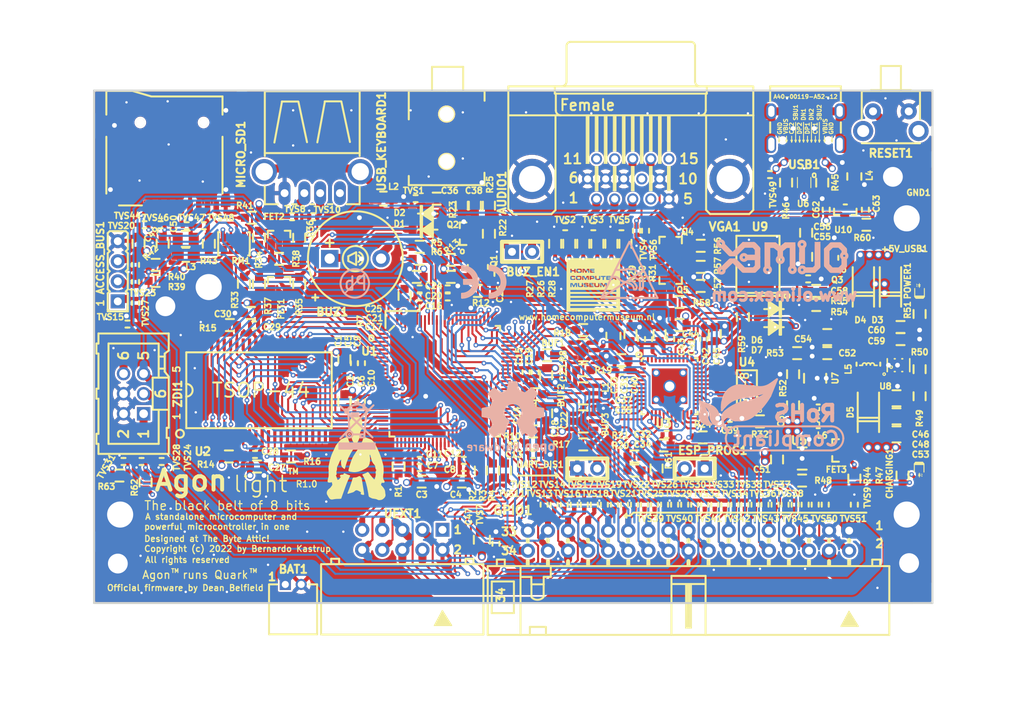
<source format=kicad_pcb>
(kicad_pcb (version 20221018) (generator pcbnew)
  (layers (0 "F.Cu" signal) (1 "In1.Cu" signal) (2 "In2.Cu" signal) (31 "B.Cu" signal) (34 "B.Paste" user) (35 "F.Paste" user) (36 "B.SilkS" user "B.Silkscreen") (37 "F.SilkS" user "F.Silkscreen") (38 "B.Mask" user) (39 "F.Mask" user) (44 "Edge.Cuts" user))
  (net 0 "")
  (net 1 "GND")
  (net 2 "SDA")
  (net 3 "SCL")
  (net 4 "+5V")
  (net 5 "Net-(AUDIO1-Pad1)")
  (net 6 "/ESP32-PICO-D4/BUZZER")
  (net 7 "VBAT")
  (net 8 "Net-(BUF1-Pad1)")
  (net 9 "ESP_TXD")
  (net 10 "+3.3V")
  (net 11 "Net-(BUF1-Pad4)")
  (net 12 "Net-(BUF2-Pad4)")
  (net 13 "/BUF2")
  (net 14 "Net-(BUF3-Pad1)")
  (net 15 "Net-(BUF3-Pad2)")
  (net 16 "Net-(BUZ1-Pad1)")
  (net 17 "Net-(BUZ1-Pad2)")
  (net 18 "IO0")
  (net 19 "RST\\EN")
  (net 20 "Net-(C36-Pad1)")
  (net 21 "Net-(C50-Pad1)")
  (net 22 "+5V_USB")
  (net 23 "Net-(C52-Pad1)")
  (net 24 "Net-(C55-Pad1)")
  (net 25 "Net-(C56-Pad1)")
  (net 26 "Net-(C58-Pad1)")
  (net 27 "Net-(CHARGING1-Pad1)")
  (net 28 "Net-(D5-Pad2)")
  (net 29 "Net-(D6-Pad1)")
  (net 30 "ESP_CH340_RXD")
  (net 31 "Net-(D7-Pad2)")
  (net 32 "ESP_CH340_TXD")
  (net 33 "Net-(FET1-Pad3)")
  (net 34 "KDAT")
  (net 35 "Net-(FET2-Pad3)")
  (net 36 "KCLK")
  (net 37 "Net-(FID1-PadFid1)")
  (net 38 "Net-(FID2-PadFid1)")
  (net 39 "Net-(FID3-PadFid1)")
  (net 40 "MICROSD_CLK")
  (net 41 "MICROSD_MISO")
  (net 42 "GPIO_CS")
  (net 43 "GPIO_PC6")
  (net 44 "GPIO_PC4")
  (net 45 "GPIO_PC2")
  (net 46 "GPIO_PC0")
  (net 47 "GPIO_PD6")
  (net 48 "GPIO_PD4")
  (net 49 "ESPIO37")
  (net 50 "ESPIO26")
  (net 51 "ESPIO35")
  (net 52 "ESPIO39")
  (net 53 "ESPIO27")
  (net 54 "ESPIO36")
  (net 55 "ESPIO38")
  (net 56 "GPIO_PD5")
  (net 57 "GPIO_PD7")
  (net 58 "GPIO_PC1")
  (net 59 "GPIO_PC3")
  (net 60 "GPIO_PC5")
  (net 61 "GPIO_PC7")
  (net 62 "GPIO_PB5")
  (net 63 "CLKOUT")
  (net 64 "MICROSD_MOSI")
  (net 65 "Net-(L2-Pad1)")
  (net 66 "Net-(L4-Pad1)")
  (net 67 "Net-(L6-Pad1)")
  (net 68 "Net-(MICRO_SD1-Pad9)")
  (net 69 "Net-(MICRO_SD1-Pad8)")
  (net 70 "Net-(MICRO_SD1-Pad7)")
  (net 71 "MICROSD_CS")
  (net 72 "Net-(MICRO_SD1-Pad1)")
  (net 73 "Net-(Q1-Pad3)")
  (net 74 "Net-(Q1-Pad1)")
  (net 75 "Net-(Q4-Pad1)")
  (net 76 "Net-(Q5-Pad1)")
  (net 77 "Net-(Q5-Pad3)")
  (net 78 "/CS")
  (net 79 "Net-(R1-Pad2)")
  (net 80 "Net-(R2-Pad2)")
  (net 81 "/RD")
  (net 82 "/WR")
  (net 83 "Net-(R3-Pad2)")
  (net 84 "Net-(R4-Pad2)")
  (net 85 "Net-(R5-Pad1)")
  (net 86 "Net-(R6-Pad1)")
  (net 87 "Net-(R7-Pad1)")
  (net 88 "Net-(R8-Pad2)")
  (net 89 "Net-(R9-Pad2)")
  (net 90 "Net-(R10-Pad2)")
  (net 91 "Net-(R11-Pad2)")
  (net 92 "Net-(R12-Pad2)")
  (net 93 "/BUF1")
  (net 94 "ESP_RXD")
  (net 95 "Net-(R24-Pad2)")
  (net 96 "/ESP32-PICO-D4/SOUND")
  (net 97 "Net-(R26-Pad2)")
  (net 98 "/ESP32-PICO-D4/IO22")
  (net 99 "/ESP32-PICO-D4/IO21")
  (net 100 "Net-(R28-Pad2)")
  (net 101 "/ESP32-PICO-D4/IO19")
  (net 102 "/ESP32-PICO-D4/IO18")
  (net 103 "Net-(R30-Pad2)")
  (net 104 "/ESP32-PICO-D4/IO5")
  (net 105 "/ESP32-PICO-D4/IO4")
  (net 106 "/ESP32-PICO-D4/PSRAM_CE")
  (net 107 "Net-(R45-Pad1)")
  (net 108 "Net-(R46-Pad1)")
  (net 109 "Net-(R47-Pad2)")
  (net 110 "Net-(R48-Pad1)")
  (net 111 "Net-(R49-Pad2)")
  (net 112 "Net-(R52-Pad1)")
  (net 113 "/ESP32-PICO-D4/HS")
  (net 114 "VS")
  (net 115 "TCK")
  (net 116 "TDI")
  (net 117 "/SRAM_A10")
  (net 118 "/SRAM_A9")
  (net 119 "/SRAM_A8")
  (net 120 "/SRAM_A7")
  (net 121 "/SRAM_A6")
  (net 122 "/SRAM_A5")
  (net 123 "/SRAM_A4")
  (net 124 "/SRAM_A3")
  (net 125 "/SRAM_A2")
  (net 126 "/SRAM_A1")
  (net 127 "/SRAM_A0")
  (net 128 "/SRAM_A11")
  (net 129 "/SRAM_A12")
  (net 130 "/SRAM_A13")
  (net 131 "/SRAM_A14")
  (net 132 "/SRAM_A15")
  (net 133 "/SRAM_A16")
  (net 134 "/SRAM_A17")
  (net 135 "/SRAM_A18")
  (net 136 "Net-(U1-Pad24)")
  (net 137 "Net-(U1-Pad25)")
  (net 138 "/SRAM_DATA3")
  (net 139 "ITRP")
  (net 140 "/SRAM_DATA2")
  (net 141 "/SRAM_DATA1")
  (net 142 "/SRAM_DATA0")
  (net 143 "Net-(U1-Pad32)")
  (net 144 "Net-(U1-Pad31)")
  (net 145 "Net-(U1-Pad30)")
  (net 146 "Net-(U1-Pad28)")
  (net 147 "Net-(U1-Pad27)")
  (net 148 "Net-(U1-Pad26)")
  (net 149 "/SRAM_DATA4")
  (net 150 "/SRAM_DATA5")
  (net 151 "/SRAM_DATA6")
  (net 152 "/SRAM_DATA7")
  (net 153 "Net-(U1-Pad45)")
  (net 154 "Net-(U1-Pad46)")
  (net 155 "Net-(U1-Pad49)")
  (net 156 "Net-(U1-Pad54)")
  (net 157 "Net-(U1-Pad55)")
  (net 158 "Net-(U1-Pad59)")
  (net 159 "Net-(U1-Pad64)")
  (net 160 "Net-(U1-Pad66)")
  (net 161 "ESP32_RTS")
  (net 162 "ESP32_CTS")
  (net 163 "Net-(U1-Pad86)")
  (net 164 "Net-(U2-Pad1)")
  (net 165 "Net-(U2-Pad2)")
  (net 166 "Net-(U2-Pad21)")
  (net 167 "Net-(U2-Pad22)")
  (net 168 "Net-(U2-Pad23)")
  (net 169 "Net-(U2-Pad24)")
  (net 170 "Net-(U2-Pad25)")
  (net 171 "Net-(U2-Pad42)")
  (net 172 "Net-(U2-Pad43)")
  (net 173 "Net-(U2-Pad44)")
  (net 174 "Net-(U3-Pad2)")
  (net 175 "Net-(U3-Pad18)")
  (net 176 "Net-(U3-Pad25)")
  (net 177 "Net-(U3-Pad26)")
  (net 178 "/ESP32-PICO-D4/PSRAM_SIO1")
  (net 179 "/ESP32-PICO-D4/PSRAM_SIO3")
  (net 180 "/ESP32-PICO-D4/PSRAM_SCLK")
  (net 181 "/ESP32-PICO-D4/PSRAM_SIO2")
  (net 182 "/ESP32-PICO-D4/PSRAM_SIO0")
  (net 183 "Net-(U3-Pad44)")
  (net 184 "Net-(U3-Pad45)")
  (net 185 "Net-(U3-Pad47)")
  (net 186 "Net-(U3-Pad48)")
  (net 187 "Net-(U6-Pad3)")
  (net 188 "Net-(U6-Pad1)")
  (net 189 "Net-(U8-Pad6)")
  (net 190 "Net-(U9-Pad20)")
  (net 191 "Net-(U9-Pad17)")
  (net 192 "Net-(U9-Pad14)")
  (net 193 "Net-(U9-Pad13)")
  (net 194 "Net-(U9-Pad12)")
  (net 195 "Net-(U9-Pad11)")
  (net 196 "Net-(USB1-PadA8)")
  (net 197 "Net-(USB1-PadB8)")
  (net 198 "Net-(VGA1-Pad4)")
  (net 199 "Net-(VGA1-Pad9)")
  (net 200 "Net-(VGA1-Pad11)")
  (net 201 "Net-(VGA1-Pad12)")
  (net 202 "Net-(VGA1-Pad15)")
  (net 203 "Net-(BUZ_EN1-Pad1)")
  (net 204 "Net-(ESP_PROG1-Pad2)")
  (net 205 "Net-(C35-Pad1)")
  (net 206 "Net-(FID4-PadFid1)")
  (net 207 "Net-(POWER1-Pad1)")
  (net 208 "Net-(Q3-Pad1)")
  (net 209 "Net-(Q3-Pad2)")
  (net 210 "/Power Supply,USB/RTS")
  (net 211 "/Power Supply,USB/DTR")
  (net 212 "/Power Supply,USB/D+")
  (net 213 "/Power Supply,USB/D-")
  (footprint "OLIMEX_TestPoints-FP:TP_SMD" (layer "F.Cu") (at 154.559 96.901)
    (fp_text reference "GND1")
    (fp_text value "TESTPAD" hide)
  )
  (footprint "OLIMEX_IC-FP:SOT-23-5" (layer "F.Cu") (at 111.887 123.444)
    (fp_text reference "BUF2")
    (fp_text value "SN74LVC1G125DBVR")
  )
  (footprint "OLIMEX_Jumpers-FP:HN1x2_Jumper" (layer "F.Cu") (at 112.395 132.969)
    (fp_text reference "UART_DIS1")
    (fp_text value "HN1x2" hide)
  )
  (footprint "OLIMEX_Jumpers-FP:HN1x2_Jumper" (layer "F.Cu") (at 125.984 132.969 180)
    (fp_text reference "ESP_PROG1")
    (fp_text value "HN1x2" hide)
  )
  (footprint "OLIMEX_RLC-FP:C_0603_5MIL_DWS" (layer "F.Cu") (at 81.661 124.46 -90)
    (fp_text reference "C2")
    (fp_text value "10uF/6.3V/20%/X5R/0603")
  )
  (footprint "OLIMEX_RLC-FP:C_0603_5MIL_DWS" (layer "F.Cu") (at 91.44 134.62)
    (fp_text reference "C3")
    (fp_text value "10uF/6.3V/20%/X5R/0603")
  )
  (footprint "OLIMEX_RLC-FP:C_0603_5MIL_DWS" (layer "F.Cu") (at 96.52 134.62)
    (fp_text reference "C4")
    (fp_text value "10uF/6.3V/20%/X5R/0603")
  )
  (footprint "OLIMEX_RLC-FP:C_0603_5MIL_DWS" (layer "F.Cu") (at 107.188 125.984 90)
    (fp_text reference "C22")
    (fp_text value "10uF/6.3V/20%/X5R/0603")
  )
  (footprint "OLIMEX_RLC-FP:C_0603_5MIL_DWS" (layer "F.Cu") (at 107.188 121.158 -90)
    (fp_text reference "C23")
    (fp_text value "10uF/6.3V/20%/X5R/0603")
  )
  (footprint "OLIMEX_RLC-FP:C_0603_5MIL_DWS" (layer "F.Cu") (at 95.123 108.712)
    (fp_text reference "C24")
    (fp_text value "10uF/6.3V/20%/X5R/0603")
  )
  (footprint "OLIMEX_RLC-FP:C_0603_5MIL_DWS" (layer "F.Cu") (at 70.612 132.715)
    (fp_text reference "C27")
    (fp_text value "10uF/6.3V/20%/X5R/0603")
  )
  (footprint "OLIMEX_RLC-FP:C_0603_5MIL_DWS" (layer "F.Cu") (at 117.856 115.951 90)
    (fp_text reference "C33")
    (fp_text value "10uF/6.3V/20%/X5R/0603")
  )
  (footprint "OLIMEX_RLC-FP:C_0603_5MIL_DWS" (layer "F.Cu") (at 122.047 130.048 180)
    (fp_text reference "C34")
    (fp_text value "10uF/6.3V/20%/X5R/0603")
  )
  (footprint "OLIMEX_RLC-FP:C_0603_5MIL_DWS" (layer "F.Cu") (at 116.713 119.253 180)
    (fp_text reference "C37")
    (fp_text value "10uF/6.3V/20%/X5R/0603")
  )
  (footprint "OLIMEX_RLC-FP:C_0603_5MIL_DWS" (layer "F.Cu") (at 121.539 115.951 90)
    (fp_text reference "C43")
    (fp_text value "10uF/6.3V/20%/X5R/0603")
  )
  (footprint "OLIMEX_RLC-FP:C_0603_5MIL_DWS" (layer "F.Cu") (at 124.079 114.808 180)
    (fp_text reference "C44")
    (fp_text value "10uF/6.3V/20%/X5R/0603")
  )
  (footprint "OLIMEX_RLC-FP:C_0603_5MIL_DWS" (layer "F.Cu") (at 128.524 115.951 90)
    (fp_text reference "C45")
    (fp_text value "10uF/6.3V/20%/X5R/0603")
  )
  (footprint "OLIMEX_RLC-FP:C_0603_5MIL_DWS" (layer "F.Cu") (at 136.398 131.826 -90)
    (fp_text reference "C51")
    (fp_text value "22uF/6.3V/20%/X5R/C0603")
  )
  (footprint "OLIMEX_RLC-FP:C_0805_5MIL_DWS" (layer "F.Cu") (at 142.748 116.332)
    (fp_text reference "C54")
    (fp_text value "47uF/6.3V/20%/X5R/0805")
  )
  (footprint "OLIMEX_RLC-FP:C_0603_5MIL_DWS" (layer "F.Cu") (at 140.081 106.172 -90)
    (fp_text reference "C55")
    (fp_text value "27pF/C0G/50VDC/5%/0603")
  )
  (footprint "OLIMEX_RLC-FP:C_0603_5MIL_DWS" (layer "F.Cu") (at 140.081 103.124 90)
    (fp_text reference "C56")
    (fp_text value "27pF/C0G/50VDC/5%/0603")
  )
  (footprint "OLIMEX_RLC-FP:C_0603_5MIL_DWS" (layer "F.Cu") (at 152.019 116.586 180)
    (fp_text reference "C59")
    (fp_text value "10uF/6.3V/20%/X5R/0603")
  )
  (footprint "OLIMEX_RLC-FP:C_0603_5MIL_DWS" (layer "F.Cu") (at 152.019 115.062 180)
    (fp_text reference "C60")
    (fp_text value "10uF/6.3V/20%/X5R/0603")
  )
  (footprint "OLIMEX_LEDs-FP:LED_0603_KA" (layer "F.Cu") (at 154.4 109.8 90)
    (fp_text reference "POWER1")
    (fp_text value "LED/RED/0603")
  )
  (footprint "OLIMEX_Diodes-FP:SMA-KA" (layer "F.Cu") (at 147.32 109.982 90)
    (fp_text reference "D4")
    (fp_text value "1N5822/SS34/SMA")
  )
  (footprint "OLIMEX_Other-FP:Fiducial1x3" (layer "F.Cu") (at 154.559 93.853)
    (fp_text reference "FID1" hide)
    (fp_text value "Fiducial" hide)
  )
  (footprint "OLIMEX_Other-FP:Fiducial1x3" (layer "F.Cu") (at 154.559 148.463)
    (fp_text reference "FID3" hide)
    (fp_text value "Fiducial" hide)
  )
  (footprint "OLIMEX_TestPoints-FP:TP_SMD" (layer "F.Cu") (at 154.559 106.934 90)
    (fp_text reference "+5V_USB1")
    (fp_text value "TESTPAD" hide)
  )
  (footprint "OLIMEX_RLC-FP:L_0805_5MIL_DWS" (layer "F.Cu") (at 86.614 98.806)
    (fp_text reference "L2")
    (fp_text value "FB0805/600R/2A")
  )
  (footprint "OLIMEX_RLC-FP:L_0805_5MIL_DWS" (layer "F.Cu") (at 146.177 96.012 -90)
    (fp_text reference "L4")
    (fp_text value "FB0805/600R/2A")
  )
  (footprint "OLIMEX_Transistors-FP:SOT23" (layer "F.Cu") (at 122.936 104.267 -90)
    (fp_text reference "Q4")
    (fp_text value "BC817-40NPN(SOT23)")
  )
  (footprint "OLIMEX_Transistors-FP:SOT23" (layer "F.Cu") (at 122.936 108.966 90)
    (fp_text reference "Q5")
    (fp_text value "BC817-40NPN(SOT23)")
  )
  (footprint "OLIMEX_RLC-FP:R_0603_5MIL_DWS" (layer "F.Cu") (at 88.519 132.715 90)
    (fp_text reference "R1")
    (fp_text value "33R/0603")
  )
  (footprint "OLIMEX_RLC-FP:R_0603_5MIL_DWS" (layer "F.Cu") (at 98.933 133.223 90)
    (fp_text reference "R2")
    (fp_text value "33R/0603")
  )
  (footprint "OLIMEX_RLC-FP:R_0603_5MIL_DWS" (layer "F.Cu") (at 100.457 133.223 90)
    (fp_text reference "R3")
    (fp_text value "33R/0603")
  )
  (footprint "OLIMEX_RLC-FP:R_0603_5MIL_DWS" (layer "F.Cu") (at 101.981 133.223 90)
    (fp_text reference "R4")
    (fp_text value "4.7K/0603")
  )
  (footprint "OLIMEX_RLC-FP:R_0603_5MIL_DWS" (layer "F.Cu") (at 91.186 104.902 180)
    (fp_text reference "R5")
    (fp_text value "33R/0603")
  )
  (footprint "OLIMEX_RLC-FP:R_0603_5MIL_DWS" (layer "F.Cu") (at 91.186 106.426 180)
    (fp_text reference "R6")
    (fp_text value "33R/0603")
  )
  (footprint "OLIMEX_RLC-FP:R_0603_5MIL_DWS" (layer "F.Cu") (at 107.315 118.618 180)
    (fp_text reference "R8")
    (fp_text value "33R/0603")
  )
  (footprint "OLIMEX_RLC-FP:R_0603_5MIL_DWS" (layer "F.Cu") (at 105.537 128.27 180)
    (fp_text reference "R10")
    (fp_text value "4.7K/0603")
  )
  (footprint "OLIMEX_RLC-FP:R_0603_5MIL_DWS" (layer "F.Cu") (at 67.056 131.445)
    (fp_text reference "R14")
    (fp_text value "4.7K/0603")
  )
  (footprint "OLIMEX_RLC-FP:R_0603_5MIL_DWS" (layer "F.Cu") (at 111.887 129.921 180)
    (fp_text reference "R17")
    (fp_text value "33R/0603")
  )
  (footprint "OLIMEX_RLC-FP:R_0603_5MIL_DWS" (layer "F.Cu") (at 111.887 115.443)
    (fp_text reference "R18")
    (fp_text value "33R/0603")
  )
  (footprint "OLIMEX_RLC-FP:R_0603_5MIL_DWS" (layer "F.Cu") (at 111.887 120.523 180)
    (fp_text reference "R19")
    (fp_text value "33R/0603")
  )
  (footprint "OLIMEX_RLC-FP:R_0603_5MIL_DWS" (layer "F.Cu") (at 99.949 103.251 90)
    (fp_text reference "R22")
    (fp_text value "33K/0603")
  )
  (footprint "OLIMEX_RLC-FP:R_0603_5MIL_DWS" (layer "F.Cu") (at 96.52 99.695 -90)
    (fp_text reference "R23")
    (fp_text value "150R/0603")
  )
  (footprint "OLIMEX_RLC-FP:R_0603_5MIL_DWS" (layer "F.Cu") (at 127 129.032)
    (fp_text reference "R24")
    (fp_text value "33R/0603")
  )
  (footprint "OLIMEX_RLC-FP:R_0603_5MIL_DWS" (layer "F.Cu") (at 99.949 99.695 -90)
    (fp_text reference "R25")
    (fp_text value "270R/0603")
  )
  (footprint "OLIMEX_RLC-FP:R_0603_5MIL_DWS" (layer "F.Cu") (at 110.109 104.521 90)
    (fp_text reference "R26")
    (fp_text value "430R/1%/0603")
  )
  (footprint "OLIMEX_RLC-FP:R_0603_5MIL_DWS" (layer "F.Cu") (at 108.331 104.521 90)
    (fp_text reference "R27")
    (fp_text value "820R/0603")
  )
  (footprint "OLIMEX_RLC-FP:R_0603_5MIL_DWS" (layer "F.Cu") (at 111.887 104.521 90)
    (fp_text reference "R28")
    (fp_text value "430R/1%/0603")
  )
  (footprint "OLIMEX_RLC-FP:R_0603_5MIL_DWS" (layer "F.Cu") (at 113.665 104.521 90)
    (fp_text reference "R29")
    (fp_text value "820R/0603")
  )
  (footprint "OLIMEX_RLC-FP:R_0603_5MIL_DWS" (layer "F.Cu") (at 115.443 104.521 90)
    (fp_text reference "R30")
    (fp_text value "430R/1%/0603")
  )
  (footprint "OLIMEX_RLC-FP:R_0603_5MIL_DWS" (layer "F.Cu") (at 117.221 104.521 90)
    (fp_text reference "R31")
    (fp_text value "820R/0603")
  )
  (footprint "OLIMEX_RLC-FP:R_0603_5MIL_DWS" (layer "F.Cu") (at 134.239 127 180)
    (fp_text reference "R32")
    (fp_text value "10K/0603")
  )
  (footprint "OLIMEX_RLC-FP:R_0603_5MIL_DWS" (layer "F.Cu") (at 142.113 96.774 -90)
    (fp_text reference "R45")
    (fp_text value "5.1K/0603")
  )
  (footprint "OLIMEX_RLC-FP:R_0603_5MIL_DWS" (layer "F.Cu") (at 137.541 96.774 -90)
    (fp_text reference "R46")
    (fp_text value "5.1K/0603")
  )
  (footprint "OLIMEX_RLC-FP:R_0603_5MIL_DWS" (layer "F.Cu") (at 139.573 134.493)
    (fp_text reference "R48")
    (fp_text value "2.2K/0603")
  )
  (footprint "OLIMEX_Diodes-FP:D_0402_5MIL_DWS" (layer "F.Cu") (at 109.601 102.362)
    (fp_text reference "TVS2")
    (fp_text value "NA")
  )
  (footprint "OLIMEX_Diodes-FP:D_0402_5MIL_DWS" (layer "F.Cu") (at 113.157 102.362)
    (fp_text reference "TVS3")
    (fp_text value "NA")
  )
  (footprint "OLIMEX_Diodes-FP:D_0402_5MIL_DWS" (layer "F.Cu") (at 118.618 102.87 90)
    (fp_text reference "TVS4")
    (fp_text value "NA")
  )
  (footprint "OLIMEX_Diodes-FP:D_0402_5MIL_DWS" (layer "F.Cu") (at 119.761 102.87 90)
    (fp_text reference "TVS6")
    (fp_text value "NA")
  )
  (footprint "OLIMEX_Diodes-FP:D_0402_5MIL_DWS" (layer "F.Cu") (at 56.007 132.08)
    (fp_text reference "TVS28")
    (fp_text value "NA")
  )
  (footprint "OLIMEX_Diodes-FP:D_0402_5MIL_DWS" (layer "F.Cu") (at 53.721 132.08)
    (fp_text reference "TVS31")
    (fp_text value "NA")
  )
  (footprint "OLIMEX_Diodes-FP:D_0402_5MIL_DWS" (layer "F.Cu") (at 135.509 95.758)
    (fp_text reference "TVS49")
    (fp_text value "NA(GG0402052R542P)")
  )
  (footprint "OLIMEX_IC-FP:SOT-23-5" (layer "F.Cu") (at 139.573 131.699)
    (fp_text reference "U5")
    (fp_text value "BL4054B-42TPRN(SOT23-5)")
  )
  (footprint "OLIMEX_Diodes-FP:SOT-666" (layer "F.Cu") (at 139.827 96.774 -90)
    (fp_text reference "U6")
    (fp_text value "USBLC6-2P6")
  )
  (footprint "OLIMEX_IC-FP:SOT-23" (layer "F.Cu") (at 145.034 100.203 90)
    (fp_text reference "U10")
    (fp_text value "VDA2710NTA(SOT-23)")
  )
  (footprint "OLIMEX_Connectors-FP:USB_PN87520_HOST_PTH" (layer "F.Cu") (at 77.6 95.4 180)
    (fp_text reference "USB_KEYBOARD1")
    (fp_text value "USB-SRWH-4A-LF(USB-A)")
  )
  (footprint "OLIMEX_Buttons-FP:B3F-31XX" (layer "F.Cu") (at 150.8 89 180)
    (fp_text reference "RESET1")
    (fp_text value "B3F-3150")
  )
  (footprint "OLIMEX_Connectors-FP:TFC-WPAPR-08" (layer "F.Cu") (at 58.9 92.8 90)
    (fp_text reference "MICRO_SD1")
    (fp_text value "TFC-WPAPR-08-LF")
  )
  (footprint "OLIMEX_Connectors-FP:USB2.0_TYPE-C(A40-00119-A52-12)" (layer "F.Cu") (at 140 88.9 90)
    (fp_text reference "USB1")
    (fp_text value "USB-C-16P-F(A40-00119-A52-12)")
  )
  (footprint "OLIMEX_Connectors-FP:SCJ325P00XG0B02G" (layer "F.Cu") (at 94.6 88.1 -90)
    (fp_text reference "AUDIO1")
    (fp_text value "AUDIO_JACK(SCJ325P00XG0B02G)")
  )
  (footprint "OLIMEX_Connectors-FP:VGA15-F(CD0515S21J0)" (layer "F.Cu") (at 117.9 92.5 180)
    (fp_text reference "VGA1")
    (fp_text value "VGA15")
  )
  (footprint "OLIMEX_RLC-FP:R_0603_5MIL_DWS" (layer "F.Cu") (at 154.432 113.411 -90)
    (fp_text reference "R51")
    (fp_text value "2.2K/0603")
  )
  (footprint "OLIMEX_IC-FP:SSOP-20W" (layer "F.Cu") (at 133.985 107.315 90)
    (fp_text reference "U9")
    (fp_text value "CH340T(SSOP20W)")
  )
  (footprint "OLIMEX_Crystal-FP:TSX-3.2x2.5mm_GND(3)" (layer "F.Cu") (at 142.875 106.299 90)
    (fp_text reference "Q3")
    (fp_text value "Q12MHz/20pF/10ppm/4P/3.2x2.5mm")
  )
  (footprint "OLIMEX_RLC-FP:R_0603_5MIL_DWS" (layer "F.Cu") (at 141.351 112.268 180)
    (fp_text reference "R54")
    (fp_text value "10K/0603")
  )
  (footprint "OLIMEX_RLC-FP:R_0603_5MIL_DWS" (layer "F.Cu") (at 126.746 104.775 180)
    (fp_text reference "R56")
    (fp_text value "2.2K/0603")
  )
  (footprint "OLIMEX_RLC-FP:R_0603_5MIL_DWS" (layer "F.Cu") (at 126.746 107.442 180)
    (fp_text reference "R57")
    (fp_text value "2.2K/0603")
  )
  (footprint "OLIMEX_RLC-FP:R_0603_5MIL_DWS" (layer "F.Cu") (at 124.079 111.887)
    (fp_text reference "R58")
    (fp_text value "220R/0603")
  )
  (footprint "OLIMEX_RLC-FP:R_0603_5MIL_DWS" (layer "F.Cu") (at 121.158 132.969 90)
    (fp_text reference "R61")
    (fp_text value "10K/0603")
  )
  (footprint "OLIMEX_RLC-FP:R_0603_5MIL_DWS" (layer "F.Cu") (at 147.701 102.108 180)
    (fp_text reference "R60")
    (fp_text value "10K/0603")
  )
  (footprint "OLIMEX_Diodes-FP:SMA-KA" (layer "F.Cu") (at 147.955 125.857 90)
    (fp_text reference "D5")
    (fp_text value "1N5822/SS34/SMA")
  )
  (footprint "OLIMEX_RLC-FP:R_0603_5MIL_DWS" (layer "F.Cu") (at 154.432 120.396 90)
    (fp_text reference "R50")
    (fp_text value "1.1K/1%/0603")
  )
  (footprint "OLIMEX_IC-FP:SOT23-6" (layer "F.Cu") (at 151.765 119.888 -90)
    (fp_text reference "U8")
    (fp_text value "MT3608(SOT23-6)")
  )
  (footprint "OLIMEX_RLC-FP:CD32" (layer "F.Cu") (at 147.955 119.761 90)
    (fp_text reference "L5")
    (fp_text value "2.2uH/1.5A/3.00x3.00x1.50mm/NRS3015T2R2MNGH")
  )
  (footprint "OLIMEX_RLC-FP:C_0805_5MIL_DWS" (layer "F.Cu") (at 151.511 128.651 180)
    (fp_text reference "C53")
    (fp_text value "47uF/6.3V/20%/X5R/0805")
  )
  (footprint "OLIMEX_RLC-FP:R_0603_5MIL_DWS" (layer "F.Cu") (at 154.432 123.825 90)
    (fp_text reference "R49")
    (fp_text value "8.2K/1%/0603")
  )
  (footprint "OLIMEX_IC-FP:LQFP-100_14x14mm_STM32H730VBT6" (layer "F.Cu") (at 94.361 121.92 -90)
    (fp_text reference "U1")
    (fp_text value "EZ80F92AZ020EG(LQFP100)")
  )
  (footprint "OLIMEX_RLC-FP:R_0603_5MIL_DWS" (layer "F.Cu") (at 95.123 106.553)
    (fp_text reference "R13")
    (fp_text value "4.7K/0603")
  )
  (footprint "OLIMEX_RLC-FP:R_0603_5MIL_DWS" (layer "F.Cu") (at 105.791 123.571 180)
    (fp_text reference "R11")
    (fp_text value "4.7K/0603")
  )
  (footprint "OLIMEX_Other-FP:Mounting_hole_3.3mm_with_5.5mm_pad" (layer "F.Cu") (at 53.3 138.8)
    (fp_text reference "Mounting_hole1" hide)
    (fp_text value "Mounting_hole" hide)
  )
  (footprint "OLIMEX_Other-FP:Mounting_hole_3.3mm_with_5.5mm_pad" (layer "F.Cu") (at 152.8 101.3)
    (fp_text reference "Mounting_hole2" hide)
    (fp_text value "Mounting_hole" hide)
  )
  (footprint "OLIMEX_Other-FP:Mounting_hole_3.3mm_with_5.5mm_pad" (layer "F.Cu") (at 64.5 110)
    (fp_text reference "Mounting_hole3" hide)
    (fp_text value "Mounting_hole" hide)
  )
  (footprint "OLIMEX_Other-FP:Mounting_hole_3.3mm_with_5.5mm_pad" (layer "F.Cu") (at 152.8 138.8)
    (fp_text reference "Mounting_hole4" hide)
    (fp_text value "Mounting_hole" hide)
  )
  (footprint "OLIMEX_Transistors-FP:SOT23" (layer "F.Cu") (at 144.018 130.683)
    (fp_text reference "FET3")
    (fp_text value "WPM2015-3/TR")
  )
  (footprint "OLIMEX_Diodes-FP:SOD-123_1C-2A_KA" (layer "F.Cu") (at 136.017 115.062 180)
    (fp_text reference "D7")
    (fp_text value "1N5819S4/SOD123")
  )
  (footprint "OLIMEX_RLC-FP:R_0603_5MIL_DWS" (layer "F.Cu") (at 132.08 113.792 -90)
    (fp_text reference "R59")
    (fp_text value "NA")
  )
  (footprint "OLIMEX_Diodes-FP:SOD-123_1C-2A_KA" (layer "F.Cu") (at 136.017 112.776 180)
    (fp_text reference "D6")
    (fp_text value "1N5819S4/SOD123")
  )
  (footprint "OLIMEX_RLC-FP:C_0402_5MIL_DWS" (layer "F.Cu") (at 82.931 119.634 -90)
    (fp_text reference "C5")
    (fp_text value "100nF/10V/20%/X5R/0402")
  )
  (footprint "OLIMEX_RLC-FP:C_0402_5MIL_DWS" (layer "F.Cu") (at 82.931 124.46 -90)
    (fp_text reference "C6")
    (fp_text value "100nF/10V/20%/X5R/0402")
  )
  (footprint "OLIMEX_RLC-FP:C_0402_5MIL_DWS" (layer "F.Cu") (at 91.186 132.842)
    (fp_text reference "C7")
    (fp_text value "100nF/10V/20%/X5R/0402")
  )
  (footprint "OLIMEX_RLC-FP:C_0402_5MIL_DWS" (layer "F.Cu") (at 96.774 132.842)
    (fp_text reference "C8")
    (fp_text value "100nF/10V/20%/X5R/0402")
  )
  (footprint "OLIMEX_RLC-FP:C_0402_5MIL_DWS" (layer "F.Cu") (at 105.537 131.191)
    (fp_text reference "C13")
    (fp_text value "100nF/10V/20%/X5R/0402")
  )
  (footprint "OLIMEX_RLC-FP:C_0402_5MIL_DWS" (layer "F.Cu") (at 105.791 120.777 -90)
    (fp_text reference "C19")
    (fp_text value "100nF/10V/20%/X5R/0402")
  )
  (footprint "OLIMEX_RLC-FP:C_0402_5MIL_DWS" (layer "F.Cu") (at 94.742 110.236)
    (fp_text reference "C20")
    (fp_text value "100nF/10V/20%/X5R/0402")
  )
  (footprint "OLIMEX_RLC-FP:C_0402_5MIL_DWS" (layer "F.Cu") (at 91.186 110.236 180)
    (fp_text reference "C21")
    (fp_text value "100nF/10V/20%/X5R/0402")
  )
  (footprint "OLIMEX_RLC-FP:C_0402_5MIL_DWS" (layer "F.Cu") (at 101.092 108.331 -90)
    (fp_text reference "C26")
    (fp_text value "100nF/10V/20%/X5R/0402")
  )
  (footprint "OLIMEX_RLC-FP:C_0402_5MIL_DWS" (layer "F.Cu") (at 70.358 131.191)
    (fp_text reference "C28")
    (fp_text value "100nF/10V/20%/X5R/0402")
  )
  (footprint "OLIMEX_RLC-FP:C_0402_5MIL_DWS" (layer "F.Cu") (at 122.428 128.651 180)
    (fp_text reference "C32")
    (fp_text value "100nF/10V/20%/X5R/0402")
  )
  (footprint "OLIMEX_RLC-FP:C_0402_5MIL_DWS" (layer "F.Cu") (at 116.713 120.65 180)
    (fp_text reference "C35")
    (fp_text value "100nF/10V/20%/X5R/0402")
  )
  (footprint "OLIMEX_RLC-FP:C_0402_5MIL_DWS" (layer "F.Cu") (at 130.429 126.619 180)
    (fp_text reference "C39")
    (fp_text value "100nF/10V/20%/X5R/0402")
  )
  (footprint "OLIMEX_RLC-FP:C_0402_5MIL_DWS" (layer "F.Cu") (at 120.142 116.586 90)
    (fp_text reference "C40")
    (fp_text value "100nF/10V/20%/X5R/0402")
  )
  (footprint "OLIMEX_RLC-FP:C_0402_5MIL_DWS" (layer "F.Cu") (at 127.127 116.586 90)
    (fp_text reference "C42")
    (fp_text value "100nF/10V/20%/X5R/0402")
  )
  (footprint "OLIMEX_RLC-FP:C_0402_5MIL_DWS" (layer "F.Cu") (at 140.335 108.966)
    (fp_text reference "C58")
    (fp_text value "100nF/10V/20%/X5R/0402")
  )
  (footprint "OLIMEX_RLC-FP:C_0402_5MIL_DWS" (layer "F.Cu") (at 142.621 100.203 90)
    (fp_text reference "C62")
    (fp_text value "100nF/10V/20%/X5R/0402")
  )
  (footprint "OLIMEX_RLC-FP:C_0402_5MIL_DWS" (layer "F.Cu") (at 147.574 100.203 -90)
    (fp_text reference "C63")
    (fp_text value "100nF/10V/20%/X5R/0402")
  )
  (footprint "OLIMEX_RLC-FP:C_0402_5MIL_DWS" (layer "F.Cu") (at 83.82 119.634 -90)
    (fp_text reference "C9")
    (fp_text value "1nF/X7R/50VDC/0402")
  )
  (footprint "OLIMEX_RLC-FP:C_0402_5MIL_DWS" (layer "F.Cu") (at 83.82 124.46 -90)
    (fp_text reference "C10")
    (fp_text value "1nF/X7R/50VDC/0402")
  )
  (footprint "OLIMEX_RLC-FP:C_0402_5MIL_DWS" (layer "F.Cu") (at 91.186 131.953)
    (fp_text reference "C11")
    (fp_text value "1nF/X7R/50VDC/0402")
  )
  (footprint "OLIMEX_RLC-FP:C_0402_5MIL_DWS" (layer "F.Cu") (at 96.774 131.953)
    (fp_text reference "C12")
    (fp_text value "1nF/X7R/50VDC/0402")
  )
  (footprint "OLIMEX_RLC-FP:C_0402_5MIL_DWS" (layer "F.Cu") (at 104.648 126.238 90)
    (fp_text reference "C14")
    (fp_text value "1nF/X7R/50VDC/0402")
  )
  (footprint "OLIMEX_RLC-FP:C_0402_5MIL_DWS" (layer "F.Cu") (at 104.648 120.777 -90)
    (fp_text reference "C15")
    (fp_text value "1nF/X7R/50VDC/0402")
  )
  (footprint "OLIMEX_RLC-FP:C_0402_5MIL_DWS" (layer "F.Cu") (at 94.742 111.252)
    (fp_text reference "C16")
    (fp_text value "1nF/X7R/50VDC/0402")
  )
  (footprint "OLIMEX_RLC-FP:C_0402_5MIL_DWS" (layer "F.Cu") (at 91.186 111.252 180)
    (fp_text reference "C17")
    (fp_text value "1nF/X7R/50VDC/0402")
  )
  (footprint "OLIMEX_Diodes-FP:SOD-123_1C-2A_KA" (layer "F.Cu") (at 92.202 100.711)
    (fp_text reference "D2")
    (fp_text value "1N4148W/SOD123")
  )
  (footprint "OLIMEX_Connectors-FP:LIPO_BAT-CON2DW02R" (layer "F.Cu") (at 75.2 150.8)
    (fp_text reference "BAT1")
    (fp_text value "DW02R")
  )
  (footprint "OLIMEX_LEDs-FP:LED_0603_KA" (layer "F.Cu") (at 154.4 133.8 -90)
    (fp_text reference "CHARGING1")
    (fp_text value "LED/YELLOW/0603")
  )
  (footprint "OLIMEX_RLC-FP:R_0603_5MIL_DWS" (layer "F.Cu") (at 152.273 133.858 -90)
    (fp_text reference "R47")
    (fp_text value "2.2K/0603")
  )
  (footprint "OLIMEX_RLC-FP:R_0603_5MIL_DWS" (layer "F.Cu") (at 74.93 131.445 180)
    (fp_text reference "R16")
    (fp_text value "4.7K/0603")
  )
  (footprint "OLIMEX_Devices-FP:PB1221P_1-Plus_2-Minus" (layer "F.Cu") (at 83.058 106.4)
    (fp_text reference "BUZ1")
    (fp_text value "BUZZER_PB1221P(1.1-1.7V_2kHz_12MM)")
  )
  (footprint "OLIMEX_Connectors-FP:BH06S" (layer "F.Cu") (at 55 123.5 90)
    (fp_text reference "ZDI1")
    (fp_text value "BH06S_2x3(B-D-02x3-LF)")
  )
  (footprint "OLIMEX_RLC-FP:R_0603_5MIL_DWS" (layer "F.Cu") (at 89.281 111.125 90)
    (fp_text reference "R7")
    (fp_text value "33R/0603")
  )
  (footprint "OLIMEX_Diodes-FP:SOD-123_1C-2A_KA" (layer "F.Cu") (at 92.202 102.743)
    (fp_text reference "D1")
    (fp_text value "1N4148W/SOD123")
  )
  (footprint "OLIMEX_RLC-FP:R_0603_5MIL_DWS" (layer "F.Cu") (at 98.552 110.49 180)
    (fp_text reference "R12")
    (fp_text value "33R/0603")
  )
  (footprint "OLIMEX_Crystal-FP:Oscillator-18.432MHz-3.2x2.5mm" (layer "F.Cu") (at 98.552 107.442 -90)
    (fp_text reference "Q1")
    (fp_text value "ASE-18.432MHZ-L-C-T")
  )
  (footprint "OLIMEX_RLC-FP:C_0603_5MIL_DWS" (layer "F.Cu") (at 93.345 98.806 180)
    (fp_text reference "C36")
    (fp_text value "10uF/6.3V/20%/X5R/0603")
  )
  (footprint "OLIMEX_Diodes-FP:D_0402_5MIL_DWS" (layer "F.Cu") (at 90.678 98.806)
    (fp_text reference "TVS1")
    (fp_text value "NA")
  )
  (footprint "OLIMEX_RLC-FP:C_0402_5MIL_DWS" (layer "F.Cu") (at 105.791 126.238 90)
    (fp_text reference "C18")
    (fp_text value "100nF/10V/20%/X5R/0402")
  )
  (footprint "OLIMEX_Connectors-FP:BH34R" (layer "F.Cu") (at 125.2 142.1 180)
    (fp_text reference "GPIO1")
    (fp_text value "B-R-34-LF(BH34R)2x17_90DEGREE")
  )
  (footprint "OLIMEX_Signs-FP:AgonLightLogo" (layer "F.Cu") (at 83.185 131.572)
    (fp_text reference "G***" hide)
    (fp_text value "LOGO" hide)
  )
  (footprint "OLIMEX_Diodes-FP:D_0402_5MIL_DWS" (layer "F.Cu") (at 116.713 102.362)
    (fp_text reference "TVS5")
    (fp_text value "NA")
  )
  (footprint "OLIMEX_RLC-FP:L_0805_5MIL_DWS" (layer "F.Cu") (at 115.697 116.205 -90)
    (fp_text reference "L1")
    (fp_text value "FB0805/600R/2A")
  )
  (footprint "OLIMEX_RLC-FP:C_0402_5MIL_DWS" (layer "F.Cu") (at 119.253 116.586 90)
    (fp_text reference "C31")
    (fp_text value "100nF/10V/20%/X5R/0402")
  )
  (footprint "OLIMEX_RLC-FP:C_0402_5MIL_DWS" (layer "F.Cu") (at 122.936 116.586 90)
    (fp_text reference "C41")
    (fp_text value "100nF/10V/20%/X5R/0402")
  )
  (footprint "OLIMEX_RLC-FP:C_0603_5MIL_DWS" (layer "F.Cu") (at 138.43 124.968 90)
    (fp_text reference "C61")
    (fp_text value "22uF/6.3V/20%/X5R/C0603")
  )
  (footprint "OLIMEX_RLC-FP:C_0603_5MIL_DWS" (layer "F.Cu") (at 142.748 118.364 180)
    (fp_text reference "C52")
    (fp_text value "22uF/6.3V/20%/X5R/C0603")
  )
  (footprint "OLIMEX_Regulators-FP:SOT-23-5" (layer "F.Cu") (at 141.224 121.539 -90)
    (fp_text reference "U7")
    (fp_text value "SY8089AAAC(SOT23-5)")
  )
  (footprint "OLIMEX_RLC-FP:CD32" (layer "F.Cu") (at 141.605 126.365 180)
    (fp_text reference "L6")
    (fp_text value "2.2uH/1.5A/3.00x3.00x1.50mm/NRS3015T2R2MNGH")
  )
  (footprint "OLIMEX_RLC-FP:R_0603_5MIL_DWS" (layer "F.Cu") (at 138.938 118.364)
    (fp_text reference "R53")
    (fp_text value "49.9K/1%/0603")
  )
  (footprint "OLIMEX_RLC-FP:R_0603_5MIL_DWS" (layer "F.Cu") (at 138.43 121.031 -90)
    (fp_text reference "R52")
    (fp_text value "220K/0603")
  )
  (footprint "OLIMEX_Signs-FP:HomeComputerMuseum" (layer "F.Cu") (at 113.157 109.728)
    (fp_text reference "S*" hide)
    (fp_text value "Sign" hide)
  )
  (footprint "OLIMEX_IC-FP:SO-8" (layer "F.Cu") (at 132.588 122.936 90)
    (fp_text reference "U4")
    (fp_text value "APS6404L-3SQR-SN")
  )
  (footprint "OLIMEX_Diodes-FP:D_0402_5MIL_DWS" (layer "F.Cu") (at 142.494 137.541 -90)
    (fp_text reference "TVS51")
    (fp_text value "NA(GG0402052R542P)")
  )
  (footprint "OLIMEX_Diodes-FP:D_0402_5MIL_DWS" (layer "F.Cu") (at 139.954 137.541 -90)
    (fp_text reference "TVS45")
    (fp_text value "NA")
  )
  (footprint "OLIMEX_Diodes-FP:D_0402_5MIL_DWS" (layer "F.Cu") (at 138.684 137.541 -90)
    (fp_text reference "TVS43")
    (fp_text value "NA")
  )
  (footprint "OLIMEX_Diodes-FP:D_0402_5MIL_DWS" (layer "F.Cu") (at 137.414 137.541 -90)
    (fp_text reference "TVS42")
    (fp_text value "NA")
  )
  (footprint "OLIMEX_Diodes-FP:D_0402_5MIL_DWS" (layer "F.Cu") (at 136.144 137.541 -90)
    (fp_text reference "TVS41")
    (fp_text value "NA")
  )
  (footprint "OLIMEX_Diodes-FP:D_0402_5MIL_DWS" (layer "F.Cu") (at 134.874 137.541 -90)
    (fp_text reference "TVS40")
    (fp_text value "NA")
  )
  (footprint "OLIMEX_Diodes-FP:D_0402_5MIL_DWS" (layer "F.Cu") (at 133.604 137.541 -90)
    (fp_text reference "TVS39")
    (fp_text value "NA")
  )
  (footprint "OLIMEX_Diodes-FP:D_0402_5MIL_DWS" (layer "F.Cu") (at 132.334 137.541 -90)
    (fp_text reference "TVS38")
    (fp_text value "NA")
  )
  (footprint "OLIMEX_Diodes-FP:D_0402_5MIL_DWS" (layer "F.Cu") (at 131.064 137.541 -90)
    (fp_text reference "TVS37")
    (fp_text value "NA")
  )
  (footprint "OLIMEX_Diodes-FP:D_0402_5MIL_DWS" (layer "F.Cu") (at 129.794 137.541 -90)
    (fp_text reference "TVS36")
    (fp_text value "NA")
  )
  (footprint "OLIMEX_Diodes-FP:D_0402_5MIL_DWS" (layer "F.Cu") (at 128.524 137.541 -90)
    (fp_text reference "TVS35")
    (fp_text value "NA")
  )
  (footprint "OLIMEX_Diodes-FP:D_0402_5MIL_DWS" (layer "F.Cu") (at 125.984 137.541 -90)
    (fp_text reference "TVS33")
    (fp_text value "NA")
  )
  (footprint "OLIMEX_Diodes-FP:D_0402_5MIL_DWS" (layer "F.Cu") (at 124.714 137.541 -90)
    (fp_text reference "TVS32")
    (fp_text value "NA")
  )
  (footprint "OLIMEX_Diodes-FP:D_0402_5MIL_DWS" (layer "F.Cu") (at 123.444 137.541 -90)
    (fp_text reference "TVS30")
    (fp_text value "NA")
  )
  (footprint "OLIMEX_Diodes-FP:D_0402_5MIL_DWS" (layer "F.Cu") (at 127.254 137.541 -90)
    (fp_text reference "TVS34")
    (fp_text value "NA")
  )
  (footprint "OLIMEX_RLC-FP:C_0805_5MIL_DWS" (layer "F.Cu") (at 99.06 141.986 -90)
    (fp_text reference "C47")
    (fp_text value "47uF/6.3V/20%/X5R/0805")
  )
  (footprint "OLIMEX_Diodes-FP:D_0402_5MIL_DWS" (layer "F.Cu") (at 122.174 137.541 -90)
    (fp_text reference "TVS29")
    (fp_text value "NA")
  )
  (footprint "OLIMEX_Diodes-FP:D_0402_5MIL_DWS" (layer "F.Cu") (at 118.364 137.541 -90)
    (fp_text reference "TVS22")
    (fp_text value "NA")
  )
  (footprint "OLIMEX_Diodes-FP:D_0402_5MIL_DWS" (layer "F.Cu") (at 117.094 137.541 -90)
    (fp_text reference "TVS21")
    (fp_text value "NA")
  )
  (footprint "OLIMEX_Diodes-FP:D_0402_5MIL_DWS" (layer "F.Cu") (at 114.554 137.541 -90)
    (fp_text reference "TVS18")
    (fp_text value "NA")
  )
  (footprint "OLIMEX_Diodes-FP:D_0402_5MIL_DWS" (layer "F.Cu") (at 113.284 137.541 -90)
    (fp_text reference "TVS17")
    (fp_text value "NA")
  )
  (footprint "OLIMEX_Diodes-FP:D_0402_5MIL_DWS" (layer "F.Cu") (at 112.014 137.541 -90)
    (fp_text reference "TVS16")
    (fp_text value "NA")
  )
  (footprint "OLIMEX_Diodes-FP:D_0402_5MIL_DWS" (layer "F.Cu") (at 110.744 137.541 -90)
    (fp_text reference "TVS14")
    (fp_text value "NA")
  )
  (footprint "OLIMEX_Diodes-FP:D_0402_5MIL_DWS" (layer "F.Cu") (at 109.474 137.541 -90)
    (fp_text reference "TVS13")
    (fp_text value "NA")
  )
  (footprint "OLIMEX_Diodes-FP:D_0402_5MIL_DWS" (layer "F.Cu") (at 108.204 137.541 -90)
    (fp_text reference "TVS12")
    (fp_text value "NA")
  )
  (footprint "OLIMEX_Diodes-FP:D_0402_5MIL_DWS" (layer "F.Cu") (at 146.177 137.541 -90)
    (fp_text reference "TVS9")
    (fp_text value "NA(GG0402052R542P)")
  )
  (footprint "OLIMEX_Diodes-FP:D_0402_5MIL_DWS" (layer "F.Cu") (at 100.838 142.494 -90)
    (fp_text reference "TVS7")
    (fp_text value "NA")
  )
  (footprint "OLIMEX_RLC-FP:C_0402_5MIL_DWS" (layer "F.Cu") (at 70.231 114.808 180)
    (fp_text reference "C29")
    (fp_text value "100nF/10V/20%/X5R/0402")
  )
  (footprint "OLIMEX_Diodes-FP:D_0402_5MIL_DWS" (layer "F.Cu") (at 63.881 102.235)
    (fp_text reference "TVS48")
    (fp_text value "NA")
  )
  (footprint "OLIMEX_Diodes-FP:D_0402_5MIL_DWS" (layer "F.Cu") (at 56.388 102.108)
    (fp_text reference "TVS44")
    (fp_text value "NA")
  )
  (footprint "OLIMEX_RLC-FP:C_0603_5MIL_DWS" (layer "F.Cu") (at 81.661 119.126 -90)
    (fp_text reference "C1")
    (fp_text value "10uF/6.3V/20%/X5R/0603")
  )
  (footprint "OLIMEX_RLC-FP:C_0603_5MIL_DWS" (layer "F.Cu") (at 69.85 113.284 180)
    (fp_text reference "C30")
    (fp_text value "10uF/6.3V/20%/X5R/0603")
  )
  (footprint "OLIMEX_Transistors-FP:SOT23" (layer "F.Cu") (at 73.406 103.505 -90)
    (fp_text reference "FET2")
    (fp_text value "NA(BSS138(SOT23-3))")
  )
  (footprint "OLIMEX_Transistors-FP:SOT23" (layer "F.Cu") (at 73.406 109.347 -90)
    (fp_text reference "FET1")
    (fp_text value "NA(BSS138(SOT23-3))")
  )
  (footprint "OLIMEX_RLC-FP:C_0805_5MIL_DWS" (layer "F.Cu") (at 61.595 103.886)
    (fp_text reference "C50")
    (fp_text value "47uF/6.3V/20%/X5R/0805")
  )
  (footprint "OLIMEX_Diodes-FP:D_0402_5MIL_DWS" (layer "F.Cu") (at 55.245 107.188 90)
    (fp_text reference "TVS20")
    (fp_text value "NA")
  )
  (footprint "OLIMEX_Diodes-FP:D_0402_5MIL_DWS" (layer "F.Cu") (at 54.229 114.681 180)
    (fp_text reference "TVS15")
    (fp_text value "NA")
  )
  (footprint "OLIMEX_Diodes-FP:D_0402_5MIL_DWS" (layer "F.Cu") (at 77.724 101.092)
    (fp_text reference "TVS10")
    (fp_text value "NA(GG0402052R542P)")
  )
  (footprint "OLIMEX_Diodes-FP:D_0402_5MIL_DWS" (layer "F.Cu") (at 75.057 101.092)
    (fp_text reference "TVS8")
    (fp_text value "NA(GG0402052R542P)")
  )
  (footprint "OLIMEX_RLC-FP:R_0603_5MIL_DWS" (layer "F.Cu") (at 69.977 101.219)
    (fp_text reference "R41")
    (fp_text value "100K/0603")
  )
  (footprint "OLIMEX_RLC-FP:R_0603_5MIL_DWS" (layer "F.Cu") (at 57.785 109.22)
    (fp_text reference "R39")
    (fp_text value "2.2K/0603")
  )
  (footprint "OLIMEX_RLC-FP:R_0603_5MIL_DWS" (layer "F.Cu") (at 73.406 106.426 180)
    (fp_text reference "R38")
    (fp_text value "2.2K/0603")
  )
  (footprint "OLIMEX_RLC-FP:R_0603_5MIL_DWS" (layer "F.Cu") (at 70.866 109.601 -90)
    (fp_text reference "R37")
    (fp_text value "2.2K/0603")
  )
  (footprint "OLIMEX_RLC-FP:R_0603_5MIL_DWS" (layer "F.Cu") (at 75.946 103.759 -90)
    (fp_text reference "R36")
    (fp_text value "120R/0603")
  )
  (footprint "OLIMEX_RLC-FP:R_0603_5MIL_DWS" (layer "F.Cu") (at 75.946 109.601 -90)
    (fp_text reference "R35")
    (fp_text value "120R/0603")
  )
  (footprint "OLIMEX_RLC-FP:R_0603_5MIL_DWS" (layer "F.Cu") (at 70.866 103.759 -90)
    (fp_text reference "R34")
    (fp_text value "NA(10K)")
  )
  (footprint "OLIMEX_RLC-FP:R_0603_5MIL_DWS" (layer "F.Cu") (at 67.183 114.808)
    (fp_text reference "R15")
    (fp_text value "4.7K/0603")
  )
  (footprint "OLIMEX_RLC-FP:R_0603_5MIL_DWS" (layer "F.Cu") (at 64.516 104.521 -90)
    (fp_text reference "R43")
    (fp_text value "33R/0603")
  )
  (footprint "OLIMEX_RLC-FP:R_0603_5MIL_DWS" (layer "F.Cu") (at 58.674 104.521 -90)
    (fp_text reference "R42")
    (fp_text value "10K/0603")
  )
  (footprint "OLIMEX_RLC-FP:C_0603_5MIL_DWS" (layer "F.Cu") (at 98.171 99.695 90)
    (fp_text reference "C38")
    (fp_text value "33nF/X7R/50VDC/10%/0603")
  )
  (footprint "OLIMEX_Connectors-FP:UEXT_BH10R" (layer "F.Cu") (at 89 142 180)
    (fp_text reference "UEXT1")
    (fp_text value "B-R-10-LF(BH10R)2x05_90DEGREE")
  )
  (footprint "OLIMEX_Connectors-FP:HN1x4" (layer "F.Cu") (at 53 108 90)
    (fp_text reference "ACCESS_BUS1")
    (fp_text value "HN1x4")
  )
  (footprint "OLIMEX_RLC-FP:R_0603_5MIL_DWS" (layer "F.Cu") (at 141.351 110.49)
    (fp_text reference "R55")
    (fp_text value "10K/0603")
  )
  (footprint "OLIMEX_Diodes-FP:D_0402_5MIL_DWS" (layer "F.Cu") (at 141.224 137.541 -90)
    (fp_text reference "TVS50")
    (fp_text value "NA(GG0402052R542P)")
  )
  (footprint "OLIMEX_RLC-FP:C_0805_5MIL_DWS" (layer "F.Cu") (at 151.511 126.365 180)
    (fp_text reference "C48")
    (fp_text value "47uF/6.3V/20%/X5R/0805")
  )
  (footprint "OLIMEX_RLC-FP:C_0805_5MIL_DWS" (layer "F.Cu") (at 151.511 124.079 180)
    (fp_text reference "C46")
    (fp_text value "47uF/6.3V/20%/X5R/0805")
  )
  (footprint "OLIMEX_Diodes-FP:SMA-KA" (layer "F.Cu") (at 150.749 109.982 90)
    (fp_text reference "D3")
    (fp_text value "NA")
  )
  (footprint "OLIMEX_RLC-FP:R_0603_5MIL_DWS" (layer "F.Cu") (at 146.177 134.239 -90)
    (fp_text reference "R44")
    (fp_text value "10K/0603")
  )
  (footprint "OLIMEX_Other-FP:Fiducial1x3" (layer "F.Cu") (at 68.707 86.868)
    (fp_text reference "FID2" hide)
    (fp_text value "Fiducial" hide)
  )
  (footprint "OLIMEX_RLC-FP:R_0603_5MIL_DWS" (layer "F.Cu") (at 56.515 134.747 -90)
    (fp_text reference "R62")
    (fp_text value "10K/0603")
  )
  (footprint "OLIMEX_RLC-FP:R_0603_5MIL_DWS" (layer "F.Cu") (at 53.213 133.858 180)
    (fp_text reference "R63")
    (fp_text value "10K/0603")
  )
  (footprint "OLIMEX_Diodes-FP:D_0402_5MIL_DWS" (layer "F.Cu") (at 55.245 109.347 -90)
    (fp_text reference "TVS23")
    (fp_text value "NA")
  )
  (footprint "OLIMEX_Diodes-FP:D_0402_5MIL_DWS" (layer "F.Cu") (at 55.245 112.014 90)
    (fp_text reference "TVS27")
    (fp_text value "NA")
  )
  (footprint "OLIMEX_RLC-FP:C_0603_5MIL_DWS" (layer "F.Cu") (at 55.626 104.521 -90)
    (fp_text reference "C49")
    (fp_text value "10uF/6.3V/20%/X5R/0603")
  )
  (footprint "OLIMEX_Diodes-FP:D_0402_5MIL_DWS" (layer "F.Cu") (at 58.42 102.108)
    (fp_text reference "TVS46")
    (fp_text value "NA")
  )
  (footprint "OLIMEX_Diodes-FP:D_0402_5MIL_DWS" (layer "F.Cu") (at 61.722 102.235 180)
    (fp_text reference "TVS47")
    (fp_text value "NA")
  )
  (footprint "OLIMEX_RLC-FP:L_0805_5MIL_DWS" (layer "F.Cu") (at 61.595 105.918 180)
    (fp_text reference "L3")
    (fp_text value "FB0805/600R/2A")
  )
  (footprint "OLIMEX_RLC-FP:R_0603_5MIL_DWS" (layer "F.Cu") (at 57.785 107.188)
    (fp_text reference "R40")
    (fp_text value "2.2K/0603")
  )
  (footprint "OLIMEX_RLC-FP:R_0603_5MIL_DWS" (layer "F.Cu") (at 68.961 109.601 -90)
    (fp_text reference "R33")
    (fp_text value "NA(10K)")
  )
  (footprint "OLIMEX_RLC-FP:RA1206_(4X0603)_4B8_xx" (layer "F.Cu") (at 67.691 104.521)
    (fp_text reference "RM1")
    (fp_text value "RA1206_(4x0603)_4B8_100k")
  )
  (footprint "OLIMEX_Transistors-FP:SOT23" (layer "F.Cu") (at 96.901 103.251)
    (fp_text reference "Q2")
    (fp_text value "BC817-40NPN(SOT23)")
  )
  (footprint "OLIMEX_RLC-FP:C_0603_5MIL_DWS" (layer "F.Cu") (at 90.805 108.712 180)
    (fp_text reference "C25")
    (fp_text value "10uF/6.3V/20%/X5R/0603")
  )
  (footprint "OLIMEX_Jumpers-FP:HN1x2_Jumper" (layer "F.Cu") (at 104.14 105.537)
    (fp_text reference "BUZ_EN1")
    (fp_text value "HN1x2" hide)
  )
  (footprint "OLIMEX_IC-FP:TSOP-44_Pitch-0.80mm_18.80x11.80x1.20mm" (layer "F.Cu") (at 70.866 123.063)
    (fp_text reference "U2")
    (fp_text value "AS7C34096A-10TCTR")
  )
  (footprint "OLIMEX_Diodes-FP:D_0402_5MIL_DWS" (layer "F.Cu") (at 58.547 132.08)
    (fp_text reference "TVS24")
    (fp_text value "NA")
  )
  (footprint "OLIMEX_Other-FP:Fiducial1x3" (layer "F.Cu") (at 51.181 142.24)
    (fp_text reference "FID4" hide)
    (fp_text value "Fiducial" hide)
  )
  (footprint "OLIMEX_Diodes-FP:D_0402_5MIL_DWS" (layer "F.Cu") (at 106.934 137.541 -90)
    (fp_text reference "TVS11")
    (fp_text value "NA")
  )
  (footprint "OLIMEX_Diodes-FP:D_0402_5MIL_DWS" (layer "F.Cu") (at 115.824 137.541 -90)
    (fp_text reference "TVS19")
    (fp_text value "NA")
  )
  (footprint "OLIMEX_RLC-FP:R_0603_5MIL_DWS" (layer "F.Cu") (at 118.364 133.223)
    (fp_text reference "R20")
    (fp_text value "22K/0603")
  )
  (footprint "OLIMEX_Diodes-FP:D_0402_5MIL_DWS" (layer "F.Cu") (at 119.634 137.541 -90)
    (fp_text reference "TVS25")
    (fp_text value "NA")
  )
  (footprint "OLIMEX_Diodes-FP:D_0402_5MIL_DWS" (layer "F.Cu") (at 120.904 137.541 -90)
    (fp_text reference "TVS26")
    (fp_text value "NA")
  )
  (footprint "OLIMEX_IC-FP:SOT-23-5" (layer "F.Cu") (at 111.887 117.983)
    (fp_text reference "BUF1")
    (fp_text value "SN74LVC1G125DBVR")
  )
  (footprint "OLIMEX_RLC-FP:R_0603_5MIL_DWS" (layer "F.Cu") (at 105.537 129.794 180)
    (fp_text reference "R9")
    (fp_text value "4.7K/0603")
  )
  (footprint "OLIMEX_IC-FP:SOT-23-5" (layer "F.Cu") (at 111.887 127)
    (fp_text reference "BUF3")
    (fp_text value "SN74LVC1G04DBVR(SOT23-5)")
  )
  (footprint "OLIMEX_RLC-FP:R_0603_5MIL_DWS" (layer "F.Cu") (at 118.364 131.445)
    (fp_text reference "R21")
    (fp_text value "22K/0603")
  )
  (footprint "OLIMEX_RLC-FP:C_0603_5MIL_DWS" (layer "F.Cu") (at 126.746 109.855 180)
    (fp_text reference "C57")
    (fp_text value "22uF/6.3V/20%/X5R/C0603")
  )
  (footprint "OLIMEX_Cases-FP:ESP32-PICO-D4" (layer "F.Cu") (at 122.809 122.555 -90)
    (fp_text reference "U3")
    (fp_text value "ESP32-PICO-D4")
  )
  (footprint "OLIMEX_Signs-FP:CE_Sign" (layer "B.Cu") (at 98.298 109.347 180)
    (fp_text reference "Sign_CE" hide)
    (fp_text value "CE_Sign" hide)
  )
  (footprint "OLIMEX_Signs-FP:Sign_Antistatic" (layer "B.Cu") (at 121.285 111.379 180)
    (fp_text reference "Sign_Antistatic" hide)
    (fp_text value "Sign_Antistatic" hide)
  )
  (footprint "OLIMEX_Signs-FP:Sign_OSHW_8x8" (layer "B.Cu") (at 102.997 125.984 180)
    (fp_text reference "Sign_OSHW_8x8" hide)
    (fp_text value "Sign_OSHW_8x8" hide)
  )
  (footprint "OLIMEX_Signs-FP:Sign_RoHS_1" (layer "B.Cu") (at 143.764 130.048 180)
    (fp_text reference "Sign_RoHS_1" hide)
    (fp_text value "Sign_RoHS_1" hide)
  )
  (footprint "OLIMEX_Signs-FP:Logo_OLIMEX_TB" (layer "B.Cu") (at 136.906 106.172 180)
    (fp_text reference "Logo_OLIMEX_TB" hide)
    (fp_text value "Logo_OLIMEX_TB" hide)
  )
  (footprint "OLIMEX_Signs-FP:Sign_RecycleBin_1" (layer "B.Cu") (at 85.598 130.556 180)
    (fp_text reference "Sign_RecycleBin_1" hide)
    (fp_text value "Sign_RecycleBin_1" hide)
  )
  (footprint "OLIMEX_Signs-FP:Sign_PB-Free" (layer "B.Cu") (at 83.185 109.22)
    (fp_text reference "Sign_PB-Free")
    (fp_text value "Sign_PB-Free")
  )
  (gr_line (start 117.348 139.192) (end 117.094 138.938) (stroke (width 0.254)) (layer "F.SilkS"))
  (gr_line (start 108.712 133.858) (end 108.458 134.112) (stroke (width 0.254)) (layer "F.SilkS"))
  (gr_line (start 108.458 134.112) (end 108.458 133.604) (stroke (width 0.254)) (layer "F.SilkS"))
  (gr_line (start 108.458 133.604) (end 108.712 133.858) (stroke (width 0.254)) (layer "F.SilkS"))
  (gr_line (start 91.186 112.268) (end 91.186 113.03) (stroke (width 0.254)) (layer "F.SilkS"))
  (gr_line (start 117.348 138.684) (end 117.348 139.192) (stroke (width 0.254)) (layer "F.SilkS"))
  (gr_line (start 91.186 113.03) (end 86.868 113.03) (stroke (width 0.254)) (layer "F.SilkS"))
  (gr_line (start 117.094 138.938) (end 117.348 138.684) (stroke (width 0.254)) (layer "F.SilkS"))
  (gr_line (start 103.632 133.858) (end 108.458 133.858) (stroke (width 0.254)) (layer "F.SilkS"))
  (gr_line (start 117.856 138.938) (end 117.094 138.938) (stroke (width 0.254)) (layer "F.SilkS"))
  (gr_line (start 86.868 113.03) (end 86.868 115.189) (stroke (width 0.254)) (layer "F.SilkS"))
  (gr_line (start 147.701 138.557) (end 118.237 138.557) (stroke (width 0.254)) (layer "F.SilkS"))
  (gr_line (start 118.237 138.557) (end 117.856 138.938) (stroke (width 0.254)) (layer "F.SilkS"))
  (gr_line (start 156.05 150) (end 156.05 85.13) (stroke (width 0.254)) (layer "Edge.Cuts"))
  (gr_line (start 50 85.13) (end 156.05 85.13) (stroke (width 0.254)) (layer "Edge.Cuts"))
  (gr_line (start 50 150) (end 156.05 150) (stroke (width 0.254)) (layer "Edge.Cuts"))
  (gr_line (start 50 150) (end 50 85.13) (stroke (width 0.254)) (layer "Edge.Cuts"))
  (gr_text "www.olimex.com" (at 137.287 110.998) (layer "B.SilkS") (effects (font (size 1.524 1.524) (thickness 0.381)) (justify mirror)))
  (gr_text "The black belt of 8 bits" (at 56.261 137.668) (layer "F.SilkS") (effects (font (size 1.143 1.143)) (justify left)))
  (gr_text "TM" (at 74.422 133.35) (layer "F.SilkS") (effects (font (size 0.7 0.7) (thickness 0.203)) (justify left)))
  (gr_text "Designed at The Byte Attic!" (at 56.261 141.859) (layer "F.SilkS") (effects (font (size 0.762 0.762)) (justify left)))
  (gr_text "A standalone microcomputer and" (at 56.388 139.065) (layer "F.SilkS") (effects (font (size 0.762 0.762)) (justify left)))
  (gr_text "powerful microcontroller in one" (at 56.261 140.335) (layer "F.SilkS") (effects (font (size 0.762 0.762)) (justify left)))
  (gr_text "light" (at 67.482 134.944) (layer "F.SilkS") (effects (font (size 2.032 2.032) (thickness 0.203)) (justify left)))
  (gr_text "R1.0" (at 75.438 134.944) (layer "F.SilkS") (effects (font (size 0.8 0.8)) (justify left)))
  (gr_text "All rights reserved" (at 56.388 144.526) (layer "F.SilkS") (effects (font (size 0.762 0.762)) (justify left)))
  (gr_text "www.homecomputermuseum.nl" (at 103.632 113.792) (layer "F.SilkS") (effects (font (size 0.762 0.762) (thickness 0.1524)) (justify left)))
  (gr_text "Copyright (c) 2022 by Bernardo Kastrup" (at 56.261 143.129) (layer "F.SilkS") (effects (font (size 0.762 0.762)) (justify left)))
  (gr_text "Agon  runs Quark" (at 56.007 146.431) (layer "F.SilkS") (effects (font (size 1 1)) (justify left)))
  (gr_text "TM" (at 59.69 145.923) (layer "F.SilkS") (effects (font (size 0.5 0.5)) (justify left)))
  (gr_text "TM" (at 69.596 145.923) (layer "F.SilkS") (effects (font (size 0.5 0.5)) (justify left)))
  (gr_text "2" (at 149.352 142.494) (layer "F.SilkS") (effects (font (size 1.016 1.016) (thickness 0.254))))
  (gr_text "33" (at 102.489 140.97) (layer "F.SilkS") (effects (font (size 1.016 1.016) (thickness 0.254))))
  (gr_text "34" (at 102.489 143.383) (layer "F.SilkS") (effects (font (size 1.016 1.016) (thickness 0.254))))
  (gr_text "Official firmware by Dean Belfield" (at 51.562 148.082) (layer "F.SilkS") (effects (font (size 0.762 0.762)) (justify left)))
  (gr_text "Agon" (at 57.404 134.493) (layer "F.SilkS") (effects (font (size 2.54 2.54) (thickness 0.5)) (justify left)))
  (gr_text "1" (at 60.452 126.365 90) (layer "F.SilkS") (effects (font (size 0.889 0.889) (thickness 0.2032))))
  (gr_text "5" (at 60.452 120.396 90) (layer "F.SilkS") (effects (font (size 0.889 0.889) (thickness 0.2032))))
  (gr_text "1" (at 72.517 146.685) (layer "F.SilkS") (effects (font (size 1.016 1.016) (thickness 0.254))))
  (gr_text "1" (at 96.012 140.716) (layer "F.SilkS") (effects (font (size 1.016 1.016) (thickness 0.254))))
  (gr_text "2" (at 96.012 143.256) (layer "F.SilkS") (effects (font (size 1.016 1.016) (thickness 0.254))))
  (gr_text "+" (at 77.978 111.252) (layer "F.SilkS") (effects (font (size 1.016 1.016) (thickness 0.254))))
  (gr_text "1" (at 149.352 140.208) (layer "F.SilkS") (effects (font (size 1.016 1.016) (thickness 0.254))))
  (gr_text "1" (at 50.8 112.014 90) (layer "F.SilkS") (effects (font (size 0.889 0.889) (thickness 0.2032))))
  (segment (start 95.123 105.156) (end 94.234 105.156) (width 0.4064) (layer "F.Cu") (net 1))
  (segment (start 112.014 137.033) (end 111.379 137.033) (width 0.508) (layer "F.Cu") (net 1))
  (segment (start 136.779 121.031) (end 135.188 121.031) (width 0.508) (layer "F.Cu") (net 1))
  (segment (start 123.444 137.033) (end 124.079 137.033) (width 0.508) (layer "F.Cu") (net 1))
  (segment (start 136.144 137.033) (end 135.509 137.033) (width 0.508) (layer "F.Cu") (net 1))
  (segment (start 114.173 115.443) (end 114.173 116.047) (width 0.508) (layer "F.Cu") (net 1))
  (segment (start 54.356 108.077) (end 54.356 108.331) (width 0.508) (layer "F.Cu") (net 1))
  (segment (start 97.536 131.699) (end 97.536 130.937) (width 0.508) (layer "F.Cu") (net 1))
  (segment (start 112.014 137.033) (end 113.284 137.033) (width 0.508) (layer "F.Cu") (net 1))
  (segment (start 141.224 137.033) (end 141.224 136.271) (width 0.508) (layer "F.Cu") (net 1))
  (segment (start 112.545832 117.033) (end 111.976832 117.602) (width 0.508) (layer "F.Cu") (net 1))
  (segment (start 100.965 105.537) (end 100.965 106.045) (width 0.254) (layer "F.Cu") (net 1))
  (segment (start 83.947 120.142) (end 84.669 119.42) (width 0.254) (layer "F.Cu") (net 1))
  (segment (start 89.408 98.806) (end 90.17 98.806) (width 0.508) (layer "F.Cu") (net 1))
  (segment (start 146.177 137.033) (end 146.177 136.271) (width 0.508) (layer "F.Cu") (net 1))
  (segment (start 93.345 135.112346) (end 92.852654 134.62) (width 0.762) (layer "F.Cu") (net 1))
  (segment (start 71.266 128.863) (end 71.266 130.505846) (width 0.3048) (layer "F.Cu") (net 1))
  (segment (start 142.075 108.877) (end 141.986 108.966) (width 0.762) (layer "F.Cu") (net 1))
  (segment (start 91.694 133.76215) (end 91.694 132.842) (width 0.508) (layer "F.Cu") (net 1))
  (segment (start 122.936 116.078) (end 122.936 115.062) (width 0.508) (layer "F.Cu") (net 1))
  (segment (start 122.174 137.033) (end 122.809 137.033) (width 0.508) (layer "F.Cu") (net 1))
  (segment (start 62.15 101.266) (end 62.23 101.346) (width 0.7112) (layer "F.Cu") (net 1))
  (segment (start 152.908 115.062) (end 152.908 114.3) (width 0.762) (layer "F.Cu") (net 1))
  (segment (start 97.536 130.81) (end 97.536 130.937) (width 0.254) (layer "F.Cu") (net 1))
  (segment (start 97.79 136.017) (end 99.187 136.017) (width 0.254) (layer "F.Cu") (net 1))
  (segment (start 137.414 137.033) (end 138.049 137.033) (width 0.508) (layer "F.Cu") (net 1))
  (segment (start 82.042 124.968) (end 82.931 124.968) (width 0.508) (layer "F.Cu") (net 1))
  (segment (start 106.934 137.033) (end 108.204 137.033) (width 0.508) (layer "F.Cu") (net 1))
  (segment (start 90.297 112.562321) (end 90.297 112.141) (width 0.254) (layer "F.Cu") (net 1))
  (segment (start 105.664 125.095) (end 104.394 125.095) (width 1.016) (layer "F.Cu") (net 1))
  (segment (start 133.604 137.033) (end 132.969 137.033) (width 0.508) (layer "F.Cu") (net 1))
  (segment (start 96.774 101.727) (end 96.901 101.854) (width 0.3048) (layer "F.Cu") (net 1))
  (segment (start 155.448 120.523) (end 155.448 121.158) (width 0.4064) (layer "F.Cu") (net 1))
  (segment (start 107.061 122.047) (end 106.299 121.285) (width 0.508) (layer "F.Cu") (net 1))
  (segment (start 135.509 137.033) (end 134.874 137.033) (width 0.508) (layer "F.Cu") (net 1))
  (segment (start 97.409 134.62) (end 97.155 134.366) (width 0.508) (layer "F.Cu") (net 1))
  (segment (start 66.65 89.57) (end 66.65 87.655) (width 1.016) (layer "F.Cu") (net 1))
  (segment (start 135.636 93.853) (end 136.371114 93.853) (width 0.3048) (layer "F.Cu") (net 1))
  (segment (start 114.112 122.494) (end 113.187 122.494) (width 0.508) (layer "F.Cu") (net 1))
  (segment (start 58.039 132.715) (end 58.166 132.842) (width 0.508) (layer "F.Cu") (net 1))
  (segment (start 139.827 118.364) (end 141.859 118.364) (width 1.016) (layer "F.Cu") (net 1))
  (segment (start 151.765 121.1881) (end 151.765 120.015) (width 0.508) (layer "F.Cu") (net 1))
  (segment (start 92.361 130.905) (end 92.075 131.191) (width 0.254) (layer "F.Cu") (net 1))
  (segment (start 92.329 134.62) (end 92.329 134.39715) (width 0.508) (layer "F.Cu") (net 1))
  (segment (start 57.912 102.108) (end 57.658 102.362) (width 0.4064) (layer "F.Cu") (net 1))
  (segment (start 101.854 106.934) (end 102.489 106.934) (width 0.254) (layer "F.Cu") (net 1))
  (segment (start 97.282 131.953) (end 97.536 131.699) (width 0.508) (layer "F.Cu") (net 1))
  (segment (start 108.204 137.033) (end 109.474 137.033) (width 0.508) (layer "F.Cu") (net 1))
  (segment (start 120.904 137.033) (end 122.174 137.033) (width 0.508) (layer "F.Cu") (net 1))
  (segment (start 91.694 131.953) (end 91.694 131.572) (width 0.508) (layer "F.Cu") (net 1))
  (segment (start 137.6045 105.69) (end 138.583 105.69) (width 0.3048) (layer "F.Cu") (net 1))
  (segment (start 143.492 99.695) (end 142.621 99.695) (width 0.508) (layer "F.Cu") (net 1))
  (segment (start 141.224 122.839) (end 141.224 123.952) (width 0.508) (layer "F.Cu") (net 1))
  (segment (start 55.499 131.826) (end 56.134 131.191) (width 0.508) (layer "F.Cu") (net 1))
  (segment (start 127.231348 116.078) (end 127.127 116.078) (width 0.508) (layer "F.Cu") (net 1))
  (segment (start 111.976832 117.602) (end 111.887 117.602) (width 0.508) (layer "F.Cu") (net 1))
  (segment (start 96.774 101.727) (end 97.282 102.235) (width 0.762) (layer "F.Cu") (net 1))
  (segment (start 119.253 116.078) (end 119.253 115.316) (width 0.508) (layer "F.Cu") (net 1))
  (segment (start 140.081 107.061) (end 139.065 107.061) (width 0.762) (layer "F.Cu") (net 1))
  (segment (start 97.682902 108.611098) (end 96.112902 108.611098) (width 0.762) (layer "F.Cu") (net 1))
  (segment (start 141.097 124.079) (end 138.43 124.079) (width 0.762) (layer "F.Cu") (net 1))
  (segment (start 97.028 112.649) (end 96.361 113.316) (width 0.254) (layer "F.Cu") (net 1))
  (segment (start 102.489 106.934) (end 102.997 107.442) (width 0.254) (layer "F.Cu") (net 1))
  (segment (start 112.329 126.05) (end 111.887 126.492) (width 0.508) (layer "F.Cu") (net 1))
  (segment (start 105.791 125.222) (end 105.664 125.095) (width 0.508) (layer "F.Cu") (net 1))
  (segment (start 96.901 101.854) (end 96.901 104.14) (width 0.3048) (layer "F.Cu") (net 1))
  (segment (start 152.527 124.079) (end 152.527 123.444) (width 1.016) (layer "F.Cu") (net 1))
  (segment (start 54.356 108.331) (end 54.864 108.839) (width 0.508) (layer "F.Cu") (net 1))
  (segment (start 141.224 137.033) (end 142.494 137.033) (width 0.508) (layer "F.Cu") (net 1))
  (segment (start 62.23 103.505) (end 62.23 102.235) (width 0.508) (layer "F.Cu") (net 1))
  (segment (start 140.462 134.112) (end 140.462 134.493) (width 0.762) (layer "F.Cu") (net 1))
  (segment (start 57.658 102.362) (end 57.658 103.257896) (width 0.4064) (layer "F.Cu") (net 1))
  (segment (start 121.539 115.062) (end 120.142 115.062) (width 0.508) (layer "F.Cu") (net 1))
  (segment (start 54.737 107.696) (end 55.245 107.696) (width 0.508) (layer "F.Cu") (net 1))
  (segment (start 135.89 93.599) (end 136.271 93.599) (width 0.3048) (layer "F.Cu") (net 1))
  (segment (start 109.474 137.033) (end 110.109 137.033) (width 0.508) (layer "F.Cu") (net 1))
  (segment (start 70.866 131.8696) (end 70.866 131.191) (width 0.508) (layer "F.Cu") (net 1))
  (segment (start 99.187 136.017) (end 99.568 135.636) (width 0.254) (layer "F.Cu") (net 1))
  (segment (start 71.266 130.505846) (end 71.267635 130.507481) (width 0.3048) (layer "F.Cu") (net 1))
  (segment (start 151.765 120.015) (end 151.638 119.888) (width 0.508) (layer "F.Cu") (net 1))
  (segment (start 88.9 98.806) (end 87.63 98.806) (width 1.016) (layer "F.Cu") (net 1))
  (segment (start 130.937 126.619) (end 131.953 126.619) (width 0.508) (layer "F.Cu") (net 1))
  (segment (start 136.398 127.635) (end 134.747 129.286) (width 0.508) (layer "F.Cu") (net 1))
  (segment (start 92.329 134.39715) (end 91.694 133.76215) (width 0.508) (layer "F.Cu") (net 1))
  (segment (start 96.012 108.712) (end 96.012 109.855) (width 0.762) (layer "F.Cu") (net 1))
  (segment (start 143.675 105.199) (end 143.675 103.797) (width 0.762) (layer "F.Cu") (net 1))
  (segment (start 155.448 113.284) (end 155.448 112.903) (width 0.4064) (layer "F.Cu") (net 1))
  (segment (start 121.158 132.08) (end 121.158 130.048) (width 0.762) (layer "F.Cu") (net 1))
  (segment (start 89.861 114.17) (end 89.861 112.998321) (width 0.254) (layer "F.Cu") (net 1))
  (segment (start 107.188 125.095) (end 105.664 125.095) (width 1.016) (layer "F.Cu") (net 1))
  (segment (start 102.111 122.92) (end 103.5652 122.92) (width 0.254) (layer "F.Cu") (net 1))
  (segment (start 97.155 134.366) (end 97.155 132.969) (width 0.508) (layer "F.Cu") (net 1))
  (segment (start 144.084 99.103) (end 143.492 99.695) (width 0.508) (layer "F.Cu") (net 1))
  (segment (start 113.284 137.033) (end 113.919 137.033) (width 0.508) (layer "F.Cu") (net 1))
  (segment (start 95.25 110.236) (end 95.631 109.855) (width 0.508) (layer "F.Cu") (net 1))
  (segment (start 154.432 115.443) (end 154.432 116.586) (width 0.762) (layer "F.Cu") (net 1))
  (segment (start 97.752 108.542) (end 97.682902 108.611098) (width 0.762) (layer "F.Cu") (net 1))
  (segment (start 90.297 111.633) (end 90.678 111.252) (width 0.508) (layer "F.Cu") (net 1))
  (segment (start 116.205 102.362) (end 115.316 102.362) (width 0.508) (layer "F.Cu") (net 1))
  (segment (start 53.05 104.14) (end 55.118 104.14) (width 0.508) (layer "F.Cu") (net 1))
  (segment (start 140.843 108.966) (end 141.986 108.966) (width 0.508) (layer "F.Cu") (net 1))
  (segment (start 119.634 137.033) (end 120.904 137.033) (width 0.508) (layer "F.Cu") (net 1))
  (segment (start 70.466 116.306413) (end 69.723 115.563413) (width 0.4064) (layer "F.Cu") (net 1))
  (segment (start 84.669 119.42) (end 86.611 119.42) (width 0.254) (layer "F.Cu") (net 1))
  (segment (start 154.305 119.507) (end 154.432 119.507) (width 0.762) (layer "F.Cu") (net 1))
  (segment (start 54.356 108.077) (end 54.737 107.696) (width 0.508) (layer "F.Cu") (net 1))
  (segment (start 152.908 115.062) (end 152.908 116.586) (width 0.762) (layer "F.Cu") (net 1))
  (segment (start 70.866 131.191) (end 70.866 130.909116) (width 0.508) (layer "F.Cu") (net 1))
  (segment (start 118.618 103.378) (end 119.761 103.378) (width 0.508) (layer "F.Cu") (net 1))
  (segment (start 123.19 114.808) (end 122.936 115.062) (width 0.762) (layer "F.Cu") (net 1))
  (segment (start 115.316 119.253) (end 115.824 119.253) (width 0.762) (layer "F.Cu") (net 1))
  (segment (start 136.371114 93.853) (end 136.925 93.299114) (width 0.3048) (layer "F.Cu") (net 1))
  (segment (start 132.334 137.033) (end 132.969 137.033) (width 0.508) (layer "F.Cu") (net 1))
  (segment (start 95.123 107.823) (end 96.012 108.712) (width 0.254) (layer "F.Cu") (net 1))
  (segment (start 66.65 97.688) (end 66.675 97.663) (width 1.016) (layer "F.Cu") (net 1))
  (segment (start 91.694 131.953) (end 91.694 132.842) (width 0.508) (layer "F.Cu") (net 1))
  (segment (start 100.838 141.986) (end 100.838 140.97) (width 0.508) (layer "F.Cu") (net 1))
  (segment (start 138.049 137.033) (end 138.684 137.033) (width 0.508) (layer "F.Cu") (net 1))
  (segment (start 96.52 100.584) (end 98.171 100.584) (width 0.762) (layer "F.Cu") (net 1))
  (segment (start 128.247348 115.062) (end 127.231348 116.078) (width 0.508) (layer "F.Cu") (net 1))
  (segment (start 124.714 137.033) (end 124.079 137.033) (width 0.508) (layer "F.Cu") (net 1))
  (segment (start 71.501 132.715) (end 71.501 133.858) (width 0.762) (layer "F.Cu") (net 1))
  (segment (start 152.908 114.3) (end 154.432 114.3) (width 0.762) (layer "F.Cu") (net 1))
  (segment (start 78.74 111.506) (end 73.66 111.506) (width 0.254) (layer "F.Cu") (net 1))
  (segment (start 54.102 113.665) (end 55.245 112.522) (width 0.508) (layer "F.Cu") (net 1))
  (segment (start 52.05 99.17) (end 52.05 97.683) (width 1.016) (layer "F.Cu") (net 1))
  (segment (start 141.732 116.332) (end 140.843 117.221) (width 1.016) (layer "F.Cu") (net 1))
  (segment (start 123.444 137.033) (end 122.809 137.033) (width 0.508) (layer "F.Cu") (net 1))
  (segment (start 82.931 120.142) (end 83.82 120.142) (width 0.508) (layer "F.Cu") (net 1))
  (segment (start 135.636 93.853) (end 135.89 93.599) (width 0.3048) (layer "F.Cu") (net 1))
  (segment (start 103.1 123.42) (end 103.632 123.952) (width 0.254) (layer "F.Cu") (net 1))
  (segment (start 128.524 115.062) (end 128.247348 115.062) (width 0.508) (layer "F.Cu") (net 1))
  (segment (start 107.188 122.047) (end 107.061 122.047) (width 0.508) (layer "F.Cu") (net 1))
  (segment (start 120.142 115.062) (end 120.142 116.078) (width 0.508) (layer "F.Cu") (net 1))
  (segment (start 104.648 125.349) (end 104.394 125.095) (width 0.508) (layer "F.Cu") (net 1))
  (segment (start 101.092 109.474) (end 101.092 108.839) (width 0.508) (layer "F.Cu") (net 1))
  (segment (start 143.325 92.832) (end 143.325 93.287) (width 0.3048) (layer "F.Cu") (net 1))
  (segment (start 142.075 107.399) (end 142.075 108.877) (width 0.762) (layer "F.Cu") (net 1))
  (segment (start 114.427 125.349) (end 113.726 126.05) (width 0.508) (layer "F.Cu") (net 1))
  (segment (start 89.916 108.712) (end 89.916 108.839) (width 0.508) (layer "F.Cu") (net 1))
  (segment (start 136.398 125.857) (end 136.398 127.635) (width 0.508) (layer "F.Cu") (net 1))
  (segment (start 84.557865 124.587) (end 84.176865 124.968) (width 0.508) (layer "F.Cu") (net 1))
  (segment (start 95.631 109.855) (end 96.012 109.855) (width 0.508) (layer "F.Cu") (net 1))
  (segment (start 122.174 132.08) (end 122.555 132.461) (width 0.762) (layer "F.Cu") (net 1))
  (segment (start 69.723 114.046) (end 69.723 114.808) (width 0.508) (layer "F.Cu") (net 1))
  (segment (start 141.224 122.839) (end 141.224 121.793) (width 0.508) (layer "F.Cu") (net 1))
  (segment (start 85.169 124.92) (end 84.836 124.587) (width 0.254) (layer "F.Cu") (net 1))
  (segment (start 118.618 103.378) (end 118.618 104.775) (width 0.508) (layer "F.Cu") (net 1))
  (segment (start 139.827 95.964) (end 139.827 94.996) (width 0.254) (layer "F.Cu") (net 1))
  (segment (start 107.696 131.191) (end 106.045 131.191) (width 0.508) (layer "F.Cu") (net 1))
  (segment (start 140.873 131.699) (end 139.573 131.699) (width 0.508) (layer "F.Cu") (net 1))
  (segment (start 53.213 131.318) (end 53.213 132.08) (width 0.508) (layer "F.Cu") (net 1))
  (segment (start 97.155 132.969) (end 97.282 132.842) (width 0.508) (layer "F.Cu") (net 1))
  (segment (start 83.82 106.426) (end 78.74 111.506) (width 0.254) (layer "F.Cu") (net 1))
  (segment (start 121.92 129.032) (end 121.92 128.651) (width 0.508) (layer "F.Cu") (net 1))
  (segment (start 98.00844 102.2985) (end 99.8855 102.2985) (width 0.762) (layer "F.Cu") (net 1))
  (segment (start 110.744 137.033) (end 111.379 137.033) (width 0.508) (layer "F.Cu") (net 1))
  (segment (start 103.38803 124.92) (end 103.632 124.67603) (width 0.254) (layer "F.Cu") (net 1))
  (segment (start 86.611 124.92) (end 85.169 124.92) (width 0.254) (layer "F.Cu") (net 1))
  (segment (start 66.65 99.17) (end 66.65 97.688) (width 1.016) (layer "F.Cu") (net 1))
  (segment (start 95.25 111.252) (end 95.25 110.236) (width 0.508) (layer "F.Cu") (net 1))
  (segment (start 139.065 106.172) (end 139.065 107.061) (width 0.3048) (layer "F.Cu") (net 1))
  (segment (start 122.936 115.062) (end 121.539 115.062) (width 0.762) (layer "F.Cu") (net 1))
  (segment (start 143.325 93.287) (end 144.018 93.98) (width 0.3048) (layer "F.Cu") (net 1))
  (segment (start 113.187 126.05) (end 112.329 126.05) (width 0.508) (layer "F.Cu") (net 1))
  (segment (start 102.997 107.442) (end 102.997 108.585) (width 0.254) (layer "F.Cu") (net 1))
  (segment (start 96.52 100.584) (end 96.52 101.473) (width 0.762) (layer "F.Cu") (net 1))
  (segment (start 113.187 117.033) (end 112.545832 117.033) (width 0.508) (layer "F.Cu") (net 1))
  (segment (start 55.118 104.14) (end 55.626 103.632) (width 0.508) (layer "F.Cu") (net 1))
  (segment (start 114.808 118.745) (end 115.316 119.253) (width 0.762) (layer "F.Cu") (net 1))
  (segment (start 89.916 108.712) (end 89.916 107.696) (width 0.508) (layer "F.Cu") (net 1))
  (segment (start 136.525 132.715) (end 137.541 131.699) (width 0.508) (layer "F.Cu") (net 1))
  (segment (start 97.536 131.699) (end 98.044 131.191) (width 0.508) (layer "F.Cu") (net 1))
  (segment (start 108.458 126.746) (end 108.458 125.603) (width 1.016) (layer "F.Cu") (net 1))
  (segment (start 66.65 87.655) (end 66.675 87.63) (width 1.016) (layer "F.Cu") (net 1))
  (segment (start 104.394 125.095) (end 104.05097 125.095) (width 1.016) (layer "F.Cu") (net 1))
  (segment (start 89.916 108.839) (end 90.678 109.601) (width 0.508) (layer "F.Cu") (net 1))
  (segment (start 97.282 102.235) (end 97.94494 102.235) (width 0.762) (layer "F.Cu") (net 1))
  (segment (start 115.85706 120.30206) (end 116.205 120.65) (width 0.508) (layer "F.Cu") (net 1))
  (segment (start 53 104.19) (end 53.05 104.14) (width 0.508) (layer "F.Cu") (net 1))
  (segment (start 152.527 126.365) (end 152.527 128.651) (width 1.016) (layer "F.Cu") (net 1))
  (segment (start 140.843 108.966) (end 140.843 108.712) (width 0.508) (layer "F.Cu") (net 1))
  (segment (start 139.573 131.699) (end 139.573 133.223) (width 0.762) (layer "F.Cu") (net 1))
  (segment (start 136.906 125.349) (end 136.398 125.857) (width 0.508) (layer "F.Cu") (net 1))
  (segment (start 91.694 131.572) (end 92.075 131.191) (width 0.508) (layer "F.Cu") (net 1))
  (segment (start 92.852654 134.62) (end 92.329 134.62) (width 0.762) (layer "F.Cu") (net 1))
  (segment (start 154.432 119.507) (end 154.432 116.586) (width 0.762) (layer "F.Cu") (net 1))
  (segment (start 97.663 112.649) (end 97.028 112.649) (width 0.254) (layer "F.Cu") (net 1))
  (segment (start 147.447 97.028) (end 146.177 97.028) (width 1.016) (layer "F.Cu") (net 1))
  (segment (start 103.632 124.67603) (end 103.632 123.952) (width 1.016) (layer "F.Cu") (net 1))
  (segment (start 146.558 134.747) (end 147.32 134.747) (width 0.508) (layer "F.Cu") (net 1))
  (segment (start 117.856 115.062) (end 118.999 115.062) (width 0.762) (layer "F.Cu") (net 1))
  (segment (start 96.139 105.156) (end 95.123 105.156) (width 0.4064) (layer "F.Cu") (net 1))
  (segment (start 96.361 113.316) (end 96.361 114.17) (width 0.254) (layer "F.Cu") (net 1))
  (segment (start 62.611 103.886) (end 62.23 103.505) (width 0.508) (layer "F.Cu") (net 1))
  (segment (start 100.965 105.537) (end 100.584 105.156) (width 0.4064) (layer "F.Cu") (net 1))
  (segment (start 142.113 99.187) (end 142.113 98.806) (width 0.508) (layer "F.Cu") (net 1))
  (segment (start 97.409 135.636) (end 97.79 136.017) (width 0.254) (layer "F.Cu") (net 1))
  (segment (start 55.88 103.378) (end 55.88 102.108) (width 0.508) (layer "F.Cu") (net 1))
  (segment (start 109.093 102.362) (end 108.204 102.362) (width 0.508) (layer "F.Cu") (net 1))
  (segment (start 140.843 108.712) (end 140.081 107.95) (width 0.508) (layer "F.Cu") (net 1))
  (segment (start 121.158 132.08) (end 122.174 132.08) (width 0.762) (layer "F.Cu") (net 1))
  (segment (start 102.111 124.42) (end 103.37597 124.42) (width 0.254) (layer "F.Cu") (net 1))
  (segment (start 151.765 122.428) (end 151.638 122.555) (width 0.508) (layer "F.Cu") (net 1))
  (segment (start 121.158 129.794) (end 121.92 129.032) (width 0.508) (layer "F.Cu") (net 1))
  (segment (start 110.744 137.033) (end 110.109 137.033) (width 0.508) (layer "F.Cu") (net 1))
  (segment (start 84.176865 124.968) (end 83.82 124.968) (width 0.508) (layer "F.Cu") (net 1))
  (segment (start 52.05 97.683) (end 52.07 97.663) (width 1.016) (layer "F.Cu") (net 1))
  (segment (start 139.954 137.033) (end 141.224 137.033) (width 0.508) (layer "F.Cu") (net 1))
  (segment (start 74.1 101.024) (end 74.168 101.092) (width 0.508) (layer "F.Cu") (net 1))
  (segment (start 52.543 89.57) (end 52.578 89.535) (width 1.016) (layer "F.Cu") (net 1))
  (segment (start 141.478 121.539) (end 142.621 121.539) (width 0.762) (layer "F.Cu") (net 1))
  (segment (start 136.271 93.599) (end 136.675 93.195) (width 0.3048) (layer "F.Cu") (net 1))
  (segment (start 74.1 98.11) (end 74.1 101.024) (width 0.508) (layer "F.Cu") (net 1))
  (segment (start 153.924 119.888) (end 154.305 119.507) (width 0.762) (layer "F.Cu") (net 1))
  (segment (start 112.649 134.493) (end 114.935 134.493) (width 0.508) (layer "F.Cu") (net 1))
  (segment (start 136.925 93.299114) (end 136.925 92.832) (width 0.3048) (layer "F.Cu") (net 1))
  (segment (start 99.06 140.97) (end 100.838 140.97) (width 0.762) (layer "F.Cu") (net 1))
  (segment (start 120.142 116.078) (end 119.253 116.078) (width 0.508) (layer "F.Cu") (net 1))
  (segment (start 54.737 114.681) (end 54.737 114.3) (width 0.508) (layer "F.Cu") (net 1))
  (segment (start 107.95 125.095) (end 107.188 125.095) (width 1.016) (layer "F.Cu") (net 1))
  (segment (start 144.399 93.98) (end 144.653 94.234) (width 0.3048) (layer "F.Cu") (net 1))
  (segment (start 114.681 123.063) (end 114.112 122.494) (width 0.508) (layer "F.Cu") (net 1))
  (segment (start 135.763 133.35) (end 134.112 133.35) (width 0.762) (layer "F.Cu") (net 1))
  (segment (start 137.541 131.699) (end 139.573 131.699) (width 0.508) (layer "F.Cu") (net 1))
  (segment (start 119.253 115.316) (end 118.999 115.062) (width 0.508) (layer "F.Cu") (net 1))
  (segment (start 97.409 135.636) (end 97.409 134.62) (width 1.016) (layer "F.Cu") (net 1))
  (segment (start 90.297 112.141) (end 90.297 111.633) (width 0.508) (layer "F.Cu") (net 1))
  (segment (start 144.018 93.98) (end 144.399 93.98) (width 0.3048) (layer "F.Cu") (net 1))
  (segment (start 96.52 101.473) (end 96.774 101.727) (width 0.762) (layer "F.Cu") (net 1))
  (segment (start 146.177 135.128) (end 146.558 134.747) (width 0.508) (layer "F.Cu") (net 1))
  (segment (start 152.527 124.079) (end 152.527 126.365) (width 1.016) (layer "F.Cu") (net 1))
  (segment (start 97.94494 102.235) (end 98.00844 102.2985) (width 0.762) (layer "F.Cu") (net 1))
  (segment (start 111.125 132.969) (end 112.649 134.493) (width 0.508) (layer "F.Cu") (net 1))
  (segment (start 94.08 143.27) (end 94.08 144.88) (width 0.508) (layer "F.Cu") (net 1))
  (segment (start 115.85706 119.28606) (end 115.85706 120.30206) (width 0.508) (layer "F.Cu") (net 1))
  (segment (start 143.891 94.234) (end 144.653 94.234) (width 0.3048) (layer "F.Cu") (net 1))
  (segment (start 108.458 125.603) (end 107.95 125.095) (width 1.016) (layer "F.Cu") (net 1))
  (segment (start 138.583 105.69) (end 139.065 106.172) (width 0.3048) (layer "F.Cu") (net 1))
  (segment (start 74.168 101.092) (end 74.549 101.092) (width 0.508) (layer "F.Cu") (net 1))
  (segment (start 136.906 121.158) (end 136.906 125.349) (width 0.508) (layer "F.Cu") (net 1))
  (segment (start 99.568 135.636) (end 100.203 135.636) (width 0.254) (layer "F.Cu") (net 1))
  (segment (start 117.729 137.033) (end 118.364 137.033) (width 0.508) (layer "F.Cu") (net 1))
  (segment (start 136.398 132.715) (end 135.763 133.35) (width 0.762) (layer "F.Cu") (net 1))
  (segment (start 142.621 99.695) (end 142.113 99.187) (width 0.508) (layer "F.Cu") (net 1))
  (segment (start 55.626 103.632) (end 55.88 103.378) (width 0.508) (layer "F.Cu") (net 1))
  (segment (start 54.737 114.3) (end 54.102 113.665) (width 0.508) (layer "F.Cu") (net 1))
  (segment (start 143.675 103.797) (end 143.637 103.759) (width 0.762) (layer "F.Cu") (net 1))
  (segment (start 114.681 123.444) (end 114.681 123.063) (width 0.508) (layer "F.Cu") (net 1))
  (segment (start 113.726 126.05) (end 113.187 126.05) (width 0.508) (layer "F.Cu") (net 1))
  (segment (start 140.843 117.221) (end 140.843 118.745) (width 1.016) (layer "F.Cu") (net 1))
  (segment (start 55.499 132.08) (end 55.499 131.826) (width 0.508) (layer "F.Cu") (net 1))
  (segment (start 135.636 93.853) (end 135.001 94.488) (width 0.508) (layer "F.Cu") (net 1))
  (segment (start 151.638 119.888) (end 153.924 119.888) (width 0.762) (layer "F.Cu") (net 1))
  (segment (start 154.432 119.507) (end 155.448 120.523) (width 0.4064) (layer "F.Cu") (net 1))
  (segment (start 135.001 94.488) (end 135.001 95.758) (width 0.508) (layer "F.Cu") (net 1))
  (segment (start 137.541 97.663) (end 137.541 98.806) (width 0.762) (layer "F.Cu") (net 1))
  (segment (start 121.158 130.048) (end 121.158 129.794) (width 0.508) (layer "F.Cu") (net 1))
  (segment (start 146.177 135.128) (end 146.177 136.271) (width 0.508) (layer "F.Cu") (net 1))
  (segment (start 139.573 130.429) (end 139.573 130.175) (width 0.762) (layer "F.Cu") (net 1))
  (segment (start 154.432 114.3) (end 155.448 113.284) (width 0.4064) (layer "F.Cu") (net 1))
  (segment (start 80.645 119.761) (end 81.407 119.761) (width 0.762) (layer "F.Cu") (net 1))
  (segment (start 100.965 106.045) (end 101.854 106.934) (width 0.254) (layer "F.Cu") (net 1))
  (segment (start 89.154 98.552) (end 89.408 98.806) (width 0.508) (layer "F.Cu") (net 1))
  (segment (start 71.501 132.5046) (end 70.866 131.8696) (width 0.508) (layer "F.Cu") (net 1))
  (segment (start 151.765 121.1881) (end 151.765 122.428) (width 0.508) (layer "F.Cu") (net 1))
  (segment (start 139.573 130.175) (end 140.462 129.286) (width 0.762) (layer "F.Cu") (net 1))
  (segment (start 90.678 109.601) (end 90.678 111.252) (width 0.508) (layer "F.Cu") (net 1))
  (segment (start 83.82 120.142) (end 83.947 120.142) (width 0.254) (layer "F.Cu") (net 1))
  (segment (start 114.554 137.033) (end 113.919 137.033) (width 0.508) (layer "F.Cu") (net 1))
  (segment (start 81.661 125.349) (end 82.042 124.968) (width 0.508) (layer "F.Cu") (net 1))
  (segment (start 136.398 132.715) (end 136.525 132.715) (width 0.508) (layer "F.Cu") (net 1))
  (segment (start 100.584 105.156) (end 96.139 105.156) (width 0.4064) (layer "F.Cu") (net 1))
  (segment (start 136.675 93.195) (end 136.675 92.832) (width 0.3048) (layer "F.Cu") (net 1))
  (segment (start 55.499 132.08) (end 55.499 132.715) (width 0.508) (layer "F.Cu") (net 1))
  (segment (start 69.723 115.563413) (end 69.723 114.808) (width 0.4064) (layer "F.Cu") (net 1))
  (segment (start 141.224 123.952) (end 141.097 124.079) (width 0.508) (layer "F.Cu") (net 1))
  (segment (start 97.361 129.67) (end 97.361 130.635) (width 0.254) (layer "F.Cu") (net 1))
  (segment (start 92.361 129.67) (end 92.361 130.905) (width 0.254) (layer "F.Cu") (net 1))
  (segment (start 114.554 137.033) (end 115.824 137.033) (width 0.508) (layer "F.Cu") (net 1))
  (segment (start 95.25 111.252) (end 95.25 112.268) (width 0.508) (layer "F.Cu") (net 1))
  (segment (start 151.638 119.888) (end 150.495 119.888) (width 0.762) (layer "F.Cu") (net 1))
  (segment (start 104.05097 125.095) (end 103.632 124.67603) (width 1.016) (layer "F.Cu") (net 1))
  (segment (start 106.299 121.285) (end 104.648 121.285) (width 0.508) (layer "F.Cu") (net 1))
  (segment (start 102.111 123.42) (end 103.1 123.42) (width 0.254) (layer "F.Cu") (net 1))
  (segment (start 81.407 119.761) (end 81.661 120.015) (width 0.762) (layer "F.Cu") (net 1))
  (segment (start 125.857 109.855) (end 125.857 108.712) (width 0.762) (layer "F.Cu") (net 1))
  (segment (start 51.15 89.57) (end 52.543 89.57) (width 1.016) (layer "F.Cu") (net 1))
  (segment (start 97.361 130.635) (end 97.536 130.81) (width 0.254) (layer "F.Cu") (net 1))
  (segment (start 128.524 115.062) (end 128.651 114.935) (width 0.762) (layer "F.Cu") (net 1))
  (segment (start 58.039 132.08) (end 58.039 132.715) (width 0.508) (layer "F.Cu") (net 1))
  (segment (start 114.173 116.047) (end 113.187 117.033) (width 0.508) (layer "F.Cu") (net 1))
  (segment (start 82.931 124.968) (end 83.82 124.968) (width 0.508) (layer "F.Cu") (net 1))
  (segment (start 117.094 137.033) (end 117.729 137.033) (width 0.508) (layer "F.Cu") (net 1))
  (segment (start 118.364 137.033) (end 119.634 137.033) (width 0.508) (layer "F.Cu") (net 1))
  (segment (start 112.649 102.362) (end 111.76 102.362) (width 0.508) (layer "F.Cu") (net 1))
  (segment (start 128.651 114.935) (end 129.667 114.935) (width 0.762) (layer "F.Cu") (net 1))
  (segment (start 99.8855 102.2985) (end 99.949 102.362) (width 0.762) (layer "F.Cu") (net 1))
  (segment (start 89.154 98.552) (end 88.9 98.806) (width 1.016) (layer "F.Cu") (net 1))
  (segment (start 103.632 122.9868) (end 103.632 123.952) (width 0.254) (layer "F.Cu") (net 1))
  (segment (start 81.788 120.142) (end 82.931 120.142) (width 0.508) (layer "F.Cu") (net 1))
  (segment (start 71.501 132.715) (end 71.501 132.5046) (width 0.508) (layer "F.Cu") (net 1))
  (segment (start 62.23 102.235) (end 63.373 102.235) (width 0.508) (layer "F.Cu") (net 1))
  (segment (start 142.113 97.663) (end 142.113 98.806) (width 0.762) (layer "F.Cu") (net 1))
  (segment (start 154.432 114.3) (end 154.432 115.443) (width 0.762) (layer "F.Cu") (net 1))
  (segment (start 70.866 130.909116) (end 71.267635 130.507481) (width 0.508) (layer "F.Cu") (net 1))
  (segment (start 62.23 101.346) (end 62.23 102.235) (width 0.508) (layer "F.Cu") (net 1))
  (segment (start 139.573 133.223) (end 140.462 134.112) (width 0.762) (layer "F.Cu") (net 1))
  (segment (start 103.37597 124.42) (end 103.632 124.67603) (width 0.254) (layer "F.Cu") (net 1))
  (segment (start 121.539 115.062) (end 121.539 113.919) (width 0.762) (layer "F.Cu") (net 1))
  (segment (start 54.864 108.839) (end 55.245 108.839) (width 0.508) (layer "F.Cu") (net 1))
  (segment (start 84.836 124.587) (end 84.557865 124.587) (width 0.508) (layer "F.Cu") (net 1))
  (segment (start 115.824 137.033) (end 117.094 137.033) (width 0.508) (layer "F.Cu") (net 1))
  (segment (start 93.345 135.255) (end 93.345 135.112346) (width 0.762) (layer "F.Cu") (net 1))
  (segment (start 146.177 97.028) (end 145.034 97.028) (width 1.016) (layer "F.Cu") (net 1))
  (segment (start 68.961 113.284) (end 67.818 113.284) (width 0.762) (layer "F.Cu") (net 1))
  (segment (start 143.075 92.832) (end 143.075 93.418) (width 0.3048) (layer "F.Cu") (net 1))
  (segment (start 62.15 99.8) (end 62.15 101.266) (width 0.7112) (layer "F.Cu") (net 1))
  (segment (start 115.824 119.253) (end 115.85706 119.28606) (width 0.508) (layer "F.Cu") (net 1))
  (segment (start 81.661 120.015) (end 81.788 120.142) (width 0.508) (layer "F.Cu") (net 1))
  (segment (start 154.432 116.586) (end 152.908 116.586) (width 0.762) (layer "F.Cu") (net 1))
  (segment (start 70.466 117.263) (end 70.466 116.306413) (width 0.4064) (layer "F.Cu") (net 1))
  (segment (start 108.331 122.047) (end 107.188 122.047) (width 1.016) (layer "F.Cu") (net 1))
  (segment (start 139.573 131.699) (end 139.573 130.429) (width 0.762) (layer "F.Cu") (net 1))
  (segment (start 73.66 111.506) (end 73.279 111.887) (width 0.254) (layer "F.Cu") (net 1))
  (segment (start 136.779 121.031) (end 136.906 121.158) (width 0.508) (layer "F.Cu") (net 1))
  (segment (start 143.075 93.418) (end 143.891 94.234) (width 0.3048) (layer "F.Cu") (net 1))
  (segment (start 97.282 132.842) (end 97.282 131.953) (width 0.508) (layer "F.Cu") (net 1))
  (segment (start 77.216 100.33) (end 77.216 101.092) (width 0.4064) (layer "F.Cu") (net 1))
  (segment (start 68.961 113.284) (end 69.723 114.046) (width 0.508) (layer "F.Cu") (net 1))
  (segment (start 105.791 125.73) (end 105.791 125.222) (width 0.508) (layer "F.Cu") (net 1))
  (segment (start 57.283896 103.632) (end 55.626 103.632) (width 0.4064) (layer "F.Cu") (net 1))
  (segment (start 57.658 103.257896) (end 57.283896 103.632) (width 0.4064) (layer "F.Cu") (net 1))
  (segment (start 106.934 137.033) (end 106.172 137.033) (width 0.508) (layer "F.Cu") (net 1))
  (segment (start 102.111 124.92) (end 103.38803 124.92) (width 0.254) (layer "F.Cu") (net 1))
  (segment (start 103.5652 122.92) (end 103.632 122.9868) (width 0.254) (layer "F.Cu") (net 1))
  (segment (start 104.648 125.73) (end 104.648 125.349) (width 0.508) (layer "F.Cu") (net 1))
  (segment (start 95.123 105.156) (end 95.123 107.823) (width 0.254) (layer "F.Cu") (net 1))
  (segment (start 89.861 112.998321) (end 90.297 112.562321) (width 0.254) (layer "F.Cu") (net 1))
  (segment (start 55.499 132.715) (end 55.372 132.842) (width 0.508) (layer "F.Cu") (net 1))
  (segment (start 141.224 121.793) (end 141.478 121.539) (width 0.508) (layer "F.Cu") (net 1))
  (segment (start 152.527 123.444) (end 151.638 122.555) (width 1.016) (layer "F.Cu") (net 1))
  (segment (start 96.112902 108.611098) (end 96.012 108.712) (width 0.762) (layer "F.Cu") (net 1))
  (via (at 153.105 144.944) (size 4) (drill 2.505) (layers "F.Cu" "B.Cu") (net 1))
  (via (at 59.024 112.431) (size 4) (drill 2.505) (layers "F.Cu" "B.Cu") (net 1))
  (via (at 151.057 96.047) (size 4) (drill 2.505) (layers "F.Cu" "B.Cu") (net 1))
  (via (at 95.25 112.268) (size 0.6) (drill 0.3) (layers "F.Cu" "B.Cu") (net 1))
  (via (at 96.012 109.855) (size 0.9) (drill 0.6) (layers "F.Cu" "B.Cu") (net 1))
  (via (at 102.743 111.887) (size 0.6) (drill 0.3) (layers "F.Cu" "B.Cu") (net 1))
  (via (at 96.139 105.156) (size 0.6) (drill 0.3) (layers "F.Cu" "B.Cu") (net 1))
  (via (at 91.567 100.711) (size 0.6) (drill 0.3) (layers "F.Cu" "B.Cu") (net 1))
  (via (at 83.82 106.426) (size 0.9) (drill 0.6) (layers "F.Cu" "B.Cu") (net 1))
  (via (at 76.073 106.045) (size 0.6) (drill 0.3) (layers "F.Cu" "B.Cu") (net 1))
  (via (at 54.356 108.077) (size 0.6) (drill 0.3) (layers "F.Cu" "B.Cu") (net 1))
  (via (at 66.675 97.663) (size 0.9) (drill 0.6) (layers "F.Cu" "B.Cu") (net 1))
  (via (at 62.23 101.346) (size 0.9) (drill 0.6) (layers "F.Cu" "B.Cu") (net 1))
  (via (at 52.07 97.663) (size 0.9) (drill 0.6) (layers "F.Cu" "B.Cu") (net 1))
  (via (at 52.578 89.535) (size 0.9) (drill 0.6) (layers "F.Cu" "B.Cu") (net 1))
  (via (at 66.675 87.63) (size 0.9) (drill 0.6) (layers "F.Cu" "B.Cu") (net 1))
  (via (at 99.06 96.774) (size 0.9) (drill 0.6) (layers "F.Cu" "B.Cu") (net 1))
  (via (at 58.166 132.842) (size 0.6) (drill 0.3) (layers "F.Cu" "B.Cu") (net 1))
  (via (at 55.372 132.842) (size 0.6) (drill 0.3) (layers "F.Cu" "B.Cu") (net 1))
  (via (at 91.948 123.825) (size 0.9) (drill 0.6) (layers "F.Cu" "B.Cu") (net 1))
  (via (at 90.297 116.332) (size 0.6) (drill 0.3) (layers "F.Cu" "B.Cu") (net 1))
  (via (at 108.204 102.362) (size 0.6) (drill 0.3) (layers "F.Cu" "B.Cu") (net 1))
  (via (at 111.76 102.362) (size 0.6) (drill 0.3) (layers "F.Cu" "B.Cu") (net 1))
  (via (at 115.316 102.362) (size 0.6) (drill 0.3) (layers "F.Cu" "B.Cu") (net 1))
  (via (at 114.808 118.745) (size 0.9) (drill 0.6) (layers "F.Cu" "B.Cu") (net 1))
  (via (at 118.999 115.062) (size 0.9) (drill 0.6) (layers "F.Cu" "B.Cu") (net 1))
  (via (at 121.539 113.919) (size 0.9) (drill 0.6) (layers "F.Cu" "B.Cu") (net 1))
  (via (at 129.794 114.935) (size 0.9) (drill 0.6) (layers "F.Cu" "B.Cu") (net 1))
  (via (at 131.953 126.619) (size 0.9) (drill 0.6) (layers "F.Cu" "B.Cu") (net 1))
  (via (at 143.637 103.759) (size 0.9) (drill 0.6) (layers "F.Cu" "B.Cu") (net 1))
  (via (at 141.986 108.966) (size 0.9) (drill 0.6) (layers "F.Cu" "B.Cu") (net 1))
  (via (at 130.429 119.761) (size 0.9) (drill 0.6) (layers "F.Cu" "B.Cu") (net 1))
  (via (at 125.857 108.712) (size 0.9) (drill 0.6) (layers "F.Cu" "B.Cu") (net 1))
  (via (at 142.113 98.806) (size 0.9) (drill 0.6) (layers "F.Cu" "B.Cu") (net 1))
  (via (at 137.541 98.806) (size 0.9) (drill 0.6) (layers "F.Cu" "B.Cu") (net 1))
  (via (at 139.954 114.173) (size 0.6) (drill 0.3) (layers "F.Cu" "B.Cu") (net 1))
  (via (at 135.509 112.649) (size 0.6) (drill 0.3) (layers "F.Cu" "B.Cu") (net 1))
  (via (at 136.144 115.062) (size 0.6) (drill 0.3) (layers "F.Cu" "B.Cu") (net 1))
  (via (at 139.192 112.268) (size 0.6) (drill 0.3) (layers "F.Cu" "B.Cu") (net 1))
  (via (at 151.638 119.888) (size 0.9) (drill 0.6) (layers "F.Cu" "B.Cu") (net 1))
  (via (at 150.495 119.888) (size 0.9) (drill 0.6) (layers "F.Cu" "B.Cu") (net 1))
  (via (at 154.432 116.586) (size 0.9) (drill 0.6) (layers "F.Cu" "B.Cu") (net 1))
  (via (at 154.432 115.443) (size 0.9) (drill 0.6) (layers "F.Cu" "B.Cu") (net 1))
  (via (at 151.638 122.555) (size 0.9) (drill 0.6) (layers "F.Cu" "B.Cu") (net 1))
  (via (at 83.566 101.219) (size 0.9) (drill 0.6) (layers "F.Cu" "B.Cu") (net 1))
  (via (at 70.358 107.061) (size 0.6) (drill 0.3) (layers "F.Cu" "B.Cu") (net 1))
  (via (at 141.224 136.271) (size 0.6) (drill 0.3) (layers "F.Cu" "B.Cu") (net 1))
  (via (at 142.621 121.539) (size 0.9) (drill 0.6) (layers "F.Cu" "B.Cu") (net 1))
  (via (at 141.097 124.079) (size 0.9) (drill 0.6) (layers "F.Cu" "B.Cu") (net 1))
  (via (at 141.478 121.539) (size 0.9) (drill 0.6) (layers "F.Cu" "B.Cu") (net 1))
  (via (at 140.843 117.602) (size 0.9) (drill 0.6) (layers "F.Cu" "B.Cu") (net 1))
  (via (at 140.843 118.745) (size 0.9) (drill 0.6) (layers "F.Cu" "B.Cu") (net 1))
  (via (at 139.573 130.429) (size 0.9) (drill 0.6) (layers "F.Cu" "B.Cu") (net 1))
  (via (at 139.573 131.699) (size 0.9) (drill 0.6) (layers "F.Cu" "B.Cu") (net 1))
  (via (at 140.462 129.286) (size 0.9) (drill 0.6) (layers "F.Cu" "B.Cu") (net 1))
  (via (at 138.43 89.916) (size 0.9) (drill 0.6) (layers "F.Cu" "B.Cu") (net 1))
  (via (at 141.097 89.916) (size 0.9) (drill 0.6) (layers "F.Cu" "B.Cu") (net 1))
  (via (at 138.049 137.033) (size 0.6) (drill 0.3) (layers "F.Cu" "B.Cu") (net 1))
  (via (at 135.509 137.033) (size 0.6) (drill 0.3) (layers "F.Cu" "B.Cu") (net 1))
  (via (at 132.969 137.033) (size 0.6) (drill 0.3) (layers "F.Cu" "B.Cu") (net 1))
  (via (at 122.809 137.033) (size 0.6) (drill 0.3) (layers "F.Cu" "B.Cu") (net 1))
  (via (at 117.729 137.033) (size 0.6) (drill 0.3) (layers "F.Cu" "B.Cu") (net 1))
  (via (at 113.919 137.033) (size 0.6) (drill 0.3) (layers "F.Cu" "B.Cu") (net 1))
  (via (at 110.109 137.033) (size 0.6) (drill 0.3) (layers "F.Cu" "B.Cu") (net 1))
  (via (at 106.172 137.033) (size 0.6) (drill 0.3) (layers "F.Cu" "B.Cu") (net 1))
  (via (at 111.379 137.033) (size 0.6) (drill 0.3) (layers "F.Cu" "B.Cu") (net 1))
  (via (at 100.838 140.97) (size 0.9) (drill 0.6) (layers "F.Cu" "B.Cu") (net 1))
  (via (at 100.584 144.145) (size 0.6) (drill 0.3) (layers "F.Cu" "B.Cu") (net 1))
  (via (at 108.712 144.399) (size 0.6) (drill 0.3) (layers "F.Cu" "B.Cu") (net 1))
  (via (at 118.872 144.653) (size 0.6) (drill 0.3) (layers "F.Cu" "B.Cu") (net 1))
  (via (at 128.397 145.796) (size 0.6) (drill 0.3) (layers "F.Cu" "B.Cu") (net 1))
  (via (at 134.239 145.669) (size 0.6) (drill 0.3) (layers "F.Cu" "B.Cu") (net 1))
  (via (at 139.954 145.669) (size 0.6) (drill 0.3) (layers "F.Cu" "B.Cu") (net 1))
  (via (at 149.098 148.082) (size 0.6) (drill 0.3) (layers "F.Cu" "B.Cu") (net 1))
  (via (at 81.534 140.97) (size 0.6) (drill 0.3) (layers "F.Cu" "B.Cu") (net 1))
  (via (at 76.962 140.97) (size 0.6) (drill 0.3) (layers "F.Cu" "B.Cu") (net 1))
  (via (at 79.375 137.16) (size 0.6) (drill 0.3) (layers "F.Cu" "B.Cu") (net 1))
  (via (at 72.009 145.161) (size 0.6) (drill 0.3) (layers "F.Cu" "B.Cu") (net 1))
  (via (at 66.802 148.59) (size 0.6) (drill 0.3) (layers "F.Cu" "B.Cu") (net 1))
  (via (at 61.595 148.59) (size 0.6) (drill 0.3) (layers "F.Cu" "B.Cu") (net 1))
  (via (at 56.007 148.717) (size 0.6) (drill 0.3) (layers "F.Cu" "B.Cu") (net 1))
  (via (at 55.88 144.018) (size 0.6) (drill 0.3) (layers "F.Cu" "B.Cu") (net 1))
  (via (at 65.151 143.891) (size 0.6) (drill 0.3) (layers "F.Cu" "B.Cu") (net 1))
  (via (at 61.468 140.97) (size 0.6) (drill 0.3) (layers "F.Cu" "B.Cu") (net 1))
  (via (at 59.69 138.049) (size 0.6) (drill 0.3) (layers "F.Cu" "B.Cu") (net 1))
  (via (at 70.612 140.97) (size 0.6) (drill 0.3) (layers "F.Cu" "B.Cu") (net 1))
  (via (at 71.755 136.525) (size 0.6) (drill 0.3) (layers "F.Cu" "B.Cu") (net 1))
  (via (at 63.881 130.937) (size 0.6) (drill 0.3) (layers "F.Cu" "B.Cu") (net 1))
  (via (at 67.056 134.112) (size 0.6) (drill 0.3) (layers "F.Cu" "B.Cu") (net 1))
  (via (at 51.308 131.826) (size 0.6) (drill 0.3) (layers "F.Cu" "B.Cu") (net 1))
  (via (at 62.738 120.269) (size 0.6) (drill 0.3) (layers "F.Cu" "B.Cu") (net 1))
  (via (at 62.865 125.857) (size 0.6) (drill 0.3) (layers "F.Cu" "B.Cu") (net 1))
  (via (at 60.96 116.078) (size 0.6) (drill 0.3) (layers "F.Cu" "B.Cu") (net 1))
  (via (at 63.5 114.427) (size 0.6) (drill 0.3) (layers "F.Cu" "B.Cu") (net 1))
  (via (at 57.658 117.983) (size 0.6) (drill 0.3) (layers "F.Cu" "B.Cu") (net 1))
  (via (at 52.451 117.729) (size 0.6) (drill 0.3) (layers "F.Cu" "B.Cu") (net 1))
  (via (at 51.562 114.046) (size 0.6) (drill 0.3) (layers "F.Cu" "B.Cu") (net 1))
  (via (at 87.503 135.636) (size 0.6) (drill 0.3) (layers "F.Cu" "B.Cu") (net 1))
  (via (at 86.868 131.191) (size 0.6) (drill 0.3) (layers "F.Cu" "B.Cu") (net 1))
  (via (at 79.375 131.191) (size 0.6) (drill 0.3) (layers "F.Cu" "B.Cu") (net 1))
  (via (at 83.693 131.191) (size 0.6) (drill 0.3) (layers "F.Cu" "B.Cu") (net 1))
  (via (at 53.467 101.346) (size 0.6) (drill 0.3) (layers "F.Cu" "B.Cu") (net 1))
  (via (at 55.753 96.52) (size 0.6) (drill 0.3) (layers "F.Cu" "B.Cu") (net 1))
  (via (at 63.754 96.647) (size 0.6) (drill 0.3) (layers "F.Cu" "B.Cu") (net 1))
  (via (at 59.436 91.948) (size 0.6) (drill 0.3) (layers "F.Cu" "B.Cu") (net 1))
  (via (at 59.309 86.487) (size 0.6) (drill 0.3) (layers "F.Cu" "B.Cu") (net 1))
  (via (at 54.102 86.614) (size 0.6) (drill 0.3) (layers "F.Cu" "B.Cu") (net 1))
  (via (at 69.85 92.964) (size 0.6) (drill 0.3) (layers "F.Cu" "B.Cu") (net 1))
  (via (at 87.122 101.219) (size 0.6) (drill 0.3) (layers "F.Cu" "B.Cu") (net 1))
  (via (at 75.184 87.63) (size 0.6) (drill 0.3) (layers "F.Cu" "B.Cu") (net 1))
  (via (at 75.184 92.075) (size 0.6) (drill 0.3) (layers "F.Cu" "B.Cu") (net 1))
  (via (at 82.55 87.63) (size 0.6) (drill 0.3) (layers "F.Cu" "B.Cu") (net 1))
  (via (at 90.043 87.63) (size 0.6) (drill 0.3) (layers "F.Cu" "B.Cu") (net 1))
  (via (at 96.647 87.884) (size 0.6) (drill 0.3) (layers "F.Cu" "B.Cu") (net 1))
  (via (at 96.647 93.726) (size 0.6) (drill 0.3) (layers "F.Cu" "B.Cu") (net 1))
  (via (at 92.329 96.012) (size 0.6) (drill 0.3) (layers "F.Cu" "B.Cu") (net 1))
  (via (at 104.648 87.884) (size 0.6) (drill 0.3) (layers "F.Cu" "B.Cu") (net 1))
  (via (at 112.903 88.011) (size 0.6) (drill 0.3) (layers "F.Cu" "B.Cu") (net 1))
  (via (at 120.015 88.011) (size 0.6) (drill 0.3) (layers "F.Cu" "B.Cu") (net 1))
  (via (at 126.492 88.011) (size 0.6) (drill 0.3) (layers "F.Cu" "B.Cu") (net 1))
  (via (at 132.715 88.011) (size 0.6) (drill 0.3) (layers "F.Cu" "B.Cu") (net 1))
  (via (at 129.921 91.313) (size 0.6) (drill 0.3) (layers "F.Cu" "B.Cu") (net 1))
  (via (at 109.347 99.314) (size 0.6) (drill 0.3) (layers "F.Cu" "B.Cu") (net 1))
  (via (at 106.045 101.727) (size 0.6) (drill 0.3) (layers "F.Cu" "B.Cu") (net 1))
  (via (at 102.87 103.505) (size 0.6) (drill 0.3) (layers "F.Cu" "B.Cu") (net 1))
  (via (at 107.442 108.458) (size 0.6) (drill 0.3) (layers "F.Cu" "B.Cu") (net 1))
  (via (at 109.093 110.236) (size 0.6) (drill 0.3) (layers "F.Cu" "B.Cu") (net 1))
  (via (at 115.697 109.728) (size 0.6) (drill 0.3) (layers "F.Cu" "B.Cu") (net 1))
  (via (at 118.872 107.95) (size 0.6) (drill 0.3) (layers "F.Cu" "B.Cu") (net 1))
  (via (at 124.46 101.219) (size 0.6) (drill 0.3) (layers "F.Cu" "B.Cu") (net 1))
  (via (at 127.127 103.378) (size 0.6) (drill 0.3) (layers "F.Cu" "B.Cu") (net 1))
  (via (at 134.874 98.171) (size 0.6) (drill 0.3) (layers "F.Cu" "B.Cu") (net 1))
  (via (at 132.842 104.013) (size 0.6) (drill 0.3) (layers "F.Cu" "B.Cu") (net 1))
  (via (at 132.842 107.188) (size 0.6) (drill 0.3) (layers "F.Cu" "B.Cu") (net 1))
  (via (at 132.842 109.347) (size 0.6) (drill 0.3) (layers "F.Cu" "B.Cu") (net 1))
  (via (at 135.382 108.204) (size 0.6) (drill 0.3) (layers "F.Cu" "B.Cu") (net 1))
  (via (at 128.143 111.379) (size 0.6) (drill 0.3) (layers "F.Cu" "B.Cu") (net 1))
  (via (at 136.398 103.632) (size 0.6) (drill 0.3) (layers "F.Cu" "B.Cu") (net 1))
  (via (at 137.668 86.106) (size 0.6) (drill 0.3) (layers "F.Cu" "B.Cu") (net 1))
  (via (at 142.875 86.106) (size 0.6) (drill 0.3) (layers "F.Cu" "B.Cu") (net 1))
  (via (at 150.114 86.106) (size 0.6) (drill 0.3) (layers "F.Cu" "B.Cu") (net 1))
  (via (at 151.511 91.44) (size 0.6) (drill 0.3) (layers "F.Cu" "B.Cu") (net 1))
  (via (at 147.32 92.71) (size 0.6) (drill 0.3) (layers "F.Cu" "B.Cu") (net 1))
  (via (at 148.59 103.759) (size 0.6) (drill 0.3) (layers "F.Cu" "B.Cu") (net 1))
  (via (at 154.813 105.41) (size 0.6) (drill 0.3) (layers "F.Cu" "B.Cu") (net 1))
  (via (at 144.653 112.141) (size 0.6) (drill 0.3) (layers "F.Cu" "B.Cu") (net 1))
  (via (at 143.256 114.046) (size 0.6) (drill 0.3) (layers "F.Cu" "B.Cu") (net 1))
  (via (at 136.779 117.602) (size 0.6) (drill 0.3) (layers "F.Cu" "B.Cu") (net 1))
  (via (at 135.001 118.872) (size 0.6) (drill 0.3) (layers "F.Cu" "B.Cu") (net 1))
  (via (at 132.588 117.475) (size 0.6) (drill 0.3) (layers "F.Cu" "B.Cu") (net 1))
  (via (at 133.096 121.158) (size 0.6) (drill 0.3) (layers "F.Cu" "B.Cu") (net 1))
  (via (at 131.318 128.778) (size 0.6) (drill 0.3) (layers "F.Cu" "B.Cu") (net 1))
  (via (at 133.096 130.429) (size 0.6) (drill 0.3) (layers "F.Cu" "B.Cu") (net 1))
  (via (at 129.286 133.858) (size 0.6) (drill 0.3) (layers "F.Cu" "B.Cu") (net 1))
  (via (at 57.404 104.394) (size 0.6) (drill 0.3) (layers "F.Cu" "B.Cu") (net 1))
  (via (at 89.916 107.696) (size 0.9) (drill 0.6) (layers "F.Cu" "B.Cu") (net 1))
  (via (at 89.154 98.552) (size 0.9) (drill 0.6) (layers "F.Cu" "B.Cu") (net 1))
  (via (at 139.827 94.996) (size 0.6) (drill 0.3) (layers "F.Cu" "B.Cu") (net 1))
  (via (at 80.645 119.761) (size 0.9) (drill 0.6) (layers "F.Cu" "B.Cu") (net 1))
  (via (at 84.836 124.587) (size 0.9) (drill 0.6) (layers "F.Cu" "B.Cu") (net 1))
  (via (at 96.774 101.727) (size 0.9) (drill 0.6) (layers "F.Cu" "B.Cu") (net 1))
  (via (at 114.427 125.349) (size 0.7) (drill 0.4) (layers "F.Cu" "B.Cu") (net 1))
  (via (at 71.501 133.858) (size 0.9) (drill 0.6) (layers "F.Cu" "B.Cu") (net 1))
  (via (at 67.818 113.284) (size 0.9) (drill 0.6) (layers "F.Cu" "B.Cu") (net 1))
  (via (at 53.008 145.003) (size 4) (drill 2.505) (layers "F.Cu" "B.Cu") (net 1))
  (via (at 101.092 109.474) (size 0.6) (drill 0.3) (layers "F.Cu" "B.Cu") (net 1))
  (via (at 147.447 97.028) (size 0.9) (drill 0.6) (layers "F.Cu" "B.Cu") (net 1))
  (via (at 53.213 131.318) (size 0.6) (drill 0.3) (layers "F.Cu" "B.Cu") (net 1))
  (via (at 108.458 125.603) (size 0.9) (drill 0.6) (layers "F.Cu" "B.Cu") (net 1))
  (via (at 97.409 135.636) (size 0.9) (drill 0.6) (layers "F.Cu" "B.Cu") (net 1))
  (via (at 122.555 132.461) (size 0.9) (drill 0.6) (layers "F.Cu" "B.Cu") (net 1))
  (via (at 100.965 105.537) (size 0.6) (drill 0.3) (layers "F.Cu" "B.Cu") (net 1))
  (via (at 136.779 121.031) (size 0.9) (drill 0.6) (layers "F.Cu" "B.Cu") (net 1))
  (via (at 97.663 112.649) (size 0.9) (drill 0.6) (layers "F.Cu" "B.Cu") (net 1))
  (via (at 100.457 111.887) (size 0.6) (drill 0.3) (layers "F.Cu" "B.Cu") (net 1))
  (via (at 118.618 104.775) (size 0.6) (drill 0.3) (layers "F.Cu" "B.Cu") (net 1))
  (via (at 107.696 131.191) (size 0.9) (drill 0.6) (layers "F.Cu" "B.Cu") (net 1))
  (via (at 114.173 115.443) (size 0.9) (drill 0.6) (layers "F.Cu" "B.Cu") (net 1))
  (via (at 135.636 93.853) (size 0.9) (drill 0.6) (layers "F.Cu" "B.Cu") (net 1))
  (via (at 146.177 136.271) (size 0.6) (drill 0.3) (layers "F.Cu" "B.Cu") (net 1))
  (via (at 144.653 94.234) (size 0.9) (drill 0.6) (layers "F.Cu" "B.Cu") (net 1))
  (via (at 114.681 123.444) (size 0.7) (drill 0.4) (layers "F.Cu" "B.Cu") (net 1))
  (via (at 54.102 113.665) (size 0.9) (drill 0.6) (layers "F.Cu" "B.Cu") (net 1))
  (via (at 139.065 107.061) (size 0.9) (drill 0.6) (layers "F.Cu" "B.Cu") (net 1))
  (via (at 77.216 100.33) (size 0.6) (drill 0.3) (layers "F.Cu" "B.Cu") (net 1))
  (via (at 108.458 126.746) (size 0.9) (drill 0.6) (layers "F.Cu" "B.Cu") (net 1))
  (via (at 108.331 122.047) (size 0.9) (drill 0.6) (layers "F.Cu" "B.Cu") (net 1))
  (via (at 124.079 137.033) (size 0.6) (drill 0.3) (layers "F.Cu" "B.Cu") (net 1))
  (via (at 93.345 135.255) (size 0.9) (drill 0.6) (layers "F.Cu" "B.Cu") (net 1))
  (segment (start 66.802 135.001) (end 74.676 135.001) (width 0.508) (layer "B.Cu") (net 1))
  (segment (start 75.311 110.998) (end 76.327 112.014) (width 0.508) (layer "B.Cu") (net 1))
  (segment (start 61.341 129.54) (end 66.802 135.001) (width 0.508) (layer "B.Cu") (net 1))
  (segment (start 76.327 112.014) (end 84.201 112.014) (width 0.508) (layer "B.Cu") (net 1))
  (segment (start 91.44 119.253) (end 91.44 121.285) (width 0.508) (layer "B.Cu") (net 1))
  (segment (start 99.314 128.905) (end 99.314 135.509) (width 0.254) (layer "B.Cu") (net 1))
  (segment (start 67.818 112.014) (end 68.834 110.998) (width 0.508) (layer "B.Cu") (net 1))
  (segment (start 84.201 112.014) (end 91.44 119.253) (width 0.508) (layer "B.Cu") (net 1))
  (segment (start 67.818 113.284) (end 67.818 112.014) (width 0.508) (layer "B.Cu") (net 1))
  (segment (start 91.44 121.285) (end 91.948 121.793) (width 0.508) (layer "B.Cu") (net 1))
  (segment (start 111.125 132.969) (end 112.395 134.239) (width 0.254) (layer "B.Cu") (net 1))
  (segment (start 91.948 121.793) (end 91.948 123.825) (width 0.508) (layer "B.Cu") (net 1))
  (segment (start 61.341 119.761) (end 61.341 129.54) (width 0.508) (layer "B.Cu") (net 1))
  (segment (start 99.314 135.509) (end 98.806 136.017) (width 0.254) (layer "B.Cu") (net 1))
  (segment (start 94.234 123.825) (end 99.314 128.905) (width 0.254) (layer "B.Cu") (net 1))
  (segment (start 112.395 134.239) (end 115.189 134.239) (width 0.254) (layer "B.Cu") (net 1))
  (segment (start 68.834 110.998) (end 75.311 110.998) (width 0.508) (layer "B.Cu") (net 1))
  (segment (start 67.818 113.284) (end 61.341 119.761) (width 0.508) (layer "B.Cu") (net 1))
  (segment (start 91.948 123.825) (end 94.234 123.825) (width 0.254) (layer "B.Cu") (net 1))
  (segment (start 111.2012 142.5702) (end 110.49 141.859) (width 0.254) (layer "F.Cu") (net 2))
  (segment (start 110.744 138.049) (end 110.744 138.557) (width 0.508) (layer "F.Cu") (net 2))
  (segment (start 106.934 148.844) (end 111.2012 144.5768) (width 0.254) (layer "F.Cu") (net 2))
  (segment (start 54.229 111.506) (end 55.245 111.506) (width 0.508) (layer "F.Cu") (net 2))
  (segment (start 53 111.81) (end 53.304 111.506) (width 1.016) (layer "F.Cu") (net 2))
  (segment (start 111.2012 144.5768) (end 111.2012 142.5702) (width 0.254) (layer "F.Cu") (net 2))
  (segment (start 89 143.27) (end 89 144.626) (width 1.016) (layer "F.Cu") (net 2))
  (segment (start 109.96 141.329) (end 110.49 141.859) (width 0.762) (layer "F.Cu") (net 2))
  (segment (start 53.304 111.506) (end 54.229 111.506) (width 1.016) (layer "F.Cu") (net 2))
  (segment (start 55.245 111.506) (end 55.753 111.506) (width 0.508) (layer "F.Cu") (net 2))
  (segment (start 56.896 109.22) (end 56.896 110.363) (width 0.254) (layer "F.Cu") (net 2))
  (segment (start 89.361 115.109) (end 89.361 114.17) (width 0.254) (layer "F.Cu") (net 2))
  (segment (start 89.154 115.316) (end 89.361 115.109) (width 0.254) (layer "F.Cu") (net 2))
  (segment (start 89 144.753) (end 93.091 148.844) (width 0.254) (layer "F.Cu") (net 2))
  (segment (start 89 144.626) (end 89 144.753) (width 0.254) (layer "F.Cu") (net 2))
  (segment (start 109.96 140.83) (end 109.96 139.341) (width 0.762) (layer "F.Cu") (net 2))
  (segment (start 109.96 139.341) (end 110.744 138.557) (width 0.508) (layer "F.Cu") (net 2))
  (segment (start 109.96 140.83) (end 109.96 141.329) (width 0.762) (layer "F.Cu") (net 2))
  (segment (start 55.753 111.506) (end 56.896 110.363) (width 0.254) (layer "F.Cu") (net 2))
  (segment (start 93.091 148.844) (end 106.934 148.844) (width 0.254) (layer "F.Cu") (net 2))
  (via (at 56.896 110.363) (size 0.6) (drill 0.3) (layers "F.Cu" "B.Cu") (net 2))
  (via (at 89.154 115.316) (size 0.6) (drill 0.3) (layers "F.Cu" "B.Cu") (net 2))
  (segment (start 90.297 141.986) (end 90.297 139.573) (width 0.254) (layer "B.Cu") (net 2))
  (segment (start 84.963 111.125) (end 89.154 115.316) (width 0.254) (layer "B.Cu") (net 2))
  (segment (start 56.388 113.919) (end 56.388 110.871) (width 0.254) (layer "B.Cu") (net 2))
  (segment (start 89.027 138.303) (end 68.072 138.303) (width 0.254) (layer "B.Cu") (net 2))
  (segment (start 89 143.27) (end 89.013 143.27) (width 0.762) (layer "B.Cu") (net 2))
  (segment (start 90.297 139.573) (end 89.027 138.303) (width 0.254) (layer "B.Cu") (net 2))
  (segment (start 89.916 142.367) (end 90.297 141.986) (width 0.254) (layer "B.Cu") (net 2))
  (segment (start 75.946 110.109) (end 76.962 111.125) (width 0.254) (layer "B.Cu") (net 2))
  (segment (start 89.013 143.27) (end 89.916 142.367) (width 0.762) (layer "B.Cu") (net 2))
  (segment (start 69.596 110.109) (end 75.946 110.109) (width 0.254) (layer "B.Cu") (net 2))
  (segment (start 60.452 117.983) (end 56.388 113.919) (width 0.254) (layer "B.Cu") (net 2))
  (segment (start 66.04 106.553) (end 69.596 110.109) (width 0.254) (layer "B.Cu") (net 2))
  (segment (start 60.452 130.683) (end 60.452 117.983) (width 0.254) (layer "B.Cu") (net 2))
  (segment (start 76.962 111.125) (end 84.963 111.125) (width 0.254) (layer "B.Cu") (net 2))
  (segment (start 68.072 138.303) (end 60.452 130.683) (width 0.254) (layer "B.Cu") (net 2))
  (segment (start 60.706 106.553) (end 66.04 106.553) (width 0.254) (layer "B.Cu") (net 2))
  (segment (start 56.388 110.871) (end 56.896 110.363) (width 0.254) (layer "B.Cu") (net 2))
  (segment (start 56.896 110.363) (end 60.706 106.553) (width 0.254) (layer "B.Cu") (net 2))
  (segment (start 90.297 142.113) (end 89.789 141.605) (width 0.254) (layer "F.Cu") (net 3))
  (segment (start 109.96 143.361) (end 109.093 142.494) (width 0.762) (layer "F.Cu") (net 3))
  (segment (start 109.96 143.37) (end 109.96 144.504) (width 1.016) (layer "F.Cu") (net 3))
  (segment (start 56.256318 108.077) (end 56.007 108.326318) (width 0.254) (layer "F.Cu") (net 3))
  (segment (start 56.896 107.188) (end 56.896 108.077) (width 0.762) (layer "F.Cu") (net 3))
  (segment (start 54.102 109.855) (end 55.245 109.855) (width 0.508) (layer "F.Cu") (net 3))
  (segment (start 109.96 144.504) (end 109.96 144.675) (width 0.254) (layer "F.Cu") (net 3))
  (segment (start 56.007 108.326318) (end 56.007 109.474) (width 0.254) (layer "F.Cu") (net 3))
  (segment (start 90.297 144.971331) (end 90.297 142.113) (width 0.254) (layer "F.Cu") (net 3))
  (segment (start 89 140.73) (end 89 140.816) (width 1.016) (layer "F.Cu") (net 3))
  (segment (start 55.245 109.855) (end 55.626 109.855) (width 0.508) (layer "F.Cu") (net 3))
  (segment (start 108.712 139.319) (end 109.474 138.557) (width 0.254) (layer "F.Cu") (net 3))
  (segment (start 109.093 142.494) (end 108.712 142.113) (width 0.254) (layer "F.Cu") (net 3))
  (segment (start 88.861 113.323) (end 88.861 114.17) (width 0.254) (layer "F.Cu") (net 3))
  (segment (start 108.712 142.113) (end 108.712 139.319) (width 0.254) (layer "F.Cu") (net 3))
  (segment (start 53.517 109.27) (end 54.102 109.855) (width 1.016) (layer "F.Cu") (net 3))
  (segment (start 56.896 108.077) (end 56.256318 108.077) (width 0.254) (layer "F.Cu") (net 3))
  (segment (start 109.474 138.049) (end 109.474 138.557) (width 0.508) (layer "F.Cu") (net 3))
  (segment (start 56.007 109.474) (end 55.626 109.855) (width 0.254) (layer "F.Cu") (net 3))
  (segment (start 93.661669 148.336) (end 90.297 144.971331) (width 0.254) (layer "F.Cu") (net 3))
  (segment (start 106.299 148.336) (end 93.661669 148.336) (width 0.254) (layer "F.Cu") (net 3))
  (segment (start 53 109.27) (end 53.517 109.27) (width 1.016) (layer "F.Cu") (net 3))
  (segment (start 89.154 113.03) (end 88.861 113.323) (width 0.254) (layer "F.Cu") (net 3))
  (segment (start 109.96 143.37) (end 109.96 143.361) (width 0.762) (layer "F.Cu") (net 3))
  (segment (start 89 140.816) (end 89.789 141.605) (width 1.016) (layer "F.Cu") (net 3))
  (segment (start 109.96 144.675) (end 106.299 148.336) (width 0.254) (layer "F.Cu") (net 3))
  (via (at 89.154 113.03) (size 0.6) (drill 0.3) (layers "F.Cu" "B.Cu") (net 3))
  (via (at 56.896 108.077) (size 0.6) (drill 0.3) (layers "F.Cu" "B.Cu") (net 3))
  (segment (start 56.896 108.839) (end 56.896 108.077) (width 0.254) (layer "B.Cu") (net 3))
  (segment (start 66.548 105.918) (end 60.071 105.918) (width 0.254) (layer "B.Cu") (net 3))
  (segment (start 55.753 114.173) (end 55.753 109.982) (width 0.254) (layer "B.Cu") (net 3))
  (segment (start 77.216 110.363) (end 76.2 109.347) (width 0.254) (layer "B.Cu") (net 3))
  (segment (start 59.563 131.064) (end 59.563 117.983) (width 0.254) (layer "B.Cu") (net 3))
  (segment (start 89 140.73) (end 89 140.562) (width 1.016) (layer "B.Cu") (net 3))
  (segment (start 87.503 139.065) (end 67.564 139.065) (width 0.254) (layer "B.Cu") (net 3))
  (segment (start 89.154 113.03) (end 87.884 113.03) (width 0.254) (layer "B.Cu") (net 3))
  (segment (start 67.564 139.065) (end 59.563 131.064) (width 0.254) (layer "B.Cu") (net 3))
  (segment (start 69.977 109.347) (end 66.548 105.918) (width 0.254) (layer "B.Cu") (net 3))
  (segment (start 60.071 105.918) (end 57.912 108.077) (width 0.254) (layer "B.Cu") (net 3))
  (segment (start 59.563 117.983) (end 55.753 114.173) (width 0.254) (layer "B.Cu") (net 3))
  (segment (start 87.884 113.03) (end 85.217 110.363) (width 0.254) (layer "B.Cu") (net 3))
  (segment (start 55.753 109.982) (end 56.896 108.839) (width 0.254) (layer "B.Cu") (net 3))
  (segment (start 57.912 108.077) (end 56.896 108.077) (width 0.254) (layer "B.Cu") (net 3))
  (segment (start 85.217 110.363) (end 77.216 110.363) (width 0.254) (layer "B.Cu") (net 3))
  (segment (start 76.2 109.347) (end 69.977 109.347) (width 0.254) (layer "B.Cu") (net 3))
  (segment (start 89 140.562) (end 88.265 139.827) (width 1.016) (layer "B.Cu") (net 3))
  (segment (start 88.265 139.827) (end 87.503 139.065) (width 0.254) (layer "B.Cu") (net 3))
  (segment (start 147.955 129.921) (end 148.336 130.302) (width 1.524) (layer "F.Cu") (net 4))
  (segment (start 148.336 130.302) (end 150.241 130.302) (width 1.524) (layer "F.Cu") (net 4))
  (segment (start 68.453 106.426) (end 67.945 106.934) (width 0.254) (layer "F.Cu") (net 4))
  (segment (start 148.209 136.525) (end 149.86 134.874) (width 2.54) (layer "F.Cu") (net 4))
  (segment (start 147.955 130.302) (end 149.86 130.302) (width 1.016) (layer "F.Cu") (net 4))
  (segment (start 55.626 105.41) (end 56.642 105.41) (width 1.016) (layer "F.Cu") (net 4))
  (segment (start 142.98 143.37) (end 142.98 144.758) (width 1.778) (layer "F.Cu") (net 4))
  (segment (start 54.958464 106.458536) (end 55.626 105.791) (width 1.016) (layer "F.Cu") (net 4))
  (segment (start 55.626 105.791) (end 55.626 105.41) (width 1.016) (layer "F.Cu") (net 4))
  (segment (start 70.866 104.648) (end 70.612 104.902) (width 0.508) (layer "F.Cu") (net 4))
  (segment (start 53 106.73) (end 53.271464 106.458536) (width 1.016) (layer "F.Cu") (net 4))
  (segment (start 148.844 109.601) (end 149.987 109.601) (width 1.524) (layer "F.Cu") (net 4))
  (segment (start 70.612 104.902) (end 70.612 105.41) (width 0.508) (layer "F.Cu") (net 4))
  (segment (start 154.178 129.667) (end 153.543 130.302) (width 0.508) (layer "F.Cu") (net 4))
  (segment (start 150.495 128.651) (end 150.495 126.365) (width 1.27) (layer "F.Cu") (net 4))
  (segment (start 146.558 146.304) (end 148.209 144.653) (width 2.54) (layer "F.Cu") (net 4))
  (segment (start 150.749 112.482) (end 150.749 111.506) (width 1.524) (layer "F.Cu") (net 4))
  (segment (start 148.780972 129.095028) (end 148.717944 129.032) (width 1.524) (layer "F.Cu") (net 4))
  (segment (start 67.945 109.601) (end 68.326 109.982) (width 0.254) (layer "F.Cu") (net 4))
  (segment (start 69.596 106.426) (end 68.453 106.426) (width 0.254) (layer "F.Cu") (net 4))
  (segment (start 149.86 134.874) (end 149.86 130.302) (width 2.54) (layer "F.Cu") (net 4))
  (segment (start 148.209 144.653) (end 148.209 137.922) (width 2.54) (layer "F.Cu") (net 4))
  (segment (start 149.987 110.744) (end 149.987 109.601) (width 1.524) (layer "F.Cu") (net 4))
  (segment (start 67.945 106.934) (end 67.945 109.601) (width 0.254) (layer "F.Cu") (net 4))
  (segment (start 148.082 138.049) (end 148.209 137.922) (width 0.508) (layer "F.Cu") (net 4))
  (segment (start 142.98 144.758) (end 144.526 146.304) (width 2.54) (layer "F.Cu") (net 4))
  (segment (start 150.749 112.268) (end 150.749 112.482) (width 1.016) (layer "F.Cu") (net 4))
  (segment (start 154.432 124.714) (end 154.178 124.968) (width 0.508) (layer "F.Cu") (net 4))
  (segment (start 150.749 111.506) (end 148.844 109.601) (width 1.524) (layer "F.Cu") (net 4))
  (segment (start 151.384 130.302) (end 150.177028 129.095028) (width 1.016) (layer "F.Cu") (net 4))
  (segment (start 147.955 128.23) (end 147.955 129.921) (width 1.524) (layer "F.Cu") (net 4))
  (segment (start 149.86 130.302) (end 151.384 130.302) (width 1.016) (layer "F.Cu") (net 4))
  (segment (start 148.209 137.922) (end 148.209 136.525) (width 2.54) (layer "F.Cu") (net 4))
  (segment (start 146.177 138.049) (end 148.082 138.049) (width 0.508) (layer "F.Cu") (net 4))
  (segment (start 53.271464 106.458536) (end 54.958464 106.458536) (width 1.016) (layer "F.Cu") (net 4))
  (segment (start 55.179928 106.68) (end 54.958464 106.458536) (width 0.508) (layer "F.Cu") (net 4))
  (segment (start 150.495 126.365) (end 150.495 124.079) (width 1.27) (layer "F.Cu") (net 4))
  (segment (start 153.543 130.302) (end 151.384 130.302) (width 0.508) (layer "F.Cu") (net 4))
  (segment (start 144.526 146.304) (end 146.558 146.304) (width 2.54) (layer "F.Cu") (net 4))
  (segment (start 68.834 110.49) (end 68.326 109.982) (width 0.508) (layer "F.Cu") (net 4))
  (segment (start 68.961 110.49) (end 68.834 110.49) (width 0.508) (layer "F.Cu") (net 4))
  (segment (start 70.231 105.791) (end 69.596 106.426) (width 0.254) (layer "F.Cu") (net 4))
  (segment (start 70.612 105.41) (end 70.231 105.791) (width 0.508) (layer "F.Cu") (net 4))
  (segment (start 55.245 106.68) (end 55.179928 106.68) (width 0.508) (layer "F.Cu") (net 4))
  (segment (start 154.178 124.968) (end 154.178 129.667) (width 0.508) (layer "F.Cu") (net 4))
  (segment (start 150.177028 129.095028) (end 148.780972 129.095028) (width 1.524) (layer "F.Cu") (net 4))
  (via (at 151.384 130.302) (size 0.9) (drill 0.6) (layers "F.Cu" "B.Cu") (net 4))
  (via (at 147.955 130.302) (size 0.9) (drill 0.6) (layers "F.Cu" "B.Cu") (net 4))
  (via (at 149.098 130.302) (size 0.9) (drill 0.6) (layers "F.Cu" "B.Cu") (net 4))
  (via (at 149.987 110.744) (size 0.9) (drill 0.6) (layers "F.Cu" "B.Cu") (net 4))
  (via (at 149.987 109.601) (size 0.9) (drill 0.6) (layers "F.Cu" "B.Cu") (net 4))
  (via (at 148.844 109.601) (size 0.9) (drill 0.6) (layers "F.Cu" "B.Cu") (net 4))
  (via (at 70.231 105.791) (size 0.9) (drill 0.6) (layers "F.Cu" "B.Cu") (net 4))
  (via (at 56.642 105.41) (size 0.9) (drill 0.6) (layers "F.Cu" "B.Cu") (net 4))
  (via (at 150.241 130.302) (size 0.9) (drill 0.6) (layers "F.Cu" "B.Cu") (net 4))
  (segment (start 91.186 98.298) (end 91.186 98.806) (width 0.508) (layer "F.Cu") (net 5))
  (segment (start 92.456 98.806) (end 93.091 98.171) (width 0.508) (layer "F.Cu") (net 5))
  (segment (start 91.186 98.806) (end 92.456 98.806) (width 0.508) (layer "F.Cu") (net 5))
  (segment (start 90.424 97.536) (end 91.186 98.298) (width 0.254) (layer "F.Cu") (net 5))
  (segment (start 93.091 98.171) (end 94.107 97.155) (width 0.254) (layer "F.Cu") (net 5))
  (segment (start 89.408 94.508) (end 89.408 96.52) (width 1.016) (layer "F.Cu") (net 5))
  (segment (start 98.171 95.25) (end 96.266 97.155) (width 0.254) (layer "F.Cu") (net 5))
  (segment (start 99.321 94.1) (end 98.171 95.25) (width 1.016) (layer "F.Cu") (net 5))
  (segment (start 96.266 97.155) (end 94.107 97.155) (width 0.254) (layer "F.Cu") (net 5))
  (segment (start 89.3 94.4) (end 89.408 94.508) (width 1.016) (layer "F.Cu") (net 5))
  (segment (start 99.9 94.1) (end 99.321 94.1) (width 1.016) (layer "F.Cu") (net 5))
  (segment (start 89.408 96.52) (end 90.424 97.536) (width 0.254) (layer "F.Cu") (net 5))
  (segment (start 105.41 104.648) (end 105.41 103.300679) (width 1.016) (layer "F.Cu") (net 6))
  (segment (start 89.778 90.678) (end 89.3 90.2) (width 1.016) (layer "F.Cu") (net 6))
  (segment (start 99.9 91) (end 101.033 91) (width 1.016) (layer "F.Cu") (net 6))
  (segment (start 101.033 91) (end 102.235 92.202) (width 1.016) (layer "F.Cu") (net 6))
  (segment (start 99.9 91) (end 99.578 90.678) (width 1.016) (layer "F.Cu") (net 6))
  (segment (start 102.235 100.125679) (end 105.41 103.300679) (width 0.254) (layer "F.Cu") (net 6))
  (segment (start 102.235 92.202) (end 102.235 100.125679) (width 0.254) (layer "F.Cu") (net 6))
  (segment (start 99.578 90.678) (end 89.778 90.678) (width 1.016) (layer "F.Cu") (net 6))
  (segment (start 141.412 130.749) (end 141.605 130.556) (width 0.508) (layer "F.Cu") (net 7))
  (segment (start 142.7861 130.556) (end 141.605 130.556) (width 1.016) (layer "F.Cu") (net 7))
  (segment (start 140.873 130.749) (end 141.412 130.749) (width 0.508) (layer "F.Cu") (net 7))
  (segment (start 145.52 139.934577) (end 144.299687 138.714264) (width 2.032) (layer "F.Cu") (net 7))
  (segment (start 143.634423 138.049) (end 144.299687 138.714264) (width 0.508) (layer "F.Cu") (net 7))
  (segment (start 142.91564 130.68554) (end 142.7861 130.556) (width 1.016) (layer "F.Cu") (net 7))
  (segment (start 142.91564 130.68554) (end 142.91564 131.15036) (width 0.508) (layer "F.Cu") (net 7))
  (segment (start 144.299687 138.714264) (end 144.299687 134.136346) (width 2.032) (layer "F.Cu") (net 7))
  (segment (start 142.875 132.711659) (end 142.875 131.191) (width 2.032) (layer "F.Cu") (net 7))
  (segment (start 142.91564 131.15036) (end 142.875 131.191) (width 0.508) (layer "F.Cu") (net 7))
  (segment (start 145.52 140.83) (end 145.52 139.934577) (width 2.032) (layer "F.Cu") (net 7))
  (segment (start 142.494 138.049) (end 143.634423 138.049) (width 0.508) (layer "F.Cu") (net 7))
  (segment (start 144.299687 134.136346) (end 142.875 132.711659) (width 2.032) (layer "F.Cu") (net 7))
  (segment (start 74.19162 146.40738) (end 75.057 145.542) (width 2.032) (layer "B.Cu") (net 7))
  (segment (start 79.883 147.955) (end 145.796 147.955) (width 2.032) (layer "B.Cu") (net 7))
  (segment (start 148.59 145.161) (end 148.59 142.494) (width 2.032) (layer "B.Cu") (net 7))
  (segment (start 148.59 142.494) (end 146.926 140.83) (width 2.032) (layer "B.Cu") (net 7))
  (segment (start 77.47 145.542) (end 79.883 147.955) (width 2.032) (layer "B.Cu") (net 7))
  (segment (start 75.057 145.542) (end 77.47 145.542) (width 2.032) (layer "B.Cu") (net 7))
  (segment (start 146.926 140.83) (end 145.52 140.83) (width 2.032) (layer "B.Cu") (net 7))
  (segment (start 145.796 147.955) (end 148.59 145.161) (width 2.032) (layer "B.Cu") (net 7))
  (segment (start 74.19162 147.64786) (end 74.19162 146.40738) (width 1.27) (layer "B.Cu") (net 7))
  (segment (start 113.187 124.394) (end 114.107 124.394) (width 0.508) (layer "F.Cu") (net 8))
  (segment (start 115.443 123.825) (end 115.443 122.682) (width 0.254) (layer "F.Cu") (net 8))
  (segment (start 114.427 121.666) (end 112.268 121.666) (width 0.254) (layer "F.Cu") (net 8))
  (segment (start 113.187 118.933) (end 112.715 118.933) (width 0.508) (layer "F.Cu") (net 8))
  (segment (start 114.107 124.394) (end 114.874 124.394) (width 0.254) (layer "F.Cu") (net 8))
  (segment (start 111.058999 126.05) (end 110.587 126.05) (width 0.508) (layer "F.Cu") (net 8))
  (segment (start 115.443 122.682) (end 114.427 121.666) (width 0.254) (layer "F.Cu") (net 8))
  (segment (start 111.887 119.761) (end 112.395 119.253) (width 0.254) (layer "F.Cu") (net 8))
  (segment (start 113.187 124.394) (end 112.714999 124.394) (width 0.508) (layer "F.Cu") (net 8))
  (segment (start 111.887 121.285) (end 111.887 119.761) (width 0.254) (layer "F.Cu") (net 8))
  (segment (start 114.874 124.394) (end 115.443 123.825) (width 0.254) (layer "F.Cu") (net 8))
  (segment (start 112.714999 124.394) (end 111.058999 126.05) (width 0.508) (layer "F.Cu") (net 8))
  (segment (start 112.268 121.666) (end 111.887 121.285) (width 0.254) (layer "F.Cu") (net 8))
  (segment (start 112.715 118.933) (end 112.395 119.253) (width 0.508) (layer "F.Cu") (net 8))
  (segment (start 113.859965 117.983) (end 113.187 117.983) (width 0.508) (layer "F.Cu") (net 9))
  (segment (start 126.111 129.032) (end 125.222 129.032) (width 0.508) (layer "F.Cu") (net 9))
  (segment (start 114.427 116.967) (end 114.427 117.415965) (width 0.508) (layer "F.Cu") (net 9))
  (segment (start 114.427 117.415965) (end 113.859965 117.983) (width 0.508) (layer "F.Cu") (net 9))
  (via (at 125.222 129.032) (size 0.6) (drill 0.3) (layers "F.Cu" "B.Cu") (net 9))
  (via (at 114.427 116.967) (size 0.6) (drill 0.3) (layers "F.Cu" "B.Cu") (net 9))
  (segment (start 115.57 116.967) (end 117.348 118.745) (width 0.254) (layer "B.Cu") (net 9))
  (segment (start 125.857 119.888) (end 125.857 125.984) (width 0.254) (layer "B.Cu") (net 9))
  (segment (start 125.476 126.365) (end 125.476 128.778) (width 0.254) (layer "B.Cu") (net 9))
  (segment (start 120.904 118.745) (end 121.158 118.999) (width 0.254) (layer "B.Cu") (net 9))
  (segment (start 121.158 118.999) (end 124.968 118.999) (width 0.254) (layer "B.Cu") (net 9))
  (segment (start 117.348 118.745) (end 120.904 118.745) (width 0.254) (layer "B.Cu") (net 9))
  (segment (start 125.857 125.984) (end 125.476 126.365) (width 0.254) (layer "B.Cu") (net 9))
  (segment (start 125.476 128.778) (end 125.222 129.032) (width 0.254) (layer "B.Cu") (net 9))
  (segment (start 114.427 116.967) (end 115.57 116.967) (width 0.254) (layer "B.Cu") (net 9))
  (segment (start 124.968 118.999) (end 125.857 119.888) (width 0.254) (layer "B.Cu") (net 9))
  (segment (start 101.092 107.823) (end 101.981 107.823) (width 0.508) (layer "F.Cu") (net 10))
  (segment (start 86.611 118.92) (end 84.153 118.92) (width 0.254) (layer "F.Cu") (net 10))
  (segment (start 117.475 131.445) (end 117.475 133.223) (width 0.508) (layer "F.Cu") (net 10))
  (segment (start 128.905 126.619) (end 129.921 126.619) (width 0.508) (layer "F.Cu") (net 10))
  (segment (start 117.856 116.84) (end 118.11 117.094) (width 0.508) (layer "F.Cu") (net 10))
  (segment (start 132.08 114.681) (end 129.921 116.84) (width 0.508) (layer "F.Cu") (net 10))
  (segment (start 67.691 112.014) (end 69.342 112.014) (width 0.254) (layer "F.Cu") (net 10))
  (segment (start 124.714 115.062) (end 124.714 115.57) (width 0.508) (layer "F.Cu") (net 10))
  (segment (start 70.866 110.49) (end 70.739 110.617) (width 0.508) (layer "F.Cu") (net 10))
  (segment (start 140.405 126.365) (end 140.273889 126.233889) (width 1.016) (layer "F.Cu") (net 10))
  (segment (start 123.059 125.92) (end 123.059 126.623) (width 0.254) (layer "F.Cu") (net 10))
  (segment (start 107.188 126.873) (end 107.061 126.746) (width 0.508) (layer "F.Cu") (net 10))
  (segment (start 91.861 130.389) (end 91.5035 130.7465) (width 0.254) (layer "F.Cu") (net 10))
  (segment (start 85.894799 124.42) (end 85.172799 123.698) (width 0.254) (layer "F.Cu") (net 10))
  (segment (start 99.06 144.145) (end 99.06 143.002) (width 1.016) (layer "F.Cu") (net 10))
  (segment (start 95.631 134.366) (end 96.266 133.731) (width 0.508) (layer "F.Cu") (net 10))
  (segment (start 66.421 105.283) (end 66.421 105.664) (width 0.4064) (layer "F.Cu") (net 10))
  (segment (start 76.708 131.445) (end 75.819 131.445) (width 0.762) (layer "F.Cu") (net 10))
  (segment (start 72.42048 110.49) (end 70.866 110.49) (width 0.508) (layer "F.Cu") (net 10))
  (segment (start 71.266 115.97) (end 70.739 115.443) (width 0.4064) (layer "F.Cu") (net 10))
  (segment (start 104.648 120.269) (end 103.378 120.269) (width 0.508) (layer "F.Cu") (net 10))
  (segment (start 110.551 118.933) (end 108.839 117.221) (width 0.508) (layer "F.Cu") (net 10))
  (segment (start 119.2984 119.6594) (end 119.253 119.6594) (width 0.2032) (layer "F.Cu") (net 10))
  (segment (start 66.548 105.664) (end 68.326 105.664) (width 0.3048) (layer "F.Cu") (net 10))
  (segment (start 110.9218 127.9652) (end 110.9218 129.8448) (width 0.508) (layer "F.Cu") (net 10))
  (segment (start 56.515 135.636) (end 56.769 135.636) (width 0.508) (layer "F.Cu") (net 10))
  (segment (start 96.266 131.953) (end 96.266 131.445) (width 0.508) (layer "F.Cu") (net 10))
  (segment (start 91.694 108.712) (end 91.694 107.696) (width 0.508) (layer "F.Cu") (net 10))
  (segment (start 125.623 119.126) (end 125.73 119.126) (width 0.254) (layer "F.Cu") (net 10))
  (segment (start 83.82 119.126) (end 82.931 119.126) (width 0.508) (layer "F.Cu") (net 10))
  (segment (start 66.294 114.173) (end 66.294 113.411) (width 0.254) (layer "F.Cu") (net 10))
  (segment (start 115.697 115.189) (end 116.023902 115.189) (width 0.762) (layer "F.Cu") (net 10))
  (segment (start 72.45604 104.61244) (end 72.517 104.6734) (width 0.508) (layer "F.Cu") (net 10))
  (segment (start 145.034 101.303) (end 144.442 100.711) (width 0.508) (layer "F.Cu") (net 10))
  (segment (start 66.421 105.537) (end 66.548 105.664) (width 0.3048) (layer "F.Cu") (net 10))
  (segment (start 109.408 124.394) (end 108.585 123.571) (width 0.508) (layer "F.Cu") (net 10))
  (segment (start 70.466 128.863) (end 70.466 130.067) (width 0.3048) (layer "F.Cu") (net 10))
  (segment (start 53.73 120.96) (end 53.73 119.643) (width 1.016) (layer "F.Cu") (net 10))
  (segment (start 94.234 107.696) (end 94.234 106.553) (width 0.762) (layer "F.Cu") (net 10))
  (segment (start 145.034 101.303) (end 145.585 101.854) (width 0.508) (layer "F.Cu") (net 10))
  (segment (start 90.361 113.196496) (end 91.059 112.498496) (width 0.254) (layer "F.Cu") (net 10))
  (segment (start 121.285 117.094) (end 120.65 117.094) (width 0.508) (layer "F.Cu") (net 10))
  (segment (start 106.426 128.27) (end 107.188 128.27) (width 0.762) (layer "F.Cu") (net 10))
  (segment (start 103.619 143.37) (end 103.606 143.383) (width 0.508) (layer "F.Cu") (net 10))
  (segment (start 62.865 106.553) (end 62.865 106.172) (width 0.4064) (layer "F.Cu") (net 10))
  (segment (start 82.931 123.952) (end 82.931 123.670189) (width 0.508) (layer "F.Cu") (net 10))
  (segment (start 121.539 116.84) (end 121.666 116.967) (width 0.508) (layer "F.Cu") (net 10))
  (segment (start 70.739 110.617) (end 70.739 112.014) (width 0.508) (layer "F.Cu") (net 10))
  (segment (start 90.551 134.62) (end 90.678 134.493) (width 0.508) (layer "F.Cu") (net 10))
  (segment (start 91.059 112.498496) (end 91.059 112.141) (width 0.254) (layer "F.Cu") (net 10))
  (segment (start 58.674 109.22) (end 58.674 107.696) (width 0.508) (layer "F.Cu") (net 10))
  (segment (start 128.524 116.84) (end 128.27 117.094) (width 0.508) (layer "F.Cu") (net 10))
  (segment (start 104.88 143.37) (end 103.619 143.37) (width 1.016) (layer "F.Cu") (net 10))
  (segment (start 144.442 100.711) (end 142.621 100.711) (width 0.508) (layer "F.Cu") (net 10))
  (segment (start 56.769 135.636) (end 57.404 136.271) (width 0.508) (layer "F.Cu") (net 10))
  (segment (start 102.743 134.874) (end 101.981 134.112) (width 0.508) (layer "F.Cu") (net 10))
  (segment (start 123.952 129.032) (end 123.063 129.032) (width 0.508) (layer "F.Cu") (net 10))
  (segment (start 62.611 106.426) (end 61.341 107.696) (width 1.016) (layer "F.Cu") (net 10))
  (segment (start 140.405 126.365) (end 138.5 128.27) (width 1.524) (layer "F.Cu") (net 10))
  (segment (start 66.167 131.445) (end 66.167 132.588) (width 0.762) (layer "F.Cu") (net 10))
  (segment (start 94.234 107.696) (end 94.234 108.712) (width 0.762) (layer "F.Cu") (net 10))
  (segment (start 132.715 127.635) (end 130.429 127.635) (width 0.254) (layer "F.Cu") (net 10))
  (segment (start 85.172799 123.698) (end 84.328 123.698) (width 0.254) (layer "F.Cu") (net 10))
  (segment (start 107.188 120.269) (end 108.331 120.269) (width 1.016) (layer "F.Cu") (net 10))
  (segment (start 69.85 131.191) (end 69.85 130.683) (width 0.508) (layer "F.Cu") (net 10))
  (segment (start 65.532 106.553) (end 62.865 106.553) (width 0.4064) (layer "F.Cu") (net 10))
  (segment (start 90.424 134.747) (end 90.551 134.62) (width 0.762) (layer "F.Cu") (net 10))
  (segment (start 107.188 120.269) (end 105.791 120.269) (width 0.508) (layer "F.Cu") (net 10))
  (segment (start 107.188 128.27) (end 107.188 126.873) (width 0.762) (layer "F.Cu") (net 10))
  (segment (start 53.721 119.634) (end 53.721 114.681) (width 0.508) (layer "F.Cu") (net 10))
  (segment (start 123.063 129.032) (end 122.936 128.905) (width 0.508) (layer "F.Cu") (net 10))
  (segment (start 101.219 143.383) (end 100.838 143.002) (width 0.508) (layer "F.Cu") (net 10))
  (segment (start 109.474 128.016) (end 109.22 128.27) (width 0.508) (layer "F.Cu") (net 10))
  (segment (start 124.714 115.57) (end 123.19 117.094) (width 0.508) (layer "F.Cu") (net 10))
  (segment (start 137.795 127) (end 138.938 127) (width 1.016) (layer "F.Cu") (net 10))
  (segment (start 72.39 106.553) (end 71.501 106.553) (width 0.508) (layer "F.Cu") (net 10))
  (segment (start 82.703694 119.126) (end 82.931 119.126) (width 0.508) (layer "F.Cu") (net 10))
  (segment (start 70.866 101.219) (end 70.866 99.441) (width 0.762) (layer "F.Cu") (net 10))
  (segment (start 104.14 126.746) (end 103.251 125.857) (width 0.508) (layer "F.Cu") (net 10))
  (segment (start 90.361 114.17) (end 90.361 113.196496) (width 0.254) (layer "F.Cu") (net 10))
  (segment (start 95.631 134.62) (end 95.631 134.366) (width 0.508) (layer "F.Cu") (net 10))
  (segment (start 104.648 126.746) (end 104.14 126.746) (width 0.508) (layer "F.Cu") (net 10))
  (segment (start 53.73 119.643) (end 53.721 119.634) (width 0.508) (layer "F.Cu") (net 10))
  (segment (start 127.127 117.094) (end 127.127 118.491) (width 0.508) (layer "F.Cu") (net 10))
  (segment (start 108.077 128.27) (end 109.22 128.27) (width 0.762) (layer "F.Cu") (net 10))
  (segment (start 94.615 135.255) (end 95.25 134.62) (width 0.508) (layer "F.Cu") (net 10))
  (segment (start 122.559 118.622) (end 122.047 118.11) (width 0.254) (layer "F.Cu") (net 10))
  (segment (start 81.814694 118.237) (end 82.703694 119.126) (width 0.508) (layer "F.Cu") (net 10))
  (segment (start 84.153 118.92) (end 83.947 119.126) (width 0.254) (layer "F.Cu") (net 10))
  (segment (start 72.45604 110.45444) (end 72.42048 110.49) (width 0.508) (layer "F.Cu") (net 10))
  (segment (start 52.324 133.858) (end 52.324 132.969) (width 0.508) (layer "F.Cu") (net 10))
  (segment (start 100.710296 107.442704) (end 100.711704 107.442704) (width 0.508) (layer "F.Cu") (net 10))
  (segment (start 58.674 107.696) (end 58.674 107.188) (width 0.508) (layer "F.Cu") (net 10))
  (segment (start 69.723 132.715) (end 69.85 132.588) (width 0.508) (layer "F.Cu") (net 10))
  (segment (start 96.861 129.67) (end 96.861 130.85) (width 0.254) (layer "F.Cu") (net 10))
  (segment (start 100.711704 107.442704) (end 101.092 107.823) (width 0.508) (layer "F.Cu") (net 10))
  (segment (start 137.541 124.968) (end 137.541 122.809) (width 0.254) (layer "F.Cu") (net 10))
  (segment (start 91.694 111.252) (end 91.694 110.236) (width 0.508) (layer "F.Cu") (net 10))
  (segment (start 103.606 143.383) (end 101.219 143.383) (width 0.508) (layer "F.Cu") (net 10))
  (segment (start 94.234 108.712) (end 94.234 110.236) (width 0.508) (layer "F.Cu") (net 10))
  (segment (start 142.621 101.6) (end 142.621 100.711) (width 0.508) (layer "F.Cu") (net 10))
  (segment (start 68.326 105.664) (end 68.707 105.664) (width 0.3048) (layer "F.Cu") (net 10))
  (segment (start 91.861 129.67) (end 91.861 130.389) (width 0.254) (layer "F.Cu") (net 10))
  (segment (start 122.936 128.905) (end 122.936 128.651) (width 0.508) (layer "F.Cu") (net 10))
  (segment (start 123.059 126.623) (end 122.936 126.746) (width 0.254) (layer "F.Cu") (net 10))
  (segment (start 102.111 125.42) (end 102.814 125.42) (width 0.254) (layer "F.Cu") (net 10))
  (segment (start 129.921 116.84) (end 129.667 116.84) (width 0.508) (layer "F.Cu") (net 10))
  (segment (start 62.865 106.172) (end 62.611 105.918) (width 0.4064) (layer "F.Cu") (net 10))
  (segment (start 110.587 124.394) (end 109.408 124.394) (width 0.508) (layer "F.Cu") (net 10))
  (segment (start 122.559 119.19) (end 122.559 118.622) (width 0.254) (layer "F.Cu") (net 10))
  (segment (start 81.661 118.237) (end 80.645 118.237) (width 1.016) (layer "F.Cu") (net 10))
  (segment (start 126.492 119.126) (end 125.73 119.126) (width 0.508) (layer "F.Cu") (net 10))
  (segment (start 66.294 114.808) (end 66.294 114.173) (width 0.762) (layer "F.Cu") (net 10))
  (segment (start 138.43 125.857) (end 137.541 124.968) (width 0.254) (layer "F.Cu") (net 10))
  (segment (start 68.961 105.283) (end 68.961 105.41) (width 0.3048) (layer "F.Cu") (net 10))
  (segment (start 72.517 104.6734) (end 72.517 106.426) (width 0.508) (layer "F.Cu") (net 10))
  (segment (start 138.43 125.857) (end 138.43 126.492) (width 1.016) (layer "F.Cu") (net 10))
  (segment (start 110.587 127.95) (end 109.54 127.95) (width 0.508) (layer "F.Cu") (net 10))
  (segment (start 116.023902 115.189) (end 117.674902 116.84) (width 0.762) (layer "F.Cu") (net 10))
  (segment (start 121.539 116.84) (end 122.047 117.348) (width 0.508) (layer "F.Cu") (net 10))
  (segment (start 138.5 128.27) (end 137.795 128.27) (width 1.524) (layer "F.Cu") (net 10))
  (segment (start 138.43 121.92) (end 137.541 122.809) (width 0.254) (layer "F.Cu") (net 10))
  (segment (start 58.674 107.188) (end 58.674 105.41) (width 0.508) (layer "F.Cu") (net 10))
  (segment (start 66.421 105.283) (end 66.421 105.537) (width 0.3048) (layer "F.Cu") (net 10))
  (segment (start 69.85 132.588) (end 69.85 131.191) (width 0.508) (layer "F.Cu") (net 10))
  (segment (start 121.059 118.646) (end 120.65 118.237) (width 0.254) (layer "F.Cu") (net 10))
  (segment (start 124.968 114.808) (end 124.714 115.062) (width 0.508) (layer "F.Cu") (net 10))
  (segment (start 96.266 132.842) (end 96.266 131.953) (width 0.508) (layer "F.Cu") (net 10))
  (segment (start 96.266 133.731) (end 96.266 132.842) (width 0.508) (layer "F.Cu") (net 10))
  (segment (start 129.921 126.619) (end 129.921 127.127) (width 0.508) (layer "F.Cu") (net 10))
  (segment (start 90.678 134.493) (end 90.678 132.842) (width 0.508) (layer "F.Cu") (net 10))
  (segment (start 94.861 113.276) (end 94.234 112.649) (width 0.254) (layer "F.Cu") (net 10))
  (segment (start 83.947 119.126) (end 83.82 119.126) (width 0.254) (layer "F.Cu") (net 10))
  (segment (start 118.11 117.094) (end 119.253 117.094) (width 0.508) (layer "F.Cu") (net 10))
  (segment (start 76.962 131.191) (end 76.708 131.445) (width 0.762) (layer "F.Cu") (net 10))
  (segment (start 82.931 123.670189) (end 82.677 123.416189) (width 0.508) (layer "F.Cu") (net 10))
  (segment (start 72.517 106.426) (end 72.39 106.553) (width 0.508) (layer "F.Cu") (net 10))
  (segment (start 94.861 114.17) (end 94.861 113.276) (width 0.254) (layer "F.Cu") (net 10))
  (segment (start 122.047 117.348) (end 122.047 118.11) (width 0.508) (layer "F.Cu") (net 10))
  (segment (start 119.444 119.805) (end 119.2984 119.6594) (width 0.2032) (layer "F.Cu") (net 10))
  (segment (start 68.072 105.283) (end 68.072 105.41) (width 0.3048) (layer "F.Cu") (net 10))
  (segment (start 133.35 127) (end 132.715 127.635) (width 0.508) (layer "F.Cu") (net 10))
  (segment (start 68.072 105.41) (end 68.326 105.664) (width 0.3048) (layer "F.Cu") (net 10))
  (segment (start 95.25 134.62) (end 95.631 134.62) (width 0.508) (layer "F.Cu") (net 10))
  (segment (start 121.059 119.19) (end 121.059 118.646) (width 0.254) (layer "F.Cu") (net 10))
  (segment (start 71.266 117.263) (end 71.266 115.97) (width 0.4064) (layer "F.Cu") (net 10))
  (segment (start 108.077 128.27) (end 107.188 128.27) (width 0.762) (layer "F.Cu") (net 10))
  (segment (start 102.111 119.92) (end 103.029 119.92) (width 0.254) (layer "F.Cu") (net 10))
  (segment (start 83.82 123.952) (end 82.931 123.952) (width 0.508) (layer "F.Cu") (net 10))
  (segment (start 124.841 114.681) (end 124.841 113.665) (width 0.762) (layer "F.Cu") (net 10))
  (segment (start 107.061 126.746) (end 104.648 126.746) (width 0.508) (layer "F.Cu") (net 10))
  (segment (start 109.54 127.95) (end 109.22 128.27) (width 0.508) (layer "F.Cu") (net 10))
  (segment (start 81.661 123.571) (end 81.815811 123.416189) (width 0.762) (layer "F.Cu") (net 10))
  (segment (start 119.253 117.094) (end 120.142 117.094) (width 0.508) (layer "F.Cu") (net 10))
  (segment (start 108.585 123.571) (end 106.68 123.571) (width 0.508) (layer "F.Cu") (net 10))
  (segment (start 110.6022 127.9652) (end 110.9218 127.9652) (width 0.508) (layer "F.Cu") (net 10))
  (segment (start 145.585 101.854) (end 146.558 101.854) (width 0.508) (layer "F.Cu") (net 10))
  (segment (start 117.674902 116.84) (end 117.856 116.84) (width 0.762) (layer "F.Cu") (net 10))
  (segment (start 122.936 126.746) (end 122.936 128.651) (width 0.4572) (layer "F.Cu") (net 10))
  (segment (start 130.429 127.635) (end 129.921 127.127) (width 0.254) (layer "F.Cu") (net 10))
  (segment (start 70.739 115.443) (end 70.739 114.808) (width 0.4064) (layer "F.Cu") (net 10))
  (segment (start 127.127 118.491) (end 126.492 119.126) (width 0.508) (layer "F.Cu") (net 10))
  (segment (start 96.861 130.85) (end 96.774 130.937) (width 0.254) (layer "F.Cu") (net 10))
  (segment (start 105.791 120.269) (end 104.648 120.269) (width 0.508) (layer "F.Cu") (net 10))
  (segment (start 128.27 117.094) (end 127.127 117.094) (width 0.508) (layer "F.Cu") (net 10))
  (segment (start 84.074 123.952) (end 84.328 123.698) (width 0.508) (layer "F.Cu") (net 10))
  (segment (start 81.815811 123.416189) (end 82.677 123.416189) (width 0.762) (layer "F.Cu") (net 10))
  (segment (start 102.814 125.42) (end 103.251 125.857) (width 0.254) (layer "F.Cu") (net 10))
  (segment (start 117.475 130.302) (end 117.475 131.445) (width 0.508) (layer "F.Cu") (net 10))
  (segment (start 61.341 107.696) (end 58.674 107.696) (width 0.508) (layer "F.Cu") (net 10))
  (segment (start 94.102 100.711) (end 92.964 100.711) (width 1.016) (layer "F.Cu") (net 10))
  (segment (start 99.609592 106.342) (end 100.710296 107.442704) (width 0.508) (layer "F.Cu") (net 10))
  (segment (start 90.678 131.953) (end 90.678 131.572) (width 0.508) (layer "F.Cu") (net 10))
  (segment (start 121.539 116.84) (end 121.793 117.094) (width 0.508) (layer "F.Cu") (net 10))
  (segment (start 81.661 118.237) (end 81.814694 118.237) (width 0.508) (layer "F.Cu") (net 10))
  (segment (start 99.352 106.342) (end 99.609592 106.342) (width 0.508) (layer "F.Cu") (net 10))
  (segment (start 69.723 132.715) (end 69.723 133.858) (width 0.762) (layer "F.Cu") (net 10))
  (segment (start 117.856 117.856) (end 117.856 116.84) (width 0.762) (layer "F.Cu") (net 10))
  (segment (start 90.678 131.572) (end 91.5035 130.7465) (width 0.508) (layer "F.Cu") (net 10))
  (segment (start 99.06 143.002) (end 100.838 143.002) (width 0.508) (layer "F.Cu") (net 10))
  (segment (start 69.85 130.683) (end 70.466 130.067) (width 0.508) (layer "F.Cu") (net 10))
  (segment (start 118.11 129.667) (end 117.475 130.302) (width 0.508) (layer "F.Cu") (net 10))
  (segment (start 140.273889 126.233889) (end 138.806889 126.233889) (width 1.016) (layer "F.Cu") (net 10))
  (segment (start 82.677 123.416189) (end 82.677 123.063) (width 0.762) (layer "F.Cu") (net 10))
  (segment (start 66.421 105.664) (end 65.532 106.553) (width 0.4064) (layer "F.Cu") (net 10))
  (segment (start 102.87 134.874) (end 102.743 134.874) (width 0.508) (layer "F.Cu") (net 10))
  (segment (start 123.19 117.094) (end 122.936 117.094) (width 0.508) (layer "F.Cu") (net 10))
  (segment (start 110.9218 129.8448) (end 110.998 129.921) (width 0.508) (layer "F.Cu") (net 10))
  (segment (start 96.266 131.445) (end 96.774 130.937) (width 0.508) (layer "F.Cu") (net 10))
  (segment (start 68.961 105.41) (end 68.707 105.664) (width 0.3048) (layer "F.Cu") (net 10))
  (segment (start 122.936 130.048) (end 122.936 128.905) (width 0.508) (layer "F.Cu") (net 10))
  (segment (start 66.294 113.411) (end 67.691 112.014) (width 0.254) (layer "F.Cu") (net 10))
  (segment (start 120.65 117.094) (end 120.65 118.237) (width 0.508) (layer "F.Cu") (net 10))
  (segment (start 146.558 101.854) (end 146.812 102.108) (width 0.508) (layer "F.Cu") (net 10))
  (segment (start 83.82 123.952) (end 84.074 123.952) (width 0.508) (layer "F.Cu") (net 10))
  (segment (start 129.988 124.841) (end 129.921 124.908) (width 0.508) (layer "F.Cu") (net 10))
  (segment (start 89.535 134.747) (end 90.424 134.747) (width 0.762) (layer "F.Cu") (net 10))
  (segment (start 94.234 111.252) (end 94.234 112.649) (width 0.508) (layer "F.Cu") (net 10))
  (segment (start 109.408 124.394) (end 109.474 124.46) (width 0.508) (layer "F.Cu") (net 10))
  (segment (start 125.559 119.19) (end 125.623 119.126) (width 0.254) (layer "F.Cu") (net 10))
  (segment (start 91.694 108.712) (end 91.694 110.236) (width 0.508) (layer "F.Cu") (net 10))
  (segment (start 90.678 132.842) (end 90.678 131.953) (width 0.508) (layer "F.Cu") (net 10))
  (segment (start 128.524 116.84) (end 129.54 116.84) (width 0.762) (layer "F.Cu") (net 10))
  (segment (start 129.921 124.908) (end 129.921 126.619) (width 0.508) (layer "F.Cu") (net 10))
  (segment (start 110.587 127.95) (end 110.6022 127.9652) (width 0.508) (layer "F.Cu") (net 10))
  (segment (start 70.739 114.808) (end 70.739 113.284) (width 0.508) (layer "F.Cu") (net 10))
  (segment (start 91.059 112.141) (end 91.694 111.506) (width 0.508) (layer "F.Cu") (net 10))
  (segment (start 124.968 114.808) (end 124.841 114.681) (width 0.762) (layer "F.Cu") (net 10))
  (segment (start 94.234 110.236) (end 94.234 111.252) (width 0.508) (layer "F.Cu") (net 10))
  (segment (start 67.31 105.283) (end 67.31 105.664) (width 0.3048) (layer "F.Cu") (net 10))
  (segment (start 70.739 113.284) (end 70.739 112.014) (width 0.762) (layer "F.Cu") (net 10))
  (segment (start 119.253 117.094) (end 119.253 119.6594) (width 0.508) (layer "F.Cu") (net 10))
  (segment (start 109.474 124.46) (end 109.474 128.016) (width 0.508) (layer "F.Cu") (net 10))
  (segment (start 120.65 117.094) (end 120.142 117.094) (width 0.508) (layer "F.Cu") (net 10))
  (segment (start 121.793 117.094) (end 122.936 117.094) (width 0.508) (layer "F.Cu") (net 10))
  (segment (start 137.795 128.27) (end 137.795 127) (width 1.016) (layer "F.Cu") (net 10))
  (segment (start 62.611 105.918) (end 62.611 106.426) (width 1.016) (layer "F.Cu") (net 10))
  (segment (start 70.739 112.014) (end 69.342 112.014) (width 0.762) (layer "F.Cu") (net 10))
  (segment (start 138.806889 126.233889) (end 138.43 125.857) (width 1.016) (layer "F.Cu") (net 10))
  (segment (start 121.539 116.84) (end 121.285 117.094) (width 0.508) (layer "F.Cu") (net 10))
  (segment (start 86.611 124.42) (end 85.894799 124.42) (width 0.254) (layer "F.Cu") (net 10))
  (segment (start 138.43 126.492) (end 138.938 127) (width 1.016) (layer "F.Cu") (net 10))
  (segment (start 106.426 129.794) (end 106.426 128.27) (width 0.762) (layer "F.Cu") (net 10))
  (segment (start 110.587 118.933) (end 110.551 118.933) (width 0.508) (layer "F.Cu") (net 10))
  (segment (start 103.029 119.92) (end 103.378 120.269) (width 0.254) (layer "F.Cu") (net 10))
  (via (at 92.964 100.711) (size 0.9) (drill 0.6) (layers "F.Cu" "B.Cu") (net 10))
  (via (at 101.981 107.823) (size 0.7) (drill 0.4) (layers "F.Cu" "B.Cu") (net 10))
  (via (at 69.342 112.014) (size 0.9) (drill 0.6) (layers "F.Cu" "B.Cu") (net 10))
  (via (at 71.501 106.553) (size 0.9) (drill 0.6) (layers "F.Cu" "B.Cu") (net 10))
  (via (at 70.866 99.441) (size 0.9) (drill 0.6) (layers "F.Cu" "B.Cu") (net 10))
  (via (at 66.167 132.588) (size 0.9) (drill 0.6) (layers "F.Cu" "B.Cu") (net 10))
  (via (at 108.839 117.221) (size 0.9) (drill 0.6) (layers "F.Cu" "B.Cu") (net 10))
  (via (at 109.22 128.27) (size 0.9) (drill 0.6) (layers "F.Cu" "B.Cu") (net 10))
  (via (at 124.841 113.665) (size 0.9) (drill 0.6) (layers "F.Cu" "B.Cu") (net 10))
  (via (at 129.667 116.84) (size 0.9) (drill 0.6) (layers "F.Cu" "B.Cu") (net 10))
  (via (at 128.905 126.619) (size 0.9) (drill 0.6) (layers "F.Cu" "B.Cu") (net 10))
  (via (at 123.952 129.032) (size 0.9) (drill 0.6) (layers "F.Cu" "B.Cu") (net 10))
  (via (at 142.621 101.6) (size 0.9) (drill 0.6) (layers "F.Cu" "B.Cu") (net 10))
  (via (at 138.938 127) (size 0.9) (drill 0.6) (layers "F.Cu" "B.Cu") (net 10))
  (via (at 138.938 128.27) (size 0.9) (drill 0.6) (layers "F.Cu" "B.Cu") (net 10))
  (via (at 137.795 127) (size 0.9) (drill 0.6) (layers "F.Cu" "B.Cu") (net 10))
  (via (at 137.795 128.27) (size 0.9) (drill 0.6) (layers "F.Cu" "B.Cu") (net 10))
  (via (at 69.723 133.858) (size 0.9) (drill 0.6) (layers "F.Cu" "B.Cu") (net 10))
  (via (at 91.694 107.696) (size 0.9) (drill 0.6) (layers "F.Cu" "B.Cu") (net 10))
  (via (at 94.234 107.696) (size 0.9) (drill 0.6) (layers "F.Cu" "B.Cu") (net 10))
  (via (at 52.324 132.969) (size 0.6) (drill 0.3) (layers "F.Cu" "B.Cu") (net 10))
  (via (at 108.077 128.27) (size 0.9) (drill 0.6) (layers "F.Cu" "B.Cu") (net 10))
  (via (at 117.856 117.856) (size 0.9) (drill 0.6) (layers "F.Cu" "B.Cu") (net 10))
  (via (at 80.645 118.237) (size 0.9) (drill 0.6) (layers "F.Cu" "B.Cu") (net 10))
  (via (at 108.331 120.269) (size 0.9) (drill 0.6) (layers "F.Cu" "B.Cu") (net 10))
  (via (at 99.06 144.145) (size 0.9) (drill 0.6) (layers "F.Cu" "B.Cu") (net 10))
  (via (at 94.615 135.255) (size 0.9) (drill 0.6) (layers "F.Cu" "B.Cu") (net 10))
  (via (at 89.535 134.747) (size 0.9) (drill 0.6) (layers "F.Cu" "B.Cu") (net 10))
  (via (at 76.962 131.191) (size 0.6) (drill 0.3) (layers "F.Cu" "B.Cu") (net 10))
  (via (at 82.677 123.063) (size 0.9) (drill 0.6) (layers "F.Cu" "B.Cu") (net 10))
  (via (at 61.341 107.696) (size 0.9) (drill 0.6) (layers "F.Cu" "B.Cu") (net 10))
  (via (at 118.11 129.667) (size 0.6) (drill 0.3) (layers "F.Cu" "B.Cu") (net 10))
  (via (at 102.87 134.874) (size 0.6) (drill 0.3) (layers "F.Cu" "B.Cu") (net 10))
  (via (at 57.404 136.271) (size 0.6) (drill 0.3) (layers "F.Cu" "B.Cu") (net 10))
  (segment (start 112.776 115.443) (end 111.186 117.033) (width 0.508) (layer "F.Cu") (net 11))
  (segment (start 111.186 117.033) (end 110.587 117.033) (width 0.508) (layer "F.Cu") (net 11))
  (segment (start 110.853332 122.227668) (end 110.853332 120.667668) (width 0.508) (layer "F.Cu") (net 12))
  (segment (start 110.587 122.494) (end 110.853332 122.227668) (width 0.508) (layer "F.Cu") (net 12))
  (segment (start 110.853332 120.667668) (end 110.998 120.523) (width 0.508) (layer "F.Cu") (net 12))
  (segment (start 109.452816 123.041816) (end 109.855 123.444) (width 0.254) (layer "F.Cu") (net 13))
  (segment (start 108.204 118.618) (end 108.966 118.618) (width 0.762) (layer "F.Cu") (net 13))
  (segment (start 108.966 118.618) (end 109.452816 119.104816) (width 0.254) (layer "F.Cu") (net 13))
  (segment (start 109.452816 119.104816) (end 109.452816 123.041816) (width 0.254) (layer "F.Cu") (net 13))
  (segment (start 109.855 123.444) (end 112.268 123.444) (width 0.254) (layer "F.Cu") (net 13))
  (segment (start 113.187 123.444) (end 112.268 123.444) (width 0.508) (layer "F.Cu") (net 13))
  (segment (start 112.776 130.81) (end 112.776 129.921) (width 0.508) (layer "F.Cu") (net 15))
  (segment (start 114.11857 127) (end 114.427 127.30843) (width 0.508) (layer "F.Cu") (net 15))
  (segment (start 113.187 127) (end 114.11857 127) (width 0.508) (layer "F.Cu") (net 15))
  (segment (start 113.665 131.699) (end 112.776 130.81) (width 0.508) (layer "F.Cu") (net 15))
  (segment (start 113.03 129.921) (end 112.776 129.921) (width 0.508) (layer "F.Cu") (net 15))
  (segment (start 113.665 132.969) (end 113.665 131.699) (width 1.016) (layer "F.Cu") (net 15))
  (segment (start 114.427 127.30843) (end 114.427 128.524) (width 0.508) (layer "F.Cu") (net 15))
  (segment (start 114.427 128.524) (end 113.03 129.921) (width 0.508) (layer "F.Cu") (net 15))
  (segment (start 85.471 102.743) (end 89.408 102.743) (width 0.254) (layer "F.Cu") (net 16))
  (segment (start 90.302 102.743) (end 90.302 101.605) (width 0.762) (layer "F.Cu") (net 16))
  (segment (start 79.808 106.4) (end 79.909 106.299) (width 1.016) (layer "F.Cu") (net 16))
  (segment (start 79.909 106.299) (end 81.915 106.299) (width 1.016) (layer "F.Cu") (net 16))
  (segment (start 90.302 102.743) (end 89.408 102.743) (width 0.762) (layer "F.Cu") (net 16))
  (segment (start 81.915 106.299) (end 85.471 102.743) (width 0.254) (layer "F.Cu") (net 16))
  (segment (start 90.302 100.711) (end 90.302 101.605) (width 0.762) (layer "F.Cu") (net 16))
  (segment (start 94.420702 103.061702) (end 95.606802 103.061702) (width 0.762) (layer "F.Cu") (net 17))
  (segment (start 94.102 102.743) (end 93.98 102.743) (width 0.762) (layer "F.Cu") (net 17))
  (segment (start 93.98 102.743) (end 93.345 103.378) (width 0.762) (layer "F.Cu") (net 17))
  (segment (start 93.345 103.378) (end 92.837 103.886) (width 0.254) (layer "F.Cu") (net 17))
  (segment (start 86.308 105.843) (end 87.249 104.902) (width 1.016) (layer "F.Cu") (net 17))
  (segment (start 95.606802 103.061702) (end 95.79864 103.25354) (width 0.762) (layer "F.Cu") (net 17))
  (segment (start 86.308 106.4) (end 86.308 105.843) (width 1.016) (layer "F.Cu") (net 17))
  (segment (start 88.265 103.886) (end 87.249 104.902) (width 0.254) (layer "F.Cu") (net 17))
  (segment (start 94.102 102.743) (end 94.420702 103.061702) (width 0.762) (layer "F.Cu") (net 17))
  (segment (start 92.837 103.886) (end 88.265 103.886) (width 0.254) (layer "F.Cu") (net 17))
  (segment (start 126.873 126.619) (end 128.143 127.889) (width 0.254) (layer "F.Cu") (net 18))
  (segment (start 129.032 127.889) (end 129.032 129.921) (width 0.254) (layer "F.Cu") (net 18))
  (segment (start 124.968 111.887) (end 125.73 111.887) (width 0.762) (layer "F.Cu") (net 18))
  (segment (start 125.059 125.92) (end 125.059 126.456) (width 0.254) (layer "F.Cu") (net 18))
  (segment (start 125.059 126.456) (end 125.222 126.619) (width 0.254) (layer "F.Cu") (net 18))
  (segment (start 128.651 112.395) (end 126.238 112.395) (width 0.254) (layer "F.Cu") (net 18))
  (segment (start 125.222 126.619) (end 126.873 126.619) (width 0.254) (layer "F.Cu") (net 18))
  (segment (start 126.238 112.395) (end 125.73 111.887) (width 0.254) (layer "F.Cu") (net 18))
  (segment (start 127.254 132.969) (end 127.254 131.699) (width 1.016) (layer "F.Cu") (net 18))
  (segment (start 129.032 129.921) (end 127.254 131.699) (width 0.254) (layer "F.Cu") (net 18))
  (segment (start 128.143 127.889) (end 129.032 127.889) (width 0.254) (layer "F.Cu") (net 18))
  (via (at 129.032 127.889) (size 0.6) (drill 0.3) (layers "F.Cu" "B.Cu") (net 18))
  (via (at 128.651 112.395) (size 0.6) (drill 0.3) (layers "F.Cu" "B.Cu") (net 18))
  (segment (start 128.651 112.395) (end 129.286 113.03) (width 0.254) (layer "B.Cu") (net 18))
  (segment (start 131.445 114.046) (end 131.445 120.904) (width 0.254) (layer "B.Cu") (net 18))
  (segment (start 131.572 125.349) (end 129.032 127.889) (width 0.254) (layer "B.Cu") (net 18))
  (segment (start 133.223 125.349) (end 131.572 125.349) (width 0.254) (layer "B.Cu") (net 18))
  (segment (start 133.731 123.19) (end 133.731 124.841) (width 0.254) (layer "B.Cu") (net 18))
  (segment (start 133.731 124.841) (end 133.223 125.349) (width 0.254) (layer "B.Cu") (net 18))
  (segment (start 129.286 113.03) (end 130.429 113.03) (width 0.254) (layer "B.Cu") (net 18))
  (segment (start 130.429 113.03) (end 131.445 114.046) (width 0.254) (layer "B.Cu") (net 18))
  (segment (start 131.445 120.904) (end 133.731 123.19) (width 0.254) (layer "B.Cu") (net 18))
  (segment (start 102.997 138.176) (end 105.029 136.144) (width 0.254) (layer "F.Cu") (net 19))
  (segment (start 118.384 123.805) (end 117.983 124.206) (width 0.254) (layer "F.Cu") (net 19))
  (segment (start 58.674 123.317) (end 57.277 121.92) (width 0.254) (layer "F.Cu") (net 19))
  (segment (start 59.055 132.08) (end 59.055 131.572) (width 0.508) (layer "F.Cu") (net 19))
  (segment (start 105.029 131.699) (end 105.484648 131.699) (width 0.254) (layer "F.Cu") (net 19))
  (segment (start 59.055 131.572) (end 58.674 131.191) (width 0.254) (layer "F.Cu") (net 19))
  (segment (start 122.93346 103.16464) (end 123.01982 103.251) (width 0.508) (layer "F.Cu") (net 19))
  (segment (start 147.574 100.711) (end 148.463 100.711) (width 0.508) (layer "F.Cu") (net 19))
  (segment (start 119.444 123.805) (end 118.384 123.805) (width 0.254) (layer "F.Cu") (net 19))
  (segment (start 148.463 100.711) (end 148.463 93.091) (width 0.254) (layer "F.Cu") (net 19))
  (segment (start 104.14 130.937) (end 104.775 130.937) (width 0.254) (layer "F.Cu") (net 19))
  (segment (start 115.824 134.747) (end 115.824 129.794) (width 0.254) (layer "F.Cu") (net 19))
  (segment (start 123.01982 103.251) (end 123.952 103.251) (width 0.762) (layer "F.Cu") (net 19))
  (segment (start 56.317 120.96) (end 57.277 121.92) (width 1.016) (layer "F.Cu") (net 19))
  (segment (start 105.029 136.144) (end 105.029 131.699) (width 0.254) (layer "F.Cu") (net 19))
  (segment (start 117.094 124.206) (end 116.713 123.825) (width 0.254) (layer "F.Cu") (net 19))
  (segment (start 107.315 132.207) (end 110.363 135.255) (width 0.254) (layer "F.Cu") (net 19))
  (segment (start 115.316 135.255) (end 115.824 134.747) (width 0.254) (layer "F.Cu") (net 19))
  (segment (start 56.27 120.96) (end 56.317 120.96) (width 1.016) (layer "F.Cu") (net 19))
  (segment (start 59.436 132.842) (end 59.055 132.461) (width 0.508) (layer "F.Cu") (net 19))
  (segment (start 148.5884 87.7554) (end 149.606 88.773) (width 1.016) (layer "F.Cu") (net 19))
  (segment (start 117.983 124.206) (end 117.094 124.206) (width 0.254) (layer "F.Cu") (net 19))
  (segment (start 100.203 138.938) (end 100.965 138.176) (width 0.254) (layer "F.Cu") (net 19))
  (segment (start 105.029 131.191) (end 105.029 131.699) (width 0.508) (layer "F.Cu") (net 19))
  (segment (start 58.674 131.191) (end 58.674 123.317) (width 0.254) (layer "F.Cu") (net 19))
  (segment (start 145.984 99.629) (end 147.066 100.711) (width 0.508) (layer "F.Cu") (net 19))
  (segment (start 102.111 127.92) (end 102.52 127.92) (width 0.254) (layer "F.Cu") (net 19))
  (segment (start 148.59 102.108) (end 148.463 101.981) (width 0.508) (layer "F.Cu") (net 19))
  (segment (start 105.992648 132.207) (end 107.315 132.207) (width 0.254) (layer "F.Cu") (net 19))
  (segment (start 102.616 129.413) (end 104.14 130.937) (width 0.254) (layer "F.Cu") (net 19))
  (segment (start 97.028 144.653) (end 97.028 139.573) (width 0.254) (layer "F.Cu") (net 19))
  (segment (start 148.463 93.091) (end 149.606 91.948) (width 0.254) (layer "F.Cu") (net 19))
  (segment (start 97.028 139.573) (end 97.663 138.938) (width 0.254) (layer "F.Cu") (net 19))
  (segment (start 145.984 99.103) (end 145.984 99.629) (width 0.508) (layer "F.Cu") (net 19))
  (segment (start 147.066 100.711) (end 147.574 100.711) (width 0.508) (layer "F.Cu") (net 19))
  (segment (start 98.552 146.177) (end 97.028 144.653) (width 0.254) (layer "F.Cu") (net 19))
  (segment (start 59.055 132.461) (end 59.055 132.08) (width 0.508) (layer "F.Cu") (net 19))
  (segment (start 102.52 127.92) (end 102.616 128.016) (width 0.254) (layer "F.Cu") (net 19))
  (segment (start 148.463 101.981) (end 148.463 100.711) (width 0.508) (layer "F.Cu") (net 19))
  (segment (start 148.5394 87.7554) (end 148.5884 87.7554) (width 1.016) (layer "F.Cu") (net 19))
  (segment (start 97.663 138.938) (end 100.203 138.938) (width 0.254) (layer "F.Cu") (net 19))
  (segment (start 100.965 138.176) (end 102.997 138.176) (width 0.254) (layer "F.Cu") (net 19))
  (segment (start 102.616 128.016) (end 102.616 129.413) (width 0.254) (layer "F.Cu") (net 19))
  (segment (start 110.363 135.255) (end 115.316 135.255) (width 0.254) (layer "F.Cu") (net 19))
  (segment (start 115.824 129.794) (end 117.094 128.524) (width 0.254) (layer "F.Cu") (net 19))
  (segment (start 105.029 131.191) (end 104.775 130.937) (width 0.508) (layer "F.Cu") (net 19))
  (segment (start 149.606 91.948) (end 149.606 88.773) (width 0.254) (layer "F.Cu") (net 19))
  (segment (start 105.484648 131.699) (end 105.992648 132.207) (width 0.254) (layer "F.Cu") (net 19))
  (via (at 59.436 132.842) (size 0.6) (drill 0.3) (layers "F.Cu" "B.Cu") (net 19))
  (via (at 116.713 123.825) (size 0.6) (drill 0.3) (layers "F.Cu" "B.Cu") (net 19))
  (via (at 123.952 103.251) (size 0.6) (drill 0.3) (layers "F.Cu" "B.Cu") (net 19))
  (via (at 98.552 146.177) (size 0.6) (drill 0.3) (layers "F.Cu" "B.Cu") (net 19))
  (via (at 117.094 128.524) (size 0.6) (drill 0.3) (layers "F.Cu" "B.Cu") (net 19))
  (via (at 148.463 100.711) (size 0.6) (drill 0.3) (layers "F.Cu" "B.Cu") (net 19))
  (segment (start 56.27 115.833) (end 54.991 114.554) (width 0.254) (layer "B.Cu") (net 19))
  (segment (start 71.374 101.092) (end 81.788 101.092) (width 0.254) (layer "B.Cu") (net 19))
  (segment (start 94.869 145.288) (end 81.788 145.288) (width 0.254) (layer "B.Cu") (net 19))
  (segment (start 68.834 98.552) (end 71.374 101.092) (width 0.254) (layer "B.Cu") (net 19))
  (segment (start 54.991 100.076) (end 56.515 98.552) (width 0.254) (layer "B.Cu") (net 19))
  (segment (start 94.615 100.584) (end 121.285 100.584) (width 0.254) (layer "B.Cu") (net 19))
  (segment (start 78.867 142.367) (end 68.453 142.367) (width 0.254) (layer "B.Cu") (net 19))
  (segment (start 56.27 119.77) (end 56.27 115.833) (width 0.254) (layer "B.Cu") (net 19))
  (segment (start 97.282 144.907) (end 95.25 144.907) (width 0.254) (layer "B.Cu") (net 19))
  (segment (start 116.713 123.825) (end 117.094 124.206) (width 0.254) (layer "B.Cu") (net 19))
  (segment (start 121.285 100.584) (end 123.952 103.251) (width 0.254) (layer "B.Cu") (net 19))
  (segment (start 126.492 100.711) (end 123.952 103.251) (width 0.254) (layer "B.Cu") (net 19))
  (segment (start 59.436 133.35) (end 59.436 132.842) (width 0.254) (layer "B.Cu") (net 19))
  (segment (start 117.094 124.206) (end 117.094 128.524) (width 0.254) (layer "B.Cu") (net 19))
  (segment (start 56.515 98.552) (end 68.834 98.552) (width 0.254) (layer "B.Cu") (net 19))
  (segment (start 54.991 114.554) (end 54.991 100.076) (width 0.254) (layer "B.Cu") (net 19))
  (segment (start 81.788 145.288) (end 78.867 142.367) (width 0.254) (layer "B.Cu") (net 19))
  (segment (start 95.25 144.907) (end 94.869 145.288) (width 0.254) (layer "B.Cu") (net 19))
  (segment (start 81.788 101.092) (end 83.185 99.695) (width 0.254) (layer "B.Cu") (net 19))
  (segment (start 68.453 142.367) (end 59.436 133.35) (width 0.254) (layer "B.Cu") (net 19))
  (segment (start 83.185 99.695) (end 93.726 99.695) (width 0.254) (layer "B.Cu") (net 19))
  (segment (start 56.27 120.96) (end 56.27 119.77) (width 1.016) (layer "B.Cu") (net 19))
  (segment (start 93.726 99.695) (end 94.615 100.584) (width 0.254) (layer "B.Cu") (net 19))
  (segment (start 148.463 100.711) (end 126.492 100.711) (width 0.254) (layer "B.Cu") (net 19))
  (segment (start 98.552 146.177) (end 97.282 144.907) (width 0.254) (layer "B.Cu") (net 19))
  (segment (start 98.171 98.806) (end 99.949 98.806) (width 0.508) (layer "F.Cu") (net 20))
  (segment (start 94.234 98.806) (end 96.52 98.806) (width 0.508) (layer "F.Cu") (net 20))
  (segment (start 96.52 98.806) (end 98.171 98.806) (width 0.508) (layer "F.Cu") (net 20))
  (segment (start 59.95 103.0665) (end 59.95 99.8) (width 0.508) (layer "F.Cu") (net 21))
  (segment (start 60.198 103.3145) (end 59.95 103.0665) (width 0.508) (layer "F.Cu") (net 21))
  (segment (start 60.579 103.886) (end 60.579 105.918) (width 1.016) (layer "F.Cu") (net 21))
  (segment (start 60.198 103.505) (end 60.198 103.3145) (width 0.508) (layer "F.Cu") (net 21))
  (segment (start 60.579 103.886) (end 60.198 103.505) (width 0.508) (layer "F.Cu") (net 21))
  (segment (start 151.13 107.101) (end 150.749 107.482) (width 1.016) (layer "F.Cu") (net 22))
  (segment (start 142.525 92.832) (end 142.525 94.203) (width 0.254) (layer "F.Cu") (net 22))
  (segment (start 145.52 143.37) (end 145.293758 143.37) (width 0.508) (layer "F.Cu") (net 22))
  (segment (start 142.24 112.268) (end 142.494 112.268) (width 0.508) (layer "F.Cu") (net 22))
  (segment (start 137.033 94.234) (end 136.271 94.996) (width 0.508) (layer "F.Cu") (net 22))
  (segment (start 142.494 94.234) (end 142.621 94.234) (width 0.762) (layer "F.Cu") (net 22))
  (segment (start 154.4 109.038) (end 154.4 108.68) (width 0.508) (layer "F.Cu") (net 22))
  (segment (start 129.424 109.59) (end 129.159 109.855) (width 0.3048) (layer "F.Cu") (net 22))
  (segment (start 142.494 112.268) (end 146.304 108.458) (width 0.508) (layer "F.Cu") (net 22))
  (segment (start 136.271 94.996) (end 136.017 95.25) (width 0.4064) (layer "F.Cu") (net 22))
  (segment (start 142.621 94.234) (end 143.383 94.996) (width 0.762) (layer "F.Cu") (net 22))
  (segment (start 154.4 134.562) (end 154.247 134.562) (width 0.4064) (layer "F.Cu") (net 22))
  (segment (start 130.3655 109.59) (end 129.424 109.59) (width 0.3048) (layer "F.Cu") (net 22))
  (segment (start 147.32 107.482) (end 146.344 108.458) (width 1.016) (layer "F.Cu") (net 22))
  (segment (start 137.48 130.749) (end 137.414 130.683) (width 0.508) (layer "F.Cu") (net 22))
  (segment (start 150.548109 105.918) (end 151.13 106.499891) (width 1.016) (layer "F.Cu") (net 22))
  (segment (start 134.874 132.08) (end 134.874 130.937) (width 1.016) (layer "F.Cu") (net 22))
  (segment (start 137.725 92.832) (end 137.725 93.796) (width 0.254) (layer "F.Cu") (net 22))
  (segment (start 151.13 106.499891) (end 151.13 107.101) (width 1.016) (layer "F.Cu") (net 22))
  (segment (start 146.939 105.918) (end 146.939 107.101) (width 1.016) (layer "F.Cu") (net 22))
  (segment (start 141.224 138.557) (end 141.224 138.049) (width 0.508) (layer "F.Cu") (net 22))
  (segment (start 145.34896 131.63296) (end 146.177 132.461) (width 0.508) (layer "F.Cu") (net 22))
  (segment (start 136.398 130.937) (end 136.017 130.937) (width 1.016) (layer "F.Cu") (net 22))
  (segment (start 153.202 107.482) (end 150.749 107.482) (width 0.508) (layer "F.Cu") (net 22))
  (segment (start 141.732 139.065) (end 141.224 138.557) (width 0.254) (layer "F.Cu") (net 22))
  (segment (start 127.635 109.855) (end 129.159 109.855) (width 0.508) (layer "F.Cu") (net 22))
  (segment (start 150.074 106.807) (end 147.447 106.807) (width 1.016) (layer "F.Cu") (net 22))
  (segment (start 137.725 93.796) (end 137.287 94.234) (width 0.254) (layer "F.Cu") (net 22))
  (segment (start 136.652 130.683) (end 137.414 130.683) (width 1.016) (layer "F.Cu") (net 22))
  (segment (start 150.749 107.482) (end 150.074 106.807) (width 1.016) (layer "F.Cu") (net 22))
  (segment (start 146.939 107.101) (end 147.32 107.482) (width 1.016) (layer "F.Cu") (net 22))
  (segment (start 154.4 108.68) (end 153.6065 107.8865) (width 0.508) (layer "F.Cu") (net 22))
  (segment (start 146.177 132.461) (end 146.177 133.35) (width 0.508) (layer "F.Cu") (net 22))
  (segment (start 145.12544 131.63296) (end 145.34896 131.63296) (width 0.508) (layer "F.Cu") (net 22))
  (segment (start 137.475 94.046) (end 137.287 94.234) (width 0.254) (layer "F.Cu") (net 22))
  (segment (start 154.247 134.562) (end 153.416 133.731) (width 0.4064) (layer "F.Cu") (net 22))
  (segment (start 127.635 108.712) (end 127.635 109.855) (width 0.762) (layer "F.Cu") (net 22))
  (segment (start 137.725 94.0754) (end 137.3124 94.488) (width 0.254) (layer "F.Cu") (net 22))
  (segment (start 144.036758 142.113) (end 142.24 142.113) (width 0.254) (layer "F.Cu") (net 22))
  (segment (start 134.874 132.08) (end 136.017 130.937) (width 1.016) (layer "F.Cu") (net 22))
  (segment (start 145.293758 143.37) (end 144.036758 142.113) (width 0.762) (layer "F.Cu") (net 22))
  (segment (start 137.287 94.234) (end 137.033 94.234) (width 0.508) (layer "F.Cu") (net 22))
  (segment (start 142.275 94.015) (end 142.494 94.234) (width 0.254) (layer "F.Cu") (net 22))
  (segment (start 153.6065 107.8865) (end 153.202 107.482) (width 0.508) (layer "F.Cu") (net 22))
  (segment (start 154.559 106.934) (end 153.6065 107.8865) (width 0.3048) (layer "F.Cu") (net 22))
  (segment (start 146.939 105.918) (end 150.548109 105.918) (width 1.016) (layer "F.Cu") (net 22))
  (segment (start 146.304 108.458) (end 146.344 108.458) (width 0.508) (layer "F.Cu") (net 22))
  (segment (start 142.525 94.203) (end 142.494 94.234) (width 0.254) (layer "F.Cu") (net 22))
  (segment (start 142.24 142.113) (end 141.732 141.605) (width 0.254) (layer "F.Cu") (net 22))
  (segment (start 136.017 95.25) (end 136.017 95.758) (width 0.4064) (layer "F.Cu") (net 22))
  (segment (start 137.725 93.796) (end 137.725 94.0754) (width 0.254) (layer "F.Cu") (net 22))
  (segment (start 138.273 130.749) (end 137.48 130.749) (width 0.508) (layer "F.Cu") (net 22))
  (segment (start 139.827 97.584) (end 139.827 98.552) (width 0.254) (layer "F.Cu") (net 22))
  (segment (start 141.732 141.605) (end 141.732 139.065) (width 0.254) (layer "F.Cu") (net 22))
  (segment (start 136.398 130.937) (end 136.652 130.683) (width 1.016) (layer "F.Cu") (net 22))
  (segment (start 137.475 92.832) (end 137.475 94.046) (width 0.254) (layer "F.Cu") (net 22))
  (segment (start 142.275 92.832) (end 142.275 94.015) (width 0.254) (layer "F.Cu") (net 22))
  (segment (start 136.017 130.937) (end 134.874 130.937) (width 1.016) (layer "F.Cu") (net 22))
  (via (at 148.082 105.918) (size 0.9) (drill 0.6) (layers "F.Cu" "B.Cu") (net 22))
  (via (at 149.225 105.918) (size 0.9) (drill 0.6) (layers "F.Cu" "B.Cu") (net 22))
  (via (at 150.368 105.918) (size 0.9) (drill 0.6) (layers "F.Cu" "B.Cu") (net 22))
  (via (at 143.383 94.996) (size 0.9) (drill 0.6) (layers "F.Cu" "B.Cu") (net 22))
  (via (at 136.271 94.996) (size 0.9) (drill 0.6) (layers "F.Cu" "B.Cu") (net 22))
  (via (at 134.874 130.937) (size 0.9) (drill 0.6) (layers "F.Cu" "B.Cu") (net 22))
  (via (at 146.177 132.461) (size 0.6) (drill 0.3) (layers "F.Cu" "B.Cu") (net 22))
  (via (at 127.635 108.712) (size 0.9) (drill 0.6) (layers "F.Cu" "B.Cu") (net 22))
  (via (at 146.939 105.918) (size 0.9) (drill 0.6) (layers "F.Cu" "B.Cu") (net 22))
  (via (at 137.287 94.234) (size 0.9) (drill 0.6) (layers "F.Cu" "B.Cu") (net 22))
  (via (at 134.874 132.08) (size 0.9) (drill 0.6) (layers "F.Cu" "B.Cu") (net 22))
  (via (at 139.827 98.552) (size 0.6) (drill 0.3) (layers "F.Cu" "B.Cu") (net 22))
  (via (at 153.416 133.731) (size 0.6) (drill 0.3) (layers "F.Cu" "B.Cu") (net 22))
  (via (at 142.494 94.234) (size 0.9) (drill 0.6) (layers "F.Cu" "B.Cu") (net 22))
  (segment (start 127.635 108.712) (end 129.54 110.617) (width 1.016) (layer "B.Cu") (net 22))
  (segment (start 129.54 110.617) (end 143.129 110.617) (width 1.016) (layer "B.Cu") (net 22))
  (segment (start 143.129 110.617) (end 146.939 106.807) (width 1.016) (layer "B.Cu") (net 22))
  (segment (start 146.939 106.807) (end 146.939 105.918) (width 1.016) (layer "B.Cu") (net 22))
  (segment (start 152.273 117.602) (end 151.892 117.602) (width 0.508) (layer "F.Cu") (net 23))
  (segment (start 144.78 120.142) (end 144.78 122.555) (width 2.54) (layer "F.Cu") (net 23))
  (segment (start 145.669 115.951) (end 144.78 116.84) (width 2.54) (layer "F.Cu") (net 23))
  (segment (start 141.605 120.269) (end 140.274 121.6) (width 0.254) (layer "F.Cu") (net 23))
  (segment (start 151.13 115.062) (end 150.114 115.062) (width 1.016) (layer "F.Cu") (net 23))
  (segment (start 145.12544 129.06756) (end 145.288 128.905) (width 1.016) (layer "F.Cu") (net 23))
  (segment (start 144.78 116.84) (end 144.78 117.983) (width 2.54) (layer "F.Cu") (net 23))
  (segment (start 145.12544 129.7305) (end 145.12544 129.06756) (width 1.016) (layer "F.Cu") (net 23))
  (segment (start 151.13 116.586) (end 150.241 116.586) (width 1.016) (layer "F.Cu") (net 23))
  (segment (start 147.955 116.459) (end 147.32 115.824) (width 1.524) (layer "F.Cu") (net 23))
  (segment (start 151.765 117.729) (end 151.892 117.602) (width 0.508) (layer "F.Cu") (net 23))
  (segment (start 142.174 120.239) (end 142.397 120.239) (width 0.508) (layer "F.Cu") (net 23))
  (segment (start 147.32 115.824) (end 150.368 115.824) (width 2.54) (layer "F.Cu") (net 23))
  (segment (start 145.288 123.063) (end 145.288 128.905) (width 2.54) (layer "F.Cu") (net 23))
  (segment (start 140.274 121.6) (end 140.274 121.986) (width 0.254) (layer "F.Cu") (net 23))
  (segment (start 144.399 118.364) (end 144.78 117.983) (width 1.016) (layer "F.Cu") (net 23))
  (segment (start 151.13 116.586) (end 150.368 115.824) (width 1.016) (layer "F.Cu") (net 23))
  (segment (start 147.32 112.482) (end 147.32 113.284) (width 1.524) (layer "F.Cu") (net 23))
  (segment (start 144.78 117.983) (end 144.78 120.142) (width 2.54) (layer "F.Cu") (net 23))
  (segment (start 147.193 115.951) (end 145.669 115.951) (width 2.54) (layer "F.Cu") (net 23))
  (segment (start 152.715 118.044) (end 152.273 117.602) (width 0.508) (layer "F.Cu") (net 23))
  (segment (start 151.13 116.84) (end 151.892 117.602) (width 1.016) (layer "F.Cu") (net 23))
  (segment (start 151.13 116.586) (end 151.13 116.84) (width 1.016) (layer "F.Cu") (net 23))
  (segment (start 144.78 120.142) (end 142.494 120.142) (width 1.016) (layer "F.Cu") (net 23))
  (segment (start 142.144 120.269) (end 141.605 120.269) (width 0.508) (layer "F.Cu") (net 23))
  (segment (start 140.274 122.839) (end 140.274 121.986) (width 0.508) (layer "F.Cu") (net 23))
  (segment (start 142.397 120.239) (end 142.494 120.142) (width 0.508) (layer "F.Cu") (net 23))
  (segment (start 151.13 115.062) (end 151.13 116.586) (width 1.016) (layer "F.Cu") (net 23))
  (segment (start 142.174 120.239) (end 142.144 120.269) (width 0.508) (layer "F.Cu") (net 23))
  (segment (start 151.765 118.5879) (end 151.765 117.729) (width 0.5588) (layer "F.Cu") (net 23))
  (segment (start 144.78 122.555) (end 145.288 123.063) (width 2.54) (layer "F.Cu") (net 23))
  (segment (start 147.32 115.824) (end 147.193 115.951) (width 2.54) (layer "F.Cu") (net 23))
  (segment (start 147.32 113.284) (end 147.32 115.824) (width 2.54) (layer "F.Cu") (net 23))
  (segment (start 143.637 118.364) (end 144.399 118.364) (width 1.016) (layer "F.Cu") (net 23))
  (segment (start 147.955 118.561) (end 147.955 116.459) (width 1.524) (layer "F.Cu") (net 23))
  (segment (start 152.715 118.5879) (end 152.715 118.044) (width 0.508) (layer "F.Cu") (net 23))
  (segment (start 143.3576 107.0816) (end 143.3576 106.6292) (width 0.508) (layer "F.Cu") (net 24))
  (segment (start 139.192 105.283) (end 140.081 105.283) (width 0.3048) (layer "F.Cu") (net 24))
  (segment (start 137.6045 105.04) (end 138.949 105.04) (width 0.3048) (layer "F.Cu") (net 24))
  (segment (start 141.097 106.299) (end 140.081 105.283) (width 0.254) (layer "F.Cu") (net 24))
  (segment (start 143.3576 106.6292) (end 143.0274 106.299) (width 0.254) (layer "F.Cu") (net 24))
  (segment (start 143.0274 106.299) (end 141.097 106.299) (width 0.254) (layer "F.Cu") (net 24))
  (segment (start 143.675 107.399) (end 143.3576 107.0816) (width 0.508) (layer "F.Cu") (net 24))
  (segment (start 138.949 105.04) (end 139.192 105.283) (width 0.3048) (layer "F.Cu") (net 24))
  (segment (start 142.075 105.199) (end 142.075 105.118) (width 0.508) (layer "F.Cu") (net 25))
  (segment (start 142.075 105.199) (end 142.029 105.199) (width 0.508) (layer "F.Cu") (net 25))
  (segment (start 141.478 104.648) (end 140.843 104.013) (width 0.254) (layer "F.Cu") (net 25))
  (segment (start 138.815 104.39) (end 139.192 104.013) (width 0.3048) (layer "F.Cu") (net 25))
  (segment (start 137.6045 104.39) (end 138.815 104.39) (width 0.3048) (layer "F.Cu") (net 25))
  (segment (start 142.029 105.199) (end 141.478 104.648) (width 0.508) (layer "F.Cu") (net 25))
  (segment (start 139.192 104.013) (end 140.081 104.013) (width 0.3048) (layer "F.Cu") (net 25))
  (segment (start 140.843 104.013) (end 140.081 104.013) (width 0.254) (layer "F.Cu") (net 25))
  (segment (start 138.501 107.64) (end 138.811 107.95) (width 0.3048) (layer "F.Cu") (net 26))
  (segment (start 138.811 107.95) (end 139.827 108.966) (width 0.508) (layer "F.Cu") (net 26))
  (segment (start 137.6045 107.64) (end 138.501 107.64) (width 0.3048) (layer "F.Cu") (net 26))
  (segment (start 139.827 109.855) (end 139.827 108.966) (width 0.508) (layer "F.Cu") (net 26))
  (segment (start 140.462 110.49) (end 139.827 109.855) (width 0.508) (layer "F.Cu") (net 26))
  (segment (start 154.4 133.038) (end 154.204 132.842) (width 0.4064) (layer "F.Cu") (net 27))
  (segment (start 154.204 132.842) (end 152.4 132.842) (width 0.4064) (layer "F.Cu") (net 27))
  (segment (start 152.4 132.842) (end 152.273 132.969) (width 0.4064) (layer "F.Cu") (net 27))
  (segment (start 150.815 121.1881) (end 150.4649 121.1881) (width 0.508) (layer "F.Cu") (net 28))
  (segment (start 147.955 123.484) (end 147.955 121.539) (width 2.032) (layer "F.Cu") (net 28))
  (segment (start 147.955 120.961) (end 148.406 121.412) (width 1.524) (layer "F.Cu") (net 28))
  (segment (start 148.406 121.412) (end 150.241 121.412) (width 1.524) (layer "F.Cu") (net 28))
  (segment (start 150.815 121.1881) (end 150.5309 120.904) (width 0.508) (layer "F.Cu") (net 28))
  (segment (start 147.955 120.961) (end 147.955 121.539) (width 1.524) (layer "F.Cu") (net 28))
  (segment (start 150.5309 120.904) (end 149.225 120.904) (width 0.508) (layer "F.Cu") (net 28))
  (segment (start 150.4649 121.1881) (end 150.241 121.412) (width 0.508) (layer "F.Cu") (net 28))
  (segment (start 137.917 112.517) (end 137.287 111.887) (width 0.762) (layer "F.Cu") (net 29))
  (segment (start 136.398 110.998) (end 136.398 109.296673) (width 0.3048) (layer "F.Cu") (net 29))
  (segment (start 137.917 112.776) (end 137.917 112.517) (width 0.762) (layer "F.Cu") (net 29))
  (segment (start 136.754673 108.94) (end 137.6045 108.94) (width 0.3048) (layer "F.Cu") (net 29))
  (segment (start 137.287 111.887) (end 136.398 110.998) (width 0.3048) (layer "F.Cu") (net 29))
  (segment (start 136.398 109.296673) (end 136.754673 108.94) (width 0.3048) (layer "F.Cu") (net 29))
  (segment (start 126.365 116.078) (end 126.365 114.681) (width 0.254) (layer "F.Cu") (net 30))
  (segment (start 139.065 116.459) (end 133.503394 116.459) (width 0.254) (layer "F.Cu") (net 30))
  (segment (start 132.969 112.903) (end 132.08 112.903) (width 0.762) (layer "F.Cu") (net 30))
  (segment (start 141.351 111.379) (end 141.351 114.173) (width 0.254) (layer "F.Cu") (net 30))
  (segment (start 133.99 112.903) (end 132.969 112.903) (width 0.762) (layer "F.Cu") (net 30))
  (segment (start 133.096 113.03) (end 132.969 112.903) (width 0.254) (layer "F.Cu") (net 30))
  (segment (start 134.117 112.776) (end 133.99 112.903) (width 0.762) (layer "F.Cu") (net 30))
  (segment (start 132.08 112.903) (end 131.318 112.903) (width 0.762) (layer "F.Cu") (net 30))
  (segment (start 124.059 119.19) (end 124.059 117.877668) (width 0.254) (layer "F.Cu") (net 30))
  (segment (start 130.21966 114.00134) (end 131.318 112.903) (width 0.254) (layer "F.Cu") (net 30))
  (segment (start 124.059 117.877668) (end 125.223668 116.713) (width 0.254) (layer "F.Cu") (net 30))
  (segment (start 141.351 114.173) (end 139.065 116.459) (width 0.254) (layer "F.Cu") (net 30))
  (segment (start 125.73 116.713) (end 126.365 116.078) (width 0.254) (layer "F.Cu") (net 30))
  (segment (start 141.732 110.998) (end 141.351 111.379) (width 0.254) (layer "F.Cu") (net 30))
  (segment (start 126.365 114.681) (end 127.04466 114.00134) (width 0.254) (layer "F.Cu") (net 30))
  (segment (start 133.503394 116.459) (end 133.096 116.051606) (width 0.254) (layer "F.Cu") (net 30))
  (segment (start 133.096 116.051606) (end 133.096 113.03) (width 0.254) (layer "F.Cu") (net 30))
  (segment (start 142.24 110.49) (end 141.732 110.998) (width 0.508) (layer "F.Cu") (net 30))
  (segment (start 127.04466 114.00134) (end 130.21966 114.00134) (width 0.254) (layer "F.Cu") (net 30))
  (segment (start 125.223668 116.713) (end 125.73 116.713) (width 0.254) (layer "F.Cu") (net 30))
  (segment (start 134.366 115.062) (end 135.001 114.427) (width 0.762) (layer "F.Cu") (net 31))
  (segment (start 135.001 114.427) (end 135.509 113.919) (width 0.254) (layer "F.Cu") (net 31))
  (segment (start 140.462 112.268) (end 140.462 112.141) (width 0.508) (layer "F.Cu") (net 31))
  (segment (start 140.462 112.268) (end 140.462 112.522) (width 0.508) (layer "F.Cu") (net 31))
  (segment (start 137.6045 108.29) (end 138.262 108.29) (width 0.3048) (layer "F.Cu") (net 31))
  (segment (start 135.509 113.919) (end 139.065 113.919) (width 0.254) (layer "F.Cu") (net 31))
  (segment (start 138.938 110.617) (end 139.954 111.633) (width 0.3048) (layer "F.Cu") (net 31))
  (segment (start 138.262 108.29) (end 138.938 108.966) (width 0.3048) (layer "F.Cu") (net 31))
  (segment (start 139.065 113.919) (end 139.954 113.03) (width 0.254) (layer "F.Cu") (net 31))
  (segment (start 138.938 108.966) (end 138.938 110.617) (width 0.3048) (layer "F.Cu") (net 31))
  (segment (start 140.462 112.522) (end 139.954 113.03) (width 0.508) (layer "F.Cu") (net 31))
  (segment (start 140.462 112.141) (end 139.954 111.633) (width 0.508) (layer "F.Cu") (net 31))
  (segment (start 134.117 115.062) (end 134.366 115.062) (width 0.762) (layer "F.Cu") (net 31))
  (segment (start 125.603 116.078) (end 125.095 116.078) (width 0.254) (layer "F.Cu") (net 32))
  (segment (start 138.044 114.935) (end 138.811 114.935) (width 0.762) (layer "F.Cu") (net 32))
  (segment (start 130.429 112.268) (end 129.413 113.284) (width 0.254) (layer "F.Cu") (net 32))
  (segment (start 129.413 113.284) (end 127 113.284) (width 0.254) (layer "F.Cu") (net 32))
  (segment (start 127 113.284) (end 125.857 114.427) (width 0.254) (layer "F.Cu") (net 32))
  (segment (start 125.857 115.824) (end 125.603 116.078) (width 0.254) (layer "F.Cu") (net 32))
  (segment (start 123.559 117.614) (end 123.559 119.19) (width 0.254) (layer "F.Cu") (net 32))
  (segment (start 137.917 115.062) (end 138.044 114.935) (width 0.762) (layer "F.Cu") (net 32))
  (segment (start 125.095 116.078) (end 123.559 117.614) (width 0.254) (layer "F.Cu") (net 32))
  (segment (start 125.857 114.427) (end 125.857 115.824) (width 0.254) (layer "F.Cu") (net 32))
  (via (at 130.429 112.268) (size 0.6) (drill 0.3) (layers "F.Cu" "B.Cu") (net 32))
  (via (at 138.811 114.935) (size 0.6) (drill 0.3) (layers "F.Cu" "B.Cu") (net 32))
  (segment (start 138.811 114.935) (end 137.795 113.919) (width 0.254) (layer "B.Cu") (net 32))
  (segment (start 137.795 113.919) (end 132.842 113.919) (width 0.254) (layer "B.Cu") (net 32))
  (segment (start 132.842 113.919) (end 131.191 112.268) (width 0.254) (layer "B.Cu") (net 32))
  (segment (start 131.191 112.268) (end 130.429 112.268) (width 0.254) (layer "B.Cu") (net 32))
  (segment (start 69.85 107.823) (end 72.39 107.823) (width 0.254) (layer "F.Cu") (net 33))
  (segment (start 75.946 108.712) (end 76.581 108.077) (width 0.508) (layer "F.Cu") (net 33))
  (segment (start 78.6 99.708) (end 78.613 99.721) (width 0.508) (layer "F.Cu") (net 33))
  (segment (start 73.40346 108.24464) (end 73.74382 108.585) (width 0.508) (layer "F.Cu") (net 33))
  (segment (start 78.6 98.11) (end 78.6 99.708) (width 1.016) (layer "F.Cu") (net 33))
  (segment (start 78.613 100.711) (end 78.232 101.092) (width 0.508) (layer "F.Cu") (net 33))
  (segment (start 76.581 108.077) (end 77.216 107.442) (width 0.254) (layer "F.Cu") (net 33))
  (segment (start 77.216 107.442) (end 77.216 104.648) (width 0.254) (layer "F.Cu") (net 33))
  (segment (start 77.216 104.648) (end 78.232 103.632) (width 0.254) (layer "F.Cu") (net 33))
  (segment (start 69.469 108.204) (end 69.85 107.823) (width 0.254) (layer "F.Cu") (net 33))
  (segment (start 72.98182 107.823) (end 72.39 107.823) (width 0.508) (layer "F.Cu") (net 33))
  (segment (start 78.613 99.721) (end 78.613 100.711) (width 0.508) (layer "F.Cu") (net 33))
  (segment (start 75.819 108.585) (end 75.946 108.712) (width 0.508) (layer "F.Cu") (net 33))
  (segment (start 68.961 108.712) (end 69.469 108.204) (width 0.508) (layer "F.Cu") (net 33))
  (segment (start 73.74382 108.585) (end 75.819 108.585) (width 0.508) (layer "F.Cu") (net 33))
  (segment (start 73.40346 108.24464) (end 72.98182 107.823) (width 0.508) (layer "F.Cu") (net 33))
  (segment (start 78.232 103.632) (end 78.232 101.6) (width 0.254) (layer "F.Cu") (net 33))
  (segment (start 78.232 101.092) (end 78.232 101.6) (width 0.508) (layer "F.Cu") (net 33))
  (segment (start 74.3585 110.2995) (end 73.787 109.728) (width 0.508) (layer "F.Cu") (net 34))
  (segment (start 74.3585 110.45444) (end 74.3585 110.2995) (width 0.508) (layer "F.Cu") (net 34))
  (segment (start 74.3585 110.45444) (end 74.39406 110.49) (width 0.508) (layer "F.Cu") (net 34))
  (segment (start 77.978 108.458) (end 76.581 109.855) (width 0.254) (layer "F.Cu") (net 34))
  (segment (start 80.137 103.378) (end 79.629 103.378) (width 0.254) (layer "F.Cu") (net 34))
  (segment (start 73.406 109.347) (end 71.501 109.347) (width 0.254) (layer "F.Cu") (net 34))
  (segment (start 73.787 109.728) (end 73.406 109.347) (width 0.254) (layer "F.Cu") (net 34))
  (segment (start 74.39406 110.49) (end 75.946 110.49) (width 0.508) (layer "F.Cu") (net 34))
  (segment (start 115.951 125.984) (end 118.698885 125.984) (width 0.254) (layer "F.Cu") (net 34))
  (segment (start 75.946 110.49) (end 76.581 109.855) (width 0.508) (layer "F.Cu") (net 34))
  (segment (start 119.377885 125.305) (end 119.444 125.305) (width 0.254) (layer "F.Cu") (net 34))
  (segment (start 77.978 105.029) (end 77.978 108.458) (width 0.254) (layer "F.Cu") (net 34))
  (segment (start 118.698885 125.984) (end 119.377885 125.305) (width 0.254) (layer "F.Cu") (net 34))
  (segment (start 71.501 109.347) (end 70.866 108.712) (width 0.508) (layer "F.Cu") (net 34))
  (segment (start 79.629 103.378) (end 77.978 105.029) (width 0.254) (layer "F.Cu") (net 34))
  (via (at 80.137 103.378) (size 0.6) (drill 0.3) (layers "F.Cu" "B.Cu") (net 34))
  (via (at 115.951 125.984) (size 0.6) (drill 0.3) (layers "F.Cu" "B.Cu") (net 34))
  (segment (start 107.823 117.221) (end 105.918 115.316) (width 0.254) (layer "B.Cu") (net 34))
  (segment (start 107.823 117.856) (end 107.823 117.221) (width 0.254) (layer "B.Cu") (net 34))
  (segment (start 113.919 124.079) (end 113.919 122.428) (width 0.254) (layer "B.Cu") (net 34))
  (segment (start 105.918 112.776) (end 104.267 111.125) (width 0.254) (layer "B.Cu") (net 34))
  (segment (start 108.077 118.11) (end 107.823 117.856) (width 0.254) (layer "B.Cu") (net 34))
  (segment (start 109.601 118.11) (end 108.077 118.11) (width 0.254) (layer "B.Cu") (net 34))
  (segment (start 99.314 111.125) (end 91.567 103.378) (width 0.254) (layer "B.Cu") (net 34))
  (segment (start 91.567 103.378) (end 80.137 103.378) (width 0.254) (layer "B.Cu") (net 34))
  (segment (start 105.918 115.316) (end 105.918 112.776) (width 0.254) (layer "B.Cu") (net 34))
  (segment (start 113.919 122.428) (end 109.601 118.11) (width 0.254) (layer "B.Cu") (net 34))
  (segment (start 115.951 125.476) (end 114.935 124.46) (width 0.254) (layer "B.Cu") (net 34))
  (segment (start 115.951 125.984) (end 115.951 125.476) (width 0.254) (layer "B.Cu") (net 34))
  (segment (start 114.935 124.46) (end 114.3 124.46) (width 0.254) (layer "B.Cu") (net 34))
  (segment (start 104.267 111.125) (end 99.314 111.125) (width 0.254) (layer "B.Cu") (net 34))
  (segment (start 114.3 124.46) (end 113.919 124.079) (width 0.254) (layer "B.Cu") (net 34))
  (segment (start 76.6 98.787) (end 75.565 99.822) (width 1.016) (layer "F.Cu") (net 35))
  (segment (start 73.48982 102.489) (end 75.565 102.489) (width 0.508) (layer "F.Cu") (net 35))
  (segment (start 73.40346 102.40264) (end 72.9361 102.87) (width 0.508) (layer "F.Cu") (net 35))
  (segment (start 75.946 102.87) (end 75.565 102.489) (width 0.508) (layer "F.Cu") (net 35))
  (segment (start 75.565 102.489) (end 75.565 101.092) (width 0.508) (layer "F.Cu") (net 35))
  (segment (start 72.9361 102.87) (end 70.866 102.87) (width 0.508) (layer "F.Cu") (net 35))
  (segment (start 76.6 98.11) (end 76.6 98.787) (width 1.016) (layer "F.Cu") (net 35))
  (segment (start 75.565 99.822) (end 75.565 101.092) (width 0.508) (layer "F.Cu") (net 35))
  (segment (start 73.40346 102.40264) (end 73.48982 102.489) (width 0.508) (layer "F.Cu") (net 35))
  (segment (start 74.3585 104.61244) (end 74.295 104.67594) (width 0.508) (layer "F.Cu") (net 36))
  (segment (start 74.295 104.67594) (end 74.295 106.426) (width 0.508) (layer "F.Cu") (net 36))
  (segment (start 119.38 126.746) (end 120.059 126.067) (width 0.254) (layer "F.Cu") (net 36))
  (segment (start 116.205 127) (end 116.459 126.746) (width 0.254) (layer "F.Cu") (net 36))
  (segment (start 116.459 126.746) (end 119.38 126.746) (width 0.254) (layer "F.Cu") (net 36))
  (segment (start 74.39406 104.648) (end 75.946 104.648) (width 0.508) (layer "F.Cu") (net 36))
  (segment (start 74.3585 104.61244) (end 74.39406 104.648) (width 0.508) (layer "F.Cu") (net 36))
  (segment (start 120.059 126.067) (end 120.059 125.92) (width 0.254) (layer "F.Cu") (net 36))
  (segment (start 75.946 104.648) (end 77.216 103.378) (width 0.4064) (layer "F.Cu") (net 36))
  (via (at 116.205 127) (size 0.6) (drill 0.3) (layers "F.Cu" "B.Cu") (net 36))
  (via (at 77.216 103.378) (size 0.6) (drill 0.3) (layers "F.Cu" "B.Cu") (net 36))
  (segment (start 99.568 110.236) (end 91.948 102.616) (width 0.254) (layer "B.Cu") (net 36))
  (segment (start 109.093 116.205) (end 108.077 116.205) (width 0.254) (layer "B.Cu") (net 36))
  (segment (start 106.807 112.522) (end 104.521 110.236) (width 0.254) (layer "B.Cu") (net 36))
  (segment (start 116.586 124.841) (end 115.697 123.952) (width 0.254) (layer "B.Cu") (net 36))
  (segment (start 116.586 126.619) (end 116.586 124.841) (width 0.254) (layer "B.Cu") (net 36))
  (segment (start 91.948 102.616) (end 77.978 102.616) (width 0.254) (layer "B.Cu") (net 36))
  (segment (start 116.205 127) (end 116.586 126.619) (width 0.254) (layer "B.Cu") (net 36))
  (segment (start 108.077 116.205) (end 106.807 114.935) (width 0.254) (layer "B.Cu") (net 36))
  (segment (start 77.978 102.616) (end 77.216 103.378) (width 0.254) (layer "B.Cu") (net 36))
  (segment (start 106.807 114.935) (end 106.807 112.522) (width 0.254) (layer "B.Cu") (net 36))
  (segment (start 104.521 110.236) (end 99.568 110.236) (width 0.254) (layer "B.Cu") (net 36))
  (segment (start 115.697 122.809) (end 109.093 116.205) (width 0.254) (layer "B.Cu") (net 36))
  (segment (start 115.697 123.952) (end 115.697 122.809) (width 0.254) (layer "B.Cu") (net 36))
  (segment (start 107.42 139.341) (end 108.204 138.557) (width 0.508) (layer "F.Cu") (net 40))
  (segment (start 107.42 140.83) (end 107.42 139.341) (width 0.762) (layer "F.Cu") (net 40))
  (segment (start 61.05 102.071) (end 61.214 102.235) (width 0.508) (layer "F.Cu") (net 40))
  (segment (start 101.346 135.763) (end 100.965 136.144) (width 0.254) (layer "F.Cu") (net 40))
  (segment (start 100.965 136.144) (end 99.822 136.144) (width 0.254) (layer "F.Cu") (net 40))
  (segment (start 86.741 136.652) (end 83.92 139.473) (width 0.254) (layer "F.Cu") (net 40))
  (segment (start 90.297 104.902) (end 89.281 104.902) (width 0.508) (layer "F.Cu") (net 40))
  (segment (start 83.92 140.73) (end 83.92 139.473) (width 0.762) (layer "F.Cu") (net 40))
  (segment (start 61.05 101.309) (end 61.05 102.071) (width 0.508) (layer "F.Cu") (net 40))
  (segment (start 61.05 99.8) (end 61.05 101.309) (width 0.508) (layer "F.Cu") (net 40))
  (segment (start 108.204 138.049) (end 108.204 138.557) (width 0.508) (layer "F.Cu") (net 40))
  (segment (start 99.314 136.652) (end 86.741 136.652) (width 0.254) (layer "F.Cu") (net 40))
  (segment (start 99.822 136.144) (end 99.314 136.652) (width 0.254) (layer "F.Cu") (net 40))
  (via (at 89.281 104.902) (size 0.6) (drill 0.3) (layers "F.Cu" "B.Cu") (net 40))
  (via (at 61.05 101.309) (size 0.6) (drill 0.3) (layers "F.Cu" "B.Cu") (net 40))
  (via (at 101.346 135.763) (size 0.6) (drill 0.3) (layers "F.Cu" "B.Cu") (net 40))
  (segment (start 92.837 108.966) (end 92.837 107.315) (width 0.254) (layer "B.Cu") (net 40))
  (segment (start 102.2985 137.0965) (end 102.2985 140.9065) (width 0.254) (layer "B.Cu") (net 40))
  (segment (start 101.346 136.144) (end 102.2985 137.0965) (width 0.254) (layer "B.Cu") (net 40))
  (segment (start 101.346 135.763) (end 101.346 127.889) (width 0.254) (layer "B.Cu") (net 40))
  (segment (start 93.853 120.396) (end 93.853 109.982) (width 0.254) (layer "B.Cu") (net 40))
  (segment (start 107.42 140.865) (end 106.68 141.605) (width 0.762) (layer "B.Cu") (net 40))
  (segment (start 68.326 99.568) (end 62.738 99.568) (width 0.254) (layer "B.Cu") (net 40))
  (segment (start 103.505 142.113) (end 106.172 142.113) (width 0.254) (layer "B.Cu") (net 40))
  (segment (start 62.738 99.568) (end 61.05 101.256) (width 0.254) (layer "B.Cu") (net 40))
  (segment (start 61.05 101.256) (end 61.05 101.309) (width 0.254) (layer "B.Cu") (net 40))
  (segment (start 101.346 127.889) (end 93.853 120.396) (width 0.254) (layer "B.Cu") (net 40))
  (segment (start 90.424 104.902) (end 89.281 104.902) (width 0.254) (layer "B.Cu") (net 40))
  (segment (start 73.279 104.521) (end 68.326 99.568) (width 0.254) (layer "B.Cu") (net 40))
  (segment (start 88.9 104.521) (end 73.279 104.521) (width 0.254) (layer "B.Cu") (net 40))
  (segment (start 102.2985 140.9065) (end 103.505 142.113) (width 0.254) (layer "B.Cu") (net 40))
  (segment (start 92.837 107.315) (end 90.424 104.902) (width 0.254) (layer "B.Cu") (net 40))
  (segment (start 106.172 142.113) (end 106.68 141.605) (width 0.254) (layer "B.Cu") (net 40))
  (segment (start 101.346 135.763) (end 101.346 136.144) (width 0.254) (layer "B.Cu") (net 40))
  (segment (start 107.42 140.83) (end 107.42 140.865) (width 0.762) (layer "B.Cu") (net 40))
  (segment (start 89.281 104.902) (end 88.9 104.521) (width 0.254) (layer "B.Cu") (net 40))
  (segment (start 93.853 109.982) (end 92.837 108.966) (width 0.254) (layer "B.Cu") (net 40))
  (segment (start 66.421 103.759) (end 66.1162 104.0638) (width 0.4064) (layer "F.Cu") (net 41))
  (segment (start 91.361 114.17) (end 91.361 115.141) (width 0.254) (layer "F.Cu") (net 41))
  (segment (start 65.8622 104.0638) (end 64.516 105.41) (width 0.4064) (layer "F.Cu") (net 41))
  (segment (start 66.1162 104.0638) (end 65.8622 104.0638) (width 0.4064) (layer "F.Cu") (net 41))
  (segment (start 93.98 138.176) (end 87.757 138.176) (width 0.254) (layer "F.Cu") (net 41))
  (segment (start 91.361 115.141) (end 91.186 115.316) (width 0.254) (layer "F.Cu") (net 41))
  (segment (start 112.5 139.341) (end 113.284 138.557) (width 0.508) (layer "F.Cu") (net 41))
  (segment (start 112.5 140.83) (end 112.5 139.341) (width 0.762) (layer "F.Cu") (net 41))
  (segment (start 86.46 140.73) (end 86.46 139.473) (width 0.762) (layer "F.Cu") (net 41))
  (segment (start 66.294 103.632) (end 66.421 103.759) (width 0.508) (layer "F.Cu") (net 41))
  (segment (start 86.46 139.473) (end 87.757 138.176) (width 0.254) (layer "F.Cu") (net 41))
  (segment (start 66.294 102.743) (end 66.294 103.632) (width 0.508) (layer "F.Cu") (net 41))
  (segment (start 113.284 138.049) (end 113.284 138.557) (width 0.508) (layer "F.Cu") (net 41))
  (via (at 91.186 115.316) (size 0.6) (drill 0.3) (layers "F.Cu" "B.Cu") (net 41))
  (via (at 93.98 138.176) (size 0.6) (drill 0.3) (layers "F.Cu" "B.Cu") (net 41))
  (via (at 66.294 102.743) (size 0.6) (drill 0.3) (layers "F.Cu" "B.Cu") (net 41))
  (segment (start 112.5 140.83) (end 112.5 141.329) (width 0.762) (layer "B.Cu") (net 41))
  (segment (start 93.98 138.176) (end 93.98 138.303) (width 0.254) (layer "B.Cu") (net 41))
  (segment (start 112.903 145.034) (end 113.7412 144.1958) (width 0.254) (layer "B.Cu") (net 41))
  (segment (start 104.267 145.034) (end 112.903 145.034) (width 0.254) (layer "B.Cu") (net 41))
  (segment (start 70.612 108.585) (end 76.454 108.585) (width 0.254) (layer "B.Cu") (net 41))
  (segment (start 96.52 139.065) (end 99.568 142.113) (width 0.254) (layer "B.Cu") (net 41))
  (segment (start 99.822 128.524) (end 92.202 120.904) (width 0.254) (layer "B.Cu") (net 41))
  (segment (start 99.06 137.287) (end 99.822 136.525) (width 0.254) (layer "B.Cu") (net 41))
  (segment (start 93.98 138.176) (end 94.869 137.287) (width 0.254) (layer "B.Cu") (net 41))
  (segment (start 66.294 102.743) (end 66.294 104.267) (width 0.254) (layer "B.Cu") (net 41))
  (segment (start 88.138 109.601) (end 91.186 112.649) (width 0.254) (layer "B.Cu") (net 41))
  (segment (start 91.186 112.649) (end 91.186 115.316) (width 0.254) (layer "B.Cu") (net 41))
  (segment (start 94.742 139.065) (end 96.52 139.065) (width 0.254) (layer "B.Cu") (net 41))
  (segment (start 94.869 137.287) (end 99.06 137.287) (width 0.254) (layer "B.Cu") (net 41))
  (segment (start 101.346 142.113) (end 104.267 145.034) (width 0.254) (layer "B.Cu") (net 41))
  (segment (start 77.47 109.601) (end 88.138 109.601) (width 0.254) (layer "B.Cu") (net 41))
  (segment (start 76.454 108.585) (end 77.47 109.601) (width 0.254) (layer "B.Cu") (net 41))
  (segment (start 92.202 116.332) (end 91.186 115.316) (width 0.254) (layer "B.Cu") (net 41))
  (segment (start 99.822 136.525) (end 99.822 128.524) (width 0.254) (layer "B.Cu") (net 41))
  (segment (start 99.568 142.113) (end 101.346 142.113) (width 0.254) (layer "B.Cu") (net 41))
  (segment (start 112.5 141.329) (end 113.03 141.859) (width 0.762) (layer "B.Cu") (net 41))
  (segment (start 92.202 120.904) (end 92.202 116.332) (width 0.254) (layer "B.Cu") (net 41))
  (segment (start 66.294 104.267) (end 70.612 108.585) (width 0.254) (layer "B.Cu") (net 41))
  (segment (start 113.7412 144.1958) (end 113.7412 142.5702) (width 0.254) (layer "B.Cu") (net 41))
  (segment (start 93.98 138.303) (end 94.742 139.065) (width 0.254) (layer "B.Cu") (net 41))
  (segment (start 113.7412 142.5702) (end 113.03 141.859) (width 0.254) (layer "B.Cu") (net 41))
  (segment (start 99.187 119.507) (end 99.314 119.634) (width 0.254) (layer "F.Cu") (net 42))
  (segment (start 93.361 115.967) (end 93.98 116.586) (width 0.254) (layer "F.Cu") (net 42))
  (segment (start 93.361 114.17) (end 93.361 115.967) (width 0.254) (layer "F.Cu") (net 42))
  (segment (start 115.04 139.341) (end 115.824 138.557) (width 0.508) (layer "F.Cu") (net 42))
  (segment (start 93.98 118.11) (end 95.377 119.507) (width 0.254) (layer "F.Cu") (net 42))
  (segment (start 95.377 119.507) (end 99.187 119.507) (width 0.254) (layer "F.Cu") (net 42))
  (segment (start 115.04 140.83) (end 115.04 139.341) (width 0.762) (layer "F.Cu") (net 42))
  (segment (start 93.98 116.586) (end 93.98 118.11) (width 0.254) (layer "F.Cu") (net 42))
  (segment (start 115.824 138.049) (end 115.824 138.557) (width 0.508) (layer "F.Cu") (net 42))
  (via (at 99.314 119.634) (size 0.6) (drill 0.3) (layers "F.Cu" "B.Cu") (net 42))
  (segment (start 109.855 137.795) (end 106.68 134.62) (width 0.254) (layer "B.Cu") (net 42))
  (segment (start 106.68 134.62) (end 106.68 133.096) (width 0.254) (layer "B.Cu") (net 42))
  (segment (start 113.538 137.795) (end 109.855 137.795) (width 0.254) (layer "B.Cu") (net 42))
  (segment (start 105.918 126.492) (end 101.092 121.666) (width 0.254) (layer "B.Cu") (net 42))
  (segment (start 106.68 133.096) (end 105.918 132.334) (width 0.254) (layer "B.Cu") (net 42))
  (segment (start 115.04 140.83) (end 115.04 139.341) (width 0.762) (layer "B.Cu") (net 42))
  (segment (start 115.04 139.297) (end 113.538 137.795) (width 0.254) (layer "B.Cu") (net 42))
  (segment (start 115.04 139.341) (end 115.04 139.297) (width 0.254) (layer "B.Cu") (net 42))
  (segment (start 101.092 120.523) (end 100.203 119.634) (width 0.254) (layer "B.Cu") (net 42))
  (segment (start 105.918 132.334) (end 105.918 126.492) (width 0.254) (layer "B.Cu") (net 42))
  (segment (start 100.203 119.634) (end 99.314 119.634) (width 0.254) (layer "B.Cu") (net 42))
  (segment (start 101.092 121.666) (end 101.092 120.523) (width 0.254) (layer "B.Cu") (net 42))
  (segment (start 97.361 116.538) (end 97.361 114.17) (width 0.254) (layer "F.Cu") (net 43))
  (segment (start 117.58 140.83) (end 117.58 139.341) (width 0.762) (layer "F.Cu") (net 43))
  (segment (start 97.409 116.586) (end 97.361 116.538) (width 0.254) (layer "F.Cu") (net 43))
  (segment (start 118.364 138.557) (end 118.364 138.049) (width 0.508) (layer "F.Cu") (net 43))
  (segment (start 117.58 139.341) (end 118.364 138.557) (width 0.508) (layer "F.Cu") (net 43))
  (via (at 97.409 116.586) (size 0.6) (drill 0.3) (layers "F.Cu" "B.Cu") (net 43))
  (segment (start 109.601 135.636) (end 108.585 134.62) (width 0.254) (layer "B.Cu") (net 43))
  (segment (start 117.58 138.154) (end 115.062 135.636) (width 0.254) (layer "B.Cu") (net 43))
  (segment (start 107.188 125.857) (end 102.362 121.031) (width 0.254) (layer "B.Cu") (net 43))
  (segment (start 108.585 130.175) (end 107.188 128.778) (width 0.254) (layer "B.Cu") (net 43))
  (segment (start 100.711 118.11) (end 97.663 118.11) (width 0.254) (layer "B.Cu") (net 43))
  (segment (start 97.409 117.856) (end 97.409 116.586) (width 0.254) (layer "B.Cu") (net 43))
  (segment (start 117.58 140.83) (end 117.58 139.341) (width 0.762) (layer "B.Cu") (net 43))
  (segment (start 102.362 121.031) (end 102.362 119.761) (width 0.254) (layer "B.Cu") (net 43))
  (segment (start 108.585 134.62) (end 108.585 130.175) (width 0.254) (layer "B.Cu") (net 43))
  (segment (start 117.58 139.341) (end 117.58 138.154) (width 0.254) (layer "B.Cu") (net 43))
  (segment (start 107.188 128.778) (end 107.188 125.857) (width 0.254) (layer "B.Cu") (net 43))
  (segment (start 102.362 119.761) (end 100.711 118.11) (width 0.254) (layer "B.Cu") (net 43))
  (segment (start 115.062 135.636) (end 109.601 135.636) (width 0.254) (layer "B.Cu") (net 43))
  (segment (start 97.663 118.11) (end 97.409 117.856) (width 0.254) (layer "B.Cu") (net 43))
  (segment (start 99.187 116.332) (end 99.187 116.459) (width 0.254) (layer "F.Cu") (net 44))
  (segment (start 120.12 139.468) (end 120.904 138.684) (width 0.508) (layer "F.Cu") (net 44))
  (segment (start 98.361 115.506) (end 99.187 116.332) (width 0.254) (layer "F.Cu") (net 44))
  (segment (start 120.904 138.684) (end 120.904 138.557) (width 0.508) (layer "F.Cu") (net 44))
  (segment (start 98.361 114.17) (end 98.361 115.506) (width 0.254) (layer "F.Cu") (net 44))
  (segment (start 120.12 140.83) (end 120.12 139.468) (width 0.762) (layer "F.Cu") (net 44))
  (segment (start 120.904 138.049) (end 120.904 138.557) (width 0.508) (layer "F.Cu") (net 44))
  (via (at 99.187 116.459) (size 0.6) (drill 0.3) (layers "F.Cu" "B.Cu") (net 44))
  (segment (start 110.617 125.349) (end 109.347 124.079) (width 0.254) (layer "B.Cu") (net 44))
  (segment (start 103.632 118.999) (end 101.092 116.459) (width 0.254) (layer "B.Cu") (net 44))
  (segment (start 120.12 139.341) (end 120.12 137.265) (width 0.254) (layer "B.Cu") (net 44))
  (segment (start 120.12 137.265) (end 110.617 127.762) (width 0.254) (layer "B.Cu") (net 44))
  (segment (start 107.442 124.079) (end 103.632 120.269) (width 0.254) (layer "B.Cu") (net 44))
  (segment (start 109.347 124.079) (end 107.442 124.079) (width 0.254) (layer "B.Cu") (net 44))
  (segment (start 103.632 120.269) (end 103.632 118.999) (width 0.254) (layer "B.Cu") (net 44))
  (segment (start 101.092 116.459) (end 99.187 116.459) (width 0.254) (layer "B.Cu") (net 44))
  (segment (start 120.12 140.83) (end 120.12 139.341) (width 0.762) (layer "B.Cu") (net 44))
  (segment (start 110.617 127.762) (end 110.617 125.349) (width 0.254) (layer "B.Cu") (net 44))
  (segment (start 99.361 114.17) (end 99.361 113.331) (width 0.254) (layer "F.Cu") (net 45))
  (segment (start 123.444 138.049) (end 123.444 138.557) (width 0.508) (layer "F.Cu") (net 45))
  (segment (start 122.66 140.83) (end 122.66 139.468) (width 0.762) (layer "F.Cu") (net 45))
  (segment (start 84.709 142.494) (end 85.217 141.986) (width 0.254) (layer "F.Cu") (net 45))
  (segment (start 99.361 113.331) (end 98.933 112.903) (width 0.254) (layer "F.Cu") (net 45))
  (segment (start 100.076 136.652) (end 101.473 136.652) (width 0.254) (layer "F.Cu") (net 45))
  (segment (start 85.217 139.319) (end 87.249 137.287) (width 0.254) (layer "F.Cu") (net 45))
  (segment (start 83.92 143.27) (end 83.933 143.27) (width 0.762) (layer "F.Cu") (net 45))
  (segment (start 87.249 137.287) (end 99.441 137.287) (width 0.254) (layer "F.Cu") (net 45))
  (segment (start 101.473 136.652) (end 102.362 135.763) (width 0.254) (layer "F.Cu") (net 45))
  (segment (start 85.217 141.986) (end 85.217 139.319) (width 0.254) (layer "F.Cu") (net 45))
  (segment (start 99.441 137.287) (end 100.076 136.652) (width 0.254) (layer "F.Cu") (net 45))
  (segment (start 122.66 139.468) (end 123.444 138.684) (width 0.508) (layer "F.Cu") (net 45))
  (segment (start 123.444 138.684) (end 123.444 138.557) (width 0.508) (layer "F.Cu") (net 45))
  (segment (start 83.933 143.27) (end 84.709 142.494) (width 0.762) (layer "F.Cu") (net 45))
  (via (at 98.933 112.903) (size 0.6) (drill 0.3) (layers "F.Cu" "B.Cu") (net 45))
  (via (at 102.362 135.763) (size 0.6) (drill 0.3) (layers "F.Cu" "B.Cu") (net 45))
  (segment (start 85.217 144.653) (end 94.615 144.653) (width 0.254) (layer "B.Cu") (net 45))
  (segment (start 98.552 145.034) (end 102.997 145.034) (width 0.254) (layer "B.Cu") (net 45))
  (segment (start 94.615 144.653) (end 94.996 144.272) (width 0.254) (layer "B.Cu") (net 45))
  (segment (start 97.79 144.272) (end 98.552 145.034) (width 0.254) (layer "B.Cu") (net 45))
  (segment (start 102.997 145.034) (end 103.505 145.542) (width 0.254) (layer "B.Cu") (net 45))
  (segment (start 83.92 143.356) (end 84.709 144.145) (width 1.016) (layer "B.Cu") (net 45))
  (segment (start 103.505 145.542) (end 122.555 145.542) (width 0.254) (layer "B.Cu") (net 45))
  (segment (start 122.555 145.542) (end 123.952 144.145) (width 0.254) (layer "B.Cu") (net 45))
  (segment (start 98.298 113.538) (end 98.933 112.903) (width 0.254) (layer "B.Cu") (net 45))
  (segment (start 94.996 144.272) (end 97.79 144.272) (width 0.254) (layer "B.Cu") (net 45))
  (segment (start 122.66 140.83) (end 122.66 140.948) (width 0.762) (layer "B.Cu") (net 45))
  (segment (start 122.66 140.948) (end 123.444 141.732) (width 0.762) (layer "B.Cu") (net 45))
  (segment (start 94.742 120.142) (end 94.742 114.427) (width 0.254) (layer "B.Cu") (net 45))
  (segment (start 94.742 114.427) (end 95.631 113.538) (width 0.254) (layer "B.Cu") (net 45))
  (segment (start 102.108 127.508) (end 94.742 120.142) (width 0.254) (layer "B.Cu") (net 45))
  (segment (start 95.631 113.538) (end 98.298 113.538) (width 0.254) (layer "B.Cu") (net 45))
  (segment (start 102.108 135.509) (end 102.108 127.508) (width 0.254) (layer "B.Cu") (net 45))
  (segment (start 123.952 144.145) (end 123.952 142.24) (width 0.254) (layer "B.Cu") (net 45))
  (segment (start 102.362 135.763) (end 102.108 135.509) (width 0.254) (layer "B.Cu") (net 45))
  (segment (start 83.92 143.27) (end 83.92 143.356) (width 1.016) (layer "B.Cu") (net 45))
  (segment (start 123.952 142.24) (end 123.444 141.732) (width 0.254) (layer "B.Cu") (net 45))
  (segment (start 84.709 144.145) (end 85.217 144.653) (width 0.254) (layer "B.Cu") (net 45))
  (segment (start 125.2 139.468) (end 125.984 138.684) (width 0.508) (layer "F.Cu") (net 46))
  (segment (start 97.663 140.081) (end 98.044 139.7) (width 0.254) (layer "F.Cu") (net 46))
  (segment (start 125.984 138.049) (end 125.984 138.557) (width 0.508) (layer "F.Cu") (net 46))
  (segment (start 91.54 140.73) (end 91.54 140.816) (width 1.016) (layer "F.Cu") (net 46))
  (segment (start 103.632 139.7) (end 104.394 138.938) (width 0.254) (layer "F.Cu") (net 46))
  (segment (start 100.965 112.903) (end 100.965 113.157) (width 0.254) (layer "F.Cu") (net 46))
  (segment (start 97.663 144.145) (end 97.663 140.081) (width 0.254) (layer "F.Cu") (net 46))
  (segment (start 92.837 144.907) (end 92.837 142.113) (width 0.254) (layer "F.Cu") (net 46))
  (segment (start 99.7585 146.2405) (end 98.679 147.32) (width 0.254) (layer "F.Cu") (net 46))
  (segment (start 95.25 147.32) (end 92.837 144.907) (width 0.254) (layer "F.Cu") (net 46))
  (segment (start 92.837 142.113) (end 92.329 141.605) (width 0.254) (layer "F.Cu") (net 46))
  (segment (start 100.361 113.761) (end 100.361 114.17) (width 0.254) (layer "F.Cu") (net 46))
  (segment (start 100.965 113.157) (end 100.361 113.761) (width 0.254) (layer "F.Cu") (net 46))
  (segment (start 125.2 140.83) (end 125.2 139.468) (width 0.762) (layer "F.Cu") (net 46))
  (segment (start 125.984 138.684) (end 125.984 138.557) (width 0.508) (layer "F.Cu") (net 46))
  (segment (start 91.54 140.816) (end 92.329 141.605) (width 1.016) (layer "F.Cu") (net 46))
  (segment (start 99.7585 146.2405) (end 97.663 144.145) (width 0.254) (layer "F.Cu") (net 46))
  (segment (start 98.679 147.32) (end 95.25 147.32) (width 0.254) (layer "F.Cu") (net 46))
  (segment (start 98.044 139.7) (end 103.632 139.7) (width 0.254) (layer "F.Cu") (net 46))
  (via (at 104.394 138.938) (size 0.6) (drill 0.3) (layers "F.Cu" "B.Cu") (net 46))
  (via (at 99.7585 146.2405) (size 0.6) (drill 0.3) (layers "F.Cu" "B.Cu") (net 46))
  (via (at 100.965 112.903) (size 0.6) (drill 0.3) (layers "F.Cu" "B.Cu") (net 46))
  (segment (start 125.2 140.83) (end 125.2 141.329) (width 1.016) (layer "B.Cu") (net 46))
  (segment (start 103.632 133.35) (end 103.632 127.127) (width 0.254) (layer "B.Cu") (net 46))
  (segment (start 95.758 119.253) (end 95.758 115.824) (width 0.254) (layer "B.Cu") (net 46))
  (segment (start 126.4412 144.8308) (end 126.4412 142.5702) (width 0.254) (layer "B.Cu") (net 46))
  (segment (start 96.774 114.808) (end 99.06 114.808) (width 0.254) (layer "B.Cu") (net 46))
  (segment (start 103.632 127.127) (end 95.758 119.253) (width 0.254) (layer "B.Cu") (net 46))
  (segment (start 104.394 138.938) (end 104.394 134.112) (width 0.254) (layer "B.Cu") (net 46))
  (segment (start 126.4412 142.5702) (end 125.476 141.605) (width 0.254) (layer "B.Cu") (net 46))
  (segment (start 104.394 134.112) (end 103.632 133.35) (width 0.254) (layer "B.Cu") (net 46))
  (segment (start 124.714 146.558) (end 126.4412 144.8308) (width 0.254) (layer "B.Cu") (net 46))
  (segment (start 100.076 146.558) (end 124.714 146.558) (width 0.254) (layer "B.Cu") (net 46))
  (segment (start 95.758 115.824) (end 96.774 114.808) (width 0.254) (layer "B.Cu") (net 46))
  (segment (start 99.7585 146.2405) (end 100.076 146.558) (width 0.254) (layer "B.Cu") (net 46))
  (segment (start 125.2 141.329) (end 125.476 141.605) (width 1.016) (layer "B.Cu") (net 46))
  (segment (start 99.06 114.808) (end 100.965 112.903) (width 0.254) (layer "B.Cu") (net 46))
  (segment (start 103.251 114.427) (end 103.251 116.078) (width 0.254) (layer "F.Cu") (net 47))
  (segment (start 128.524 138.684) (end 128.524 138.557) (width 0.508) (layer "F.Cu") (net 47))
  (segment (start 127.74 139.468) (end 128.524 138.684) (width 0.508) (layer "F.Cu") (net 47))
  (segment (start 128.524 138.049) (end 128.524 138.557) (width 0.508) (layer "F.Cu") (net 47))
  (segment (start 102.909 116.42) (end 102.111 116.42) (width 0.254) (layer "F.Cu") (net 47))
  (segment (start 127.74 140.83) (end 127.74 139.468) (width 0.762) (layer "F.Cu") (net 47))
  (segment (start 103.251 116.078) (end 102.909 116.42) (width 0.254) (layer "F.Cu") (net 47))
  (via (at 103.251 114.427) (size 0.6) (drill 0.3) (layers "F.Cu" "B.Cu") (net 47))
  (segment (start 127.74 140.83) (end 127.74 139.341) (width 0.762) (layer "B.Cu") (net 47))
  (segment (start 127.74 139.341) (end 127.74 137.646) (width 0.254) (layer "B.Cu") (net 47))
  (segment (start 103.251 115.57) (end 103.251 114.427) (width 0.254) (layer "B.Cu") (net 47))
  (segment (start 105.664 119.761) (end 105.664 117.983) (width 0.254) (layer "B.Cu") (net 47))
  (segment (start 107.061 121.158) (end 105.664 119.761) (width 0.254) (layer "B.Cu") (net 47))
  (segment (start 125.73 135.636) (end 120.777 135.636) (width 0.254) (layer "B.Cu") (net 47))
  (segment (start 120.777 135.636) (end 112.141 127) (width 0.254) (layer "B.Cu") (net 47))
  (segment (start 112.141 123.825) (end 109.474 121.158) (width 0.254) (layer "B.Cu") (net 47))
  (segment (start 109.474 121.158) (end 107.061 121.158) (width 0.254) (layer "B.Cu") (net 47))
  (segment (start 112.141 127) (end 112.141 123.825) (width 0.254) (layer "B.Cu") (net 47))
  (segment (start 105.664 117.983) (end 103.251 115.57) (width 0.254) (layer "B.Cu") (net 47))
  (segment (start 127.74 137.646) (end 125.73 135.636) (width 0.254) (layer "B.Cu") (net 47))
  (segment (start 130.28 139.468) (end 131.064 138.684) (width 0.508) (layer "F.Cu") (net 48))
  (segment (start 131.064 138.684) (end 131.064 138.049) (width 0.508) (layer "F.Cu") (net 48))
  (segment (start 130.28 140.83) (end 130.28 139.468) (width 0.762) (layer "F.Cu") (net 48))
  (segment (start 102.111 117.42) (end 103.433 117.42) (width 0.254) (layer "F.Cu") (net 48))
  (segment (start 103.433 117.42) (end 105.029 115.824) (width 0.254) (layer "F.Cu") (net 48))
  (segment (start 105.029 115.824) (end 105.029 114.427) (width 0.254) (layer "F.Cu") (net 48))
  (via (at 105.029 114.427) (size 0.6) (drill 0.3) (layers "F.Cu" "B.Cu") (net 48))
  (segment (start 105.029 115.443) (end 105.029 114.427) (width 0.254) (layer "B.Cu") (net 48))
  (segment (start 113.157 122.682) (end 109.22 118.745) (width 0.254) (layer "B.Cu") (net 48))
  (segment (start 130.28 140.83) (end 130.28 139.468) (width 0.762) (layer "B.Cu") (net 48))
  (segment (start 109.22 118.745) (end 107.442 118.745) (width 0.254) (layer "B.Cu") (net 48))
  (segment (start 107.442 118.745) (end 107.061 118.364) (width 0.254) (layer "B.Cu") (net 48))
  (segment (start 107.061 118.364) (end 107.061 117.475) (width 0.254) (layer "B.Cu") (net 48))
  (segment (start 122.047 134.62) (end 113.157 125.73) (width 0.254) (layer "B.Cu") (net 48))
  (segment (start 130.28 139.468) (end 130.28 136.884) (width 0.254) (layer "B.Cu") (net 48))
  (segment (start 130.28 136.884) (end 128.016 134.62) (width 0.254) (layer "B.Cu") (net 48))
  (segment (start 113.157 125.73) (end 113.157 122.682) (width 0.254) (layer "B.Cu") (net 48))
  (segment (start 107.061 117.475) (end 105.029 115.443) (width 0.254) (layer "B.Cu") (net 48))
  (segment (start 128.016 134.62) (end 122.047 134.62) (width 0.254) (layer "B.Cu") (net 48))
  (segment (start 117.856 122.047) (end 118.114 122.305) (width 0.254) (layer "F.Cu") (net 49))
  (segment (start 132.82 140.83) (end 132.82 139.468) (width 0.762) (layer "F.Cu") (net 49))
  (segment (start 132.82 139.468) (end 133.604 138.684) (width 0.508) (layer "F.Cu") (net 49))
  (segment (start 133.604 138.684) (end 133.604 138.049) (width 0.508) (layer "F.Cu") (net 49))
  (segment (start 118.114 122.305) (end 119.444 122.305) (width 0.254) (layer "F.Cu") (net 49))
  (via (at 117.856 122.047) (size 0.6) (drill 0.3) (layers "F.Cu" "B.Cu") (net 49))
  (segment (start 121.793 130.556) (end 118.745 127.508) (width 0.254) (layer "B.Cu") (net 49))
  (segment (start 118.745 122.809) (end 117.983 122.047) (width 0.254) (layer "B.Cu") (net 49))
  (segment (start 132.334 132.969) (end 129.921 130.556) (width 0.254) (layer "B.Cu") (net 49))
  (segment (start 129.921 130.556) (end 121.793 130.556) (width 0.254) (layer "B.Cu") (net 49))
  (segment (start 132.334 138.982) (end 132.334 132.969) (width 0.254) (layer "B.Cu") (net 49))
  (segment (start 118.745 127.508) (end 118.745 122.809) (width 0.254) (layer "B.Cu") (net 49))
  (segment (start 132.82 139.468) (end 132.334 138.982) (width 0.254) (layer "B.Cu") (net 49))
  (segment (start 132.82 140.83) (end 132.82 139.468) (width 0.762) (layer "B.Cu") (net 49))
  (segment (start 117.983 122.047) (end 117.856 122.047) (width 0.254) (layer "B.Cu") (net 49))
  (segment (start 118.999 129.921) (end 118.364 130.556) (width 0.254) (layer "F.Cu") (net 50))
  (segment (start 135.636 135.382) (end 136.779 136.525) (width 0.254) (layer "F.Cu") (net 50))
  (segment (start 136.398 137.795) (end 136.779 137.414) (width 0.254) (layer "F.Cu") (net 50))
  (segment (start 118.364 130.556) (end 118.364 132.334) (width 0.254) (layer "F.Cu") (net 50))
  (segment (start 118.999 128.524) (end 118.999 129.921) (width 0.254) (layer "F.Cu") (net 50))
  (segment (start 119.253 133.223) (end 118.745 132.715) (width 0.508) (layer "F.Cu") (net 50))
  (segment (start 119.253 133.223) (end 119.253 134.112) (width 0.508) (layer "F.Cu") (net 50))
  (segment (start 135.36 140.83) (end 135.36 139.468) (width 0.762) (layer "F.Cu") (net 50))
  (segment (start 118.364 132.334) (end 118.745 132.715) (width 0.254) (layer "F.Cu") (net 50))
  (segment (start 121.059 125.92) (end 121.059 127.353) (width 0.254) (layer "F.Cu") (net 50))
  (segment (start 136.144 138.684) (end 136.144 138.049) (width 0.508) (layer "F.Cu") (net 50))
  (segment (start 119.253 134.874) (end 119.761 135.382) (width 0.254) (layer "F.Cu") (net 50))
  (segment (start 120.523 127.889) (end 119.634 127.889) (width 0.254) (layer "F.Cu") (net 50))
  (segment (start 119.761 135.382) (end 135.636 135.382) (width 0.254) (layer "F.Cu") (net 50))
  (segment (start 121.059 127.353) (end 120.523 127.889) (width 0.254) (layer "F.Cu") (net 50))
  (segment (start 136.144 138.049) (end 136.398 137.795) (width 0.508) (layer "F.Cu") (net 50))
  (segment (start 135.36 139.468) (end 136.144 138.684) (width 0.508) (layer "F.Cu") (net 50))
  (segment (start 119.253 134.112) (end 119.253 134.874) (width 0.254) (layer "F.Cu") (net 50))
  (segment (start 119.634 127.889) (end 118.999 128.524) (width 0.254) (layer "F.Cu") (net 50))
  (segment (start 136.779 137.414) (end 136.779 136.525) (width 0.254) (layer "F.Cu") (net 50))
  (segment (start 115.189 125.603) (end 115.57 125.222) (width 0.254) (layer "F.Cu") (net 51))
  (segment (start 119.126 135.89) (end 117.729 134.493) (width 0.254) (layer "F.Cu") (net 51))
  (segment (start 117.983 128.651) (end 117.983 128.143) (width 0.254) (layer "F.Cu") (net 51))
  (segment (start 116.332 133.985) (end 116.332 130.302) (width 0.254) (layer "F.Cu") (net 51))
  (segment (start 117.602 127.762) (end 115.824 127.762) (width 0.254) (layer "F.Cu") (net 51))
  (segment (start 116.332 130.302) (end 117.983 128.651) (width 0.254) (layer "F.Cu") (net 51))
  (segment (start 115.57 125.222) (end 118.491 125.222) (width 0.254) (layer "F.Cu") (net 51))
  (segment (start 134.62 135.89) (end 119.126 135.89) (width 0.254) (layer "F.Cu") (net 51))
  (segment (start 137.9 139.468) (end 138.684 138.684) (width 0.508) (layer "F.Cu") (net 51))
  (segment (start 118.491 125.222) (end 118.908 124.805) (width 0.254) (layer "F.Cu") (net 51))
  (segment (start 117.729 134.493) (end 116.84 134.493) (width 0.254) (layer "F.Cu") (net 51))
  (segment (start 115.824 127.762) (end 115.189 127.127) (width 0.254) (layer "F.Cu") (net 51))
  (segment (start 115.189 127.127) (end 115.189 125.603) (width 0.254) (layer "F.Cu") (net 51))
  (segment (start 134.874 136.144) (end 134.62 135.89) (width 0.254) (layer "F.Cu") (net 51))
  (segment (start 138.684 138.684) (end 138.684 138.176) (width 0.508) (layer "F.Cu") (net 51))
  (segment (start 137.9 140.83) (end 137.9 139.468) (width 0.762) (layer "F.Cu") (net 51))
  (segment (start 117.983 128.143) (end 117.602 127.762) (width 0.254) (layer "F.Cu") (net 51))
  (segment (start 116.84 134.493) (end 116.332 133.985) (width 0.254) (layer "F.Cu") (net 51))
  (segment (start 118.908 124.805) (end 119.444 124.805) (width 0.254) (layer "F.Cu") (net 51))
  (via (at 134.874 136.144) (size 0.6) (drill 0.3) (layers "F.Cu" "B.Cu") (net 51))
  (segment (start 138.811 136.017) (end 138.049 135.255) (width 0.254) (layer "B.Cu") (net 51))
  (segment (start 135.763 135.255) (end 134.874 136.144) (width 0.254) (layer "B.Cu") (net 51))
  (segment (start 138.049 135.255) (end 135.763 135.255) (width 0.254) (layer "B.Cu") (net 51))
  (segment (start 138.811 138.557) (end 138.811 136.017) (width 0.254) (layer "B.Cu") (net 51))
  (segment (start 137.9 139.468) (end 138.811 138.557) (width 0.254) (layer "B.Cu") (net 51))
  (segment (start 137.9 140.83) (end 137.9 139.468) (width 0.762) (layer "B.Cu") (net 51))
  (segment (start 138.049 135.763) (end 138.684 135.763) (width 0.254) (layer "F.Cu") (net 52))
  (segment (start 136.525 134.239) (end 138.049 135.763) (width 0.254) (layer "F.Cu") (net 52))
  (segment (start 140.44 143.37) (end 140.44 143.361) (width 0.762) (layer "F.Cu") (net 52))
  (segment (start 139.954 138.049) (end 139.7 137.795) (width 0.508) (layer "F.Cu") (net 52))
  (segment (start 140.44 143.361) (end 139.573 142.494) (width 0.762) (layer "F.Cu") (net 52))
  (segment (start 139.573 142.494) (end 139.192 142.113) (width 0.254) (layer "F.Cu") (net 52))
  (segment (start 130.81 133.731) (end 131.318 134.239) (width 0.254) (layer "F.Cu") (net 52))
  (segment (start 117.868 123.305) (end 119.444 123.305) (width 0.254) (layer "F.Cu") (net 52))
  (segment (start 139.319 136.398) (end 139.319 137.414) (width 0.254) (layer "F.Cu") (net 52))
  (segment (start 139.954 138.049) (end 139.954 138.557) (width 0.508) (layer "F.Cu") (net 52))
  (segment (start 139.954 138.557) (end 139.192 139.319) (width 0.254) (layer "F.Cu") (net 52))
  (segment (start 117.602 123.571) (end 117.868 123.305) (width 0.254) (layer "F.Cu") (net 52))
  (segment (start 138.684 135.763) (end 139.319 136.398) (width 0.254) (layer "F.Cu") (net 52))
  (segment (start 139.319 137.414) (end 139.7 137.795) (width 0.254) (layer "F.Cu") (net 52))
  (segment (start 131.318 134.239) (end 136.525 134.239) (width 0.254) (layer "F.Cu") (net 52))
  (segment (start 139.192 142.113) (end 139.192 139.319) (width 0.254) (layer "F.Cu") (net 52))
  (via (at 117.602 123.571) (size 0.6) (drill 0.3) (layers "F.Cu" "B.Cu") (net 52))
  (via (at 130.81 133.731) (size 0.6) (drill 0.3) (layers "F.Cu" "B.Cu") (net 52))
  (segment (start 121.031 131.572) (end 117.602 128.143) (width 0.254) (layer "B.Cu") (net 52))
  (segment (start 128.651 131.572) (end 121.031 131.572) (width 0.254) (layer "B.Cu") (net 52))
  (segment (start 130.81 133.731) (end 128.651 131.572) (width 0.254) (layer "B.Cu") (net 52))
  (segment (start 117.602 128.143) (end 117.602 123.571) (width 0.254) (layer "B.Cu") (net 52))
  (segment (start 120.396 134.874) (end 136.144 134.874) (width 0.254) (layer "F.Cu") (net 53))
  (segment (start 119.253 130.683) (end 119.761 130.175) (width 0.254) (layer "F.Cu") (net 53))
  (segment (start 137.414 138.049) (end 137.414 138.557) (width 0.508) (layer "F.Cu") (net 53))
  (segment (start 136.144 134.874) (end 137.287 136.017) (width 0.254) (layer "F.Cu") (net 53))
  (segment (start 137.16 142.621) (end 136.652 142.113) (width 0.254) (layer "F.Cu") (net 53))
  (segment (start 120.094987 128.571013) (end 120.729987 128.571013) (width 0.254) (layer "F.Cu") (net 53))
  (segment (start 136.652 139.319) (end 137.414 138.557) (width 0.254) (layer "F.Cu") (net 53))
  (segment (start 120.729987 128.571013) (end 121.559 127.742) (width 0.254) (layer "F.Cu") (net 53))
  (segment (start 136.652 142.113) (end 136.652 139.319) (width 0.254) (layer "F.Cu") (net 53))
  (segment (start 120.142 132.334) (end 120.142 134.62) (width 0.254) (layer "F.Cu") (net 53))
  (segment (start 119.761 131.953) (end 120.142 132.334) (width 0.254) (layer "F.Cu") (net 53))
  (segment (start 121.559 127.742) (end 121.559 125.92) (width 0.254) (layer "F.Cu") (net 53))
  (segment (start 137.9 143.37) (end 137.9 143.361) (width 0.762) (layer "F.Cu") (net 53))
  (segment (start 120.142 134.62) (end 120.396 134.874) (width 0.254) (layer "F.Cu") (net 53))
  (segment (start 119.761 130.175) (end 119.761 128.905) (width 0.254) (layer "F.Cu") (net 53))
  (segment (start 119.253 131.445) (end 119.761 131.953) (width 0.508) (layer "F.Cu") (net 53))
  (segment (start 137.9 143.361) (end 137.16 142.621) (width 0.762) (layer "F.Cu") (net 53))
  (segment (start 119.253 131.445) (end 119.253 130.683) (width 0.508) (layer "F.Cu") (net 53))
  (segment (start 119.761 128.905) (end 120.094987 128.571013) (width 0.254) (layer "F.Cu") (net 53))
  (via (at 137.287 136.017) (size 0.6) (drill 0.3) (layers "F.Cu" "B.Cu") (net 53))
  (segment (start 136.652 142.113) (end 136.652 136.652) (width 0.254) (layer "B.Cu") (net 53))
  (segment (start 136.652 136.652) (end 137.287 136.017) (width 0.254) (layer "B.Cu") (net 53))
  (segment (start 137.9 143.361) (end 137.16 142.621) (width 0.762) (layer "B.Cu") (net 53))
  (segment (start 137.9 143.37) (end 137.9 143.361) (width 0.762) (layer "B.Cu") (net 53))
  (segment (start 137.16 142.621) (end 136.652 142.113) (width 0.254) (layer "B.Cu") (net 53))
  (segment (start 118.237 121.412) (end 118.63 121.805) (width 0.254) (layer "F.Cu") (net 54))
  (segment (start 116.84 121.539) (end 116.967 121.412) (width 0.254) (layer "F.Cu") (net 54))
  (segment (start 134.112 139.319) (end 134.874 138.557) (width 0.254) (layer "F.Cu") (net 54))
  (segment (start 116.967 121.412) (end 118.237 121.412) (width 0.254) (layer "F.Cu") (net 54))
  (segment (start 135.36 143.37) (end 135.242 143.37) (width 0.762) (layer "F.Cu") (net 54))
  (segment (start 118.63 121.805) (end 119.444 121.805) (width 0.254) (layer "F.Cu") (net 54))
  (segment (start 134.112 142.24) (end 134.112 139.319) (width 0.254) (layer "F.Cu") (net 54))
  (segment (start 135.242 143.37) (end 134.493 142.621) (width 0.762) (layer "F.Cu") (net 54))
  (segment (start 134.874 138.049) (end 134.874 138.557) (width 0.508) (layer "F.Cu") (net 54))
  (segment (start 134.493 142.621) (end 134.112 142.24) (width 0.254) (layer "F.Cu") (net 54))
  (via (at 116.84 121.539) (size 0.6) (drill 0.3) (layers "F.Cu" "B.Cu") (net 54))
  (segment (start 134.112 142.113) (end 134.112 133.477) (width 0.254) (layer "B.Cu") (net 54))
  (segment (start 134.112 133.477) (end 130.683 130.048) (width 0.254) (layer "B.Cu") (net 54))
  (segment (start 130.683 130.048) (end 122.174 130.048) (width 0.254) (layer "B.Cu") (net 54))
  (segment (start 122.174 130.048) (end 119.253 127.127) (width 0.254) (layer "B.Cu") (net 54))
  (segment (start 118.237 121.412) (end 116.967 121.412) (width 0.254) (layer "B.Cu") (net 54))
  (segment (start 134.493 142.494) (end 134.112 142.113) (width 0.254) (layer "B.Cu") (net 54))
  (segment (start 135.36 143.361) (end 134.493 142.494) (width 0.762) (layer "B.Cu") (net 54))
  (segment (start 135.36 143.37) (end 135.36 143.361) (width 0.762) (layer "B.Cu") (net 54))
  (segment (start 116.967 121.412) (end 116.84 121.539) (width 0.254) (layer "B.Cu") (net 54))
  (segment (start 119.253 122.428) (end 118.237 121.412) (width 0.254) (layer "B.Cu") (net 54))
  (segment (start 119.253 127.127) (end 119.253 122.428) (width 0.254) (layer "B.Cu") (net 54))
  (segment (start 131.585314 142.126314) (end 131.585314 139.305686) (width 0.254) (layer "F.Cu") (net 55))
  (segment (start 132.82 143.361) (end 132.08 142.621) (width 0.762) (layer "F.Cu") (net 55))
  (segment (start 132.08 142.621) (end 131.585314 142.126314) (width 0.254) (layer "F.Cu") (net 55))
  (segment (start 132.334 138.049) (end 132.334 138.557) (width 0.508) (layer "F.Cu") (net 55))
  (segment (start 131.585314 139.305686) (end 132.334 138.557) (width 0.254) (layer "F.Cu") (net 55))
  (segment (start 132.82 143.37) (end 132.82 143.361) (width 0.762) (layer "F.Cu") (net 55))
  (segment (start 116.84 122.682) (end 116.963 122.805) (width 0.254) (layer "F.Cu") (net 55))
  (segment (start 116.963 122.805) (end 119.444 122.805) (width 0.254) (layer "F.Cu") (net 55))
  (via (at 116.84 122.682) (size 0.6) (drill 0.3) (layers "F.Cu" "B.Cu") (net 55))
  (segment (start 118.237 127.889) (end 118.237 123.19) (width 0.254) (layer "B.Cu") (net 55))
  (segment (start 129.286 131.064) (end 121.412 131.064) (width 0.254) (layer "B.Cu") (net 55))
  (segment (start 132.82 143.361) (end 132.08 142.621) (width 0.762) (layer "B.Cu") (net 55))
  (segment (start 131.572 133.35) (end 129.286 131.064) (width 0.254) (layer "B.Cu") (net 55))
  (segment (start 131.572 142.113) (end 131.572 133.35) (width 0.254) (layer "B.Cu") (net 55))
  (segment (start 132.08 142.621) (end 131.572 142.113) (width 0.254) (layer "B.Cu") (net 55))
  (segment (start 117.856 122.809) (end 116.967 122.809) (width 0.254) (layer "B.Cu") (net 55))
  (segment (start 121.412 131.064) (end 118.237 127.889) (width 0.254) (layer "B.Cu") (net 55))
  (segment (start 116.967 122.809) (end 116.84 122.682) (width 0.254) (layer "B.Cu") (net 55))
  (segment (start 118.237 123.19) (end 117.856 122.809) (width 0.254) (layer "B.Cu") (net 55))
  (segment (start 132.82 143.37) (end 132.82 143.361) (width 0.762) (layer "B.Cu") (net 55))
  (segment (start 129.794 138.049) (end 129.794 138.557) (width 0.508) (layer "F.Cu") (net 56))
  (segment (start 129.032 142.24) (end 129.032 139.319) (width 0.254) (layer "F.Cu") (net 56))
  (segment (start 102.111 116.92) (end 103.171 116.92) (width 0.254) (layer "F.Cu") (net 56))
  (segment (start 130.28 143.37) (end 130.162 143.37) (width 0.762) (layer "F.Cu") (net 56))
  (segment (start 129.413 142.621) (end 129.032 142.24) (width 0.254) (layer "F.Cu") (net 56))
  (segment (start 104.14 115.951) (end 104.14 115.189) (width 0.254) (layer "F.Cu") (net 56))
  (segment (start 103.171 116.92) (end 104.14 115.951) (width 0.254) (layer "F.Cu") (net 56))
  (segment (start 130.162 143.37) (end 129.413 142.621) (width 0.762) (layer "F.Cu") (net 56))
  (segment (start 129.032 139.319) (end 129.794 138.557) (width 0.254) (layer "F.Cu") (net 56))
  (via (at 104.14 115.189) (size 0.6) (drill 0.3) (layers "F.Cu" "B.Cu") (net 56))
  (segment (start 104.14 115.57) (end 104.14 115.189) (width 0.254) (layer "B.Cu") (net 56))
  (segment (start 129.032 137.16) (end 127 135.128) (width 0.254) (layer "B.Cu") (net 56))
  (segment (start 130.162 143.37) (end 129.413 142.621) (width 0.762) (layer "B.Cu") (net 56))
  (segment (start 129.413 142.621) (end 129.032 142.24) (width 0.254) (layer "B.Cu") (net 56))
  (segment (start 129.032 142.24) (end 129.032 137.16) (width 0.254) (layer "B.Cu") (net 56))
  (segment (start 106.299 118.745) (end 106.299 117.729) (width 0.254) (layer "B.Cu") (net 56))
  (segment (start 121.539 135.128) (end 112.649 126.238) (width 0.254) (layer "B.Cu") (net 56))
  (segment (start 130.28 143.37) (end 130.162 143.37) (width 0.762) (layer "B.Cu") (net 56))
  (segment (start 106.299 117.729) (end 104.14 115.57) (width 0.254) (layer "B.Cu") (net 56))
  (segment (start 112.649 126.238) (end 112.649 123.19) (width 0.254) (layer "B.Cu") (net 56))
  (segment (start 108.839 119.38) (end 106.934 119.38) (width 0.254) (layer "B.Cu") (net 56))
  (segment (start 106.934 119.38) (end 106.299 118.745) (width 0.254) (layer "B.Cu") (net 56))
  (segment (start 112.649 123.19) (end 108.839 119.38) (width 0.254) (layer "B.Cu") (net 56))
  (segment (start 127 135.128) (end 121.539 135.128) (width 0.254) (layer "B.Cu") (net 56))
  (segment (start 102.489 115.7986) (end 102.3676 115.92) (width 0.254) (layer "F.Cu") (net 57))
  (segment (start 127.622 143.37) (end 126.873 142.621) (width 0.762) (layer "F.Cu") (net 57))
  (segment (start 127.254 138.049) (end 127.254 138.557) (width 0.508) (layer "F.Cu") (net 57))
  (segment (start 102.489 115.189) (end 102.489 115.7986) (width 0.254) (layer "F.Cu") (net 57))
  (segment (start 126.873 142.621) (end 126.492 142.24) (width 0.254) (layer "F.Cu") (net 57))
  (segment (start 126.492 139.319) (end 127.254 138.557) (width 0.254) (layer "F.Cu") (net 57))
  (segment (start 126.492 142.24) (end 126.492 139.319) (width 0.254) (layer "F.Cu") (net 57))
  (segment (start 102.3676 115.92) (end 102.111 115.92) (width 0.254) (layer "F.Cu") (net 57))
  (segment (start 127.74 143.37) (end 127.622 143.37) (width 0.762) (layer "F.Cu") (net 57))
  (via (at 102.489 115.189) (size 0.6) (drill 0.3) (layers "F.Cu" "B.Cu") (net 57))
  (segment (start 102.489 115.824) (end 102.489 115.189) (width 0.254) (layer "B.Cu") (net 57))
  (segment (start 127.74 143.37) (end 127.762 143.348) (width 0.762) (layer "B.Cu") (net 57))
  (segment (start 120.523 136.144) (end 111.633 127.254) (width 0.254) (layer "B.Cu") (net 57))
  (segment (start 124.841 136.144) (end 120.523 136.144) (width 0.254) (layer "B.Cu") (net 57))
  (segment (start 127.127 142.367) (end 126.492 141.732) (width 0.254) (layer "B.Cu") (net 57))
  (segment (start 126.492 141.732) (end 126.492 137.795) (width 0.254) (layer "B.Cu") (net 57))
  (segment (start 111.633 127.254) (end 111.633 124.333) (width 0.254) (layer "B.Cu") (net 57))
  (segment (start 126.492 137.795) (end 124.841 136.144) (width 0.254) (layer "B.Cu") (net 57))
  (segment (start 127.762 143.002) (end 127.127 142.367) (width 0.762) (layer "B.Cu") (net 57))
  (segment (start 105.029 118.364) (end 102.489 115.824) (width 0.254) (layer "B.Cu") (net 57))
  (segment (start 110.363 123.063) (end 108.204 123.063) (width 0.254) (layer "B.Cu") (net 57))
  (segment (start 105.029 119.888) (end 105.029 118.364) (width 0.254) (layer "B.Cu") (net 57))
  (segment (start 108.204 123.063) (end 105.029 119.888) (width 0.254) (layer "B.Cu") (net 57))
  (segment (start 111.633 124.333) (end 110.363 123.063) (width 0.254) (layer "B.Cu") (net 57))
  (segment (start 127.762 143.348) (end 127.762 143.002) (width 0.762) (layer "B.Cu") (net 57))
  (segment (start 125.2 143.37) (end 125.082 143.37) (width 0.762) (layer "F.Cu") (net 58))
  (segment (start 101.854 145.796) (end 99.822 147.828) (width 0.254) (layer "F.Cu") (net 58))
  (segment (start 125.082 143.37) (end 124.333 142.621) (width 0.762) (layer "F.Cu") (net 58))
  (segment (start 99.822 147.828) (end 94.615 147.828) (width 0.254) (layer "F.Cu") (net 58))
  (segment (start 106.172 142.748) (end 106.172 144.78) (width 0.254) (layer "F.Cu") (net 58))
  (segment (start 124.714 138.049) (end 124.714 138.557) (width 0.508) (layer "F.Cu") (net 58))
  (segment (start 124.333 142.621) (end 123.952 142.24) (width 0.254) (layer "F.Cu") (net 58))
  (segment (start 94.615 147.828) (end 91.54 144.753) (width 0.254) (layer "F.Cu") (net 58))
  (segment (start 123.952 142.24) (end 123.952 139.319) (width 0.254) (layer "F.Cu") (net 58))
  (segment (start 123.952 139.319) (end 124.714 138.557) (width 0.254) (layer "F.Cu") (net 58))
  (segment (start 103.251 141.351) (end 104.013 142.113) (width 0.254) (layer "F.Cu") (net 58))
  (segment (start 99.861 112.991) (end 99.949 112.903) (width 0.254) (layer "F.Cu") (net 58))
  (segment (start 99.861 114.17) (end 99.861 112.991) (width 0.254) (layer "F.Cu") (net 58))
  (segment (start 104.013 142.113) (end 105.537 142.113) (width 0.254) (layer "F.Cu") (net 58))
  (segment (start 106.172 144.78) (end 105.156 145.796) (width 0.254) (layer "F.Cu") (net 58))
  (segment (start 91.54 144.753) (end 91.54 144.626) (width 0.254) (layer "F.Cu") (net 58))
  (segment (start 103.251 140.462) (end 103.251 141.351) (width 0.254) (layer "F.Cu") (net 58))
  (segment (start 91.54 143.27) (end 91.54 144.626) (width 1.016) (layer "F.Cu") (net 58))
  (segment (start 105.537 142.113) (end 106.172 142.748) (width 0.254) (layer "F.Cu") (net 58))
  (segment (start 105.156 145.796) (end 101.854 145.796) (width 0.254) (layer "F.Cu") (net 58))
  (via (at 101.854 145.796) (size 0.6) (drill 0.3) (layers "F.Cu" "B.Cu") (net 58))
  (via (at 99.949 112.903) (size 0.6) (drill 0.3) (layers "F.Cu" "B.Cu") (net 58))
  (via (at 103.251 140.462) (size 0.6) (drill 0.3) (layers "F.Cu" "B.Cu") (net 58))
  (segment (start 98.679 114.173) (end 99.949 112.903) (width 0.254) (layer "B.Cu") (net 58))
  (segment (start 101.854 145.796) (end 102.108 146.05) (width 0.254) (layer "B.Cu") (net 58))
  (segment (start 95.25 119.761) (end 95.25 115.062) (width 0.254) (layer "B.Cu") (net 58))
  (segment (start 102.87 133.604) (end 102.87 127.381) (width 0.254) (layer "B.Cu") (net 58))
  (segment (start 95.25 115.062) (end 96.139 114.173) (width 0.254) (layer "B.Cu") (net 58))
  (segment (start 103.251 136.779) (end 103.632 136.398) (width 0.254) (layer "B.Cu") (net 58))
  (segment (start 102.87 127.381) (end 95.25 119.761) (width 0.254) (layer "B.Cu") (net 58))
  (segment (start 102.108 146.05) (end 123.527 146.05) (width 0.254) (layer "B.Cu") (net 58))
  (segment (start 96.139 114.173) (end 98.679 114.173) (width 0.254) (layer "B.Cu") (net 58))
  (segment (start 123.527 146.05) (end 125.2 144.377) (width 0.254) (layer "B.Cu") (net 58))
  (segment (start 125.2 143.37) (end 125.2 144.377) (width 1.016) (layer "B.Cu") (net 58))
  (segment (start 103.251 140.462) (end 103.251 136.779) (width 0.254) (layer "B.Cu") (net 58))
  (segment (start 103.632 134.366) (end 102.87 133.604) (width 0.254) (layer "B.Cu") (net 58))
  (segment (start 103.632 136.398) (end 103.632 134.366) (width 0.254) (layer "B.Cu") (net 58))
  (segment (start 122.66 143.37) (end 122.542 143.37) (width 0.762) (layer "F.Cu") (net 59))
  (segment (start 98.861 114.927683) (end 98.861 114.17) (width 0.254) (layer "F.Cu") (net 59))
  (segment (start 122.542 143.37) (end 121.793 142.621) (width 0.762) (layer "F.Cu") (net 59))
  (segment (start 122.174 138.049) (end 122.174 138.557) (width 0.508) (layer "F.Cu") (net 59))
  (segment (start 99.568 115.443) (end 99.376317 115.443) (width 0.254) (layer "F.Cu") (net 59))
  (segment (start 121.793 142.621) (end 121.412 142.24) (width 0.254) (layer "F.Cu") (net 59))
  (segment (start 121.412 139.319) (end 122.174 138.557) (width 0.254) (layer "F.Cu") (net 59))
  (segment (start 99.376317 115.443) (end 98.861 114.927683) (width 0.254) (layer "F.Cu") (net 59))
  (segment (start 121.412 142.24) (end 121.412 139.319) (width 0.254) (layer "F.Cu") (net 59))
  (via (at 99.568 115.443) (size 0.6) (drill 0.3) (layers "F.Cu" "B.Cu") (net 59))
  (segment (start 111.125 127.508) (end 121.412 137.795) (width 0.254) (layer "B.Cu") (net 59))
  (segment (start 104.394 118.745) (end 104.394 120.142) (width 0.254) (layer "B.Cu") (net 59))
  (segment (start 107.823 123.571) (end 109.855 123.571) (width 0.254) (layer "B.Cu") (net 59))
  (segment (start 104.394 120.142) (end 107.823 123.571) (width 0.254) (layer "B.Cu") (net 59))
  (segment (start 122.66 143.37) (end 122.542 143.37) (width 0.762) (layer "B.Cu") (net 59))
  (segment (start 101.092 115.443) (end 104.394 118.745) (width 0.254) (layer "B.Cu") (net 59))
  (segment (start 122.542 143.37) (end 121.793 142.621) (width 0.762) (layer "B.Cu") (net 59))
  (segment (start 121.412 142.24) (end 121.793 142.621) (width 0.254) (layer "B.Cu") (net 59))
  (segment (start 99.568 115.443) (end 101.092 115.443) (width 0.254) (layer "B.Cu") (net 59))
  (segment (start 121.412 137.795) (end 121.412 142.24) (width 0.254) (layer "B.Cu") (net 59))
  (segment (start 109.855 123.571) (end 111.125 124.841) (width 0.254) (layer "B.Cu") (net 59))
  (segment (start 111.125 124.841) (end 111.125 127.508) (width 0.254) (layer "B.Cu") (net 59))
  (segment (start 97.861 115.895) (end 97.861 114.17) (width 0.254) (layer "F.Cu") (net 60))
  (segment (start 98.298 117.348) (end 98.298 116.332) (width 0.254) (layer "F.Cu") (net 60))
  (segment (start 120.12 143.361) (end 119.253 142.494) (width 0.762) (layer "F.Cu") (net 60))
  (segment (start 118.872 139.319) (end 119.634 138.557) (width 0.254) (layer "F.Cu") (net 60))
  (segment (start 118.872 142.113) (end 118.872 139.319) (width 0.254) (layer "F.Cu") (net 60))
  (segment (start 98.298 116.332) (end 97.861 115.895) (width 0.254) (layer "F.Cu") (net 60))
  (segment (start 119.253 142.494) (end 118.872 142.113) (width 0.254) (layer "F.Cu") (net 60))
  (segment (start 120.12 143.37) (end 120.12 143.361) (width 0.762) (layer "F.Cu") (net 60))
  (segment (start 119.634 138.049) (end 119.634 138.557) (width 0.508) (layer "F.Cu") (net 60))
  (via (at 98.298 117.348) (size 0.6) (drill 0.3) (layers "F.Cu" "B.Cu") (net 60))
  (segment (start 120.12 143.361) (end 119.253 142.494) (width 0.762) (layer "B.Cu") (net 60))
  (segment (start 109.474 129.667) (end 110.109 129.032) (width 0.254) (layer "B.Cu") (net 60))
  (segment (start 107.061 124.714) (end 102.997 120.65) (width 0.254) (layer "B.Cu") (net 60))
  (segment (start 118.872 136.779) (end 116.967 134.874) (width 0.254) (layer "B.Cu") (net 60))
  (segment (start 118.872 142.113) (end 118.872 136.779) (width 0.254) (layer "B.Cu") (net 60))
  (segment (start 120.12 143.37) (end 120.12 143.361) (width 0.762) (layer "B.Cu") (net 60))
  (segment (start 102.997 120.65) (end 102.997 119.38) (width 0.254) (layer "B.Cu") (net 60))
  (segment (start 108.966 124.714) (end 107.061 124.714) (width 0.254) (layer "B.Cu") (net 60))
  (segment (start 116.967 134.874) (end 109.982 134.874) (width 0.254) (layer "B.Cu") (net 60))
  (segment (start 110.109 129.032) (end 110.109 125.857) (width 0.254) (layer "B.Cu") (net 60))
  (segment (start 102.997 119.38) (end 100.965 117.348) (width 0.254) (layer "B.Cu") (net 60))
  (segment (start 109.474 134.366) (end 109.474 129.667) (width 0.254) (layer "B.Cu") (net 60))
  (segment (start 109.982 134.874) (end 109.474 134.366) (width 0.254) (layer "B.Cu") (net 60))
  (segment (start 110.109 125.857) (end 108.966 124.714) (width 0.254) (layer "B.Cu") (net 60))
  (segment (start 119.253 142.494) (end 118.872 142.113) (width 0.254) (layer "B.Cu") (net 60))
  (segment (start 100.965 117.348) (end 98.298 117.348) (width 0.254) (layer "B.Cu") (net 60))
  (segment (start 116.84 142.621) (end 116.332 142.113) (width 0.254) (layer "F.Cu") (net 61))
  (segment (start 96.861 115.102) (end 96.861 114.17) (width 0.254) (layer "F.Cu") (net 61))
  (segment (start 117.58 143.37) (end 117.58 143.361) (width 0.762) (layer "F.Cu") (net 61))
  (segment (start 117.094 138.557) (end 117.094 138.049) (width 0.508) (layer "F.Cu") (net 61))
  (segment (start 96.52 117.348) (end 96.52 115.443) (width 0.254) (layer "F.Cu") (net 61))
  (segment (start 116.332 142.113) (end 116.332 141.478) (width 0.254) (layer "F.Cu") (net 61))
  (segment (start 96.52 115.443) (end 96.861 115.102) (width 0.254) (layer "F.Cu") (net 61))
  (segment (start 117.58 143.361) (end 116.84 142.621) (width 0.762) (layer "F.Cu") (net 61))
  (segment (start 116.332 139.319) (end 117.094 138.557) (width 0.254) (layer "F.Cu") (net 61))
  (segment (start 116.332 141.478) (end 116.332 139.319) (width 0.254) (layer "F.Cu") (net 61))
  (via (at 96.52 117.348) (size 0.6) (drill 0.3) (layers "F.Cu" "B.Cu") (net 61))
  (segment (start 117.58 143.361) (end 116.84 142.621) (width 0.762) (layer "B.Cu") (net 61))
  (segment (start 101.727 121.412) (end 101.727 120.142) (width 0.254) (layer "B.Cu") (net 61))
  (segment (start 96.52 118.11) (end 96.52 117.348) (width 0.254) (layer "B.Cu") (net 61))
  (segment (start 116.84 142.621) (end 116.332 142.113) (width 0.254) (layer "B.Cu") (net 61))
  (segment (start 106.553 131.953) (end 106.553 126.238) (width 0.254) (layer "B.Cu") (net 61))
  (segment (start 101.727 120.142) (end 100.33 118.745) (width 0.254) (layer "B.Cu") (net 61))
  (segment (start 116.332 138.049) (end 114.554 136.271) (width 0.254) (layer "B.Cu") (net 61))
  (segment (start 114.554 136.271) (end 109.347 136.271) (width 0.254) (layer "B.Cu") (net 61))
  (segment (start 109.347 136.271) (end 107.442 134.366) (width 0.254) (layer "B.Cu") (net 61))
  (segment (start 107.442 132.842) (end 106.553 131.953) (width 0.254) (layer "B.Cu") (net 61))
  (segment (start 116.332 142.113) (end 116.332 138.049) (width 0.254) (layer "B.Cu") (net 61))
  (segment (start 106.553 126.238) (end 101.727 121.412) (width 0.254) (layer "B.Cu") (net 61))
  (segment (start 97.155 118.745) (end 96.52 118.11) (width 0.254) (layer "B.Cu") (net 61))
  (segment (start 100.33 118.745) (end 97.155 118.745) (width 0.254) (layer "B.Cu") (net 61))
  (segment (start 117.58 143.37) (end 117.58 143.361) (width 0.762) (layer "B.Cu") (net 61))
  (segment (start 107.442 134.366) (end 107.442 132.842) (width 0.254) (layer "B.Cu") (net 61))
  (segment (start 91.861 115.483) (end 93.218 116.84) (width 0.254) (layer "F.Cu") (net 62))
  (segment (start 91.861 114.17) (end 91.861 115.483) (width 0.254) (layer "F.Cu") (net 62))
  (segment (start 113.792 139.319) (end 114.554 138.557) (width 0.254) (layer "F.Cu") (net 62))
  (segment (start 95.123 120.269) (end 98.171 120.269) (width 0.254) (layer "F.Cu") (net 62))
  (segment (start 114.3 142.621) (end 113.792 142.113) (width 0.254) (layer "F.Cu") (net 62))
  (segment (start 93.218 118.364) (end 95.123 120.269) (width 0.254) (layer "F.Cu") (net 62))
  (segment (start 93.218 116.84) (end 93.218 118.364) (width 0.254) (layer "F.Cu") (net 62))
  (segment (start 114.554 138.049) (end 114.554 138.557) (width 0.508) (layer "F.Cu") (net 62))
  (segment (start 113.792 142.113) (end 113.792 139.319) (width 0.254) (layer "F.Cu") (net 62))
  (segment (start 115.04 143.37) (end 115.04 143.361) (width 0.762) (layer "F.Cu") (net 62))
  (segment (start 98.171 120.269) (end 98.425 120.523) (width 0.254) (layer "F.Cu") (net 62))
  (segment (start 115.04 143.361) (end 114.3 142.621) (width 0.762) (layer "F.Cu") (net 62))
  (via (at 98.425 120.523) (size 0.6) (drill 0.3) (layers "F.Cu" "B.Cu") (net 62))
  (segment (start 105.918 133.35) (end 105.156 132.588) (width 0.254) (layer "B.Cu") (net 62))
  (segment (start 112.395 138.43) (end 109.601 138.43) (width 0.254) (layer "B.Cu") (net 62))
  (segment (start 105.918 134.747) (end 105.918 133.35) (width 0.254) (layer "B.Cu") (net 62))
  (segment (start 100.33 121.92) (end 100.33 121.031) (width 0.254) (layer "B.Cu") (net 62))
  (segment (start 105.156 132.588) (end 105.156 126.746) (width 0.254) (layer "B.Cu") (net 62))
  (segment (start 115.04 142.98) (end 114.427 142.367) (width 0.762) (layer "B.Cu") (net 62))
  (segment (start 113.792 141.732) (end 113.792 139.827) (width 0.254) (layer "B.Cu") (net 62))
  (segment (start 114.427 142.367) (end 113.792 141.732) (width 0.254) (layer "B.Cu") (net 62))
  (segment (start 115.04 143.37) (end 115.04 142.98) (width 0.762) (layer "B.Cu") (net 62))
  (segment (start 113.792 139.827) (end 112.395 138.43) (width 0.254) (layer "B.Cu") (net 62))
  (segment (start 109.601 138.43) (end 105.918 134.747) (width 0.254) (layer "B.Cu") (net 62))
  (segment (start 100.33 121.031) (end 99.822 120.523) (width 0.254) (layer "B.Cu") (net 62))
  (segment (start 105.156 126.746) (end 100.33 121.92) (width 0.254) (layer "B.Cu") (net 62))
  (segment (start 99.822 120.523) (end 98.425 120.523) (width 0.254) (layer "B.Cu") (net 62))
  (segment (start 112.5 143.37) (end 112.5 142.98) (width 0.762) (layer "F.Cu") (net 63))
  (segment (start 87.249 112.141) (end 88.519 110.871) (width 0.254) (layer "F.Cu") (net 63))
  (segment (start 112.014 138.049) (end 112.014 138.557) (width 0.508) (layer "F.Cu") (net 63))
  (segment (start 111.252 139.319) (end 112.014 138.557) (width 0.254) (layer "F.Cu") (net 63))
  (segment (start 87.249 114.808) (end 87.249 112.141) (width 0.254) (layer "F.Cu") (net 63))
  (segment (start 112.5 142.98) (end 111.887 142.367) (width 0.762) (layer "F.Cu") (net 63))
  (segment (start 89.281 110.236) (end 89.154 110.236) (width 0.508) (layer "F.Cu") (net 63))
  (segment (start 93.853 121.412) (end 87.249 114.808) (width 0.254) (layer "F.Cu") (net 63))
  (segment (start 111.887 142.367) (end 111.252 141.732) (width 0.254) (layer "F.Cu") (net 63))
  (segment (start 89.154 110.236) (end 88.519 110.871) (width 0.508) (layer "F.Cu") (net 63))
  (segment (start 99.314 121.412) (end 93.853 121.412) (width 0.254) (layer "F.Cu") (net 63))
  (segment (start 111.252 141.732) (end 111.252 139.319) (width 0.254) (layer "F.Cu") (net 63))
  (via (at 99.314 121.412) (size 0.6) (drill 0.3) (layers "F.Cu" "B.Cu") (net 63))
  (segment (start 110.363 139.065) (end 111.252 139.954) (width 0.254) (layer "B.Cu") (net 63))
  (segment (start 109.22 139.065) (end 110.363 139.065) (width 0.254) (layer "B.Cu") (net 63))
  (segment (start 104.394 127) (end 104.394 133.096) (width 0.254) (layer "B.Cu") (net 63))
  (segment (start 111.252 139.954) (end 111.252 142.24) (width 0.254) (layer "B.Cu") (net 63))
  (segment (start 105.156 133.858) (end 105.156 135.001) (width 0.254) (layer "B.Cu") (net 63))
  (segment (start 112.382 143.37) (end 111.633 142.621) (width 0.762) (layer "B.Cu") (net 63))
  (segment (start 99.314 121.92) (end 104.394 127) (width 0.254) (layer "B.Cu") (net 63))
  (segment (start 105.156 135.001) (end 109.22 139.065) (width 0.254) (layer "B.Cu") (net 63))
  (segment (start 111.252 142.24) (end 111.633 142.621) (width 0.254) (layer "B.Cu") (net 63))
  (segment (start 104.394 133.096) (end 105.156 133.858) (width 0.254) (layer "B.Cu") (net 63))
  (segment (start 112.5 143.37) (end 112.382 143.37) (width 0.762) (layer "B.Cu") (net 63))
  (segment (start 99.314 121.412) (end 99.314 121.92) (width 0.254) (layer "B.Cu") (net 63))
  (segment (start 107.42 143.37) (end 107.42 143.361) (width 0.762) (layer "F.Cu") (net 64))
  (segment (start 87.757 139.573) (end 87.757 141.986) (width 0.254) (layer "F.Cu") (net 64))
  (segment (start 90.297 106.426) (end 89.281 106.426) (width 0.508) (layer "F.Cu") (net 64))
  (segment (start 95.123 138.176) (end 94.234 139.065) (width 0.254) (layer "F.Cu") (net 64))
  (segment (start 106.934 138.049) (end 106.299 138.049) (width 0.508) (layer "F.Cu") (net 64))
  (segment (start 88.265 139.065) (end 87.757 139.573) (width 0.254) (layer "F.Cu") (net 64))
  (segment (start 58.85 102.03) (end 58.928 102.108) (width 0.508) (layer "F.Cu") (net 64))
  (segment (start 107.42 143.37) (end 107.42 142.98) (width 0.762) (layer "F.Cu") (net 64))
  (segment (start 58.928 102.743) (end 58.928 103.378) (width 0.508) (layer "F.Cu") (net 64))
  (segment (start 104.14 138.049) (end 106.299 138.049) (width 0.254) (layer "F.Cu") (net 64))
  (segment (start 106.68 142.24) (end 106.172 141.732) (width 0.254) (layer "F.Cu") (net 64))
  (segment (start 86.46 143.27) (end 86.473 143.27) (width 0.762) (layer "F.Cu") (net 64))
  (segment (start 107.42 142.98) (end 106.68 142.24) (width 0.762) (layer "F.Cu") (net 64))
  (segment (start 58.85 99.8) (end 58.85 102.03) (width 0.508) (layer "F.Cu") (net 64))
  (segment (start 106.172 141.732) (end 106.172 139.319) (width 0.254) (layer "F.Cu") (net 64))
  (segment (start 106.934 138.049) (end 106.934 138.557) (width 0.508) (layer "F.Cu") (net 64))
  (segment (start 58.928 102.108) (end 58.928 102.743) (width 0.508) (layer "F.Cu") (net 64))
  (segment (start 94.234 139.065) (end 88.265 139.065) (width 0.254) (layer "F.Cu") (net 64))
  (segment (start 103.251 138.938) (end 104.14 138.049) (width 0.254) (layer "F.Cu") (net 64))
  (segment (start 101.473 138.938) (end 103.251 138.938) (width 0.254) (layer "F.Cu") (net 64))
  (segment (start 106.172 139.319) (end 106.934 138.557) (width 0.254) (layer "F.Cu") (net 64))
  (segment (start 58.928 103.378) (end 58.674 103.632) (width 0.508) (layer "F.Cu") (net 64))
  (segment (start 87.757 141.986) (end 87.376 142.367) (width 0.254) (layer "F.Cu") (net 64))
  (segment (start 86.473 143.27) (end 87.376 142.367) (width 0.762) (layer "F.Cu") (net 64))
  (via (at 95.123 138.176) (size 0.6) (drill 0.3) (layers "F.Cu" "B.Cu") (net 64))
  (via (at 58.928 102.743) (size 0.6) (drill 0.3) (layers "F.Cu" "B.Cu") (net 64))
  (via (at 89.281 106.426) (size 0.6) (drill 0.3) (layers "F.Cu" "B.Cu") (net 64))
  (via (at 101.473 138.938) (size 0.6) (drill 0.3) (layers "F.Cu" "B.Cu") (net 64))
  (segment (start 90.805 108.204) (end 90.805 107.061) (width 0.254) (layer "B.Cu") (net 64))
  (segment (start 101.473 138.938) (end 101.473 137.414) (width 0.254) (layer "B.Cu") (net 64))
  (segment (start 65.024 100.33) (end 67.945 100.33) (width 0.254) (layer "B.Cu") (net 64))
  (segment (start 101.473 138.938) (end 99.822 138.938) (width 0.254) (layer "B.Cu") (net 64))
  (segment (start 92.964 110.363) (end 90.805 108.204) (width 0.254) (layer "B.Cu") (net 64))
  (segment (start 92.964 120.65) (end 92.964 110.363) (width 0.254) (layer "B.Cu") (net 64))
  (segment (start 78.105 108.077) (end 87.63 108.077) (width 0.254) (layer "B.Cu") (net 64))
  (segment (start 74.676 107.061) (end 77.089 107.061) (width 0.254) (layer "B.Cu") (net 64))
  (segment (start 58.928 102.743) (end 62.611 102.743) (width 0.254) (layer "B.Cu") (net 64))
  (segment (start 67.945 100.33) (end 74.676 107.061) (width 0.254) (layer "B.Cu") (net 64))
  (segment (start 101.473 137.414) (end 100.584 136.525) (width 0.254) (layer "B.Cu") (net 64))
  (segment (start 87.63 108.077) (end 89.281 106.426) (width 0.254) (layer "B.Cu") (net 64))
  (segment (start 90.805 107.061) (end 90.17 106.426) (width 0.254) (layer "B.Cu") (net 64))
  (segment (start 62.611 102.743) (end 65.024 100.33) (width 0.254) (layer "B.Cu") (net 64))
  (segment (start 90.17 106.426) (end 89.281 106.426) (width 0.254) (layer "B.Cu") (net 64))
  (segment (start 77.089 107.061) (end 78.105 108.077) (width 0.254) (layer "B.Cu") (net 64))
  (segment (start 99.06 138.176) (end 95.123 138.176) (width 0.254) (layer "B.Cu") (net 64))
  (segment (start 100.584 136.525) (end 100.584 128.27) (width 0.254) (layer "B.Cu") (net 64))
  (segment (start 100.584 128.27) (end 92.964 120.65) (width 0.254) (layer "B.Cu") (net 64))
  (segment (start 99.822 138.938) (end 99.06 138.176) (width 0.254) (layer "B.Cu") (net 64))
  (segment (start 83.266 94.996) (end 71.934 94.996) (width 1.016) (layer "F.Cu") (net 65))
  (segment (start 71.934 94.996) (end 71.53 95.4) (width 1.016) (layer "F.Cu") (net 65))
  (segment (start 83.67 95.4) (end 85.598 97.328) (width 1.016) (layer "F.Cu") (net 65))
  (segment (start 83.67 95.4) (end 83.266 94.996) (width 1.016) (layer "F.Cu") (net 65))
  (segment (start 85.598 97.328) (end 85.598 98.806) (width 1.016) (layer "F.Cu") (net 65))
  (segment (start 144.9276 92.0956) (end 146.177 93.345) (width 1.016) (layer "F.Cu") (net 66))
  (segment (start 135.68 90.761) (end 135.68 89.833) (width 1.016) (layer "F.Cu") (net 66))
  (segment (start 144.32 91.3224) (end 144.32 90.884) (width 0.762) (layer "F.Cu") (net 66))
  (segment (start 135.68 91.3224) (end 135.68 90.761) (width 0.762) (layer "F.Cu") (net 66))
  (segment (start 135.0724 87.75) (end 135.68 88.3576) (width 0.762) (layer "F.Cu") (net 66))
  (segment (start 144.32 91.93) (end 144.32 90.884) (width 1.016) (layer "F.Cu") (net 66))
  (segment (start 144.9276 91.93) (end 144.9276 92.0956) (width 1.016) (layer "F.Cu") (net 66))
  (segment (start 135.68 87.75) (end 135.68 88.69) (width 1.016) (layer "F.Cu") (net 66))
  (segment (start 144.9276 91.93) (end 144.32 91.3224) (width 0.762) (layer "F.Cu") (net 66))
  (segment (start 144.9276 87.75) (end 144.32 88.3576) (width 0.762) (layer "F.Cu") (net 66))
  (segment (start 135.0724 91.93) (end 135.68 91.3224) (width 0.762) (layer "F.Cu") (net 66))
  (segment (start 144.32 87.75) (end 144.32 88.948) (width 1.016) (layer "F.Cu") (net 66))
  (segment (start 146.177 94.996) (end 146.177 93.345) (width 1.016) (layer "F.Cu") (net 66))
  (segment (start 144.32 90.884) (end 144.32 90.091) (width 1.016) (layer "F.Cu") (net 66))
  (segment (start 144.9276 87.75) (end 140.328 87.75) (width 1.016) (layer "F.Cu") (net 66))
  (segment (start 144.32 88.3576) (end 144.32 88.948) (width 0.762) (layer "F.Cu") (net 66))
  (segment (start 135.68 91.93) (end 135.68 90.761) (width 1.016) (layer "F.Cu") (net 66))
  (segment (start 135.68 88.69) (end 135.68 89.833) (width 1.016) (layer "F.Cu") (net 66))
  (segment (start 135.68 88.3576) (end 135.68 88.69) (width 0.762) (layer "F.Cu") (net 66))
  (segment (start 144.32 88.948) (end 144.32 90.091) (width 1.016) (layer "F.Cu") (net 66))
  (segment (start 135.68 87.75) (end 140.328 87.75) (width 1.016) (layer "F.Cu") (net 66))
  (segment (start 142.174 122.839) (end 142.174 123.645) (width 0.508) (layer "F.Cu") (net 67))
  (segment (start 142.174 123.645) (end 142.805 124.276) (width 0.508) (layer "F.Cu") (net 67))
  (segment (start 142.805 126.365) (end 142.805 124.276) (width 1.524) (layer "F.Cu") (net 67))
  (segment (start 142.174 122.839) (end 142.174 122.946854) (width 0.508) (layer "F.Cu") (net 67))
  (segment (start 142.174 122.946854) (end 143.052146 123.825) (width 0.508) (layer "F.Cu") (net 67))
  (segment (start 65.913 100.838) (end 66.294 101.219) (width 0.254) (layer "F.Cu") (net 68))
  (segment (start 65.45 100.375) (end 65.913 100.838) (width 0.508) (layer "F.Cu") (net 68))
  (segment (start 66.294 101.219) (end 68.326 101.219) (width 0.254) (layer "F.Cu") (net 68))
  (segment (start 68.326 101.219) (end 69.088 101.219) (width 0.508) (layer "F.Cu") (net 68))
  (segment (start 65.45 99.8) (end 65.45 100.375) (width 0.508) (layer "F.Cu") (net 68))
  (segment (start 68.072 102.743) (end 68.072 102.235) (width 0.254) (layer "F.Cu") (net 69))
  (segment (start 67.691 101.854) (end 65.6082 101.854) (width 0.254) (layer "F.Cu") (net 69))
  (segment (start 65.6082 101.854) (end 64.7954 101.0412) (width 0.254) (layer "F.Cu") (net 69))
  (segment (start 64.35 100.5958) (end 64.7954 101.0412) (width 0.508) (layer "F.Cu") (net 69))
  (segment (start 68.072 103.759) (end 68.072 102.743) (width 0.3048) (layer "F.Cu") (net 69))
  (segment (start 68.072 102.235) (end 67.691 101.854) (width 0.254) (layer "F.Cu") (net 69))
  (segment (start 64.35 99.8) (end 64.35 100.5958) (width 0.508) (layer "F.Cu") (net 69))
  (segment (start 64.389 103.505) (end 64.389 102.235) (width 0.508) (layer "F.Cu") (net 70))
  (segment (start 64.389 101.709514) (end 64.389 102.235) (width 0.508) (layer "F.Cu") (net 70))
  (segment (start 63.25 100.570514) (end 64.389 101.709514) (width 0.508) (layer "F.Cu") (net 70))
  (segment (start 63.25 99.8) (end 63.25 100.570514) (width 0.508) (layer "F.Cu") (net 70))
  (segment (start 64.516 103.632) (end 64.389 103.505) (width 0.508) (layer "F.Cu") (net 70))
  (segment (start 92.361 113.189) (end 92.361 114.17) (width 0.254) (layer "F.Cu") (net 71))
  (segment (start 68.961 103.759) (end 68.961 102.743) (width 0.508) (layer "F.Cu") (net 71))
  (segment (start 56.896 102.743) (end 56.896 102.108) (width 0.508) (layer "F.Cu") (net 71))
  (segment (start 57.75 99.8) (end 57.75 100.869561) (width 0.508) (layer "F.Cu") (net 71))
  (segment (start 57.75 100.869561) (end 56.896 101.723561) (width 0.508) (layer "F.Cu") (net 71))
  (segment (start 56.896 101.723561) (end 56.896 102.108) (width 0.508) (layer "F.Cu") (net 71))
  (segment (start 92.202 113.03) (end 92.361 113.189) (width 0.254) (layer "F.Cu") (net 71))
  (via (at 92.202 113.03) (size 0.6) (drill 0.3) (layers "F.Cu" "B.Cu") (net 71))
  (via (at 56.896 102.743) (size 0.6) (drill 0.3) (layers "F.Cu" "B.Cu") (net 71))
  (via (at 68.961 102.743) (size 0.6) (drill 0.3) (layers "F.Cu" "B.Cu") (net 71))
  (segment (start 62.992 103.505) (end 65.405 101.092) (width 0.254) (layer "B.Cu") (net 71))
  (segment (start 74.295 107.823) (end 69.215 102.743) (width 0.254) (layer "B.Cu") (net 71))
  (segment (start 67.31 101.092) (end 68.961 102.743) (width 0.254) (layer "B.Cu") (net 71))
  (segment (start 65.405 101.092) (end 67.31 101.092) (width 0.254) (layer "B.Cu") (net 71))
  (segment (start 92.202 112.268) (end 88.773 108.839) (width 0.254) (layer "B.Cu") (net 71))
  (segment (start 76.708 107.823) (end 74.295 107.823) (width 0.254) (layer "B.Cu") (net 71))
  (segment (start 57.658 102.743) (end 58.42 103.505) (width 0.254) (layer "B.Cu") (net 71))
  (segment (start 92.202 113.03) (end 92.202 112.268) (width 0.254) (layer "B.Cu") (net 71))
  (segment (start 56.896 102.743) (end 57.658 102.743) (width 0.254) (layer "B.Cu") (net 71))
  (segment (start 77.724 108.839) (end 76.708 107.823) (width 0.254) (layer "B.Cu") (net 71))
  (segment (start 88.773 108.839) (end 77.724 108.839) (width 0.254) (layer "B.Cu") (net 71))
  (segment (start 58.42 103.505) (end 62.992 103.505) (width 0.254) (layer "B.Cu") (net 71))
  (segment (start 69.215 102.743) (end 68.961 102.743) (width 0.254) (layer "B.Cu") (net 71))
  (segment (start 67.31 102.743) (end 67.31 103.759) (width 0.3048) (layer "F.Cu") (net 72))
  (segment (start 56.65 99.8) (end 56.65 100.322) (width 0.508) (layer "F.Cu") (net 72))
  (segment (start 56.65 100.322) (end 56.007 100.965) (width 0.508) (layer "F.Cu") (net 72))
  (via (at 56.007 100.965) (size 0.6) (drill 0.3) (layers "F.Cu" "B.Cu") (net 72))
  (via (at 67.31 102.743) (size 0.6) (drill 0.3) (layers "F.Cu" "B.Cu") (net 72))
  (segment (start 67.31 102.489) (end 66.675 101.854) (width 0.254) (layer "B.Cu") (net 72))
  (segment (start 56.515 103.632) (end 56.007 103.124) (width 0.254) (layer "B.Cu") (net 72))
  (segment (start 56.007 103.124) (end 56.007 100.965) (width 0.254) (layer "B.Cu") (net 72))
  (segment (start 63.373 104.267) (end 58.293 104.267) (width 0.254) (layer "B.Cu") (net 72))
  (segment (start 57.658 103.632) (end 56.515 103.632) (width 0.254) (layer "B.Cu") (net 72))
  (segment (start 65.786 101.854) (end 63.373 104.267) (width 0.254) (layer "B.Cu") (net 72))
  (segment (start 67.31 102.743) (end 67.31 102.489) (width 0.254) (layer "B.Cu") (net 72))
  (segment (start 66.675 101.854) (end 65.786 101.854) (width 0.254) (layer "B.Cu") (net 72))
  (segment (start 58.293 104.267) (end 57.658 103.632) (width 0.254) (layer "B.Cu") (net 72))
  (segment (start 99.352 110.401) (end 99.441 110.49) (width 0.762) (layer "F.Cu") (net 73))
  (segment (start 99.352 108.542) (end 99.352 110.401) (width 0.762) (layer "F.Cu") (net 73))
  (segment (start 97.541 106.553) (end 96.012 106.553) (width 0.508) (layer "F.Cu") (net 74))
  (segment (start 97.752 106.342) (end 97.541 106.553) (width 0.508) (layer "F.Cu") (net 74))
  (segment (start 121.793 104.394) (end 121.793 102.235) (width 0.254) (layer "F.Cu") (net 75))
  (segment (start 123.825 101.854) (end 125.857 103.886) (width 0.254) (layer "F.Cu") (net 75))
  (segment (start 121.793 105.1814) (end 121.793 104.394) (width 0.508) (layer "F.Cu") (net 75))
  (segment (start 121.793 102.235) (end 122.174 101.854) (width 0.254) (layer "F.Cu") (net 75))
  (segment (start 125.857 104.775) (end 125.857 103.886) (width 0.508) (layer "F.Cu") (net 75))
  (segment (start 122.174 101.854) (end 123.825 101.854) (width 0.254) (layer "F.Cu") (net 75))
  (segment (start 121.98604 105.37444) (end 121.793 105.1814) (width 0.508) (layer "F.Cu") (net 75))
  (segment (start 123.88596 107.85856) (end 124.30252 107.442) (width 0.508) (layer "F.Cu") (net 76))
  (segment (start 124.30252 107.442) (end 125.857 107.442) (width 0.508) (layer "F.Cu") (net 76))
  (segment (start 122.93854 111.63554) (end 123.19 111.887) (width 0.508) (layer "F.Cu") (net 77))
  (segment (start 122.93854 110.06836) (end 122.93854 111.63554) (width 0.508) (layer "F.Cu") (net 77))
  (segment (start 88.519 133.604) (end 88.265 133.858) (width 0.508) (layer "F.Cu") (net 78))
  (segment (start 68.066 131.324) (end 67.945 131.445) (width 0.3048) (layer "F.Cu") (net 78))
  (segment (start 68.066 128.863) (end 68.066 131.324) (width 0.3048) (layer "F.Cu") (net 78))
  (segment (start 88.265 133.858) (end 88.265 134.62) (width 0.508) (layer "F.Cu") (net 78))
  (segment (start 67.945 131.445) (end 67.945 132.461) (width 0.762) (layer "F.Cu") (net 78))
  (via (at 67.945 132.461) (size 0.6) (drill 0.3) (layers "F.Cu" "B.Cu") (net 78))
  (via (at 88.265 134.62) (size 0.6) (drill 0.3) (layers "F.Cu" "B.Cu") (net 78))
  (segment (start 87.884 134.239) (end 73.279 134.239) (width 0.254) (layer "B.Cu") (net 78))
  (segment (start 71.501 132.461) (end 67.945 132.461) (width 0.254) (layer "B.Cu") (net 78))
  (segment (start 73.279 134.239) (end 71.501 132.461) (width 0.254) (layer "B.Cu") (net 78))
  (segment (start 88.265 134.62) (end 87.884 134.239) (width 0.254) (layer "B.Cu") (net 78))
  (segment (start 89.2175 131.2545) (end 89.861 130.611) (width 0.254) (layer "F.Cu") (net 79))
  (segment (start 88.646 131.826) (end 89.2175 131.2545) (width 0.508) (layer "F.Cu") (net 79))
  (segment (start 89.861 130.611) (end 89.861 129.67) (width 0.254) (layer "F.Cu") (net 79))
  (segment (start 88.519 131.826) (end 88.646 131.826) (width 0.508) (layer "F.Cu") (net 79))
  (segment (start 98.933 132.334) (end 98.861 132.262) (width 0.508) (layer "F.Cu") (net 80))
  (segment (start 98.861 132.262) (end 98.861 131.644) (width 0.508) (layer "F.Cu") (net 80))
  (segment (start 98.861 129.67) (end 98.861 131.644) (width 0.254) (layer "F.Cu") (net 80))
  (segment (start 68.066 117.263) (end 68.066 115.703) (width 0.3048) (layer "F.Cu") (net 81))
  (segment (start 68.066 118.485) (end 68.066 117.263) (width 0.254) (layer "F.Cu") (net 81))
  (segment (start 68.066 114.814) (end 68.066 115.703) (width 0.508) (layer "F.Cu") (net 81))
  (segment (start 98.298 133.477) (end 98.044 133.477) (width 0.508) (layer "F.Cu") (net 81))
  (segment (start 69.342 119.761) (end 68.066 118.485) (width 0.254) (layer "F.Cu") (net 81))
  (segment (start 69.342 124.333) (end 69.342 119.761) (width 0.254) (layer "F.Cu") (net 81))
  (segment (start 98.933 134.112) (end 98.298 133.477) (width 0.508) (layer "F.Cu") (net 81))
  (segment (start 68.072 114.808) (end 68.066 114.814) (width 0.508) (layer "F.Cu") (net 81))
  (via (at 98.044 133.477) (size 0.6) (drill 0.3) (layers "F.Cu" "B.Cu") (net 81))
  (via (at 69.342 124.333) (size 0.6) (drill 0.3) (layers "F.Cu" "B.Cu") (net 81))
  (segment (start 69.342 125.984) (end 69.342 124.333) (width 0.254) (layer "B.Cu") (net 81))
  (segment (start 96.52 131.953) (end 96.52 130.937) (width 0.254) (layer "B.Cu") (net 81))
  (segment (start 96.52 130.937) (end 94.488 128.905) (width 0.254) (layer "B.Cu") (net 81))
  (segment (start 72.263 128.905) (end 69.342 125.984) (width 0.254) (layer "B.Cu") (net 81))
  (segment (start 98.044 133.477) (end 96.52 131.953) (width 0.254) (layer "B.Cu") (net 81))
  (segment (start 94.488 128.905) (end 72.263 128.905) (width 0.254) (layer "B.Cu") (net 81))
  (segment (start 74.041 133.096) (end 74.041 131.445) (width 0.508) (layer "F.Cu") (net 82))
  (segment (start 98.679 135.128) (end 98.552 135.255) (width 0.254) (layer "F.Cu") (net 82))
  (segment (start 99.441 135.128) (end 98.679 135.128) (width 0.254) (layer "F.Cu") (net 82))
  (segment (start 100.457 134.112) (end 99.949 134.62) (width 0.508) (layer "F.Cu") (net 82))
  (segment (start 73.666 131.07) (end 74.041 131.445) (width 0.254) (layer "F.Cu") (net 82))
  (segment (start 99.949 134.62) (end 99.441 135.128) (width 0.254) (layer "F.Cu") (net 82))
  (segment (start 73.666 128.863) (end 73.666 131.07) (width 0.254) (layer "F.Cu") (net 82))
  (via (at 98.552 135.255) (size 0.6) (drill 0.3) (layers "F.Cu" "B.Cu") (net 82))
  (via (at 74.041 133.096) (size 0.6) (drill 0.3) (layers "F.Cu" "B.Cu") (net 82))
  (segment (start 74.422 133.477) (end 74.041 133.096) (width 0.254) (layer "B.Cu") (net 82))
  (segment (start 90.678 134.239) (end 89.916 133.477) (width 0.254) (layer "B.Cu") (net 82))
  (segment (start 89.916 133.477) (end 74.422 133.477) (width 0.254) (layer "B.Cu") (net 82))
  (segment (start 98.552 135.255) (end 97.536 134.239) (width 0.254) (layer "B.Cu") (net 82))
  (segment (start 97.536 134.239) (end 90.678 134.239) (width 0.254) (layer "B.Cu") (net 82))
  (segment (start 99.361 131.111) (end 99.949 131.699) (width 0.254) (layer "F.Cu") (net 83))
  (segment (start 100.457 132.207) (end 99.949 131.699) (width 0.508) (layer "F.Cu") (net 83))
  (segment (start 99.361 129.67) (end 99.361 131.111) (width 0.254) (layer "F.Cu") (net 83))
  (segment (start 100.457 132.334) (end 100.457 132.207) (width 0.508) (layer "F.Cu") (net 83))
  (segment (start 101.981 132.08) (end 101.473 131.572) (width 0.508) (layer "F.Cu") (net 84))
  (segment (start 100.361 130.46) (end 101.473 131.572) (width 0.254) (layer "F.Cu") (net 84))
  (segment (start 101.981 132.334) (end 101.981 132.08) (width 0.508) (layer "F.Cu") (net 84))
  (segment (start 100.361 129.67) (end 100.361 130.46) (width 0.254) (layer "F.Cu") (net 84))
  (segment (start 93.218 112.903) (end 92.861 113.26) (width 0.254) (layer "F.Cu") (net 85))
  (segment (start 92.202 104.902) (end 92.71 105.41) (width 0.508) (layer "F.Cu") (net 85))
  (segment (start 93.218 105.918) (end 93.218 112.903) (width 0.254) (layer "F.Cu") (net 85))
  (segment (start 92.075 104.902) (end 92.202 104.902) (width 0.508) (layer "F.Cu") (net 85))
  (segment (start 92.71 105.41) (end 93.218 105.918) (width 0.254) (layer "F.Cu") (net 85))
  (segment (start 92.861 113.26) (end 92.861 114.17) (width 0.254) (layer "F.Cu") (net 85))
  (segment (start 92.628467 106.979467) (end 92.628467 111.599125) (width 0.254) (layer "F.Cu") (net 86))
  (segment (start 90.861 113.366592) (end 90.861 114.17) (width 0.254) (layer "F.Cu") (net 86))
  (segment (start 92.075 106.426) (end 92.628467 106.979467) (width 0.508) (layer "F.Cu") (net 86))
  (segment (start 92.628467 111.599125) (end 90.861 113.366592) (width 0.254) (layer "F.Cu") (net 86))
  (segment (start 89.154 112.014) (end 89.281 112.014) (width 0.3048) (layer "F.Cu") (net 87))
  (segment (start 88.361 114.17) (end 88.361 112.807) (width 0.3048) (layer "F.Cu") (net 87))
  (segment (start 88.361 112.807) (end 89.154 112.014) (width 0.3048) (layer "F.Cu") (net 87))
  (segment (start 102.111 119.42) (end 105.624 119.42) (width 0.254) (layer "F.Cu") (net 88))
  (segment (start 106.426 118.618) (end 106.045 118.999) (width 0.762) (layer "F.Cu") (net 88))
  (segment (start 105.624 119.42) (end 106.045 118.999) (width 0.254) (layer "F.Cu") (net 88))
  (segment (start 102.909 127.42) (end 103.251 127.762) (width 0.254) (layer "F.Cu") (net 89))
  (segment (start 104.648 129.794) (end 104.394 129.794) (width 0.508) (layer "F.Cu") (net 89))
  (segment (start 104.394 129.794) (end 103.886 129.286) (width 0.508) (layer "F.Cu") (net 89))
  (segment (start 103.251 127.762) (end 103.251 128.651) (width 0.254) (layer "F.Cu") (net 89))
  (segment (start 102.111 127.42) (end 102.909 127.42) (width 0.254) (layer "F.Cu") (net 89))
  (segment (start 103.251 128.651) (end 103.886 129.286) (width 0.254) (layer "F.Cu") (net 89))
  (segment (start 104.521 128.27) (end 104.013 127.762) (width 0.508) (layer "F.Cu") (net 90))
  (segment (start 102.111 126.92) (end 103.171 126.92) (width 0.254) (layer "F.Cu") (net 90))
  (segment (start 103.171 126.92) (end 104.013 127.762) (width 0.254) (layer "F.Cu") (net 90))
  (segment (start 104.648 128.27) (end 104.521 128.27) (width 0.508) (layer "F.Cu") (net 90))
  (segment (start 104.902 123.444) (end 104.394 122.936) (width 0.762) (layer "F.Cu") (net 91))
  (segment (start 103.878 122.42) (end 104.394 122.936) (width 0.254) (layer "F.Cu") (net 91))
  (segment (start 102.111 122.42) (end 103.878 122.42) (width 0.254) (layer "F.Cu") (net 91))
  (segment (start 95.861 114.17) (end 95.861 112.927) (width 0.254) (layer "F.Cu") (net 92))
  (segment (start 97.409 110.744) (end 97.409 111.379) (width 0.508) (layer "F.Cu") (net 92))
  (segment (start 97.663 110.49) (end 97.409 110.744) (width 0.508) (layer "F.Cu") (net 92))
  (segment (start 95.861 112.927) (end 97.409 111.379) (width 0.254) (layer "F.Cu") (net 92))
  (segment (start 104.219 118.92) (end 106.934 116.205) (width 0.254) (layer "F.Cu") (net 93))
  (segment (start 102.111 118.92) (end 104.219 118.92) (width 0.254) (layer "F.Cu") (net 93))
  (segment (start 110.998 115.443) (end 110.236 115.443) (width 0.762) (layer "F.Cu") (net 93))
  (segment (start 106.934 116.205) (end 109.474 116.205) (width 0.254) (layer "F.Cu") (net 93))
  (segment (start 109.474 116.205) (end 110.236 115.443) (width 0.254) (layer "F.Cu") (net 93))
  (segment (start 118.237 124.714) (end 116.459 124.714) (width 0.254) (layer "F.Cu") (net 94))
  (segment (start 118.646 124.305) (end 118.237 124.714) (width 0.254) (layer "F.Cu") (net 94))
  (segment (start 116.459 124.714) (end 116.078 124.333) (width 0.254) (layer "F.Cu") (net 94))
  (segment (start 119.444 124.305) (end 118.646 124.305) (width 0.254) (layer "F.Cu") (net 94))
  (segment (start 112.776 120.523) (end 113.538 120.523) (width 0.762) (layer "F.Cu") (net 94))
  (segment (start 114.3 120.523) (end 113.538 120.523) (width 0.254) (layer "F.Cu") (net 94))
  (segment (start 116.078 122.301) (end 114.3 120.523) (width 0.254) (layer "F.Cu") (net 94))
  (segment (start 116.078 124.333) (end 116.078 122.301) (width 0.254) (layer "F.Cu") (net 94))
  (segment (start 125.0188 127.127) (end 126.619 127.127) (width 0.254) (layer "F.Cu") (net 95))
  (segment (start 127.889 129.032) (end 127.889 128.905) (width 0.508) (layer "F.Cu") (net 95))
  (segment (start 127.254 128.27) (end 127.254 127.762) (width 0.254) (layer "F.Cu") (net 95))
  (segment (start 126.619 127.127) (end 127.254 127.762) (width 0.254) (layer "F.Cu") (net 95))
  (segment (start 124.559 126.6672) (end 125.0188 127.127) (width 0.254) (layer "F.Cu") (net 95))
  (segment (start 127.889 128.905) (end 127.254 128.27) (width 0.508) (layer "F.Cu") (net 95))
  (segment (start 124.559 125.92) (end 124.559 126.6672) (width 0.254) (layer "F.Cu") (net 95))
  (segment (start 104.14 103.251) (end 103.505 102.616) (width 0.254) (layer "F.Cu") (net 96))
  (segment (start 120.559 125.92) (end 120.559 126.71) (width 0.254) (layer "F.Cu") (net 96))
  (segment (start 102.743 102.616) (end 100.711 100.584) (width 0.254) (layer "F.Cu") (net 96))
  (segment (start 99.949 100.584) (end 100.711 100.584) (width 1.016) (layer "F.Cu") (net 96))
  (segment (start 120.559 126.71) (end 120.269 127) (width 0.254) (layer "F.Cu") (net 96))
  (segment (start 103.505 102.616) (end 102.743 102.616) (width 0.254) (layer "F.Cu") (net 96))
  (segment (start 104.14 107.95) (end 104.14 103.251) (width 0.254) (layer "F.Cu") (net 96))
  (via (at 120.269 127) (size 0.6) (drill 0.3) (layers "F.Cu" "B.Cu") (net 96))
  (via (at 104.14 107.95) (size 0.6) (drill 0.3) (layers "F.Cu" "B.Cu") (net 96))
  (segment (start 124.714 125.857) (end 124.714 127.762) (width 0.254) (layer "B.Cu") (net 96))
  (segment (start 125.349 125.222) (end 124.714 125.857) (width 0.254) (layer "B.Cu") (net 96))
  (segment (start 124.968 119.888) (end 125.349 120.269) (width 0.254) (layer "B.Cu") (net 96))
  (segment (start 104.14 107.95) (end 114.046 117.856) (width 0.254) (layer "B.Cu") (net 96))
  (segment (start 120.269 119.888) (end 124.968 119.888) (width 0.254) (layer "B.Cu") (net 96))
  (segment (start 115.316 117.856) (end 116.84 119.38) (width 0.254) (layer "B.Cu") (net 96))
  (segment (start 121.412 128.143) (end 120.269 127) (width 0.254) (layer "B.Cu") (net 96))
  (segment (start 124.333 128.143) (end 121.412 128.143) (width 0.254) (layer "B.Cu") (net 96))
  (segment (start 114.046 117.856) (end 115.316 117.856) (width 0.254) (layer "B.Cu") (net 96))
  (segment (start 125.349 120.269) (end 125.349 125.222) (width 0.254) (layer "B.Cu") (net 96))
  (segment (start 116.84 119.38) (end 119.761 119.38) (width 0.254) (layer "B.Cu") (net 96))
  (segment (start 124.714 127.762) (end 124.333 128.143) (width 0.254) (layer "B.Cu") (net 96))
  (segment (start 119.761 119.38) (end 120.269 119.888) (width 0.254) (layer "B.Cu") (net 96))
  (segment (start 113.538 100.076) (end 112.395 101.219) (width 0.508) (layer "F.Cu") (net 97))
  (segment (start 110.109 103.632) (end 108.331 103.632) (width 0.508) (layer "F.Cu") (net 97))
  (segment (start 110.109 103.632) (end 110.109 102.362) (width 0.508) (layer "F.Cu") (net 97))
  (segment (start 113.538 98.883) (end 113.538 100.076) (width 1.016) (layer "F.Cu") (net 97))
  (segment (start 110.109 102.362) (end 111.252 101.219) (width 0.508) (layer "F.Cu") (net 97))
  (segment (start 111.252 101.219) (end 112.395 101.219) (width 0.508) (layer "F.Cu") (net 97))
  (segment (start 113.571 98.85) (end 113.538 98.883) (width 1.016) (layer "F.Cu") (net 97))
  (segment (start 110.109 105.41) (end 110.109 106.426) (width 0.508) (layer "F.Cu") (net 98))
  (segment (start 124.559 118.265) (end 124.559 119.19) (width 0.254) (layer "F.Cu") (net 98))
  (segment (start 125.349 117.602) (end 125.222 117.602) (width 0.254) (layer "F.Cu") (net 98))
  (segment (start 125.222 117.602) (end 124.559 118.265) (width 0.254) (layer "F.Cu") (net 98))
  (via (at 110.109 106.426) (size 0.6) (drill 0.3) (layers "F.Cu" "B.Cu") (net 98))
  (via (at 125.349 117.602) (size 0.6) (drill 0.3) (layers "F.Cu" "B.Cu") (net 98))
  (segment (start 119.253 114.046) (end 122.301 117.094) (width 0.254) (layer "B.Cu") (net 98))
  (segment (start 122.301 117.094) (end 124.841 117.094) (width 0.254) (layer "B.Cu") (net 98))
  (segment (start 110.109 106.807) (end 117.348 114.046) (width 0.254) (layer "B.Cu") (net 98))
  (segment (start 110.109 106.426) (end 110.109 106.807) (width 0.254) (layer "B.Cu") (net 98))
  (segment (start 124.841 117.094) (end 125.349 117.602) (width 0.254) (layer "B.Cu") (net 98))
  (segment (start 117.348 114.046) (end 119.253 114.046) (width 0.254) (layer "B.Cu") (net 98))
  (segment (start 108.331 105.41) (end 108.331 106.426) (width 0.508) (layer "F.Cu") (net 99))
  (segment (start 122.809 117.983) (end 123.059 118.233) (width 0.254) (layer "F.Cu") (net 99))
  (segment (start 122.809 117.856) (end 122.809 117.983) (width 0.254) (layer "F.Cu") (net 99))
  (segment (start 123.059 118.233) (end 123.059 119.19) (width 0.254) (layer "F.Cu") (net 99))
  (via (at 122.809 117.856) (size 0.6) (drill 0.3) (layers "F.Cu" "B.Cu") (net 99))
  (via (at 108.331 106.426) (size 0.6) (drill 0.3) (layers "F.Cu" "B.Cu") (net 99))
  (segment (start 119.253 116.967) (end 121.158 116.967) (width 0.254) (layer "B.Cu") (net 99))
  (segment (start 122.047 117.856) (end 122.809 117.856) (width 0.254) (layer "B.Cu") (net 99))
  (segment (start 108.331 106.426) (end 108.712 106.426) (width 0.254) (layer "B.Cu") (net 99))
  (segment (start 108.712 106.426) (end 119.253 116.967) (width 0.254) (layer "B.Cu") (net 99))
  (segment (start 121.158 116.967) (end 122.047 117.856) (width 0.254) (layer "B.Cu") (net 99))
  (segment (start 115.857 98.85) (end 115.824 98.883) (width 1.016) (layer "F.Cu") (net 100))
  (segment (start 113.665 103.632) (end 113.665 102.362) (width 0.508) (layer "F.Cu") (net 100))
  (segment (start 113.665 102.362) (end 113.665 102.235) (width 0.508) (layer "F.Cu") (net 100))
  (segment (start 115.824 98.883) (end 115.824 100.076) (width 1.016) (layer "F.Cu") (net 100))
  (segment (start 113.665 102.235) (end 114.554 101.346) (width 0.508) (layer "F.Cu") (net 100))
  (segment (start 113.665 103.632) (end 111.887 103.632) (width 0.508) (layer "F.Cu") (net 100))
  (segment (start 115.824 100.076) (end 114.554 101.346) (width 0.508) (layer "F.Cu") (net 100))
  (segment (start 111.887 105.41) (end 111.887 106.426) (width 0.508) (layer "F.Cu") (net 101))
  (segment (start 125.059 118.653998) (end 125.059 119.19) (width 0.254) (layer "F.Cu") (net 101))
  (segment (start 126.111 118.237) (end 125.984 118.364) (width 0.254) (layer "F.Cu") (net 101))
  (segment (start 125.984 118.364) (end 125.348998 118.364) (width 0.254) (layer "F.Cu") (net 101))
  (segment (start 125.348998 118.364) (end 125.059 118.653998) (width 0.254) (layer "F.Cu") (net 101))
  (via (at 126.111 118.237) (size 0.6) (drill 0.3) (layers "F.Cu" "B.Cu") (net 101))
  (via (at 111.887 106.426) (size 0.6) (drill 0.3) (layers "F.Cu" "B.Cu") (net 101))
  (segment (start 126.111 116.84) (end 126.111 118.237) (width 0.254) (layer "B.Cu") (net 101))
  (segment (start 122.555 116.332) (end 125.603 116.332) (width 0.254) (layer "B.Cu") (net 101))
  (segment (start 119.507 113.284) (end 122.555 116.332) (width 0.254) (layer "B.Cu") (net 101))
  (segment (start 111.887 107.442) (end 117.729 113.284) (width 0.254) (layer "B.Cu") (net 101))
  (segment (start 125.603 116.332) (end 126.111 116.84) (width 0.254) (layer "B.Cu") (net 101))
  (segment (start 111.887 106.426) (end 111.887 107.442) (width 0.254) (layer "B.Cu") (net 101))
  (segment (start 117.729 113.284) (end 119.507 113.284) (width 0.254) (layer "B.Cu") (net 101))
  (segment (start 113.665 105.41) (end 113.665 106.426) (width 0.508) (layer "F.Cu") (net 102))
  (segment (start 126.964 120.305) (end 126.174 120.305) (width 0.254) (layer "F.Cu") (net 102))
  (segment (start 127.889 119.38) (end 126.964 120.305) (width 0.254) (layer "F.Cu") (net 102))
  (segment (start 128.143 119.38) (end 127.889 119.38) (width 0.254) (layer "F.Cu") (net 102))
  (via (at 113.665 106.426) (size 0.6) (drill 0.3) (layers "F.Cu" "B.Cu") (net 102))
  (via (at 128.143 119.38) (size 0.6) (drill 0.3) (layers "F.Cu" "B.Cu") (net 102))
  (segment (start 120.015 110.744) (end 123.444 110.744) (width 0.254) (layer "B.Cu") (net 102))
  (segment (start 113.665 106.426) (end 117.602 110.363) (width 0.254) (layer "B.Cu") (net 102))
  (segment (start 128.143 115.443) (end 128.143 119.38) (width 0.254) (layer "B.Cu") (net 102))
  (segment (start 117.602 110.363) (end 119.634 110.363) (width 0.254) (layer "B.Cu") (net 102))
  (segment (start 119.634 110.363) (end 120.015 110.744) (width 0.254) (layer "B.Cu") (net 102))
  (segment (start 123.444 110.744) (end 128.143 115.443) (width 0.254) (layer "B.Cu") (net 102))
  (segment (start 117.221 103.632) (end 115.443 103.632) (width 0.508) (layer "F.Cu") (net 103))
  (segment (start 118.11 98.883) (end 118.11 100.076) (width 1.016) (layer "F.Cu") (net 103))
  (segment (start 117.221 102.362) (end 117.221 100.965) (width 0.508) (layer "F.Cu") (net 103))
  (segment (start 117.221 103.632) (end 117.221 102.362) (width 0.508) (layer "F.Cu") (net 103))
  (segment (start 118.11 100.076) (end 117.221 100.965) (width 0.508) (layer "F.Cu") (net 103))
  (segment (start 118.143 98.85) (end 118.11 98.883) (width 1.016) (layer "F.Cu") (net 103))
  (segment (start 128.42383 120.269) (end 127.762 120.269) (width 0.254) (layer "F.Cu") (net 104))
  (segment (start 127.226 120.805) (end 126.174 120.805) (width 0.254) (layer "F.Cu") (net 104))
  (segment (start 115.443 105.41) (end 115.443 106.426) (width 0.508) (layer "F.Cu") (net 104))
  (segment (start 127.762 120.269) (end 127.226 120.805) (width 0.254) (layer "F.Cu") (net 104))
  (segment (start 129.286 119.38) (end 129.286 119.40683) (width 0.254) (layer "F.Cu") (net 104))
  (segment (start 129.286 119.40683) (end 128.42383 120.269) (width 0.254) (layer "F.Cu") (net 104))
  (via (at 115.443 106.426) (size 0.6) (drill 0.3) (layers "F.Cu" "B.Cu") (net 104))
  (via (at 129.286 119.38) (size 0.6) (drill 0.3) (layers "F.Cu" "B.Cu") (net 104))
  (segment (start 128.778 114.935) (end 122.809 108.966) (width 0.254) (layer "B.Cu") (net 104))
  (segment (start 129.286 119.38) (end 128.778 118.872) (width 0.254) (layer "B.Cu") (net 104))
  (segment (start 128.778 118.872) (end 128.778 114.935) (width 0.254) (layer "B.Cu") (net 104))
  (segment (start 117.983 108.966) (end 115.443 106.426) (width 0.254) (layer "B.Cu") (net 104))
  (segment (start 122.809 108.966) (end 117.983 108.966) (width 0.254) (layer "B.Cu") (net 104))
  (segment (start 117.221 105.41) (end 117.221 106.426) (width 0.508) (layer "F.Cu") (net 105))
  (segment (start 127.254 126.111) (end 127.229768 126.135232) (width 0.254) (layer "F.Cu") (net 105))
  (segment (start 117.221 106.426) (end 117.221 110.744) (width 0.254) (layer "F.Cu") (net 105))
  (segment (start 125.627232 126.135232) (end 125.559 126.067) (width 0.254) (layer "F.Cu") (net 105))
  (segment (start 127.229768 126.135232) (end 125.627232 126.135232) (width 0.254) (layer "F.Cu") (net 105))
  (segment (start 117.221 110.744) (end 117.856 111.379) (width 0.254) (layer "F.Cu") (net 105))
  (segment (start 125.559 126.067) (end 125.559 125.92) (width 0.254) (layer "F.Cu") (net 105))
  (via (at 117.856 111.379) (size 0.6) (drill 0.3) (layers "F.Cu" "B.Cu") (net 105))
  (via (at 127.254 126.111) (size 0.6) (drill 0.3) (layers "F.Cu" "B.Cu") (net 105))
  (segment (start 126.873 125.73) (end 126.873 116.459) (width 0.254) (layer "B.Cu") (net 105))
  (segment (start 122.682 114.3) (end 122.682 112.776) (width 0.254) (layer "B.Cu") (net 105))
  (segment (start 122.682 112.776) (end 122.428 112.522) (width 0.254) (layer "B.Cu") (net 105))
  (segment (start 122.428 112.522) (end 118.999 112.522) (width 0.254) (layer "B.Cu") (net 105))
  (segment (start 127.254 126.111) (end 126.873 125.73) (width 0.254) (layer "B.Cu") (net 105))
  (segment (start 126.873 116.459) (end 126.111 115.697) (width 0.254) (layer "B.Cu") (net 105))
  (segment (start 124.079 115.697) (end 122.682 114.3) (width 0.254) (layer "B.Cu") (net 105))
  (segment (start 126.111 115.697) (end 124.079 115.697) (width 0.254) (layer "B.Cu") (net 105))
  (segment (start 118.999 112.522) (end 117.856 111.379) (width 0.254) (layer "B.Cu") (net 105))
  (segment (start 127.242 123.305) (end 126.174 123.305) (width 0.254) (layer "F.Cu") (net 106))
  (segment (start 133.858 124.841) (end 133.223 124.841) (width 0.254) (layer "F.Cu") (net 106))
  (segment (start 135.188 124.841) (end 133.858 124.841) (width 0.508) (layer "F.Cu") (net 106))
  (segment (start 128.016 123.571) (end 127.508 123.571) (width 0.254) (layer "F.Cu") (net 106))
  (segment (start 135.188 124.841) (end 135.128 124.901) (width 0.508) (layer "F.Cu") (net 106))
  (segment (start 135.128 124.901) (end 135.128 127) (width 0.508) (layer "F.Cu") (net 106))
  (segment (start 133.223 124.841) (end 132.715 124.333) (width 0.254) (layer "F.Cu") (net 106))
  (segment (start 127.508 123.571) (end 127.242 123.305) (width 0.254) (layer "F.Cu") (net 106))
  (via (at 132.715 124.333) (size 0.6) (drill 0.3) (layers "F.Cu" "B.Cu") (net 106))
  (via (at 128.016 123.571) (size 0.6) (drill 0.3) (layers "F.Cu" "B.Cu") (net 106))
  (segment (start 131.953 123.571) (end 128.016 123.571) (width 0.254) (layer "B.Cu") (net 106))
  (segment (start 132.715 124.333) (end 131.953 123.571) (width 0.254) (layer "B.Cu") (net 106))
  (segment (start 141.25 94.387) (end 142.113 95.25) (width 0.254) (layer "F.Cu") (net 107))
  (segment (start 142.113 95.885) (end 142.113 95.25) (width 0.762) (layer "F.Cu") (net 107))
  (segment (start 141.25 92.832) (end 141.25 94.387) (width 0.254) (layer "F.Cu") (net 107))
  (segment (start 138.25 94.541) (end 137.541 95.25) (width 0.254) (layer "F.Cu") (net 108))
  (segment (start 138.25 92.832) (end 138.25 94.541) (width 0.254) (layer "F.Cu") (net 108))
  (segment (start 137.541 95.885) (end 137.541 95.25) (width 0.762) (layer "F.Cu") (net 108))
  (segment (start 140.873 132.649) (end 141.097 132.873) (width 0.508) (layer "F.Cu") (net 109))
  (segment (start 142.494 135.636) (end 142.494 134.62) (width 0.254) (layer "F.Cu") (net 109))
  (segment (start 142.494 134.62) (end 141.097 133.223) (width 0.254) (layer "F.Cu") (net 109))
  (segment (start 153.162 134.747) (end 152.273 134.747) (width 0.508) (layer "F.Cu") (net 109))
  (segment (start 141.097 132.873) (end 141.097 133.223) (width 0.508) (layer "F.Cu") (net 109))
  (via (at 153.162 134.747) (size 0.6) (drill 0.3) (layers "F.Cu" "B.Cu") (net 109))
  (via (at 142.494 135.636) (size 0.6) (drill 0.3) (layers "F.Cu" "B.Cu") (net 109))
  (segment (start 143.383 134.747) (end 153.162 134.747) (width 0.254) (layer "B.Cu") (net 109))
  (segment (start 142.494 135.636) (end 143.383 134.747) (width 0.254) (layer "B.Cu") (net 109))
  (segment (start 138.472495 134.281495) (end 138.684 134.493) (width 0.508) (layer "F.Cu") (net 110))
  (segment (start 138.472495 132.848495) (end 138.472495 134.281495) (width 0.508) (layer "F.Cu") (net 110))
  (segment (start 138.273 132.649) (end 138.472495 132.848495) (width 0.508) (layer "F.Cu") (net 110))
  (segment (start 152.715 121.1881) (end 152.8119 121.285) (width 0.508) (layer "F.Cu") (net 111))
  (segment (start 154.432 121.285) (end 154.432 122.936) (width 0.508) (layer "F.Cu") (net 111))
  (segment (start 152.8119 121.285) (end 154.432 121.285) (width 0.508) (layer "F.Cu") (net 111))
  (segment (start 138.049 118.364) (end 138.303 118.618) (width 0.508) (layer "F.Cu") (net 112))
  (segment (start 140.274 120.239) (end 138.527 120.239) (width 0.508) (layer "F.Cu") (net 112))
  (segment (start 138.303 118.618) (end 138.303 120.015) (width 0.508) (layer "F.Cu") (net 112))
  (segment (start 138.527 120.239) (end 138.43 120.142) (width 0.508) (layer "F.Cu") (net 112))
  (segment (start 138.303 120.015) (end 138.43 120.142) (width 0.508) (layer "F.Cu") (net 112))
  (segment (start 129.667 118.237) (end 128.27 118.237) (width 0.254) (layer "F.Cu") (net 113))
  (segment (start 119.253 98.044) (end 118.11 96.901) (width 0.254) (layer "F.Cu") (net 113))
  (segment (start 118.618 102.362) (end 118.618 101.6) (width 0.508) (layer "F.Cu") (net 113))
  (segment (start 118.11 93.803) (end 118.11 94.996) (width 1.016) (layer "F.Cu") (net 113))
  (segment (start 118.11 96.901) (end 118.11 94.996) (width 0.254) (layer "F.Cu") (net 113))
  (segment (start 128.27 118.237) (end 126.702 119.805) (width 0.254) (layer "F.Cu") (net 113))
  (segment (start 118.618 101.6) (end 119.253 100.965) (width 0.254) (layer "F.Cu") (net 113))
  (segment (start 118.143 93.77) (end 118.11 93.803) (width 1.016) (layer "F.Cu") (net 113))
  (segment (start 119.253 100.965) (end 119.253 98.044) (width 0.254) (layer "F.Cu") (net 113))
  (segment (start 126.702 119.805) (end 126.174 119.805) (width 0.254) (layer "F.Cu") (net 113))
  (via (at 118.618 101.6) (size 0.6) (drill 0.3) (layers "F.Cu" "B.Cu") (net 113))
  (via (at 129.667 118.237) (size 0.6) (drill 0.3) (layers "F.Cu" "B.Cu") (net 113))
  (segment (start 129.667 118.237) (end 130.683 117.221) (width 0.254) (layer "B.Cu") (net 113))
  (segment (start 118.618 103.632) (end 118.618 101.6) (width 0.254) (layer "B.Cu") (net 113))
  (segment (start 130.683 117.221) (end 130.683 114.554) (width 0.254) (layer "B.Cu") (net 113))
  (segment (start 130.683 114.554) (end 130.048 113.919) (width 0.254) (layer "B.Cu") (net 113))
  (segment (start 128.905 113.919) (end 118.618 103.632) (width 0.254) (layer "B.Cu") (net 113))
  (segment (start 130.048 113.919) (end 128.905 113.919) (width 0.254) (layer "B.Cu") (net 113))
  (segment (start 103.632 113.03) (end 100.965 115.697) (width 0.254) (layer "F.Cu") (net 114))
  (segment (start 119.761 101.6) (end 121.539221 99.821779) (width 0.254) (layer "F.Cu") (net 114))
  (segment (start 118.999 113.03) (end 113.665 113.03) (width 0.254) (layer "F.Cu") (net 114))
  (segment (start 120.396 93.803) (end 120.396 94.996) (width 1.016) (layer "F.Cu") (net 114))
  (segment (start 119.761 102.362) (end 120.142 102.362) (width 0.508) (layer "F.Cu") (net 114))
  (segment (start 126.365 127.889) (end 125.095 127.889) (width 0.254) (layer "F.Cu") (net 114))
  (segment (start 125.095 127.889) (end 124.059 126.853) (width 0.254) (layer "F.Cu") (net 114))
  (segment (start 120.523 111.506) (end 118.999 113.03) (width 0.254) (layer "F.Cu") (net 114))
  (segment (start 94.742 117.856) (end 94.742 116.332) (width 0.254) (layer "F.Cu") (net 114))
  (segment (start 121.539221 98.044221) (end 120.396 96.901) (width 0.254) (layer "F.Cu") (net 114))
  (segment (start 120.142 102.362) (end 120.523 102.743) (width 0.254) (layer "F.Cu") (net 114))
  (segment (start 100.965 117.221) (end 99.441 118.745) (width 0.254) (layer "F.Cu") (net 114))
  (segment (start 94.742 116.332) (end 93.861 115.451) (width 0.254) (layer "F.Cu") (net 114))
  (segment (start 93.861 115.451) (end 93.861 114.17) (width 0.254) (layer "F.Cu") (net 114))
  (segment (start 113.665 113.03) (end 103.632 113.03) (width 0.254) (layer "F.Cu") (net 114))
  (segment (start 120.429 93.77) (end 120.396 93.803) (width 1.016) (layer "F.Cu") (net 114))
  (segment (start 120.523 102.743) (end 120.523 111.506) (width 0.254) (layer "F.Cu") (net 114))
  (segment (start 100.965 115.697) (end 100.965 117.221) (width 0.254) (layer "F.Cu") (net 114))
  (segment (start 121.539221 99.821779) (end 121.539221 98.044221) (width 0.254) (layer "F.Cu") (net 114))
  (segment (start 124.059 126.853) (end 124.059 125.92) (width 0.254) (layer "F.Cu") (net 114))
  (segment (start 99.441 118.745) (end 95.631 118.745) (width 0.254) (layer "F.Cu") (net 114))
  (segment (start 119.761 102.362) (end 119.761 101.6) (width 0.508) (layer "F.Cu") (net 114))
  (segment (start 120.396 96.901) (end 120.396 94.996) (width 0.254) (layer "F.Cu") (net 114))
  (segment (start 95.631 118.745) (end 94.742 117.856) (width 0.254) (layer "F.Cu") (net 114))
  (via (at 113.665 113.03) (size 0.6) (drill 0.3) (layers "F.Cu" "B.Cu") (net 114))
  (via (at 126.365 127.889) (size 0.6) (drill 0.3) (layers "F.Cu" "B.Cu") (net 114))
  (segment (start 126.365 119.507) (end 125.349 118.491) (width 0.254) (layer "B.Cu") (net 114))
  (segment (start 120.904 117.729) (end 118.999 117.729) (width 0.254) (layer "B.Cu") (net 114))
  (segment (start 114.3 113.03) (end 113.665 113.03) (width 0.254) (layer "B.Cu") (net 114))
  (segment (start 121.666 118.491) (end 120.904 117.729) (width 0.254) (layer "B.Cu") (net 114))
  (segment (start 118.999 117.729) (end 114.3 113.03) (width 0.254) (layer "B.Cu") (net 114))
  (segment (start 125.349 118.491) (end 121.666 118.491) (width 0.254) (layer "B.Cu") (net 114))
  (segment (start 126.365 127.889) (end 126.365 119.507) (width 0.254) (layer "B.Cu") (net 114))
  (segment (start 101.854 129.54) (end 101.854 129.159) (width 0.254) (layer "F.Cu") (net 115))
  (segment (start 100.711 137.668) (end 102.489 137.668) (width 0.254) (layer "F.Cu") (net 115))
  (segment (start 57.912 130.683) (end 56.896 131.699) (width 0.254) (layer "F.Cu") (net 115))
  (segment (start 56.27 123.5) (end 56.825 123.5) (width 1.016) (layer "F.Cu") (net 115))
  (segment (start 56.515 132.08) (end 56.896 131.699) (width 0.508) (layer "F.Cu") (net 115))
  (segment (start 101.854 129.159) (end 100.838 128.143) (width 0.254) (layer "F.Cu") (net 115))
  (segment (start 56.825 123.5) (end 57.404 124.079) (width 1.016) (layer "F.Cu") (net 115))
  (segment (start 100.838 128.143) (end 100.838 122.428) (width 0.254) (layer "F.Cu") (net 115))
  (segment (start 101.346 121.92) (end 102.111 121.92) (width 0.254) (layer "F.Cu") (net 115))
  (segment (start 56.515 132.842) (end 56.515 133.858) (width 0.508) (layer "F.Cu") (net 115))
  (segment (start 100.838 122.428) (end 101.346 121.92) (width 0.254) (layer "F.Cu") (net 115))
  (segment (start 57.912 124.587) (end 57.912 130.683) (width 0.254) (layer "F.Cu") (net 115))
  (segment (start 56.515 132.842) (end 56.515 132.08) (width 0.508) (layer "F.Cu") (net 115))
  (segment (start 104.394 135.763) (end 104.394 132.08) (width 0.254) (layer "F.Cu") (net 115))
  (segment (start 100.076 138.303) (end 100.711 137.668) (width 0.254) (layer "F.Cu") (net 115))
  (segment (start 102.489 137.668) (end 104.394 135.763) (width 0.254) (layer "F.Cu") (net 115))
  (segment (start 57.404 124.079) (end 57.912 124.587) (width 0.254) (layer "F.Cu") (net 115))
  (segment (start 104.394 132.08) (end 101.854 129.54) (width 0.254) (layer "F.Cu") (net 115))
  (segment (start 97.282 146.304) (end 96.301338 145.323338) (width 0.254) (layer "F.Cu") (net 115))
  (segment (start 96.301338 139.171741) (end 97.170079 138.303) (width 0.254) (layer "F.Cu") (net 115))
  (segment (start 97.170079 138.303) (end 100.076 138.303) (width 0.254) (layer "F.Cu") (net 115))
  (segment (start 96.301338 145.323338) (end 96.301338 139.171741) (width 0.254) (layer "F.Cu") (net 115))
  (via (at 97.282 146.304) (size 0.6) (drill 0.3) (layers "F.Cu" "B.Cu") (net 115))
  (via (at 56.515 132.842) (size 0.6) (drill 0.3) (layers "F.Cu" "B.Cu") (net 115))
  (segment (start 68.072 143.129) (end 58.928 133.985) (width 0.254) (layer "B.Cu") (net 115))
  (segment (start 95.25 145.796) (end 81.153 145.796) (width 0.254) (layer "B.Cu") (net 115))
  (segment (start 96.52 145.542) (end 95.504 145.542) (width 0.254) (layer "B.Cu") (net 115))
  (segment (start 57.658 133.985) (end 56.515 132.842) (width 0.254) (layer "B.Cu") (net 115))
  (segment (start 95.504 145.542) (end 95.25 145.796) (width 0.254) (layer "B.Cu") (net 115))
  (segment (start 58.928 133.985) (end 57.658 133.985) (width 0.254) (layer "B.Cu") (net 115))
  (segment (start 81.153 145.796) (end 78.486 143.129) (width 0.254) (layer "B.Cu") (net 115))
  (segment (start 97.282 146.304) (end 96.52 145.542) (width 0.254) (layer "B.Cu") (net 115))
  (segment (start 78.486 143.129) (end 68.072 143.129) (width 0.254) (layer "B.Cu") (net 115))
  (segment (start 103.759 132.461) (end 101.092 129.794) (width 0.254) (layer "F.Cu") (net 116))
  (segment (start 96.012 146.304) (end 95.631 145.923) (width 0.254) (layer "F.Cu") (net 116))
  (segment (start 99.695 137.795) (end 100.33 137.16) (width 0.254) (layer "F.Cu") (net 116))
  (segment (start 96.647 137.795) (end 99.695 137.795) (width 0.254) (layer "F.Cu") (net 116))
  (segment (start 101.092 129.794) (end 101.092 129.159) (width 0.254) (layer "F.Cu") (net 116))
  (segment (start 100.203 121.978031) (end 101.261031 120.92) (width 0.254) (layer "F.Cu") (net 116))
  (segment (start 95.631 138.811) (end 96.647 137.795) (width 0.254) (layer "F.Cu") (net 116))
  (segment (start 54.229 133.731) (end 54.102 133.858) (width 0.508) (layer "F.Cu") (net 116))
  (segment (start 100.33 137.16) (end 101.981 137.16) (width 0.254) (layer "F.Cu") (net 116))
  (segment (start 56.27 126.04) (end 56.261 126.049) (width 1.016) (layer "F.Cu") (net 116))
  (segment (start 54.61 131.699) (end 54.229 132.08) (width 0.508) (layer "F.Cu") (net 116))
  (segment (start 101.092 129.159) (end 100.203 128.27) (width 0.254) (layer "F.Cu") (net 116))
  (segment (start 56.261 130.048) (end 54.61 131.699) (width 0.254) (layer "F.Cu") (net 116))
  (segment (start 56.261 127.381) (end 56.261 130.048) (width 0.254) (layer "F.Cu") (net 116))
  (segment (start 101.981 137.16) (end 103.759 135.382) (width 0.254) (layer "F.Cu") (net 116))
  (segment (start 100.203 128.27) (end 100.203 121.978031) (width 0.254) (layer "F.Cu") (net 116))
  (segment (start 54.229 132.842) (end 54.229 133.731) (width 0.508) (layer "F.Cu") (net 116))
  (segment (start 56.261 126.049) (end 56.261 127.381) (width 1.016) (layer "F.Cu") (net 116))
  (segment (start 95.631 145.923) (end 95.631 138.811) (width 0.254) (layer "F.Cu") (net 116))
  (segment (start 103.759 135.382) (end 103.759 132.461) (width 0.254) (layer "F.Cu") (net 116))
  (segment (start 101.261031 120.92) (end 102.111 120.92) (width 0.254) (layer "F.Cu") (net 116))
  (segment (start 54.229 132.08) (end 54.229 132.842) (width 0.508) (layer "F.Cu") (net 116))
  (via (at 54.229 132.842) (size 0.6) (drill 0.3) (layers "F.Cu" "B.Cu") (net 116))
  (via (at 96.012 146.304) (size 0.6) (drill 0.3) (layers "F.Cu" "B.Cu") (net 116))
  (segment (start 67.691 143.891) (end 58.674 134.874) (width 0.254) (layer "B.Cu") (net 116))
  (segment (start 80.518 146.304) (end 78.105 143.891) (width 0.254) (layer "B.Cu") (net 116))
  (segment (start 56.261 134.874) (end 54.229 132.842) (width 0.254) (layer "B.Cu") (net 116))
  (segment (start 58.674 134.874) (end 56.261 134.874) (width 0.254) (layer "B.Cu") (net 116))
  (segment (start 78.105 143.891) (end 67.691 143.891) (width 0.254) (layer "B.Cu") (net 116))
  (segment (start 96.012 146.304) (end 80.518 146.304) (width 0.254) (layer "B.Cu") (net 116))
  (segment (start 87.332302 121.92) (end 86.611 121.92) (width 0.254) (layer "F.Cu") (net 117))
  (segment (start 76.066 117.263) (end 76.066 116.212) (width 0.4064) (layer "F.Cu") (net 117))
  (segment (start 76.066 116.212) (end 76.327 115.951) (width 0.4064) (layer "F.Cu") (net 117))
  (segment (start 88.138 121.114302) (end 87.332302 121.92) (width 0.254) (layer "F.Cu") (net 117))
  (via (at 88.138 121.114302) (size 0.6) (drill 0.3) (layers "F.Cu" "B.Cu") (net 117))
  (via (at 76.327 115.951) (size 0.6) (drill 0.3) (layers "F.Cu" "B.Cu") (net 117))
  (segment (start 83.185 115.189) (end 77.089 115.189) (width 0.254) (layer "B.Cu") (net 117))
  (segment (start 88.138 120.142) (end 83.185 115.189) (width 0.254) (layer "B.Cu") (net 117))
  (segment (start 77.089 115.189) (end 76.327 115.951) (width 0.254) (layer "B.Cu") (net 117))
  (segment (start 88.138 121.114302) (end 88.138 120.142) (width 0.254) (layer "B.Cu") (net 117))
  (segment (start 85.844 121.42) (end 85.217 122.047) (width 0.254) (layer "F.Cu") (net 118))
  (segment (start 85.217 122.047) (end 85.217 122.809) (width 0.254) (layer "F.Cu") (net 118))
  (segment (start 77.666 125.153) (end 77.666 128.863) (width 0.254) (layer "F.Cu") (net 118))
  (segment (start 86.611 121.42) (end 85.844 121.42) (width 0.254) (layer "F.Cu") (net 118))
  (segment (start 77.724 125.095) (end 77.666 125.153) (width 0.254) (layer "F.Cu") (net 118))
  (via (at 77.724 125.095) (size 0.6) (drill 0.3) (layers "F.Cu" "B.Cu") (net 118))
  (via (at 85.217 122.809) (size 0.6) (drill 0.3) (layers "F.Cu" "B.Cu") (net 118))
  (segment (start 83.058 124.968) (end 85.217 122.809) (width 0.254) (layer "B.Cu") (net 118))
  (segment (start 77.851 124.968) (end 83.058 124.968) (width 0.254) (layer "B.Cu") (net 118))
  (segment (start 77.724 125.095) (end 77.851 124.968) (width 0.254) (layer "B.Cu") (net 118))
  (segment (start 84.074 122.428) (end 84.074 122.809) (width 0.254) (layer "F.Cu") (net 119))
  (segment (start 76.866 125.634) (end 76.866 128.863) (width 0.254) (layer "F.Cu") (net 119))
  (segment (start 76.454 124.714) (end 76.454 125.222) (width 0.254) (layer "F.Cu") (net 119))
  (segment (start 85.582 120.92) (end 84.074 122.428) (width 0.254) (layer "F.Cu") (net 119))
  (segment (start 76.454 125.222) (end 76.866 125.634) (width 0.254) (layer "F.Cu") (net 119))
  (segment (start 86.611 120.92) (end 85.582 120.92) (width 0.254) (layer "F.Cu") (net 119))
  (via (at 76.454 124.714) (size 0.6) (drill 0.3) (layers "F.Cu" "B.Cu") (net 119))
  (via (at 84.074 122.809) (size 0.6) (drill 0.3) (layers "F.Cu" "B.Cu") (net 119))
  (segment (start 76.454 124.714) (end 76.962 124.206) (width 0.254) (layer "B.Cu") (net 119))
  (segment (start 84.074 123.063) (end 84.074 122.809) (width 0.254) (layer "B.Cu") (net 119))
  (segment (start 82.931 124.206) (end 84.074 123.063) (width 0.254) (layer "B.Cu") (net 119))
  (segment (start 76.962 124.206) (end 82.931 124.206) (width 0.254) (layer "B.Cu") (net 119))
  (segment (start 75.438 124.46) (end 75.438 125.476) (width 0.254) (layer "F.Cu") (net 120))
  (segment (start 86.611 120.42) (end 85.32 120.42) (width 0.254) (layer "F.Cu") (net 120))
  (segment (start 85.32 120.42) (end 83.82 121.92) (width 0.254) (layer "F.Cu") (net 120))
  (segment (start 83.82 121.92) (end 83.312 121.92) (width 0.254) (layer "F.Cu") (net 120))
  (segment (start 76.066 126.104) (end 76.066 128.863) (width 0.254) (layer "F.Cu") (net 120))
  (segment (start 75.438 125.476) (end 76.066 126.104) (width 0.254) (layer "F.Cu") (net 120))
  (via (at 75.438 124.46) (size 0.6) (drill 0.3) (layers "F.Cu" "B.Cu") (net 120))
  (via (at 83.312 121.92) (size 0.6) (drill 0.3) (layers "F.Cu" "B.Cu") (net 120))
  (segment (start 75.438 124.46) (end 76.454 123.444) (width 0.254) (layer "B.Cu") (net 120))
  (segment (start 81.915 122.047) (end 83.185 122.047) (width 0.254) (layer "B.Cu") (net 120))
  (segment (start 83.185 122.047) (end 83.312 121.92) (width 0.254) (layer "B.Cu") (net 120))
  (segment (start 80.518 123.444) (end 81.915 122.047) (width 0.254) (layer "B.Cu") (net 120))
  (segment (start 76.454 123.444) (end 80.518 123.444) (width 0.254) (layer "B.Cu") (net 120))
  (segment (start 74.549 125.73) (end 75.266 126.447) (width 0.254) (layer "F.Cu") (net 121))
  (segment (start 75.266 126.447) (end 75.266 128.863) (width 0.254) (layer "F.Cu") (net 121))
  (segment (start 74.549 124.206) (end 74.549 125.73) (width 0.254) (layer "F.Cu") (net 121))
  (segment (start 75.438 123.317) (end 74.549 124.206) (width 0.254) (layer "F.Cu") (net 121))
  (segment (start 86.611 119.92) (end 85.058 119.92) (width 0.254) (layer "F.Cu") (net 121))
  (segment (start 85.058 119.92) (end 83.82 121.158) (width 0.254) (layer "F.Cu") (net 121))
  (segment (start 83.82 121.158) (end 82.423 121.158) (width 0.254) (layer "F.Cu") (net 121))
  (via (at 75.438 123.317) (size 0.6) (drill 0.3) (layers "F.Cu" "B.Cu") (net 121))
  (via (at 82.423 121.158) (size 0.6) (drill 0.3) (layers "F.Cu" "B.Cu") (net 121))
  (segment (start 80.137 122.682) (end 81.661 121.158) (width 0.254) (layer "B.Cu") (net 121))
  (segment (start 81.661 121.158) (end 82.423 121.158) (width 0.254) (layer "B.Cu") (net 121))
  (segment (start 76.073 122.682) (end 80.137 122.682) (width 0.254) (layer "B.Cu") (net 121))
  (segment (start 75.438 123.317) (end 76.073 122.682) (width 0.254) (layer "B.Cu") (net 121))
  (segment (start 84.13 118.42) (end 86.611 118.42) (width 0.254) (layer "F.Cu") (net 122))
  (segment (start 73.787 123.825) (end 73.787 126.111) (width 0.254) (layer "F.Cu") (net 122))
  (segment (start 73.787 126.111) (end 74.466 126.79) (width 0.254) (layer "F.Cu") (net 122))
  (segment (start 82.931 117.602) (end 83.312 117.602) (width 0.254) (layer "F.Cu") (net 122))
  (segment (start 74.041 123.571) (end 73.787 123.825) (width 0.254) (layer "F.Cu") (net 122))
  (segment (start 83.312 117.602) (end 84.13 118.42) (width 0.254) (layer "F.Cu") (net 122))
  (segment (start 74.466 126.79) (end 74.466 128.863) (width 0.254) (layer "F.Cu") (net 122))
  (via (at 74.041 123.571) (size 0.6) (drill 0.3) (layers "F.Cu" "B.Cu") (net 122))
  (via (at 82.931 117.602) (size 0.6) (drill 0.3) (layers "F.Cu" "B.Cu") (net 122))
  (segment (start 75.692 121.92) (end 74.041 123.571) (width 0.254) (layer "B.Cu") (net 122))
  (segment (start 79.502 117.729) (end 79.502 120.904) (width 0.254) (layer "B.Cu") (net 122))
  (segment (start 82.931 117.602) (end 82.677 117.348) (width 0.254) (layer "B.Cu") (net 122))
  (segment (start 78.486 121.92) (end 75.692 121.92) (width 0.254) (layer "B.Cu") (net 122))
  (segment (start 79.502 120.904) (end 78.486 121.92) (width 0.254) (layer "B.Cu") (net 122))
  (segment (start 79.883 117.348) (end 79.502 117.729) (width 0.254) (layer "B.Cu") (net 122))
  (segment (start 82.677 117.348) (end 79.883 117.348) (width 0.254) (layer "B.Cu") (net 122))
  (segment (start 72.644 115.062) (end 78.994 115.062) (width 0.254) (layer "F.Cu") (net 123))
  (segment (start 80.518 116.586) (end 83.185 116.586) (width 0.254) (layer "F.Cu") (net 123))
  (segment (start 72.136 115.57) (end 72.644 115.062) (width 0.254) (layer "F.Cu") (net 123))
  (segment (start 83.185 116.586) (end 84.519 117.92) (width 0.254) (layer "F.Cu") (net 123))
  (segment (start 67.266 127.425) (end 67.31 127.381) (width 0.254) (layer "F.Cu") (net 123))
  (segment (start 67.266 128.863) (end 67.266 127.425) (width 0.254) (layer "F.Cu") (net 123))
  (segment (start 78.994 115.062) (end 80.518 116.586) (width 0.254) (layer "F.Cu") (net 123))
  (segment (start 84.519 117.92) (end 86.611 117.92) (width 0.254) (layer "F.Cu") (net 123))
  (via (at 72.136 115.57) (size 0.6) (drill 0.3) (layers "F.Cu" "B.Cu") (net 123))
  (via (at 67.31 127.381) (size 0.6) (drill 0.3) (layers "F.Cu" "B.Cu") (net 123))
  (segment (start 71.501 115.57) (end 72.136 115.57) (width 0.254) (layer "B.Cu") (net 123))
  (segment (start 67.31 119.761) (end 71.501 115.57) (width 0.254) (layer "B.Cu") (net 123))
  (segment (start 67.31 127.381) (end 67.31 119.761) (width 0.254) (layer "B.Cu") (net 123))
  (segment (start 72.136 114.427) (end 79.375 114.427) (width 0.254) (layer "F.Cu") (net 124))
  (segment (start 83.439 115.951) (end 84.908 117.42) (width 0.254) (layer "F.Cu") (net 124))
  (segment (start 84.908 117.42) (end 86.611 117.42) (width 0.254) (layer "F.Cu") (net 124))
  (segment (start 66.466 128.863) (end 66.466 126.574) (width 0.254) (layer "F.Cu") (net 124))
  (segment (start 80.899 115.951) (end 83.439 115.951) (width 0.254) (layer "F.Cu") (net 124))
  (segment (start 79.375 114.427) (end 80.899 115.951) (width 0.254) (layer "F.Cu") (net 124))
  (segment (start 66.466 126.574) (end 66.548 126.492) (width 0.254) (layer "F.Cu") (net 124))
  (via (at 66.548 126.492) (size 0.6) (drill 0.3) (layers "F.Cu" "B.Cu") (net 124))
  (via (at 72.136 114.427) (size 0.6) (drill 0.3) (layers "F.Cu" "B.Cu") (net 124))
  (segment (start 71.501 114.427) (end 72.136 114.427) (width 0.254) (layer "B.Cu") (net 124))
  (segment (start 66.548 119.38) (end 71.501 114.427) (width 0.254) (layer "B.Cu") (net 124))
  (segment (start 66.548 126.492) (end 66.548 119.38) (width 0.254) (layer "B.Cu") (net 124))
  (segment (start 81.28 115.316) (end 83.693 115.316) (width 0.254) (layer "F.Cu") (net 125))
  (segment (start 65.666 127.501) (end 65.786 127.381) (width 0.254) (layer "F.Cu") (net 125))
  (segment (start 72.898 113.538) (end 73.152 113.792) (width 0.254) (layer "F.Cu") (net 125))
  (segment (start 83.693 115.316) (end 85.297 116.92) (width 0.254) (layer "F.Cu") (net 125))
  (segment (start 65.666 128.863) (end 65.666 127.501) (width 0.254) (layer "F.Cu") (net 125))
  (segment (start 73.152 113.792) (end 79.756 113.792) (width 0.254) (layer "F.Cu") (net 125))
  (segment (start 85.297 116.92) (end 86.611 116.92) (width 0.254) (layer "F.Cu") (net 125))
  (segment (start 79.756 113.792) (end 81.28 115.316) (width 0.254) (layer "F.Cu") (net 125))
  (via (at 65.786 127.381) (size 0.6) (drill 0.3) (layers "F.Cu" "B.Cu") (net 125))
  (via (at 72.898 113.538) (size 0.6) (drill 0.3) (layers "F.Cu" "B.Cu") (net 125))
  (segment (start 71.374 113.538) (end 72.898 113.538) (width 0.254) (layer "B.Cu") (net 125))
  (segment (start 65.786 119.126) (end 71.374 113.538) (width 0.254) (layer "B.Cu") (net 125))
  (segment (start 65.786 127.381) (end 65.786 119.126) (width 0.254) (layer "B.Cu") (net 125))
  (segment (start 86.611 116.42) (end 85.686 116.42) (width 0.254) (layer "F.Cu") (net 126))
  (segment (start 81.661 114.681) (end 80.137 113.157) (width 0.254) (layer "F.Cu") (net 126))
  (segment (start 80.137 113.157) (end 74.168 113.157) (width 0.254) (layer "F.Cu") (net 126))
  (segment (start 83.947 114.681) (end 81.661 114.681) (width 0.254) (layer "F.Cu") (net 126))
  (segment (start 74.168 113.157) (end 73.8505 112.8395) (width 0.254) (layer "F.Cu") (net 126))
  (segment (start 64.866 128.863) (end 64.866 126.65) (width 0.254) (layer "F.Cu") (net 126))
  (segment (start 85.686 116.42) (end 83.947 114.681) (width 0.254) (layer "F.Cu") (net 126))
  (segment (start 64.866 126.65) (end 65.024 126.492) (width 0.254) (layer "F.Cu") (net 126))
  (via (at 73.8505 112.8395) (size 0.6) (drill 0.3) (layers "F.Cu" "B.Cu") (net 126))
  (via (at 65.024 126.492) (size 0.6) (drill 0.3) (layers "F.Cu" "B.Cu") (net 126))
  (segment (start 65.024 118.872) (end 71.0565 112.8395) (width 0.254) (layer "B.Cu") (net 126))
  (segment (start 65.024 126.492) (end 65.024 118.872) (width 0.254) (layer "B.Cu") (net 126))
  (segment (start 71.0565 112.8395) (end 73.8505 112.8395) (width 0.254) (layer "B.Cu") (net 126))
  (segment (start 82.042 114.046) (end 84.201 114.046) (width 0.254) (layer "F.Cu") (net 127))
  (segment (start 84.201 114.046) (end 86.075 115.92) (width 0.254) (layer "F.Cu") (net 127))
  (segment (start 86.075 115.92) (end 86.611 115.92) (width 0.254) (layer "F.Cu") (net 127))
  (segment (start 64.066 128.863) (end 64.066 127.45) (width 0.254) (layer "F.Cu") (net 127))
  (segment (start 74.93 112.141) (end 75.311 112.522) (width 0.254) (layer "F.Cu") (net 127))
  (segment (start 75.311 112.522) (end 80.518 112.522) (width 0.254) (layer "F.Cu") (net 127))
  (segment (start 80.518 112.522) (end 82.042 114.046) (width 0.254) (layer "F.Cu") (net 127))
  (segment (start 64.066 127.45) (end 64.135 127.381) (width 0.254) (layer "F.Cu") (net 127))
  (via (at 64.135 127.381) (size 0.6) (drill 0.3) (layers "F.Cu" "B.Cu") (net 127))
  (via (at 74.93 112.141) (size 0.6) (drill 0.3) (layers "F.Cu" "B.Cu") (net 127))
  (segment (start 70.739 112.141) (end 74.93 112.141) (width 0.254) (layer "B.Cu") (net 127))
  (segment (start 64.135 127.381) (end 64.135 118.745) (width 0.254) (layer "B.Cu") (net 127))
  (segment (start 64.135 118.745) (end 70.739 112.141) (width 0.254) (layer "B.Cu") (net 127))
  (segment (start 88.138 122.174) (end 87.892 122.42) (width 0.254) (layer "F.Cu") (net 128))
  (segment (start 77.343 115.951) (end 76.866 116.428) (width 0.4064) (layer "F.Cu") (net 128))
  (segment (start 76.866 116.428) (end 76.866 117.263) (width 0.4064) (layer "F.Cu") (net 128))
  (segment (start 87.892 122.42) (end 86.611 122.42) (width 0.254) (layer "F.Cu") (net 128))
  (via (at 77.343 115.951) (size 0.6) (drill 0.3) (layers "F.Cu" "B.Cu") (net 128))
  (via (at 88.138 122.174) (size 0.6) (drill 0.3) (layers "F.Cu" "B.Cu") (net 128))
  (segment (start 87.122 120.015) (end 83.058 115.951) (width 0.254) (layer "B.Cu") (net 128))
  (segment (start 88.138 122.174) (end 87.122 121.158) (width 0.254) (layer "B.Cu") (net 128))
  (segment (start 83.058 115.951) (end 77.343 115.951) (width 0.254) (layer "B.Cu") (net 128))
  (segment (start 87.122 121.158) (end 87.122 120.015) (width 0.254) (layer "B.Cu") (net 128))
  (segment (start 86.611 122.92) (end 88.916 122.92) (width 0.254) (layer "F.Cu") (net 129))
  (segment (start 88.916 122.92) (end 89.027 122.809) (width 0.254) (layer "F.Cu") (net 129))
  (segment (start 75.266 117.263) (end 75.266 115.996) (width 0.4064) (layer "F.Cu") (net 129))
  (segment (start 75.266 115.996) (end 75.311 115.951) (width 0.4064) (layer "F.Cu") (net 129))
  (via (at 75.311 115.951) (size 0.6) (drill 0.3) (layers "F.Cu" "B.Cu") (net 129))
  (via (at 89.027 122.809) (size 0.6) (drill 0.3) (layers "F.Cu" "B.Cu") (net 129))
  (segment (start 89.027 120.015) (end 83.439 114.427) (width 0.254) (layer "B.Cu") (net 129))
  (segment (start 76.708 114.427) (end 75.311 115.824) (width 0.254) (layer "B.Cu") (net 129))
  (segment (start 83.439 114.427) (end 76.708 114.427) (width 0.254) (layer "B.Cu") (net 129))
  (segment (start 75.311 115.824) (end 75.311 115.951) (width 0.254) (layer "B.Cu") (net 129))
  (segment (start 89.027 122.809) (end 89.027 120.015) (width 0.254) (layer "B.Cu") (net 129))
  (segment (start 74.466 116.122) (end 74.295 115.951) (width 0.4064) (layer "F.Cu") (net 130))
  (segment (start 74.466 117.263) (end 74.466 116.122) (width 0.4064) (layer "F.Cu") (net 130))
  (segment (start 88.265 123.698) (end 87.987 123.42) (width 0.254) (layer "F.Cu") (net 130))
  (segment (start 87.987 123.42) (end 86.611 123.42) (width 0.254) (layer "F.Cu") (net 130))
  (via (at 88.265 123.698) (size 0.6) (drill 0.3) (layers "F.Cu" "B.Cu") (net 130))
  (via (at 74.295 115.951) (size 0.6) (drill 0.3) (layers "F.Cu" "B.Cu") (net 130))
  (segment (start 74.295 115.824) (end 74.295 115.951) (width 0.254) (layer "B.Cu") (net 130))
  (segment (start 89.916 123.063) (end 89.916 119.888) (width 0.254) (layer "B.Cu") (net 130))
  (segment (start 89.916 119.888) (end 83.693 113.665) (width 0.254) (layer "B.Cu") (net 130))
  (segment (start 89.281 123.698) (end 89.916 123.063) (width 0.254) (layer "B.Cu") (net 130))
  (segment (start 76.454 113.665) (end 74.295 115.824) (width 0.254) (layer "B.Cu") (net 130))
  (segment (start 83.693 113.665) (end 76.454 113.665) (width 0.254) (layer "B.Cu") (net 130))
  (segment (start 88.265 123.698) (end 89.281 123.698) (width 0.254) (layer "B.Cu") (net 130))
  (segment (start 73.666 116.338) (end 73.279 115.951) (width 0.4064) (layer "F.Cu") (net 131))
  (segment (start 86.611 123.92) (end 87.344 123.92) (width 0.254) (layer "F.Cu") (net 131))
  (segment (start 87.884 124.46) (end 89.662 124.46) (width 0.254) (layer "F.Cu") (net 131))
  (segment (start 87.344 123.92) (end 87.884 124.46) (width 0.254) (layer "F.Cu") (net 131))
  (segment (start 73.666 117.263) (end 73.666 116.338) (width 0.4064) (layer "F.Cu") (net 131))
  (via (at 89.662 124.46) (size 0.6) (drill 0.3) (layers "F.Cu" "B.Cu") (net 131))
  (via (at 73.279 115.951) (size 0.6) (drill 0.3) (layers "F.Cu" "B.Cu") (net 131))
  (segment (start 83.947 112.903) (end 76.2 112.903) (width 0.254) (layer "B.Cu") (net 131))
  (segment (start 90.678 123.444) (end 90.678 119.634) (width 0.254) (layer "B.Cu") (net 131))
  (segment (start 73.279 115.824) (end 73.279 115.951) (width 0.254) (layer "B.Cu") (net 131))
  (segment (start 89.662 124.46) (end 90.678 123.444) (width 0.254) (layer "B.Cu") (net 131))
  (segment (start 90.678 119.634) (end 83.947 112.903) (width 0.254) (layer "B.Cu") (net 131))
  (segment (start 76.2 112.903) (end 73.279 115.824) (width 0.254) (layer "B.Cu") (net 131))
  (segment (start 83.693 126.365) (end 84.638 125.42) (width 0.254) (layer "F.Cu") (net 132))
  (segment (start 81.026 126.365) (end 83.693 126.365) (width 0.254) (layer "F.Cu") (net 132))
  (segment (start 84.638 125.42) (end 86.611 125.42) (width 0.254) (layer "F.Cu") (net 132))
  (segment (start 80.518 121.031) (end 80.518 125.857) (width 0.254) (layer "F.Cu") (net 132))
  (segment (start 67.266 118.955) (end 67.266 117.263) (width 0.254) (layer "F.Cu") (net 132))
  (segment (start 78.613 119.126) (end 80.518 121.031) (width 0.254) (layer "F.Cu") (net 132))
  (segment (start 77.47 119.126) (end 78.613 119.126) (width 0.254) (layer "F.Cu") (net 132))
  (segment (start 80.518 125.857) (end 81.026 126.365) (width 0.254) (layer "F.Cu") (net 132))
  (segment (start 68.326 120.015) (end 67.266 118.955) (width 0.254) (layer "F.Cu") (net 132))
  (via (at 77.47 119.126) (size 0.6) (drill 0.3) (layers "F.Cu" "B.Cu") (net 132))
  (via (at 68.326 120.015) (size 0.6) (drill 0.3) (layers "F.Cu" "B.Cu") (net 132))
  (segment (start 69.215 119.126) (end 68.326 120.015) (width 0.254) (layer "B.Cu") (net 132))
  (segment (start 77.47 119.126) (end 69.215 119.126) (width 0.254) (layer "B.Cu") (net 132))
  (segment (start 78.486 120.142) (end 79.883 121.539) (width 0.254) (layer "F.Cu") (net 133))
  (segment (start 66.466 119.298) (end 68.326 121.158) (width 0.254) (layer "F.Cu") (net 133))
  (segment (start 76.327 120.142) (end 78.486 120.142) (width 0.254) (layer "F.Cu") (net 133))
  (segment (start 79.883 121.539) (end 79.883 126.111) (width 0.254) (layer "F.Cu") (net 133))
  (segment (start 85.027 125.92) (end 86.611 125.92) (width 0.254) (layer "F.Cu") (net 133))
  (segment (start 84.074 126.873) (end 85.027 125.92) (width 0.254) (layer "F.Cu") (net 133))
  (segment (start 66.466 117.263) (end 66.466 119.298) (width 0.254) (layer "F.Cu") (net 133))
  (segment (start 79.883 126.111) (end 80.645 126.873) (width 0.254) (layer "F.Cu") (net 133))
  (segment (start 80.645 126.873) (end 84.074 126.873) (width 0.254) (layer "F.Cu") (net 133))
  (via (at 76.327 120.142) (size 0.6) (drill 0.3) (layers "F.Cu" "B.Cu") (net 133))
  (via (at 68.326 121.158) (size 0.6) (drill 0.3) (layers "F.Cu" "B.Cu") (net 133))
  (segment (start 69.723 119.761) (end 68.326 121.158) (width 0.254) (layer "B.Cu") (net 133))
  (segment (start 76.327 120.142) (end 75.946 119.761) (width 0.254) (layer "B.Cu") (net 133))
  (segment (start 75.946 119.761) (end 69.723 119.761) (width 0.254) (layer "B.Cu") (net 133))
  (segment (start 78.359 121.158) (end 79.248 122.047) (width 0.254) (layer "F.Cu") (net 134))
  (segment (start 84.455 127.381) (end 85.416 126.42) (width 0.254) (layer "F.Cu") (net 134))
  (segment (start 85.416 126.42) (end 86.611 126.42) (width 0.254) (layer "F.Cu") (net 134))
  (segment (start 75.184 121.158) (end 78.359 121.158) (width 0.254) (layer "F.Cu") (net 134))
  (segment (start 65.666 119.641) (end 65.666 117.263) (width 0.254) (layer "F.Cu") (net 134))
  (segment (start 79.248 122.047) (end 79.248 126.365) (width 0.254) (layer "F.Cu") (net 134))
  (segment (start 68.326 122.301) (end 65.666 119.641) (width 0.254) (layer "F.Cu") (net 134))
  (segment (start 80.264 127.381) (end 84.455 127.381) (width 0.254) (layer "F.Cu") (net 134))
  (segment (start 79.248 126.365) (end 80.264 127.381) (width 0.254) (layer "F.Cu") (net 134))
  (via (at 75.184 121.158) (size 0.6) (drill 0.3) (layers "F.Cu" "B.Cu") (net 134))
  (via (at 68.326 122.301) (size 0.6) (drill 0.3) (layers "F.Cu" "B.Cu") (net 134))
  (segment (start 70.104 120.523) (end 68.326 122.301) (width 0.254) (layer "B.Cu") (net 134))
  (segment (start 75.184 121.158) (end 74.549 120.523) (width 0.254) (layer "B.Cu") (net 134))
  (segment (start 74.549 120.523) (end 70.104 120.523) (width 0.254) (layer "B.Cu") (net 134))
  (segment (start 84.836 127.889) (end 85.805 126.92) (width 0.254) (layer "F.Cu") (net 135))
  (segment (start 78.105 122.047) (end 78.613 122.555) (width 0.254) (layer "F.Cu") (net 135))
  (segment (start 78.613 126.619) (end 79.883 127.889) (width 0.254) (layer "F.Cu") (net 135))
  (segment (start 85.805 126.92) (end 86.611 126.92) (width 0.254) (layer "F.Cu") (net 135))
  (segment (start 79.883 127.889) (end 84.836 127.889) (width 0.254) (layer "F.Cu") (net 135))
  (segment (start 74.422 122.047) (end 78.105 122.047) (width 0.254) (layer "F.Cu") (net 135))
  (segment (start 68.326 123.444) (end 64.866 119.984) (width 0.254) (layer "F.Cu") (net 135))
  (segment (start 64.866 119.984) (end 64.866 117.263) (width 0.254) (layer "F.Cu") (net 135))
  (segment (start 78.613 122.555) (end 78.613 126.619) (width 0.254) (layer "F.Cu") (net 135))
  (segment (start 74.295 121.92) (end 74.422 122.047) (width 0.254) (layer "F.Cu") (net 135))
  (via (at 68.326 123.444) (size 0.6) (drill 0.3) (layers "F.Cu" "B.Cu") (net 135))
  (via (at 74.295 121.92) (size 0.6) (drill 0.3) (layers "F.Cu" "B.Cu") (net 135))
  (segment (start 70.485 121.285) (end 68.326 123.444) (width 0.254) (layer "B.Cu") (net 135))
  (segment (start 73.66 121.285) (end 70.485 121.285) (width 0.254) (layer "B.Cu") (net 135))
  (segment (start 74.295 121.92) (end 73.66 121.285) (width 0.254) (layer "B.Cu") (net 135))
  (segment (start 72.898 132.334) (end 72.866 132.302) (width 0.254) (layer "F.Cu") (net 138))
  (segment (start 72.866 132.302) (end 72.866 128.863) (width 0.254) (layer "F.Cu") (net 138))
  (segment (start 95.377 131.445) (end 94.361 130.429) (width 0.254) (layer "F.Cu") (net 138))
  (segment (start 94.361 130.429) (end 94.361 129.67) (width 0.254) (layer "F.Cu") (net 138))
  (via (at 95.377 131.445) (size 0.6) (drill 0.3) (layers "F.Cu" "B.Cu") (net 138))
  (via (at 72.898 132.334) (size 0.6) (drill 0.3) (layers "F.Cu" "B.Cu") (net 138))
  (segment (start 75.311 132.334) (end 72.898 132.334) (width 0.254) (layer "B.Cu") (net 138))
  (segment (start 75.692 132.715) (end 75.311 132.334) (width 0.254) (layer "B.Cu") (net 138))
  (segment (start 94.742 133.477) (end 95.377 132.842) (width 0.254) (layer "B.Cu") (net 138))
  (segment (start 95.377 132.842) (end 95.377 131.445) (width 0.254) (layer "B.Cu") (net 138))
  (segment (start 91.313 133.477) (end 94.742 133.477) (width 0.254) (layer "B.Cu") (net 138))
  (segment (start 90.551 132.715) (end 91.313 133.477) (width 0.254) (layer "B.Cu") (net 138))
  (segment (start 75.692 132.715) (end 90.551 132.715) (width 0.254) (layer "B.Cu") (net 138))
  (segment (start 95.504 116.078) (end 94.361 114.935) (width 0.254) (layer "F.Cu") (net 139))
  (segment (start 127.635 124.46) (end 127.508 124.46) (width 0.254) (layer "F.Cu") (net 139))
  (segment (start 96.012 118.11) (end 95.504 117.602) (width 0.254) (layer "F.Cu") (net 139))
  (segment (start 95.504 117.602) (end 95.504 116.078) (width 0.254) (layer "F.Cu") (net 139))
  (segment (start 127.508 124.46) (end 126.853 123.805) (width 0.254) (layer "F.Cu") (net 139))
  (segment (start 100.33 115.57) (end 100.33 116.84) (width 0.254) (layer "F.Cu") (net 139))
  (segment (start 99.06 118.11) (end 96.012 118.11) (width 0.254) (layer "F.Cu") (net 139))
  (segment (start 118.618 112.268) (end 103.632 112.268) (width 0.254) (layer "F.Cu") (net 139))
  (segment (start 103.632 112.268) (end 100.33 115.57) (width 0.254) (layer "F.Cu") (net 139))
  (segment (start 94.361 114.935) (end 94.361 114.17) (width 0.254) (layer "F.Cu") (net 139))
  (segment (start 119.253 111.633) (end 118.618 112.268) (width 0.254) (layer "F.Cu") (net 139))
  (segment (start 126.853 123.805) (end 126.174 123.805) (width 0.254) (layer "F.Cu") (net 139))
  (segment (start 100.33 116.84) (end 99.06 118.11) (width 0.254) (layer "F.Cu") (net 139))
  (via (at 119.253 111.633) (size 0.6) (drill 0.3) (layers "F.Cu" "B.Cu") (net 139))
  (via (at 127.635 124.46) (size 0.6) (drill 0.3) (layers "F.Cu" "B.Cu") (net 139))
  (segment (start 124.587 114.935) (end 123.571 113.919) (width 0.254) (layer "B.Cu") (net 139))
  (segment (start 127.381 124.206) (end 127.381 119.126) (width 0.254) (layer "B.Cu") (net 139))
  (segment (start 126.492 114.935) (end 124.587 114.935) (width 0.254) (layer "B.Cu") (net 139))
  (segment (start 127.508 115.951) (end 126.492 114.935) (width 0.254) (layer "B.Cu") (net 139))
  (segment (start 122.809 111.633) (end 119.253 111.633) (width 0.254) (layer "B.Cu") (net 139))
  (segment (start 127.508 118.999) (end 127.508 115.951) (width 0.254) (layer "B.Cu") (net 139))
  (segment (start 123.571 112.395) (end 122.809 111.633) (width 0.254) (layer "B.Cu") (net 139))
  (segment (start 127.381 119.126) (end 127.508 118.999) (width 0.254) (layer "B.Cu") (net 139))
  (segment (start 127.635 124.46) (end 127.381 124.206) (width 0.254) (layer "B.Cu") (net 139))
  (segment (start 123.571 113.919) (end 123.571 112.395) (width 0.254) (layer "B.Cu") (net 139))
  (segment (start 72.066 131.261) (end 72.066 128.863) (width 0.254) (layer "F.Cu") (net 140))
  (segment (start 93.861 130.945) (end 93.861 129.67) (width 0.254) (layer "F.Cu") (net 140))
  (segment (start 94.615 131.699) (end 93.861 130.945) (width 0.254) (layer "F.Cu") (net 140))
  (segment (start 94.615 132.334) (end 94.615 131.699) (width 0.254) (layer "F.Cu") (net 140))
  (segment (start 71.882 131.445) (end 72.066 131.261) (width 0.254) (layer "F.Cu") (net 140))
  (via (at 71.882 131.445) (size 0.6) (drill 0.3) (layers "F.Cu" "B.Cu") (net 140))
  (via (at 94.615 132.334) (size 0.6) (drill 0.3) (layers "F.Cu" "B.Cu") (net 140))
  (segment (start 94.615 132.334) (end 94.234 132.715) (width 0.254) (layer "B.Cu") (net 140))
  (segment (start 76.073 131.953) (end 75.565 131.445) (width 0.254) (layer "B.Cu") (net 140))
  (segment (start 91.186 131.953) (end 76.073 131.953) (width 0.254) (layer "B.Cu") (net 140))
  (segment (start 75.565 131.445) (end 71.882 131.445) (width 0.254) (layer "B.Cu") (net 140))
  (segment (start 94.234 132.715) (end 91.948 132.715) (width 0.254) (layer "B.Cu") (net 140))
  (segment (start 91.948 132.715) (end 91.186 131.953) (width 0.254) (layer "B.Cu") (net 140))
  (segment (start 93.599 131.826) (end 93.361 131.588) (width 0.254) (layer "F.Cu") (net 141))
  (segment (start 93.361 131.588) (end 93.361 129.67) (width 0.254) (layer "F.Cu") (net 141))
  (segment (start 69.666 127.692) (end 69.723 127.635) (width 0.3048) (layer "F.Cu") (net 141))
  (segment (start 69.666 128.863) (end 69.666 127.692) (width 0.3048) (layer "F.Cu") (net 141))
  (via (at 93.599 131.826) (size 0.6) (drill 0.3) (layers "F.Cu" "B.Cu") (net 141))
  (via (at 69.723 127.635) (size 0.6) (drill 0.3) (layers "F.Cu" "B.Cu") (net 141))
  (segment (start 93.599 131.826) (end 93.599 131.064) (width 0.254) (layer "B.Cu") (net 141))
  (segment (start 71.755 129.667) (end 70.358 128.27) (width 0.254) (layer "B.Cu") (net 141))
  (segment (start 92.202 129.667) (end 71.755 129.667) (width 0.254) (layer "B.Cu") (net 141))
  (segment (start 93.599 131.064) (end 92.202 129.667) (width 0.254) (layer "B.Cu") (net 141))
  (segment (start 70.358 128.27) (end 69.723 127.635) (width 0.254) (layer "B.Cu") (net 141))
  (segment (start 68.866 129.953) (end 69.088 130.175) (width 0.3048) (layer "F.Cu") (net 142))
  (segment (start 68.866 128.863) (end 68.866 129.953) (width 0.3048) (layer "F.Cu") (net 142))
  (segment (start 92.861 131.548) (end 92.861 129.67) (width 0.254) (layer "F.Cu") (net 142))
  (segment (start 92.583 131.826) (end 92.861 131.548) (width 0.254) (layer "F.Cu") (net 142))
  (via (at 92.583 131.826) (size 0.6) (drill 0.3) (layers "F.Cu" "B.Cu") (net 142))
  (via (at 69.088 130.175) (size 0.6) (drill 0.3) (layers "F.Cu" "B.Cu") (net 142))
  (segment (start 91.186 130.429) (end 69.342 130.429) (width 0.254) (layer "B.Cu") (net 142))
  (segment (start 92.583 131.826) (end 91.186 130.429) (width 0.254) (layer "B.Cu") (net 142))
  (segment (start 69.342 130.429) (end 69.088 130.175) (width 0.254) (layer "B.Cu") (net 142))
  (segment (start 94.861 129.67) (end 94.861 128.135) (width 0.254) (layer "F.Cu") (net 149))
  (segment (start 72.898 118.491) (end 72.866 118.459) (width 0.254) (layer "F.Cu") (net 149))
  (segment (start 94.861 128.135) (end 93.853 127.127) (width 0.254) (layer "F.Cu") (net 149))
  (segment (start 72.898 122.301) (end 72.898 118.491) (width 0.254) (layer "F.Cu") (net 149))
  (segment (start 72.866 118.459) (end 72.866 117.263) (width 0.254) (layer "F.Cu") (net 149))
  (segment (start 93.853 127.127) (end 93.853 124.968) (width 0.254) (layer "F.Cu") (net 149))
  (via (at 93.853 124.968) (size 0.6) (drill 0.3) (layers "F.Cu" "B.Cu") (net 149))
  (via (at 72.898 122.301) (size 0.6) (drill 0.3) (layers "F.Cu" "B.Cu") (net 149))
  (segment (start 72.898 124.46) (end 74.295 125.857) (width 0.254) (layer "B.Cu") (net 149))
  (segment (start 92.964 125.857) (end 93.853 124.968) (width 0.254) (layer "B.Cu") (net 149))
  (segment (start 74.295 125.857) (end 92.964 125.857) (width 0.254) (layer "B.Cu") (net 149))
  (segment (start 72.898 122.301) (end 72.898 124.46) (width 0.254) (layer "B.Cu") (net 149))
  (segment (start 72.066 118.421) (end 72.066 117.263) (width 0.254) (layer "F.Cu") (net 150))
  (segment (start 94.742 125.603) (end 94.742 127) (width 0.254) (layer "F.Cu") (net 150))
  (segment (start 72.009 118.478) (end 72.066 118.421) (width 0.254) (layer "F.Cu") (net 150))
  (segment (start 72.009 123.19) (end 72.009 118.478) (width 0.254) (layer "F.Cu") (net 150))
  (segment (start 95.361 127.619) (end 95.361 129.67) (width 0.254) (layer "F.Cu") (net 150))
  (segment (start 94.742 127) (end 95.361 127.619) (width 0.254) (layer "F.Cu") (net 150))
  (via (at 72.009 123.19) (size 0.6) (drill 0.3) (layers "F.Cu" "B.Cu") (net 150))
  (via (at 94.742 125.603) (size 0.6) (drill 0.3) (layers "F.Cu" "B.Cu") (net 150))
  (segment (start 72.009 124.841) (end 73.787 126.619) (width 0.254) (layer "B.Cu") (net 150))
  (segment (start 93.726 126.619) (end 94.742 125.603) (width 0.254) (layer "B.Cu") (net 150))
  (segment (start 73.787 126.619) (end 93.726 126.619) (width 0.254) (layer "B.Cu") (net 150))
  (segment (start 72.009 123.19) (end 72.009 124.841) (width 0.254) (layer "B.Cu") (net 150))
  (segment (start 71.12 122.301) (end 71.12 119.507) (width 0.254) (layer "F.Cu") (net 151))
  (segment (start 69.666 118.053) (end 69.666 117.263) (width 0.4064) (layer "F.Cu") (net 151))
  (segment (start 95.631 126.492) (end 95.861 126.722) (width 0.254) (layer "F.Cu") (net 151))
  (segment (start 71.12 119.507) (end 69.666 118.053) (width 0.254) (layer "F.Cu") (net 151))
  (segment (start 95.861 126.722) (end 95.861 129.67) (width 0.254) (layer "F.Cu") (net 151))
  (via (at 71.12 122.301) (size 0.6) (drill 0.3) (layers "F.Cu" "B.Cu") (net 151))
  (via (at 95.631 126.492) (size 0.6) (drill 0.3) (layers "F.Cu" "B.Cu") (net 151))
  (segment (start 71.12 122.301) (end 71.12 125.222) (width 0.254) (layer "B.Cu") (net 151))
  (segment (start 73.279 127.381) (end 94.742 127.381) (width 0.254) (layer "B.Cu") (net 151))
  (segment (start 71.12 125.222) (end 73.279 127.381) (width 0.254) (layer "B.Cu") (net 151))
  (segment (start 94.742 127.381) (end 95.631 126.492) (width 0.254) (layer "B.Cu") (net 151))
  (segment (start 96.361 127.667) (end 96.361 129.67) (width 0.254) (layer "F.Cu") (net 152))
  (segment (start 70.231 123.19) (end 70.231 119.634) (width 0.254) (layer "F.Cu") (net 152))
  (segment (start 68.866 118.269) (end 68.866 117.263) (width 0.254) (layer "F.Cu") (net 152))
  (segment (start 96.647 127.381) (end 96.361 127.667) (width 0.254) (layer "F.Cu") (net 152))
  (segment (start 70.231 119.634) (end 68.866 118.269) (width 0.254) (layer "F.Cu") (net 152))
  (via (at 96.647 127.381) (size 0.6) (drill 0.3) (layers "F.Cu" "B.Cu") (net 152))
  (via (at 70.231 123.19) (size 0.6) (drill 0.3) (layers "F.Cu" "B.Cu") (net 152))
  (segment (start 95.885 128.143) (end 96.647 127.381) (width 0.254) (layer "B.Cu") (net 152))
  (segment (start 70.231 123.19) (end 70.231 125.603) (width 0.254) (layer "B.Cu") (net 152))
  (segment (start 72.771 128.143) (end 95.885 128.143) (width 0.254) (layer "B.Cu") (net 152))
  (segment (start 70.231 125.603) (end 72.771 128.143) (width 0.254) (layer "B.Cu") (net 152))
  (segment (start 102.111 118.42) (end 103.957 118.42) (width 0.254) (layer "F.Cu") (net 161))
  (segment (start 122.059 126.8596) (end 122.1994 127) (width 0.2032) (layer "F.Cu") (net 161))
  (segment (start 122.059 125.92) (end 122.059 126.8596) (width 0.2032) (layer "F.Cu") (net 161))
  (segment (start 103.957 118.42) (end 107.061 115.316) (width 0.254) (layer "F.Cu") (net 161))
  (segment (start 107.061 115.316) (end 108.585 115.316) (width 0.254) (layer "F.Cu") (net 161))
  (via (at 108.585 115.316) (size 0.6) (drill 0.3) (layers "F.Cu" "B.Cu") (net 161))
  (via (at 122.1994 127) (size 0.6) (drill 0.3) (layers "F.Cu" "B.Cu") (net 161))
  (segment (start 119.761 121.92) (end 119.761 125.349) (width 0.254) (layer "B.Cu") (net 161))
  (segment (start 119.761 125.349) (end 120.65 126.238) (width 0.254) (layer "B.Cu") (net 161))
  (segment (start 108.585 115.316) (end 109.22 115.316) (width 0.254) (layer "B.Cu") (net 161))
  (segment (start 114.681 120.777) (end 118.618 120.777) (width 0.254) (layer "B.Cu") (net 161))
  (segment (start 121.412 126.238) (end 122.174 127) (width 0.254) (layer "B.Cu") (net 161))
  (segment (start 122.174 127) (end 122.1994 127) (width 0.254) (layer "B.Cu") (net 161))
  (segment (start 118.618 120.777) (end 119.761 121.92) (width 0.254) (layer "B.Cu") (net 161))
  (segment (start 109.22 115.316) (end 114.681 120.777) (width 0.254) (layer "B.Cu") (net 161))
  (segment (start 120.65 126.238) (end 121.412 126.238) (width 0.254) (layer "B.Cu") (net 161))
  (segment (start 123.698 127.508) (end 123.559 127.369) (width 0.254) (layer "F.Cu") (net 162))
  (segment (start 102.111 117.92) (end 103.695 117.92) (width 0.254) (layer "F.Cu") (net 162))
  (segment (start 107.188 114.427) (end 107.95 114.427) (width 0.254) (layer "F.Cu") (net 162))
  (segment (start 123.559 127.369) (end 123.559 125.92) (width 0.254) (layer "F.Cu") (net 162))
  (segment (start 103.695 117.92) (end 107.188 114.427) (width 0.254) (layer "F.Cu") (net 162))
  (via (at 107.95 114.427) (size 0.6) (drill 0.3) (layers "F.Cu" "B.Cu") (net 162))
  (via (at 123.698 127.508) (size 0.6) (drill 0.3) (layers "F.Cu" "B.Cu") (net 162))
  (segment (start 115.062 120.142) (end 109.347 114.427) (width 0.254) (layer "B.Cu") (net 162))
  (segment (start 121.793 125.476) (end 120.777 125.476) (width 0.254) (layer "B.Cu") (net 162))
  (segment (start 119.126 120.142) (end 115.062 120.142) (width 0.254) (layer "B.Cu") (net 162))
  (segment (start 120.269 124.968) (end 120.269 121.285) (width 0.254) (layer "B.Cu") (net 162))
  (segment (start 120.777 125.476) (end 120.269 124.968) (width 0.254) (layer "B.Cu") (net 162))
  (segment (start 109.347 114.427) (end 107.95 114.427) (width 0.254) (layer "B.Cu") (net 162))
  (segment (start 120.269 121.285) (end 119.126 120.142) (width 0.254) (layer "B.Cu") (net 162))
  (segment (start 123.698 127.508) (end 123.698 127.381) (width 0.254) (layer "B.Cu") (net 162))
  (segment (start 123.698 127.381) (end 121.793 125.476) (width 0.254) (layer "B.Cu") (net 162))
  (segment (start 128.345283 124.892717) (end 128.016 125.222) (width 0.254) (layer "F.Cu") (net 178))
  (segment (start 126.6418 124.305) (end 126.174 124.305) (width 0.254) (layer "F.Cu") (net 178))
  (segment (start 128.345283 124.506756) (end 128.345283 124.892717) (width 0.254) (layer "F.Cu") (net 178))
  (segment (start 128.016 125.222) (end 127.254 125.222) (width 0.254) (layer "F.Cu") (net 178))
  (segment (start 132.207 123.571) (end 131.576799 124.201201) (width 0.254) (layer "F.Cu") (net 178))
  (segment (start 133.985 123.571) (end 132.207 123.571) (width 0.254) (layer "F.Cu") (net 178))
  (segment (start 126.980055 124.643255) (end 126.6418 124.305) (width 0.254) (layer "F.Cu") (net 178))
  (segment (start 135.188 123.571) (end 133.985 123.571) (width 0.508) (layer "F.Cu") (net 178))
  (segment (start 128.650838 124.201201) (end 128.345283 124.506756) (width 0.254) (layer "F.Cu") (net 178))
  (segment (start 126.980055 124.948055) (end 126.980055 124.643255) (width 0.254) (layer "F.Cu") (net 178))
  (segment (start 131.576799 124.201201) (end 128.650838 124.201201) (width 0.254) (layer "F.Cu") (net 178))
  (segment (start 127.254 125.222) (end 126.980055 124.948055) (width 0.254) (layer "F.Cu") (net 178))
  (segment (start 128.266 122.805) (end 128.778 123.317) (width 0.254) (layer "F.Cu") (net 179))
  (segment (start 129.988 123.571) (end 129.032 123.571) (width 0.508) (layer "F.Cu") (net 179))
  (segment (start 129.032 123.571) (end 128.778 123.317) (width 0.508) (layer "F.Cu") (net 179))
  (segment (start 126.174 122.805) (end 128.266 122.805) (width 0.254) (layer "F.Cu") (net 179))
  (segment (start 129.988 122.301) (end 128.659 122.301) (width 0.508) (layer "F.Cu") (net 180))
  (segment (start 128.659 122.301) (end 128.655 122.305) (width 0.508) (layer "F.Cu") (net 180))
  (segment (start 126.174 122.305) (end 128.655 122.305) (width 0.254) (layer "F.Cu") (net 180))
  (segment (start 132.207 122.301) (end 133.858 122.301) (width 0.254) (layer "F.Cu") (net 181))
  (segment (start 128.142592 121.805) (end 128.281592 121.666) (width 0.254) (layer "F.Cu") (net 181))
  (segment (start 135.188 122.301) (end 133.858 122.301) (width 0.508) (layer "F.Cu") (net 181))
  (segment (start 131.572 121.666) (end 132.207 122.301) (width 0.254) (layer "F.Cu") (net 181))
  (segment (start 128.281592 121.666) (end 131.572 121.666) (width 0.254) (layer "F.Cu") (net 181))
  (segment (start 126.174 121.805) (end 128.142592 121.805) (width 0.254) (layer "F.Cu") (net 181))
  (segment (start 129.988 121.031) (end 128.651 121.031) (width 0.508) (layer "F.Cu") (net 182))
  (segment (start 127.889 121.031) (end 128.651 121.031) (width 0.254) (layer "F.Cu") (net 182))
  (segment (start 128.651 121.031) (end 129.607 121.031) (width 0.254) (layer "F.Cu") (net 182))
  (segment (start 127.615 121.305) (end 127.889 121.031) (width 0.254) (layer "F.Cu") (net 182))
  (segment (start 126.174 121.305) (end 127.615 121.305) (width 0.254) (layer "F.Cu") (net 182))
  (segment (start 139.25 92.832) (end 139.25 92.017) (width 0.254) (layer "F.Cu") (net 187))
  (segment (start 139.25 92.832) (end 139.25 93.668) (width 0.254) (layer "F.Cu") (net 187))
  (segment (start 139.192 93.726) (end 139.192 95.377) (width 0.2032) (layer "F.Cu") (net 187))
  (segment (start 139.327 95.512) (end 139.327 95.964) (width 0.2032) (layer "F.Cu") (net 187))
  (segment (start 139.25 93.668) (end 139.192 93.726) (width 0.2032) (layer "F.Cu") (net 187))
  (segment (start 139.25 92.017) (end 139.446 91.821) (width 0.254) (layer "F.Cu") (net 187))
  (segment (start 140.25 92.832) (end 140.25 91.99) (width 0.254) (layer "F.Cu") (net 187))
  (segment (start 140.081 91.821) (end 139.446 91.821) (width 0.254) (layer "F.Cu") (net 187))
  (segment (start 139.192 95.377) (end 139.327 95.512) (width 0.2032) (layer "F.Cu") (net 187))
  (segment (start 140.25 91.99) (end 140.081 91.821) (width 0.254) (layer "F.Cu") (net 187))
  (segment (start 140.589 93.853) (end 139.954 93.853) (width 0.254) (layer "F.Cu") (net 188))
  (segment (start 140.589 93.853) (end 140.589 95.25) (width 0.2032) (layer "F.Cu") (net 188))
  (segment (start 140.75 93.692) (end 140.589 93.853) (width 0.254) (layer "F.Cu") (net 188))
  (segment (start 140.327 95.512) (end 140.327 95.964) (width 0.2032) (layer "F.Cu") (net 188))
  (segment (start 140.589 95.25) (end 140.327 95.512) (width 0.2032) (layer "F.Cu") (net 188))
  (segment (start 139.954 93.853) (end 139.75 93.649) (width 0.254) (layer "F.Cu") (net 188))
  (segment (start 140.75 92.832) (end 140.75 93.692) (width 0.254) (layer "F.Cu") (net 188))
  (segment (start 139.75 92.832) (end 139.75 93.649) (width 0.254) (layer "F.Cu") (net 188))
  (segment (start 98.00844 104.20096) (end 99.88804 104.20096) (width 0.762) (layer "F.Cu") (net 203))
  (segment (start 101.473 104.14) (end 99.949 104.14) (width 0.762) (layer "F.Cu") (net 203))
  (segment (start 99.88804 104.20096) (end 99.949 104.14) (width 0.762) (layer "F.Cu") (net 203))
  (segment (start 102.87 105.537) (end 101.473 104.14) (width 0.762) (layer "F.Cu") (net 203))
  (segment (start 123.825 133.858) (end 121.158 133.858) (width 0.762) (layer "F.Cu") (net 204))
  (segment (start 124.714 132.969) (end 123.825 133.858) (width 0.762) (layer "F.Cu") (net 204))
  (segment (start 118.9762 120.805) (end 118.8212 120.65) (width 0.254) (layer "F.Cu") (net 205))
  (segment (start 115.697 117.221) (end 117.602 119.126) (width 0.762) (layer "F.Cu") (net 205))
  (segment (start 117.602 120.65) (end 118.364 120.65) (width 0.762) (layer "F.Cu") (net 205))
  (segment (start 118.364 120.802495) (end 118.364 120.65) (width 0.254) (layer "F.Cu") (net 205))
  (segment (start 119.444 121.305) (end 118.866505 121.305) (width 0.254) (layer "F.Cu") (net 205))
  (segment (start 117.221 120.65) (end 117.602 120.65) (width 0.508) (layer "F.Cu") (net 205))
  (segment (start 117.602 119.253) (end 117.602 120.65) (width 0.762) (layer "F.Cu") (net 205))
  (segment (start 118.8212 120.65) (end 118.364 120.65) (width 0.254) (layer "F.Cu") (net 205))
  (segment (start 119.444 120.805) (end 118.9762 120.805) (width 0.254) (layer "F.Cu") (net 205))
  (segment (start 118.866505 121.305) (end 118.364 120.802495) (width 0.254) (layer "F.Cu") (net 205))
  (segment (start 117.602 119.126) (end 117.602 119.253) (width 0.762) (layer "F.Cu") (net 205))
  (segment (start 154.4 110.562) (end 154.4 112.49) (width 0.508) (layer "F.Cu") (net 207))
  (segment (start 154.4 112.49) (end 154.432 112.522) (width 0.508) (layer "F.Cu") (net 207))
  (segment (start 124.46 106.045) (end 124.841 106.426) (width 0.254) (layer "F.Cu") (net 210))
  (segment (start 130.3655 107.64) (end 129.23 107.64) (width 0.3048) (layer "F.Cu") (net 210))
  (segment (start 123.8885 105.37444) (end 123.8885 105.4735) (width 0.508) (layer "F.Cu") (net 210))
  (segment (start 127.833 107.64) (end 129.23 107.64) (width 0.508) (layer "F.Cu") (net 210))
  (segment (start 127.635 107.442) (end 127 106.807) (width 0.508) (layer "F.Cu") (net 210))
  (segment (start 127.635 107.442) (end 127.833 107.64) (width 0.508) (layer "F.Cu") (net 210))
  (segment (start 124.841 106.426) (end 126.619 106.426) (width 0.254) (layer "F.Cu") (net 210))
  (segment (start 126.619 106.426) (end 127 106.807) (width 0.254) (layer "F.Cu") (net 210))
  (segment (start 123.8885 105.4735) (end 124.46 106.045) (width 0.508) (layer "F.Cu") (net 210))
  (segment (start 127 105.41) (end 126.619 105.791) (width 0.254) (layer "F.Cu") (net 211))
  (segment (start 121.9835 107.7595) (end 122.555 107.188) (width 0.508) (layer "F.Cu") (net 211))
  (segment (start 127.635 104.775) (end 127.635 105.002627) (width 0.508) (layer "F.Cu") (net 211))
  (segment (start 130.3655 106.99) (end 129.622373 106.99) (width 0.3048) (layer "F.Cu") (net 211))
  (segment (start 124.572021 104.252021) (end 123.204979 104.252021) (width 0.254) (layer "F.Cu") (net 211))
  (segment (start 129.622373 106.99) (end 129.032 106.399627) (width 0.3048) (layer "F.Cu") (net 211))
  (segment (start 127.635 105.002627) (end 129.032 106.399627) (width 0.508) (layer "F.Cu") (net 211))
  (segment (start 122.936 106.807) (end 122.555 107.188) (width 0.254) (layer "F.Cu") (net 211))
  (segment (start 125.222 105.791) (end 124.841 105.41) (width 0.254) (layer "F.Cu") (net 211))
  (segment (start 124.841 104.521) (end 124.572021 104.252021) (width 0.254) (layer "F.Cu") (net 211))
  (segment (start 127.635 104.775) (end 127 105.41) (width 0.508) (layer "F.Cu") (net 211))
  (segment (start 124.841 105.41) (end 124.841 104.521) (width 0.254) (layer "F.Cu") (net 211))
  (segment (start 122.936 104.521) (end 122.936 106.807) (width 0.254) (layer "F.Cu") (net 211))
  (segment (start 121.9835 107.85856) (end 121.9835 107.7595) (width 0.508) (layer "F.Cu") (net 211))
  (segment (start 123.204979 104.252021) (end 122.936 104.521) (width 0.254) (layer "F.Cu") (net 211))
  (segment (start 126.619 105.791) (end 125.222 105.791) (width 0.254) (layer "F.Cu") (net 211))
  (segment (start 139.192 98.187938) (end 139.192 98.834001) (width 0.2032) (layer "F.Cu") (net 212))
  (segment (start 134.6454 102.39431) (end 134.6454 105.88569) (width 0.2032) (layer "F.Cu") (net 212))
  (segment (start 135.65331 106.8936) (end 136.555599 106.8936) (width 0.2032) (layer "F.Cu") (net 212))
  (segment (start 139.327 97.584) (end 139.327 98.052938) (width 0.2032) (layer "F.Cu") (net 212))
  (segment (start 139.192 98.834001) (end 139.5984 99.240401) (width 0.2032) (layer "F.Cu") (net 212))
  (segment (start 139.5984 99.240401) (end 139.5984 99.85431) (width 0.2032) (layer "F.Cu") (net 212))
  (segment (start 136.651999 106.99) (end 137.6045 106.99) (width 0.2032) (layer "F.Cu") (net 212))
  (segment (start 139.327 98.052938) (end 139.192 98.187938) (width 0.2032) (layer "F.Cu") (net 212))
  (segment (start 139.5984 99.85431) (end 139.22431 100.2284) (width 0.2032) (layer "F.Cu") (net 212))
  (segment (start 134.6454 105.88569) (end 135.65331 106.8936) (width 0.2032) (layer "F.Cu") (net 212))
  (segment (start 139.22431 100.2284) (end 136.81131 100.2284) (width 0.2032) (layer "F.Cu") (net 212))
  (segment (start 136.81131 100.2284) (end 134.6454 102.39431) (width 0.2032) (layer "F.Cu") (net 212))
  (segment (start 136.555599 106.8936) (end 136.651999 106.99) (width 0.2032) (layer "F.Cu") (net 212))
  (segment (start 137.6045 106.34) (end 136.651999 106.34) (width 0.2032) (layer "F.Cu") (net 213))
  (segment (start 137.00069 100.6856) (end 139.41369 100.6856) (width 0.2032) (layer "F.Cu") (net 213))
  (segment (start 139.41369 100.6856) (end 140.0556 100.04369) (width 0.2032) (layer "F.Cu") (net 213))
  (segment (start 135.84269 106.4364) (end 135.1026 105.69631) (width 0.2032) (layer "F.Cu") (net 213))
  (segment (start 136.555599 106.4364) (end 135.84269 106.4364) (width 0.2032) (layer "F.Cu") (net 213))
  (segment (start 140.327 97.584) (end 140.327 98.036) (width 0.2032) (layer "F.Cu") (net 213))
  (segment (start 140.327 98.036) (end 140.462 98.171) (width 0.2032) (layer "F.Cu") (net 213))
  (segment (start 135.1026 102.58369) (end 137.00069 100.6856) (width 0.2032) (layer "F.Cu") (net 213))
  (segment (start 140.462 98.834001) (end 140.462 98.171) (width 0.2032) (layer "F.Cu") (net 213))
  (segment (start 140.0556 99.240401) (end 140.462 98.834001) (width 0.2032) (layer "F.Cu") (net 213))
  (segment (start 140.0556 100.04369) (end 140.0556 99.240401) (width 0.2032) (layer "F.Cu") (net 213))
  (segment (start 136.651999 106.34) (end 136.555599 106.4364) (width 0.2032) (layer "F.Cu") (net 213))
  (segment (start 135.1026 105.69631) (end 135.1026 102.58369) (width 0.2032) (layer "F.Cu") (net 213))
  (zone (net 1) (net_name "GND") (layer "F.Cu") (connect_pads (clearance 0.254)) (min_thickness 0.254) (fill yes (thermal_gap 0.508) (thermal_bridge_width 0.508))
    (polygon (pts (xy 45.72 81.28) (xy 160.02 81.28) (xy 160.02 154.94) (xy 45.72 154.94)))
  )
  (zone (net 0) (net_name "") (layer "F.Cu") (connect_pads (clearance 0)) (min_thickness 0.254)
    (keepout (tracks allowed) (vias allowed) (pads allowed) (copperpour not_allowed) (footprints allowed))
    (fill (thermal_gap 0.508) (thermal_bridge_width 0.508))
    (polygon (pts (xy 89.535 112.522) (xy 90.297 112.776) (xy 90.297 113.284) (xy 89.535 113.284)))
  )
  (zone (net 0) (net_name "") (layer "F.Cu") (connect_pads (clearance 0)) (min_thickness 0.254)
    (keepout (tracks allowed) (vias allowed) (pads allowed) (copperpour not_allowed) (footprints allowed))
    (fill (thermal_gap 0.508) (thermal_bridge_width 0.508))
    (polygon (pts (xy 141.224 124.841) (xy 141.986 124.841) (xy 141.986 127.889) (xy 141.224 127.889)))
  )
  (zone (net 0) (net_name "") (layer "F.Cu") (connect_pads (clearance 0)) (min_thickness 0.254)
    (keepout (tracks allowed) (vias allowed) (pads allowed) (copperpour not_allowed) (footprints allowed))
    (fill (thermal_gap 0.508) (thermal_bridge_width 0.508))
    (polygon (pts (xy 91.948 130.429) (xy 92.583 130.429) (xy 92.583 131.318) (xy 91.948 131.318)))
  )
  (zone (net 0) (net_name "") (layer "F.Cu") (connect_pads (clearance 0)) (min_thickness 0.254)
    (keepout (tracks allowed) (vias allowed) (pads allowed) (copperpour not_allowed) (footprints allowed))
    (fill (thermal_gap 0.508) (thermal_bridge_width 0.508))
    (polygon (pts (xy 149.479 119.38) (xy 149.479 120.142) (xy 146.431 120.142) (xy 146.431 119.38)))
  )
  (zone (net 1) (net_name "GND") (layer "B.Cu") (connect_pads (clearance 0.254)) (min_thickness 0.254) (fill yes (thermal_gap 0.508) (thermal_bridge_width 0.508))
    (polygon (pts (xy 38.1 73.66) (xy 167.64 73.66) (xy 167.64 162.56) (xy 38.1 162.56)))
  )
)
</source>
